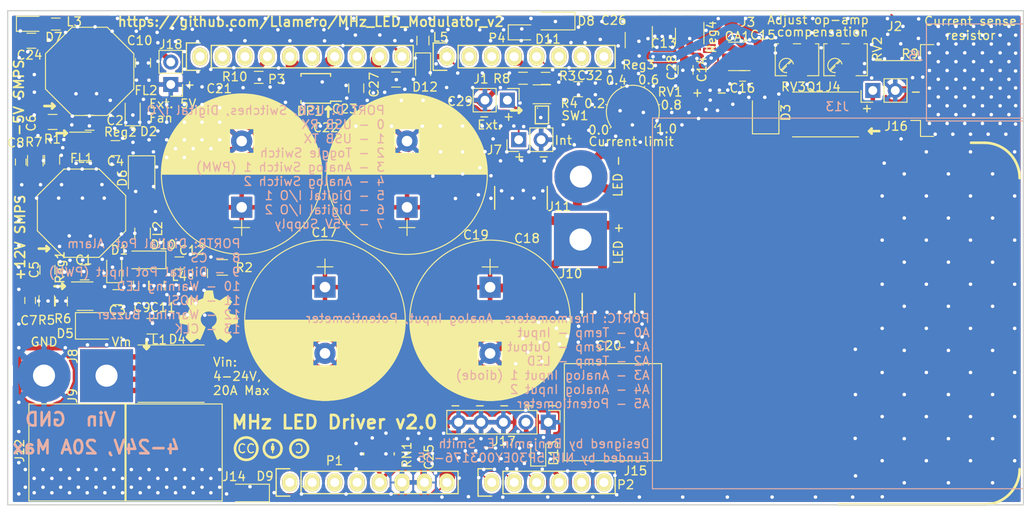
<source format=kicad_pcb>
(kicad_pcb (version 20170922) (host pcbnew "(2017-11-06 revision 9df4ae65e)-makepkg")
  (title_block (date "lun. 30 mars 2015"))
  (layers (0 F.Cu signal) (31 B.Cu signal) (34 B.Paste user) (35 F.Paste user) (36 B.SilkS user) (37 F.SilkS user) (38 B.Mask user) (39 F.Mask user) (44 Edge.Cuts user))
  (net 0 "")
  (net 1 /IOREF)
  (net 2 /Reset)
  (net 3 +5V)
  (net 4 GND)
  (net 5 /A0)
  (net 6 /A1)
  (net 7 /A2)
  (net 8 /A3)
  (net 9 /AREF)
  (net 10 "/A4(SDA)")
  (net 11 "/A5(SCL)")
  (net 12 "/9(**)")
  (net 13 /8)
  (net 14 /7)
  (net 15 "/6(**)")
  (net 16 "/5(**)")
  (net 17 /4)
  (net 18 "/3(**)")
  (net 19 /2)
  (net 20 "/1(Tx)")
  (net 21 "/0(Rx)")
  (net 22 "/13(SCK)")
  (net 23 "/10(**/SS)")
  (net 24 "Net-(P1-Pad1)")
  (net 25 +3V3)
  (net 26 "/12(MISO)")
  (net 27 "/11(**/MOSI)")
  (net 28 10V)
  (net 29 "Net-(C16-Pad1)")
  (net 30 -2V)
  (net 31 "Net-(C16-Pad2)")
  (net 32 "Net-(C6-Pad1)")
  (net 33 "Net-(C8-Pad1)")
  (net 34 Vin)
  (net 35 "Net-(C7-Pad1)")
  (net 36 "Net-(C5-Pad1)")
  (net 37 "Net-(RV2-Pad3)")
  (net 38 "Net-(J4-Pad1)")
  (net 39 "Net-(RV3-Pad3)")
  (net 40 "Net-(C5-Pad2)")
  (net 41 "Net-(C6-Pad2)")
  (net 42 "Net-(D4-Pad2)")
  (net 43 "Net-(D3-Pad1)")
  (net 44 "Net-(C1-Pad1)")
  (net 45 "Net-(C2-Pad1)")
  (net 46 "Net-(OA1-Pad5)")
  (net 47 "GND(NC)")
  (net 48 "Net-(Reg3-Pad4)")
  (net 49 "Net-(C28-Pad1)")
  (net 50 "/Vin(Arduino)")
  (net 51 /-5V-SMPS)
  (net 52 /12V-SMPS)
  (net 53 "Net-(D5-Pad2)")
  (net 54 "Net-(D6-Pad2)")
  (net 55 "Net-(C12-Pad2)")
  (net 56 "Net-(D10-Pad1)")
  (net 57 "Net-(D7-Pad2)")
  (net 58 /Input)
  (net 59 "Net-(DP1-Pad10)")
  (net 60 "Net-(DP1-Pad3)")
  (net 61 "Net-(R3-Pad2)")
  (net 62 "Net-(C29-Pad2)")
  (net 63 /-4V)
  (net 64 "Net-(D12-Pad1)")
  (net 65 "Net-(D13-Pad2)")
  (net 66 "/A5(SCL*)")
  (net 67 "/A4(SDA*)")
  (net 68 "Net-(C26-Pad1)")
  (net 69 "Net-(C13-Pad1)")
  (net 70 "Net-(D3-Pad2)")
  (net 71 "Net-(J1-Pad1)")
  (net 72 "Net-(C32-Pad1)")
  (net 73 "Net-(C4-Pad2)")
  (net 74 "Net-(C3-Pad2)")
  (net 75 "Net-(OA1-Pad3)")
  (module Ben_Custom:SolderWirePad_single_2-5mmDrill-square (layer F.Cu) (at 171.84 96.3 90)
    (fp_text reference J10 (at -3.87 -1.12) (layer F.SilkS))
    (fp_text value TEST_1P)
    (pad 1 thru_hole rect (at 0 0 90) (size 5.99948 5.99948) (drill 2.49936) (layers *.Cu *.Mask) (net 34 Vin) (thermal_gap 0.5))
  )
  (module Wire_Pads:SolderWirePad_single_2-5mmDrill (layer F.Cu) (at 171.89 89.17 90)
    (fp_text reference J11 (at -3.39 -2.45 180) (layer F.SilkS))
    (fp_text value TEST_1P)
    (pad 1 thru_hole circle (at 0 0 90) (size 5.99948 5.99948) (drill 2.49936) (layers *.Cu *.Mask) (net 43 "Net-(D3-Pad1)") (thermal_gap 0.5))
  )
  (module Ben_Custom:SolderWirePad_single_2-5mmDrill-square (layer F.Cu) (at 118.19 111.73 90)
    (fp_text reference J9 (at -2.28 -3.84 90) (layer F.SilkS))
    (fp_text value TEST_1P)
    (pad 1 thru_hole rect (at 0 0 90) (size 5.99948 5.99948) (drill 2.49936) (layers *.Cu *.Mask) (net 42 "Net-(D4-Pad2)"))
  )
  (module Wire_Pads:SolderWirePad_single_2-5mmDrill (layer F.Cu) (at 111.11 111.72 270)
    (fp_text reference J8 (at -2.2 -3.28 270) (layer F.SilkS))
    (fp_text value TEST_1P)
    (pad 1 thru_hole circle (at 0 0 270) (size 5.99948 5.99948) (drill 2.49936) (layers *.Cu *.Mask) (net 4 GND))
  )
  (module Socket_Strips:Socket_Strip_Straight_1x02_Pitch2.54mm (layer F.Cu) (at 125.46 78.73 180)
    (fp_text reference J18 (at 0 4.54 180) (layer F.SilkS))
    (fp_text value Conn_Coaxial)
    (pad 2 thru_hole oval (at 0 2.54 180) (size 1.7 1.7) (drill 1) (layers *.Cu *.Mask) (net 51 /-5V-SMPS))
    (pad 1 thru_hole rect (at 0 0 180) (size 1.7 1.7) (drill 1) (layers *.Cu *.Mask) (net 4 GND))
  )
  (module Socket_Strips:Socket_Strip_Straight_1x02_Pitch2.54mm (layer F.Cu) (at 164.85 84.99 90)
    (fp_text reference J7 (at -1.16 -2.75 180) (layer F.SilkS))
    (fp_text value Conn_Coaxial)
    (pad 2 thru_hole oval (at 0 2.54 90) (size 1.7 1.7) (drill 1) (layers *.Cu *.Mask) (net 4 GND))
    (pad 1 thru_hole rect (at 0 0 90) (size 1.7 1.7) (drill 1) (layers *.Cu *.Mask) (net 60 "Net-(DP1-Pad3)"))
  )
  (module Capacitors_SMD:C_0805 (layer F.Cu) (at 119.2 85.94 180)
    (fp_text reference C4 (at 0 -1.5 180) (layer F.SilkS))
    (fp_text value "1 uF")
    (pad 1 smd rect (at -1 0 180) (size 1 1.25) (layers F.Cu F.Paste F.Mask) (net 4 GND))
    (pad 2 smd rect (at 1 0 180) (size 1 1.25) (layers F.Cu F.Paste F.Mask) (net 73 "Net-(C4-Pad2)"))
  )
  (module Capacitors_SMD:C_0805 (layer F.Cu) (at 119.41 102.83 180)
    (fp_text reference C3 (at 0 -1.5 180) (layer F.SilkS))
    (fp_text value "1 uF")
    (pad 2 smd rect (at 1 0 180) (size 1 1.25) (layers F.Cu F.Paste F.Mask) (net 74 "Net-(C3-Pad2)"))
    (pad 1 smd rect (at -1 0 180) (size 1 1.25) (layers F.Cu F.Paste F.Mask) (net 4 GND))
  )
  (module Symbols:OSHW-Symbol_6.7x6mm_SilkScreen (layer F.Cu) (at 129.75 105.04)
    (fp_text reference RV4 hide)
    (fp_text value 10k hide)
  )
  (module Socket_Strips:Socket_Strip_Straight_1x05_Pitch2.54mm (layer F.Cu) (at 168.2 117 270)
    (fp_text reference J17 (at 2.15 5.03) (layer F.SilkS))
    (fp_text value Conn_01x05_Female)
    (pad 5 thru_hole oval (at 0 10.16 270) (size 1.7 1.7) (drill 1) (layers *.Cu *.Mask) (net 4 GND))
    (pad 4 thru_hole oval (at 0 7.62 270) (size 1.7 1.7) (drill 1) (layers *.Cu *.Mask) (net 4 GND))
    (pad 3 thru_hole oval (at 0 5.08 270) (size 1.7 1.7) (drill 1) (layers *.Cu *.Mask) (net 4 GND))
    (pad 2 thru_hole oval (at 0 2.54 270) (size 1.7 1.7) (drill 1) (layers *.Cu *.Mask) (net 65 "Net-(D13-Pad2)"))
    (pad 1 thru_hole rect (at 0 0 270) (size 1.7 1.7) (drill 1) (layers *.Cu *.Mask) (net 4 GND))
  )
  (module Capacitors_SMD:C_0805 (layer F.Cu) (at 123.87 101.51 90)
    (fp_text reference C11 (at -2.481984 0.692596 180) (layer F.SilkS))
    (fp_text value "4.7 uF")
    (pad 2 smd rect (at 1 0 90) (size 1 1.25) (layers F.Cu F.Paste F.Mask) (net 52 /12V-SMPS))
    (pad 1 smd rect (at -1 0 90) (size 1 1.25) (layers F.Cu F.Paste F.Mask) (net 4 GND))
  )
  (module Diodes_SMD:D_SOD-323F (layer F.Cu) (at 119.058 99.685 90)
    (fp_text reference D1 (at 2.19 0.59 180) (layer F.SilkS))
    (fp_text value D_Schottky)
    (pad 2 smd rect (at 1.1 0 90) (size 0.5 0.5) (layers F.Cu F.Paste F.Mask) (net 40 "Net-(C5-Pad2)"))
    (pad 1 smd rect (at -1.1 0 90) (size 0.5 0.5) (layers F.Cu F.Paste F.Mask) (net 52 /12V-SMPS))
  )
  (module Ben_Custom:CC_Attribution (layer F.Cu) (at 137 120)
    (fp_text reference TH2)
    (fp_text value 10k)
    (fp_text user i (at 0 0) (layer F.SilkS))
  )
  (module Ben_Custom:CC_Share_alike (layer F.Cu) (at 140 120)
    (fp_text reference TH3)
    (fp_text value 10k)
    (fp_text user Ɔ (at 0 0) (layer F.SilkS))
  )
  (module Ben_Custom:CC_silkscreen (layer F.Cu) (at 134 120)
    (fp_text reference TH1)
    (fp_text value 10k)
    (fp_text user CC (at 0 0) (layer F.SilkS))
  )
  (module Ben_Custom:0508_Capacitor (layer F.Cu) (at 156.56 121.08 90)
    (fp_text reference C25 (at 0.1397 -1.86182 90) (layer F.SilkS))
    (fp_text value "2.2 uF" hide)
    (pad 2 smd rect (at 0.5334 0 90) (size 0.5842 2.0066) (layers F.Cu F.Paste F.Mask) (net 4 GND))
    (pad 1 smd rect (at -0.5334 0 90) (size 0.5842 2.0066) (layers F.Cu F.Paste F.Mask) (net 50 "/Vin(Arduino)"))
  )
  (module Ben_Custom:Resistor_Array_x4_1206 (layer F.Cu) (at 149.03 120.59 270)
    (fp_text reference RN1 (at 0.12 -3.16 270) (layer F.SilkS))
    (fp_text value 4.7k)
    (pad 8 smd rect (at 0.8536 -1.503601 270) (size 0.8072 1.1072) (layers F.Cu F.Paste F.Mask) (net 3 +5V))
    (pad 7 smd rect (at 0.8536 -0.385 270) (size 0.8072 0.45) (layers F.Cu F.Paste F.Mask) (net 3 +5V))
    (pad 6 smd rect (at 0.8536 0.395 270) (size 0.8072 0.45) (layers F.Cu F.Paste F.Mask) (net 3 +5V))
    (pad 5 smd rect (at 0.8536 1.503601 270) (size 0.8072 1.1072) (layers F.Cu F.Paste F.Mask) (net 4 GND))
    (pad 4 smd rect (at -0.8536 1.503601 270) (size 0.8072 1.1072) (layers F.Cu F.Paste F.Mask) (net 4 GND))
    (pad 3 smd rect (at -0.8536 0.385 270) (size 0.8072 0.45) (layers F.Cu F.Paste F.Mask) (net 7 /A2))
    (pad 2 smd rect (at -0.8536 -0.395 270) (size 0.8072 0.45) (layers F.Cu F.Paste F.Mask) (net 6 /A1))
    (pad 1 smd rect (at -0.8536 -1.503601 270) (size 0.8072 1.1072) (layers F.Cu F.Paste F.Mask) (net 5 /A0))
  )
  (module Socket_Strips:Socket_Strip_Straight_1x02_Pitch2.54mm (layer F.Cu) (at 204.94 79.41 90)
    (fp_text reference J16 (at -4.05 2.64) (layer F.SilkS))
    (fp_text value Conn_Coaxial)
    (pad 2 thru_hole oval (at 0 2.54 90) (size 1.7 1.7) (drill 1) (layers *.Cu *.Mask) (net 4 GND))
    (pad 1 thru_hole rect (at 0 0 90) (size 1.7 1.7) (drill 1) (layers *.Cu *.Mask) (net 70 "Net-(D3-Pad2)"))
  )
  (module Ben_Custom:8-VFSOP (layer F.Cu) (at 167.478 82.175 270)
    (fp_text reference SW1 (at 0.095 -3.742) (layer F.SilkS))
    (fp_text value TS5A3357DCUR)
    (pad 4 smd rect (at 0.7493 1.55 270) (size 0.29972 0.8) (layers F.Cu F.Paste F.Mask) (net 4 GND))
    (pad 3 smd rect (at 0.24892 1.55 270) (size 0.29972 0.8) (layers F.Cu F.Paste F.Mask) (net 61 "Net-(R3-Pad2)"))
    (pad 2 smd rect (at -0.24892 1.55 270) (size 0.29972 0.8) (layers F.Cu F.Paste F.Mask) (net 60 "Net-(DP1-Pad3)"))
    (pad 1 smd rect (at -0.7493 1.55 270) (size 0.29972 0.8) (layers F.Cu F.Paste F.Mask) (net 71 "Net-(J1-Pad1)"))
    (pad 8 smd rect (at -0.7493 -1.55 270) (size 0.29972 0.8) (layers F.Cu F.Paste F.Mask) (net 72 "Net-(C32-Pad1)"))
    (pad 7 smd rect (at -0.24892 -1.55 270) (size 0.29972 0.8) (layers F.Cu F.Paste F.Mask) (net 58 /Input))
    (pad 6 smd rect (at 0.24892 -1.55 270) (size 0.29972 0.8) (layers F.Cu F.Paste F.Mask) (net 18 "/3(**)"))
    (pad 5 smd rect (at 0.7493 -1.55 270) (size 0.29972 0.8) (layers F.Cu F.Paste F.Mask) (net 17 /4))
  )
  (module Socket_Strips:Socket_Strip_Straight_1x02_Pitch2.54mm (layer F.Cu) (at 163.568 80.505 270)
    (fp_text reference J1 (at -2.395 2.988) (layer F.SilkS))
    (fp_text value Conn_Coaxial)
    (pad 1 thru_hole rect (at 0 0 270) (size 1.7 1.7) (drill 1) (layers *.Cu *.Mask) (net 71 "Net-(J1-Pad1)"))
    (pad 2 thru_hole oval (at 0 2.54 270) (size 1.7 1.7) (drill 1) (layers *.Cu *.Mask) (net 4 GND))
  )
  (module Diodes_SMD:D_SOD-323 (layer F.Cu) (at 167.06 120.47 90)
    (fp_text reference D13 (at 0 1.74 90) (layer F.SilkS))
    (fp_text value D_Schottky)
    (pad 1 smd rect (at -1.05 0 90) (size 0.6 0.45) (layers F.Cu F.Paste F.Mask) (net 8 /A3))
    (pad 2 smd rect (at 1.05 0 90) (size 0.6 0.45) (layers F.Cu F.Paste F.Mask) (net 65 "Net-(D13-Pad2)"))
  )
  (module Ben_Custom:DO-214AC (layer F.Cu) (at 192.808 80.825 90)
    (fp_text reference D3 (at -1.09 2.27 270) (layer F.SilkS))
    (fp_text value D_TVS)
    (pad 2 smd rect (at 2.19964 0 90) (size 2.10058 1.80086) (layers F.Cu F.Paste F.Mask) (net 70 "Net-(D3-Pad2)"))
    (pad 1 smd rect (at -2.19964 0 90) (size 2.10058 1.80086) (layers F.Cu F.Paste F.Mask) (net 43 "Net-(D3-Pad1)"))
  )
  (module Ben_Custom:0508_Capacitor (layer F.Cu) (at 175.568 73.065 270)
    (fp_text reference C26 (at -1.61 -0.04) (layer F.SilkS))
    (fp_text value "2.2 uF" hide)
    (pad 1 smd rect (at -0.5334 0 270) (size 0.5842 2.0066) (layers F.Cu F.Paste F.Mask) (net 68 "Net-(C26-Pad1)"))
    (pad 2 smd rect (at 0.5334 0 270) (size 0.5842 2.0066) (layers F.Cu F.Paste F.Mask) (net 4 GND))
  )
  (module Ben_Custom:0508_Capacitor (layer F.Cu) (at 181.278 71.925 270)
    (fp_text reference C13 (at 2.13 0.02) (layer F.SilkS))
    (fp_text value "2.2 uF" hide)
    (pad 2 smd rect (at 0.5334 0 270) (size 0.5842 2.0066) (layers F.Cu F.Paste F.Mask) (net 4 GND))
    (pad 1 smd rect (at -0.5334 0 270) (size 0.5842 2.0066) (layers F.Cu F.Paste F.Mask) (net 69 "Net-(C13-Pad1)"))
  )
  (module Ben_Custom:Wurth_Coupled_Inductor (layer F.Cu) (at 115.358 93.315 180)
    (fp_text reference FL1 (at 0 6.223 180) (layer F.SilkS))
    (fp_text value 4.7uH)
    (pad 1 smd rect (at 0 -3.8 180) (size 3.6 1.4) (layers F.Cu F.Paste F.Mask) (net 44 "Net-(C1-Pad1)"))
    (pad 3 smd rect (at 0 3.8 180) (size 3.6 1.4) (layers F.Cu F.Paste F.Mask) (net 4 GND))
    (pad 2 smd rect (at -3.8 0 180) (size 1.4 3.6) (layers F.Cu F.Paste F.Mask) (net 40 "Net-(C5-Pad2)"))
    (pad 4 smd rect (at 3.8 0 180) (size 1.4 3.6) (layers F.Cu F.Paste F.Mask) (net 36 "Net-(C5-Pad1)"))
  )
  (module Ben_Custom:Wurth_Coupled_Inductor (layer F.Cu) (at 116.278 77.245 180)
    (fp_text reference FL2 (at -6.372 -2.165 180) (layer F.SilkS))
    (fp_text value 2.7uH)
    (pad 1 smd rect (at 0 -3.8 180) (size 3.6 1.4) (layers F.Cu F.Paste F.Mask) (net 45 "Net-(C2-Pad1)"))
    (pad 3 smd rect (at 0 3.8 180) (size 3.6 1.4) (layers F.Cu F.Paste F.Mask) (net 51 /-5V-SMPS))
    (pad 2 smd rect (at -3.8 0 180) (size 1.4 3.6) (layers F.Cu F.Paste F.Mask) (net 41 "Net-(C6-Pad2)"))
    (pad 4 smd rect (at 3.8 0 180) (size 1.4 3.6) (layers F.Cu F.Paste F.Mask) (net 32 "Net-(C6-Pad1)"))
  )
  (module TO_SOT_Packages_SMD:TO-263-2 (layer F.Cu) (at 213.288 79.415)
    (fp_text reference R9 (at -4.128 -4.155) (layer F.SilkS))
    (fp_text value 5)
    (pad 2 smd rect (at 0.95 2.775) (size 4.55 5.25) (layers F.Cu F.Paste) (net 4 GND))
    (pad 2 smd rect (at 5.8 -2.775) (size 4.55 5.25) (layers F.Cu F.Paste) (net 4 GND))
    (pad 2 smd rect (at 0.95 -2.775) (size 4.55 5.25) (layers F.Cu F.Paste) (net 4 GND))
    (pad 2 smd rect (at 5.8 2.775) (size 4.55 5.25) (layers F.Cu F.Paste) (net 4 GND))
    (pad 2 smd rect (at 3.375 0) (size 9.4 10.8) (layers F.Cu F.Mask) (net 4 GND))
    (pad 3 smd rect (at -5.775 2.54) (size 4.6 1.1) (layers F.Cu F.Paste F.Mask) (net 70 "Net-(D3-Pad2)"))
    (pad 1 smd rect (at -5.775 -2.54) (size 4.6 1.1) (layers F.Cu F.Paste F.Mask) (net 4 GND))
  )
  (module Resistors_SMD:R_0603 (layer F.Cu) (at 135.418 77.925 180)
    (fp_text reference R10 (at 2.72 0.07 180) (layer F.SilkS))
    (fp_text value 10)
    (pad 2 smd rect (at 0.75 0 180) (size 0.5 0.9) (layers F.Cu F.Paste F.Mask) (net 47 "GND(NC)"))
    (pad 1 smd rect (at -0.75 0 180) (size 0.5 0.9) (layers F.Cu F.Paste F.Mask) (net 4 GND))
  )
  (module TO_SOT_Packages_SMD:SOT-23-6 (layer F.Cu) (at 115.558 85.745)
    (fp_text reference Reg2 (at 4.2 -1.62) (layer F.SilkS))
    (fp_text value LT8330)
    (pad 1 smd rect (at -1.1 -0.95) (size 1.06 0.65) (layers F.Cu F.Paste F.Mask) (net 32 "Net-(C6-Pad1)"))
    (pad 2 smd rect (at -1.1 0) (size 1.06 0.65) (layers F.Cu F.Paste F.Mask) (net 4 GND))
    (pad 3 smd rect (at -1.1 0.95) (size 1.06 0.65) (layers F.Cu F.Paste F.Mask) (net 33 "Net-(C8-Pad1)"))
    (pad 4 smd rect (at 1.1 0.95) (size 1.06 0.65) (layers F.Cu F.Paste F.Mask) (net 45 "Net-(C2-Pad1)"))
    (pad 6 smd rect (at 1.1 -0.95) (size 1.06 0.65) (layers F.Cu F.Paste F.Mask) (net 45 "Net-(C2-Pad1)"))
    (pad 5 smd rect (at 1.1 0) (size 1.06 0.65) (layers F.Cu F.Paste F.Mask) (net 73 "Net-(C4-Pad2)"))
  )
  (module TO_SOT_Packages_SMD:SOT-23-6 (layer F.Cu) (at 115.758 102.715)
    (fp_text reference Reg1 (at -2.84 -3.26 90) (layer F.SilkS))
    (fp_text value LT8330)
    (pad 5 smd rect (at 1.1 0) (size 1.06 0.65) (layers F.Cu F.Paste F.Mask) (net 74 "Net-(C3-Pad2)"))
    (pad 6 smd rect (at 1.1 -0.95) (size 1.06 0.65) (layers F.Cu F.Paste F.Mask) (net 44 "Net-(C1-Pad1)"))
    (pad 4 smd rect (at 1.1 0.95) (size 1.06 0.65) (layers F.Cu F.Paste F.Mask) (net 44 "Net-(C1-Pad1)"))
    (pad 3 smd rect (at -1.1 0.95) (size 1.06 0.65) (layers F.Cu F.Paste F.Mask) (net 35 "Net-(C7-Pad1)"))
    (pad 2 smd rect (at -1.1 0) (size 1.06 0.65) (layers F.Cu F.Paste F.Mask) (net 4 GND))
    (pad 1 smd rect (at -1.1 -0.95) (size 1.06 0.65) (layers F.Cu F.Paste F.Mask) (net 36 "Net-(C5-Pad1)"))
  )
  (module Ben_Custom:Heatsink-Wakefield_655-53AB_41x41mm (layer B.Cu) (at 200.99 103.54)
    (fp_text reference J13 (at -0.07 -22.3) (layer B.SilkS) (effects (justify mirror)))
    (fp_text value Heat_Sink)
    (pad 1 smd rect (at 0 0) (size 40.64 40.64) (layers B.Cu) (net 4 GND))
  )
  (module Housings_SSOP:MSOP-10_3x3mm_Pitch0.5mm (layer F.Cu) (at 141.878 79.175 180)
    (fp_text reference DP1 (at 0.688 -2.585 180) (layer F.SilkS))
    (fp_text value AD5162)
    (pad 10 smd rect (at 2.2 -1 180) (size 1.4 0.3) (layers F.Cu F.Paste F.Mask) (net 59 "Net-(DP1-Pad10)"))
    (pad 9 smd rect (at 2.2 -0.5 180) (size 1.4 0.3) (layers F.Cu F.Paste F.Mask) (net 59 "Net-(DP1-Pad10)"))
    (pad 8 smd rect (at 2.2 0 180) (size 1.4 0.3) (layers F.Cu F.Paste F.Mask) (net 13 /8))
    (pad 7 smd rect (at 2.2 0.5 180) (size 1.4 0.3) (layers F.Cu F.Paste F.Mask) (net 27 "/11(**/MOSI)"))
    (pad 6 smd rect (at 2.2 1 180) (size 1.4 0.3) (layers F.Cu F.Paste F.Mask) (net 22 "/13(SCK)"))
    (pad 5 smd rect (at -2.2 1 180) (size 1.4 0.3) (layers F.Cu F.Paste F.Mask) (net 14 /7))
    (pad 4 smd rect (at -2.2 0.5 180) (size 1.4 0.3) (layers F.Cu F.Paste F.Mask) (net 4 GND))
    (pad 3 smd rect (at -2.2 0 180) (size 1.4 0.3) (layers F.Cu F.Paste F.Mask) (net 60 "Net-(DP1-Pad3)"))
    (pad 2 smd rect (at -2.2 -0.5 180) (size 1.4 0.3) (layers F.Cu F.Paste F.Mask) (net 12 "/9(**)"))
    (pad 1 smd rect (at -2.2 -1 180) (size 1.4 0.3) (layers F.Cu F.Paste F.Mask) (net 4 GND))
  )
  (module Resistors_SMD:R_0603 (layer F.Cu) (at 165.338 78.025)
    (fp_text reference R8 (at -2.41 0.05 -180) (layer F.SilkS))
    (fp_text value 1.8k)
    (pad 2 smd rect (at 0.75 0) (size 0.5 0.9) (layers F.Cu F.Paste F.Mask) (net 61 "Net-(R3-Pad2)"))
    (pad 1 smd rect (at -0.75 0) (size 0.5 0.9) (layers F.Cu F.Paste F.Mask) (net 62 "Net-(C29-Pad2)"))
  )
  (module Ben_Custom:0508_Capacitor (layer F.Cu) (at 158.148 78.765 90)
    (fp_text reference C29 (at -1.88 0.06 180) (layer F.SilkS))
    (fp_text value "2.2 uF" hide)
    (pad 1 smd rect (at -0.5334 0 90) (size 0.5842 2.0066) (layers F.Cu F.Paste F.Mask) (net 4 GND))
    (pad 2 smd rect (at 0.5334 0 90) (size 0.5842 2.0066) (layers F.Cu F.Paste F.Mask) (net 62 "Net-(C29-Pad2)"))
  )
  (module Diodes_SMD:D_SOD-323F (layer F.Cu) (at 154.028 76.655 270)
    (fp_text reference D12 (at 2.36 -0.21) (layer F.SilkS))
    (fp_text value D)
    (pad 2 smd rect (at 1.1 0 270) (size 0.5 0.5) (layers F.Cu F.Paste F.Mask) (net 62 "Net-(C29-Pad2)"))
    (pad 1 smd rect (at -1.1 0 270) (size 0.5 0.5) (layers F.Cu F.Paste F.Mask) (net 64 "Net-(D12-Pad1)"))
  )
  (module Capacitors_SMD:C_0805 (layer F.Cu) (at 171.578 79.265)
    (fp_text reference C32 (at 1.33 -1.55 180) (layer F.SilkS))
    (fp_text value "10 nF")
    (pad 1 smd rect (at -1 0) (size 1 1.25) (layers F.Cu F.Paste F.Mask) (net 72 "Net-(C32-Pad1)"))
    (pad 2 smd rect (at 1 0) (size 1 1.25) (layers F.Cu F.Paste F.Mask) (net 4 GND))
  )
  (module Resistors_SMD:R_0603 (layer F.Cu) (at 167.888 78.035 180)
    (fp_text reference R3 (at -2.49 0.27 180) (layer F.SilkS))
    (fp_text value 100)
    (pad 2 smd rect (at 0.75 0 180) (size 0.5 0.9) (layers F.Cu F.Paste F.Mask) (net 61 "Net-(R3-Pad2)"))
    (pad 1 smd rect (at -0.75 0 180) (size 0.5 0.9) (layers F.Cu F.Paste F.Mask) (net 4 GND))
  )
  (module Resistors_SMD:R_1206 (layer F.Cu) (at 167.47 79.84)
    (fp_text reference R4 (at 3.1 1.03) (layer F.SilkS))
    (fp_text value 0)
    (pad 2 smd rect (at 1.45 0) (size 0.9 1.7) (layers F.Cu F.Paste F.Mask) (net 72 "Net-(C32-Pad1)"))
    (pad 1 smd rect (at -1.45 0) (size 0.9 1.7) (layers F.Cu F.Paste F.Mask) (net 14 /7))
  )
  (module Capacitors_SMD:C_0805 (layer F.Cu) (at 146.458 79.155 270)
    (fp_text reference C23 (at 2.345 1.308) (layer F.SilkS))
    (fp_text value "10 nF")
    (pad 2 smd rect (at 1 0 270) (size 1 1.25) (layers F.Cu F.Paste F.Mask) (net 4 GND))
    (pad 1 smd rect (at -1 0 270) (size 1 1.25) (layers F.Cu F.Paste F.Mask) (net 14 /7))
  )
  (module Capacitors_SMD:C_0805 (layer F.Cu) (at 116.268 83.065 180)
    (fp_text reference C2 (at -2.88 0.25 180) (layer F.SilkS))
    (fp_text value "4.7 uF")
    (pad 2 smd rect (at 1 0 180) (size 1 1.25) (layers F.Cu F.Paste F.Mask) (net 4 GND))
    (pad 1 smd rect (at -1 0 180) (size 1 1.25) (layers F.Cu F.Paste F.Mask) (net 45 "Net-(C2-Pad1)"))
  )
  (module Inductors_SMD:L_0603 (layer F.Cu) (at 154.008 73.755 270)
    (fp_text reference L5 (at -0.39 -1.99) (layer F.SilkS))
    (fp_text value Ferrite_Bead)
    (pad 1 smd rect (at -0.75 0 270) (size 0.5 0.9) (layers F.Cu F.Paste F.Mask) (net 63 /-4V))
    (pad 2 smd rect (at 0.75 0 270) (size 0.5 0.9) (layers F.Cu F.Paste F.Mask) (net 64 "Net-(D12-Pad1)"))
  )
  (module Ben_Custom:Heatsink-10x10mm-V2017B (layer B.Cu) (at 216.51 77.37)
    (fp_text reference J5 (at -6.71 -1.87) (layer B.SilkS) (effects (justify mirror)))
    (fp_text value Heat_Sink)
  )
  (module Capacitors_SMD:C_0805 (layer F.Cu) (at 150.958 78.175 180)
    (fp_text reference C27 (at 2.48 -0.58 270) (layer F.SilkS))
    (fp_text value "4.7 uF")
    (pad 2 smd rect (at 1 0 180) (size 1 1.25) (layers F.Cu F.Paste F.Mask) (net 14 /7))
    (pad 1 smd rect (at -1 0 180) (size 1 1.25) (layers F.Cu F.Paste F.Mask) (net 4 GND))
  )
  (module Ben_Custom:DO-214AC (layer F.Cu) (at 118.168 106.085)
    (fp_text reference D5 (at -4.668 0.865) (layer F.SilkS))
    (fp_text value D_Schottky)
    (pad 1 smd rect (at -2.19964 0) (size 2.10058 1.80086) (layers F.Cu F.Paste F.Mask) (net 44 "Net-(C1-Pad1)"))
    (pad 2 smd rect (at 2.19964 0) (size 2.10058 1.80086) (layers F.Cu F.Paste F.Mask) (net 53 "Net-(D5-Pad2)"))
  )
  (module Ben_Custom:DO-214AC (layer F.Cu) (at 122.158 90.315 270)
    (fp_text reference D6 (at -0.97 2.18 270) (layer F.SilkS))
    (fp_text value D_Schottky)
    (pad 2 smd rect (at 2.19964 0 270) (size 2.10058 1.80086) (layers F.Cu F.Paste F.Mask) (net 54 "Net-(D6-Pad2)"))
    (pad 1 smd rect (at -2.19964 0 270) (size 2.10058 1.80086) (layers F.Cu F.Paste F.Mask) (net 45 "Net-(C2-Pad1)"))
  )
  (module Ben_Custom:Heatsink-10x10mm-V2017B (layer F.Cu) (at 175.518 115.865)
    (fp_text reference J15 (at 2.55 6.65) (layer F.SilkS))
    (fp_text value Heat_Sink)
  )
  (module Ben_Custom:Heatsink-10x10mm-V2017B (layer F.Cu) (at 125.778 120.435)
    (fp_text reference J14 (at 6.842 2.725 180) (layer F.SilkS))
    (fp_text value Heat_Sink)
  )
  (module Ben_Custom:Heatsink-10x10mm-V2017B (layer F.Cu) (at 114.898 120.425)
    (fp_text reference J12 (at -6.54 -0.2 90) (layer F.SilkS))
    (fp_text value Heat_Sink)
  )
  (module Diodes_SMD:D_SOD-323F (layer F.Cu) (at 165.168 72.825)
    (fp_text reference D11 (at 2.992 0.765) (layer F.SilkS))
    (fp_text value D)
    (pad 2 smd rect (at 1.1 0) (size 0.5 0.5) (layers F.Cu F.Paste F.Mask) (net 68 "Net-(C26-Pad1)"))
    (pad 1 smd rect (at -1.1 0) (size 0.5 0.5) (layers F.Cu F.Paste F.Mask) (net 63 /-4V))
  )
  (module Diodes_SMD:D_SOD-123F (layer F.Cu) (at 134.428 125.025 180)
    (fp_text reference D9 (at -1.702 1.905 180) (layer F.SilkS))
    (fp_text value D_Schottky)
    (pad 2 smd rect (at 1.4 0 180) (size 1.1 1.1) (layers F.Cu F.Paste F.Mask) (net 55 "Net-(C12-Pad2)"))
    (pad 1 smd rect (at -1.4 0 180) (size 1.1 1.1) (layers F.Cu F.Paste F.Mask) (net 50 "/Vin(Arduino)"))
  )
  (module Capacitors_SMD:C_0603 (layer F.Cu) (at 109.538 103.205 90)
    (fp_text reference C7 (at -2.27 -0.14 180) (layer F.SilkS))
    (fp_text value "4.7 pF")
    (pad 1 smd rect (at -0.75 0 90) (size 0.8 0.75) (layers F.Cu F.Paste F.Mask) (net 35 "Net-(C7-Pad1)"))
    (pad 2 smd rect (at 0.75 0 90) (size 0.8 0.75) (layers F.Cu F.Paste F.Mask) (net 52 /12V-SMPS))
  )
  (module Inductors_SMD:L_0805 (layer F.Cu) (at 123.358 106.125)
    (fp_text reference L1 (at 0.782 1.535) (layer F.SilkS))
    (fp_text value Ferrite_Bead)
    (pad 2 smd rect (at 0.95 0) (size 0.7 1.3) (layers F.Cu F.Paste F.Mask) (net 34 Vin))
    (pad 1 smd rect (at -0.95 0) (size 0.7 1.3) (layers F.Cu F.Paste F.Mask) (net 53 "Net-(D5-Pad2)"))
  )
  (module Diodes_SMD:D_SOD-323F (layer F.Cu) (at 109.488 71.855)
    (fp_text reference D7 (at 2.732 1.525 180) (layer F.SilkS))
    (fp_text value D)
    (pad 1 smd rect (at -1.1 0) (size 0.5 0.5) (layers F.Cu F.Paste F.Mask) (net 51 /-5V-SMPS))
    (pad 2 smd rect (at 1.1 0) (size 0.5 0.5) (layers F.Cu F.Paste F.Mask) (net 57 "Net-(D7-Pad2)"))
  )
  (module TO_SOT_Packages_SMD:SOT-23-5 (layer F.Cu) (at 184.208 73.245 270)
    (fp_text reference Reg4 (at 0.11 -2.49 90) (layer F.SilkS))
    (fp_text value LP2985-10.0)
    (pad 5 smd rect (at 1.1 -0.95 270) (size 1.06 0.65) (layers F.Cu F.Paste F.Mask) (net 28 10V))
    (pad 4 smd rect (at 1.1 0.95 270) (size 1.06 0.65) (layers F.Cu F.Paste F.Mask) (net 49 "Net-(C28-Pad1)"))
    (pad 3 smd rect (at -1.1 0.95 270) (size 1.06 0.65) (layers F.Cu F.Paste F.Mask) (net 69 "Net-(C13-Pad1)"))
    (pad 2 smd rect (at -1.1 0 270) (size 1.06 0.65) (layers F.Cu F.Paste F.Mask) (net 4 GND))
    (pad 1 smd rect (at -1.1 -0.95 270) (size 1.06 0.65) (layers F.Cu F.Paste F.Mask) (net 69 "Net-(C13-Pad1)"))
  )
  (module Capacitors_SMD:C_0805 (layer F.Cu) (at 109.678 73.775)
    (fp_text reference C24 (at -0.21 1.62) (layer F.SilkS))
    (fp_text value "4.7 uF")
    (pad 2 smd rect (at 1 0) (size 1 1.25) (layers F.Cu F.Paste F.Mask) (net 63 /-4V))
    (pad 1 smd rect (at -1 0) (size 1 1.25) (layers F.Cu F.Paste F.Mask) (net 4 GND))
  )
  (module Capacitors_SMD:C_0805 (layer F.Cu) (at 128.768 100.125 90)
    (fp_text reference C12 (at 2.605 -0.918 180) (layer F.SilkS))
    (fp_text value "4.7 uF")
    (pad 2 smd rect (at 1 0 90) (size 1 1.25) (layers F.Cu F.Paste F.Mask) (net 55 "Net-(C12-Pad2)"))
    (pad 1 smd rect (at -1 0 90) (size 1 1.25) (layers F.Cu F.Paste F.Mask) (net 4 GND))
  )
  (module Diodes_SMD:D_SOD-123F (layer F.Cu) (at 169.018 71.545 180)
    (fp_text reference D8 (at -3.462 0.005 180) (layer F.SilkS))
    (fp_text value D_Schottky)
    (pad 1 smd rect (at -1.4 0 180) (size 1.1 1.1) (layers F.Cu F.Paste F.Mask) (net 69 "Net-(C13-Pad1)"))
    (pad 2 smd rect (at 1.4 0 180) (size 1.1 1.1) (layers F.Cu F.Paste F.Mask) (net 55 "Net-(C12-Pad2)"))
  )
  (module Diodes_SMD:D_SOD-123F (layer F.Cu) (at 122.708 98.605 180)
    (fp_text reference D10 (at -1.91 1.71 180) (layer F.SilkS))
    (fp_text value D_Schottky)
    (pad 2 smd rect (at 1.4 0 180) (size 1.1 1.1) (layers F.Cu F.Paste F.Mask) (net 52 /12V-SMPS))
    (pad 1 smd rect (at -1.4 0 180) (size 1.1 1.1) (layers F.Cu F.Paste F.Mask) (net 56 "Net-(D10-Pad1)"))
  )
  (module Capacitors_SMD:C_0805 (layer F.Cu) (at 183.738 77.075 270)
    (fp_text reference C28 (at -0.26 1.56 270) (layer F.SilkS))
    (fp_text value "10 nF")
    (pad 2 smd rect (at 1 0 270) (size 1 1.25) (layers F.Cu F.Paste F.Mask) (net 4 GND))
    (pad 1 smd rect (at -1 0 270) (size 1 1.25) (layers F.Cu F.Paste F.Mask) (net 49 "Net-(C28-Pad1)"))
  )
  (module Capacitors_THT:CP_Radial_D18.0mm_P7.50mm (layer F.Cu) (at 133.488 92.645 90)
    (fp_text reference C21 (at 13.45 -2.54 180) (layer F.SilkS))
    (fp_text value "2700 uF")
    (pad 2 thru_hole circle (at 7.5 0 90) (size 2.4 2.4) (drill 1.2) (layers *.Cu *.Mask) (net 4 GND))
    (pad 1 thru_hole rect (at 0 0 90) (size 2.4 2.4) (drill 1.2) (layers *.Cu *.Mask) (net 34 Vin))
  )
  (module Capacitors_SMD:C_0805 (layer F.Cu) (at 112.028 87.265 90)
    (fp_text reference R1 (at 2.35 0.04 180) (layer F.SilkS))
    (fp_text value 187k)
    (pad 1 smd rect (at -1 0 90) (size 1 1.25) (layers F.Cu F.Paste F.Mask) (net 33 "Net-(C8-Pad1)"))
    (pad 2 smd rect (at 1 0 90) (size 1 1.25) (layers F.Cu F.Paste F.Mask) (net 4 GND))
  )
  (module Inductors_SMD:L_0805 (layer F.Cu) (at 122.268 95.605 270)
    (fp_text reference L2 (at -0.53 -1.71 270) (layer F.SilkS))
    (fp_text value Ferrite_Bead)
    (pad 1 smd rect (at -0.95 0 270) (size 0.7 1.3) (layers F.Cu F.Paste F.Mask) (net 54 "Net-(D6-Pad2)"))
    (pad 2 smd rect (at 0.95 0 270) (size 0.7 1.3) (layers F.Cu F.Paste F.Mask) (net 34 Vin))
  )
  (module Resistors_SMD:R_0805 (layer F.Cu) (at 131.29 99.46)
    (fp_text reference R2 (at 2.49 0.02 -180) (layer F.SilkS))
    (fp_text value 4.7k)
    (pad 1 smd rect (at -0.95 0) (size 0.7 1.3) (layers F.Cu F.Paste F.Mask) (net 4 GND))
    (pad 2 smd rect (at 0.95 0) (size 0.7 1.3) (layers F.Cu F.Paste F.Mask) (net 34 Vin))
  )
  (module TO_SOT_Packages_SMD:TSOT-23-5 (layer F.Cu) (at 178.468 73.705 270)
    (fp_text reference Reg3 (at 2.8 0.04) (layer F.SilkS))
    (fp_text value ADP7182AUJZ-Fixed)
    (pad 5 smd rect (at 1.31 -0.95 270) (size 1.22 0.65) (layers F.Cu F.Paste F.Mask) (net 30 -2V))
    (pad 4 smd rect (at 1.31 0.95 270) (size 1.22 0.65) (layers F.Cu F.Paste F.Mask) (net 48 "Net-(Reg3-Pad4)"))
    (pad 3 smd rect (at -1.31 0.95 270) (size 1.22 0.65) (layers F.Cu F.Paste F.Mask) (net 68 "Net-(C26-Pad1)"))
    (pad 2 smd rect (at -1.31 0 270) (size 1.22 0.65) (layers F.Cu F.Paste F.Mask) (net 68 "Net-(C26-Pad1)"))
    (pad 1 smd rect (at -1.31 -0.95 270) (size 1.22 0.65) (layers F.Cu F.Paste F.Mask) (net 4 GND))
  )
  (module Ben_Custom:0508_Capacitor (layer F.Cu) (at 187.408 78.095 90)
    (fp_text reference C14 (at 1.07 -1.82 270) (layer F.SilkS))
    (fp_text value "2.2 uF" hide)
    (pad 1 smd rect (at -0.5334 0 90) (size 0.5842 2.0066) (layers F.Cu F.Paste F.Mask) (net 4 GND))
    (pad 2 smd rect (at 0.5334 0 90) (size 0.5842 2.0066) (layers F.Cu F.Paste F.Mask) (net 28 10V))
  )
  (module Ben_Custom:0508_Capacitor (layer F.Cu) (at 192.598 74.845 180)
    (fp_text reference C15 (at 0.1 1.72 180) (layer F.SilkS))
    (fp_text value "2.2 uF" hide)
    (pad 2 smd rect (at 0.5334 0 180) (size 0.5842 2.0066) (layers F.Cu F.Paste F.Mask) (net 30 -2V))
    (pad 1 smd rect (at -0.5334 0 180) (size 0.5842 2.0066) (layers F.Cu F.Paste F.Mask) (net 4 GND))
  )
  (module TO_SOT_Packages_SMD:SOT-23-6 (layer F.Cu) (at 189.498 75.545 180)
    (fp_text reference OA1 (at -0.11 2.27 180) (layer F.SilkS))
    (fp_text value LT6200-10)
    (pad 5 smd rect (at 1.1 0 180) (size 1.06 0.65) (layers F.Cu F.Paste F.Mask) (net 46 "Net-(OA1-Pad5)"))
    (pad 6 smd rect (at 1.1 -0.95 180) (size 1.06 0.65) (layers F.Cu F.Paste F.Mask) (net 28 10V))
    (pad 4 smd rect (at 1.1 0.95 180) (size 1.06 0.65) (layers F.Cu F.Paste F.Mask) (net 29 "Net-(C16-Pad1)"))
    (pad 3 smd rect (at -1.1 0.95 180) (size 1.06 0.65) (layers F.Cu F.Paste F.Mask) (net 75 "Net-(OA1-Pad3)"))
    (pad 2 smd rect (at -1.1 0 180) (size 1.06 0.65) (layers F.Cu F.Paste F.Mask) (net 30 -2V))
    (pad 1 smd rect (at -1.1 -0.95 180) (size 1.06 0.65) (layers F.Cu F.Paste F.Mask) (net 31 "Net-(C16-Pad2)"))
  )
  (module Ben_Custom:2_J-lead_stacked_cap (layer F.Cu) (at 175.018 103.695 90)
    (fp_text reference C20 (at -4.63 0.02 180) (layer F.SilkS))
    (fp_text value "22 uF" hide)
    (pad 1 smd rect (at -2.5778 0 90) (size 1.9556 5.700001) (layers F.Cu F.Paste F.Mask) (net 4 GND))
    (pad 2 smd rect (at 2.5778 0 90) (size 1.9556 5.700001) (layers F.Cu F.Paste F.Mask) (net 34 Vin))
  )
  (module Ben_Custom:2_J-lead_stacked_cap (layer F.Cu) (at 165.108 91.575 90)
    (fp_text reference C18 (at -4.595 0.682) (layer F.SilkS))
    (fp_text value "22 uF" hide)
    (pad 2 smd rect (at 2.5778 0 90) (size 1.9556 5.700001) (layers F.Cu F.Paste F.Mask) (net 4 GND))
    (pad 1 smd rect (at -2.5778 0 90) (size 1.9556 5.700001) (layers F.Cu F.Paste F.Mask) (net 34 Vin))
  )
  (module Inductors_SMD:L_0603 (layer F.Cu) (at 112.448 71.885 180)
    (fp_text reference L3 (at -2.072 0.265) (layer F.SilkS))
    (fp_text value Ferrite_Bead)
    (pad 2 smd rect (at 0.75 0 180) (size 0.5 0.9) (layers F.Cu F.Paste F.Mask) (net 57 "Net-(D7-Pad2)"))
    (pad 1 smd rect (at -0.75 0 180) (size 0.5 0.9) (layers F.Cu F.Paste F.Mask) (net 63 /-4V))
  )
  (module Ben_Custom:Bourns_3313J_Trimpot-compact (layer F.Cu) (at 177.768 81.815)
    (fp_text reference RV1 (at 4.222 -2.235 180) (layer F.SilkS))
    (fp_text value POT_TRIM)
    (fp_text user 0.0 (at -3.86 2.08) (layer F.SilkS))
    (fp_text user 0.2 (at -4.31 -0.93) (layer F.SilkS))
    (fp_text user 0.4 (at -1.87 -3.56) (layer F.SilkS))
    (fp_text user 0.6 (at 1.79 -3.61) (layer F.SilkS))
    (fp_text user 0.8 (at 4.35 -0.75) (layer F.SilkS))
    (fp_text user 1.0 (at 3.82 1.94) (layer F.SilkS))
    (pad 2 smd rect (at 0 -1.45) (size 1.6 1.6) (layers F.Cu F.Paste F.Mask) (net 75 "Net-(OA1-Pad3)"))
    (pad 1 smd rect (at 1.15 1.45) (size 1.1 1.6) (layers F.Cu F.Paste F.Mask) (net 4 GND))
    (pad 3 smd rect (at -1.15 1.45) (size 1.1 1.6) (layers F.Cu F.Paste F.Mask) (net 58 /Input))
  )
  (module Measurement_Points:Measurement_Point_Round-SMD-Pad_Small (layer F.Cu) (at 188.918 72.055)
    (fp_text reference J3 (at 1.85 -0.39) (layer F.SilkS))
    (fp_text value TEST_1P)
    (pad 1 smd circle (at 0 0) (size 1.5 1.5) (layers F.Cu F.Mask) (net 29 "Net-(C16-Pad1)"))
  )
  (module Ben_Custom:40x40mm-heatsink_only-eighth-pad (layer F.Cu) (at 201.058 105.835)
    (fp_text reference J6)
    (fp_text value Heat_Sink)
    (pad 1 smd roundrect (at 17.5 0) (size 5 40) (layers F.Cu) (roundrect_rratio 0.5) (net 4 GND))
  )
  (module Capacitors_SMD:C_0603 (layer F.Cu) (at 108.478 87.515 90)
    (fp_text reference C8 (at 2.17 -0.55 180) (layer F.SilkS))
    (fp_text value "4.7 pF")
    (pad 2 smd rect (at 0.75 0 90) (size 0.8 0.75) (layers F.Cu F.Paste F.Mask) (net 51 /-5V-SMPS))
    (pad 1 smd rect (at -0.75 0 90) (size 0.8 0.75) (layers F.Cu F.Paste F.Mask) (net 33 "Net-(C8-Pad1)"))
  )
  (module Capacitors_SMD:C_0805 (layer F.Cu) (at 112.078 82.975)
    (fp_text reference C6 (at -2.42 0.12 90) (layer F.SilkS))
    (fp_text value "1 uF")
    (pad 1 smd rect (at -1 0) (size 1 1.25) (layers F.Cu F.Paste F.Mask) (net 32 "Net-(C6-Pad1)"))
    (pad 2 smd rect (at 1 0) (size 1 1.25) (layers F.Cu F.Paste F.Mask) (net 41 "Net-(C6-Pad2)"))
  )
  (module Capacitors_SMD:C_0805 (layer F.Cu) (at 111.498 99.725 90)
    (fp_text reference C5 (at 0 -1.5 90) (layer F.SilkS))
    (fp_text value "1 uF")
    (pad 2 smd rect (at 1 0 90) (size 1 1.25) (layers F.Cu F.Paste F.Mask) (net 40 "Net-(C5-Pad2)"))
    (pad 1 smd rect (at -1 0 90) (size 1 1.25) (layers F.Cu F.Paste F.Mask) (net 36 "Net-(C5-Pad1)"))
  )
  (module Inductors_SMD:L_0603 (layer F.Cu) (at 126.428 98.955 180)
    (fp_text reference L4 (at 0.01 -1.51 180) (layer F.SilkS))
    (fp_text value Ferrite_Bead)
    (pad 1 smd rect (at -0.75 0 180) (size 0.5 0.9) (layers F.Cu F.Paste F.Mask) (net 55 "Net-(C12-Pad2)"))
    (pad 2 smd rect (at 0.75 0 180) (size 0.5 0.9) (layers F.Cu F.Paste F.Mask) (net 56 "Net-(D10-Pad1)"))
  )
  (module Capacitors_THT:CP_Radial_D18.0mm_P7.50mm (layer F.Cu) (at 152.208 92.645 90)
    (fp_text reference C22 (at 9.02 -9.18) (layer F.SilkS))
    (fp_text value "2700 uF")
    (pad 2 thru_hole circle (at 7.5 0 90) (size 2.4 2.4) (drill 1.2) (layers *.Cu *.Mask) (net 4 GND))
    (pad 1 thru_hole rect (at 0 0 90) (size 2.4 2.4) (drill 1.2) (layers *.Cu *.Mask) (net 34 Vin))
  )
  (module Capacitors_THT:CP_Radial_D18.0mm_P7.50mm (layer F.Cu) (at 142.918 101.695 270)
    (fp_text reference C17 (at -6.19 0.08) (layer F.SilkS))
    (fp_text value "2700 uF")
    (pad 1 thru_hole rect (at 0 0 270) (size 2.4 2.4) (drill 1.2) (layers *.Cu *.Mask) (net 34 Vin))
    (pad 2 thru_hole circle (at 7.5 0 270) (size 2.4 2.4) (drill 1.2) (layers *.Cu *.Mask) (net 4 GND))
  )
  (module Capacitors_THT:CP_Radial_D18.0mm_P7.50mm (layer F.Cu) (at 161.608 101.705 270)
    (fp_text reference C19 (at -5.93 1.6) (layer F.SilkS))
    (fp_text value "2700 uF")
    (pad 2 thru_hole circle (at 7.5 0 270) (size 2.4 2.4) (drill 1.2) (layers *.Cu *.Mask) (net 4 GND))
    (pad 1 thru_hole rect (at 0 0 270) (size 2.4 2.4) (drill 1.2) (layers *.Cu *.Mask) (net 34 Vin))
  )
  (module Ben_Custom:Potentiometer_Trimmer_Bourns_3224W (layer F.Cu) (at 196.35287 75.927049)
    (fp_text reference RV3 (at -0.39287 3.072951) (layer F.SilkS))
    (fp_text value POT_TRIM)
    (pad 1 smd rect (at 1.25 -1.45) (size 1.3 1.6) (layers F.Cu F.Paste F.Mask) (net 29 "Net-(C16-Pad1)"))
    (pad 2 smd rect (at 0 1.45) (size 2 1.6) (layers F.Cu F.Paste F.Mask) (net 70 "Net-(D3-Pad2)"))
    (pad 3 smd rect (at -1.25 -1.45) (size 1.3 1.6) (layers F.Cu F.Paste F.Mask) (net 39 "Net-(RV3-Pad3)"))
  )
  (module Ben_Custom:Potentiometer_Trimmer_Bourns_3224W (layer F.Cu) (at 201.85287 75.927049)
    (fp_text reference RV2 (at 3.59513 -1.232049 90) (layer F.SilkS))
    (fp_text value POT_TRIM)
    (pad 3 smd rect (at -1.25 -1.45) (size 1.3 1.6) (layers F.Cu F.Paste F.Mask) (net 37 "Net-(RV2-Pad3)"))
    (pad 2 smd rect (at 0 1.45) (size 2 1.6) (layers F.Cu F.Paste F.Mask) (net 38 "Net-(J4-Pad1)"))
    (pad 1 smd rect (at 1.25 -1.45) (size 1.3 1.6) (layers F.Cu F.Paste F.Mask) (net 31 "Net-(C16-Pad2)"))
  )
  (module Socket_Arduino_Uno:Socket_Strip_Arduino_1x08 (layer F.Cu) (at 156.718 75.575)
    (fp_text reference P4 (at 5.672 -2.105) (layer F.SilkS))
    (fp_text value Digital)
    (pad 1 thru_hole oval (at 0 0) (size 1.7272 2.032) (drill 1.016) (layers *.Cu *.Mask F.SilkS) (net 14 /7))
    (pad 2 thru_hole oval (at 2.54 0) (size 1.7272 2.032) (drill 1.016) (layers *.Cu *.Mask F.SilkS) (net 15 "/6(**)"))
    (pad 3 thru_hole oval (at 5.08 0) (size 1.7272 2.032) (drill 1.016) (layers *.Cu *.Mask F.SilkS) (net 16 "/5(**)"))
    (pad 4 thru_hole oval (at 7.62 0) (size 1.7272 2.032) (drill 1.016) (layers *.Cu *.Mask F.SilkS) (net 17 /4))
    (pad 5 thru_hole oval (at 10.16 0) (size 1.7272 2.032) (drill 1.016) (layers *.Cu *.Mask F.SilkS) (net 18 "/3(**)"))
    (pad 6 thru_hole oval (at 12.7 0) (size 1.7272 2.032) (drill 1.016) (layers *.Cu *.Mask F.SilkS) (net 19 /2))
    (pad 7 thru_hole oval (at 15.24 0) (size 1.7272 2.032) (drill 1.016) (layers *.Cu *.Mask F.SilkS) (net 20 "/1(Tx)"))
    (pad 8 thru_hole oval (at 17.78 0) (size 1.7272 2.032) (drill 1.016) (layers *.Cu *.Mask F.SilkS) (net 21 "/0(Rx)"))
  )
  (module Ben_Custom:Powerdi5060-8 (layer F.Cu) (at 124.25 111.5 270)
    (fp_text reference D4 (at -3.9 -1.94) (layer F.SilkS))
    (fp_text value D)
    (pad 1 smd rect (at 1.905 -4.01 270) (size 0.61 1.02) (layers F.Cu F.Paste F.Mask) (net 34 Vin))
    (pad 1 smd rect (at -0.635 -4.01 270) (size 0.61 1.02) (layers F.Cu F.Paste F.Mask) (net 34 Vin))
    (pad 1 smd rect (at 0.635 -4.01 270) (size 0.61 1.02) (layers F.Cu F.Paste F.Mask) (net 34 Vin))
    (pad 1 smd rect (at -1.905 -4.01 270) (size 0.61 1.02) (layers F.Cu F.Paste F.Mask) (net 34 Vin))
    (pad 1 smd rect (at 0 -1.905 270) (size 4.1 3.81) (layers F.Cu F.Paste F.Mask) (net 34 Vin))
    (pad 1 smd rect (at 0 -2.905 270) (size 5.61 0.6) (layers F.Cu F.Paste F.Mask) (net 34 Vin))
    (pad 1 smd rect (at 0 -0.48 270) (size 5.61 0.6) (layers F.Cu F.Paste F.Mask) (net 34 Vin))
    (pad 2 smd rect (at 1.905 1.455 270) (size 0.61 1.27) (layers F.Cu F.Paste F.Mask) (net 42 "Net-(D4-Pad2)"))
    (pad 2 smd rect (at -0.635 1.455 270) (size 0.61 1.27) (layers F.Cu F.Paste F.Mask) (net 42 "Net-(D4-Pad2)"))
    (pad 2 smd rect (at 0.635 1.455 270) (size 0.61 1.27) (layers F.Cu F.Paste F.Mask) (net 42 "Net-(D4-Pad2)"))
    (pad 2 smd rect (at -1.905 1.455 270) (size 0.61 1.27) (layers F.Cu F.Paste F.Mask) (net 42 "Net-(D4-Pad2)"))
  )
  (module Ben_Custom:IRFH5104_PQFN_5x6b (layer F.Cu) (at 199.65287 82.127049 180)
    (fp_text reference Q1 (at 1.26287 3.127049 180) (layer F.SilkS))
    (fp_text value Q_NMOS_GDS)
    (pad 2 smd rect (at 0.6475 0 180) (size 3.545 4.41) (layers F.Cu F.Mask) (net 43 "Net-(D3-Pad1)"))
    (pad 2 smd rect (at 3.095 0.635 180) (size 1.35 0.6) (layers F.Cu F.Mask) (net 43 "Net-(D3-Pad1)"))
    (pad 2 smd rect (at 3.095 1.905 180) (size 1.35 0.6) (layers F.Cu F.Mask) (net 43 "Net-(D3-Pad1)"))
    (pad 2 smd rect (at 3.095 -1.905 180) (size 1.35 0.6) (layers F.Cu F.Mask) (net 43 "Net-(D3-Pad1)"))
    (pad 2 smd rect (at 3.095 -0.635 180) (size 1.35 0.6) (layers F.Cu F.Mask) (net 43 "Net-(D3-Pad1)"))
    (pad 3 smd rect (at -3.02 -0.635 180) (size 1.5 0.6) (layers F.Cu F.Mask) (net 70 "Net-(D3-Pad2)"))
    (pad 3 smd rect (at -3.02 -1.905 180) (size 1.5 0.6) (layers F.Cu F.Mask) (net 70 "Net-(D3-Pad2)"))
    (pad 3 smd rect (at -3.02 0.635 180) (size 1.5 0.6) (layers F.Cu F.Mask) (net 70 "Net-(D3-Pad2)"))
    (pad 1 smd rect (at -3.02 1.905 180) (size 1.5 0.6) (layers F.Cu F.Mask) (net 38 "Net-(J4-Pad1)"))
  )
  (module Capacitors_SMD:C_0603 (layer F.Cu) (at 190.198 77.755)
    (fp_text reference C16 (at -0.03 1.39) (layer F.SilkS))
    (fp_text value "2200 pF")
    (pad 2 smd rect (at 0.75 0) (size 0.8 0.75) (layers F.Cu F.Paste F.Mask) (net 31 "Net-(C16-Pad2)"))
    (pad 1 smd rect (at -0.75 0) (size 0.8 0.75) (layers F.Cu F.Paste F.Mask) (net 29 "Net-(C16-Pad1)"))
  )
  (module Capacitors_SMD:C_0805 (layer F.Cu) (at 122.32 76.27 90)
    (fp_text reference C10 (at 2.52 -0.38 180) (layer F.SilkS))
    (fp_text value "4.7 uF")
    (pad 1 smd rect (at -1 0 90) (size 1 1.25) (layers F.Cu F.Paste F.Mask) (net 4 GND))
    (pad 2 smd rect (at 1 0 90) (size 1 1.25) (layers F.Cu F.Paste F.Mask) (net 51 /-5V-SMPS))
  )
  (module Capacitors_SMD:C_0805 (layer F.Cu) (at 122.1 101.51 90)
    (fp_text reference C9 (at -2.501984 0.102596 180) (layer F.SilkS))
    (fp_text value "4.7 uF")
    (pad 2 smd rect (at 1 0 90) (size 1 1.25) (layers F.Cu F.Paste F.Mask) (net 52 /12V-SMPS))
    (pad 1 smd rect (at -1 0 90) (size 1 1.25) (layers F.Cu F.Paste F.Mask) (net 4 GND))
  )
  (module Capacitors_SMD:C_0805 (layer F.Cu) (at 115.708 100.025 180)
    (fp_text reference C1 (at 0.1 1.41 180) (layer F.SilkS))
    (fp_text value "4.7 uF")
    (pad 2 smd rect (at 1 0 180) (size 1 1.25) (layers F.Cu F.Paste F.Mask) (net 4 GND))
    (pad 1 smd rect (at -1 0 180) (size 1 1.25) (layers F.Cu F.Paste F.Mask) (net 44 "Net-(C1-Pad1)"))
  )
  (module Diodes_SMD:D_SOD-323F (layer F.Cu) (at 121.148 81.905 90)
    (fp_text reference D2 (at -2.155 1.802 180) (layer F.SilkS))
    (fp_text value D_Schottky)
    (pad 1 smd rect (at -1.1 0 90) (size 0.5 0.5) (layers F.Cu F.Paste F.Mask) (net 4 GND))
    (pad 2 smd rect (at 1.1 0 90) (size 0.5 0.5) (layers F.Cu F.Paste F.Mask) (net 41 "Net-(C6-Pad2)"))
  )
  (module Measurement_Points:Measurement_Point_Round-SMD-Pad_Small (layer F.Cu) (at 205.398 72.295)
    (fp_text reference J2 (at 2.00513 -0.142049) (layer F.SilkS))
    (fp_text value TEST_1P)
    (pad 1 smd circle (at 0 0) (size 1.5 1.5) (layers F.Cu F.Mask) (net 31 "Net-(C16-Pad2)"))
  )
  (module Measurement_Points:Measurement_Point_Round-SMD-Pad_Small (layer F.Cu) (at 202.31 78.71)
    (fp_text reference J4 (at -1.87 0.29) (layer F.SilkS))
    (fp_text value TEST_1P)
    (pad 1 smd circle (at 0 0) (size 1.5 1.5) (layers F.Cu F.Mask) (net 38 "Net-(J4-Pad1)"))
  )
  (module Resistors_SMD:R_0603 (layer F.Cu) (at 113.078 103.315 90)
    (fp_text reference R6 (at -1.95 0.16 -180) (layer F.SilkS))
    (fp_text value 154k)
    (pad 2 smd rect (at 0.75 0 90) (size 0.5 0.9) (layers F.Cu F.Paste F.Mask) (net 4 GND))
    (pad 1 smd rect (at -0.75 0 90) (size 0.5 0.9) (layers F.Cu F.Paste F.Mask) (net 35 "Net-(C7-Pad1)"))
  )
  (module Resistors_SMD:R_0805 (layer F.Cu) (at 110.128 87.365 90)
    (fp_text reference R7 (at 2.1 -0.17 180) (layer F.SilkS))
    (fp_text value 1Meg)
    (pad 2 smd rect (at 0.95 0 90) (size 0.7 1.3) (layers F.Cu F.Paste F.Mask) (net 51 /-5V-SMPS))
    (pad 1 smd rect (at -0.95 0 90) (size 0.7 1.3) (layers F.Cu F.Paste F.Mask) (net 33 "Net-(C8-Pad1)"))
  )
  (module Resistors_SMD:R_0805 (layer F.Cu) (at 111.418 103.255 90)
    (fp_text reference R5 (at -2.18 -0.02 180) (layer F.SilkS))
    (fp_text value 1Meg)
    (pad 1 smd rect (at -0.95 0 90) (size 0.7 1.3) (layers F.Cu F.Paste F.Mask) (net 35 "Net-(C7-Pad1)"))
    (pad 2 smd rect (at 0.95 0 90) (size 0.7 1.3) (layers F.Cu F.Paste F.Mask) (net 52 /12V-SMPS))
  )
  (module Socket_Arduino_Uno:Socket_Strip_Arduino_1x08 (layer F.Cu) (at 138.938 123.825)
    (fp_text reference P1 (at 5.06 -2.46) (layer F.SilkS))
    (fp_text value Power)
    (pad 1 thru_hole oval (at 0 0) (size 1.7272 2.032) (drill 1.016) (layers *.Cu *.Mask F.SilkS) (net 24 "Net-(P1-Pad1)"))
    (pad 2 thru_hole oval (at 2.54 0) (size 1.7272 2.032) (drill 1.016) (layers *.Cu *.Mask F.SilkS) (net 1 /IOREF))
    (pad 3 thru_hole oval (at 5.08 0) (size 1.7272 2.032) (drill 1.016) (layers *.Cu *.Mask F.SilkS) (net 2 /Reset))
    (pad 4 thru_hole oval (at 7.62 0) (size 1.7272 2.032) (drill 1.016) (layers *.Cu *.Mask F.SilkS) (net 25 +3V3))
    (pad 5 thru_hole oval (at 10.16 0) (size 1.7272 2.032) (drill 1.016) (layers *.Cu *.Mask F.SilkS) (net 3 +5V))
    (pad 6 thru_hole oval (at 12.7 0) (size 1.7272 2.032) (drill 1.016) (layers *.Cu *.Mask F.SilkS) (net 4 GND))
    (pad 7 thru_hole oval (at 15.24 0) (size 1.7272 2.032) (drill 1.016) (layers *.Cu *.Mask F.SilkS) (net 4 GND))
    (pad 8 thru_hole oval (at 17.78 0) (size 1.7272 2.032) (drill 1.016) (layers *.Cu *.Mask F.SilkS) (net 50 "/Vin(Arduino)"))
  )
  (module Socket_Arduino_Uno:Socket_Strip_Arduino_1x06 (layer F.Cu) (at 161.798 123.825)
    (fp_text reference P2 (at 15.16 0.26) (layer F.SilkS))
    (fp_text value Analog)
    (pad 1 thru_hole oval (at 0 0) (size 1.7272 2.032) (drill 1.016) (layers *.Cu *.Mask F.SilkS) (net 5 /A0))
    (pad 2 thru_hole oval (at 2.54 0) (size 1.7272 2.032) (drill 1.016) (layers *.Cu *.Mask F.SilkS) (net 6 /A1))
    (pad 3 thru_hole oval (at 5.08 0) (size 1.7272 2.032) (drill 1.016) (layers *.Cu *.Mask F.SilkS) (net 7 /A2))
    (pad 4 thru_hole oval (at 7.62 0) (size 1.7272 2.032) (drill 1.016) (layers *.Cu *.Mask F.SilkS) (net 8 /A3))
    (pad 5 thru_hole oval (at 10.16 0) (size 1.7272 2.032) (drill 1.016) (layers *.Cu *.Mask F.SilkS) (net 10 "/A4(SDA)"))
    (pad 6 thru_hole oval (at 12.7 0) (size 1.7272 2.032) (drill 1.016) (layers *.Cu *.Mask F.SilkS) (net 11 "/A5(SCL)"))
  )
  (module Socket_Arduino_Uno:Socket_Strip_Arduino_1x10 (layer F.Cu) (at 128.778 75.575)
    (fp_text reference P3 (at 8.67 2.56) (layer F.SilkS))
    (fp_text value Digital)
    (pad 1 thru_hole oval (at 0 0) (size 1.7272 2.032) (drill 1.016) (layers *.Cu *.Mask F.SilkS) (net 66 "/A5(SCL*)"))
    (pad 2 thru_hole oval (at 2.54 0) (size 1.7272 2.032) (drill 1.016) (layers *.Cu *.Mask F.SilkS) (net 67 "/A4(SDA*)"))
    (pad 3 thru_hole oval (at 5.08 0) (size 1.7272 2.032) (drill 1.016) (layers *.Cu *.Mask F.SilkS) (net 9 /AREF))
    (pad 4 thru_hole oval (at 7.62 0) (size 1.7272 2.032) (drill 1.016) (layers *.Cu *.Mask F.SilkS) (net 47 "GND(NC)"))
    (pad 5 thru_hole oval (at 10.16 0) (size 1.7272 2.032) (drill 1.016) (layers *.Cu *.Mask F.SilkS) (net 22 "/13(SCK)"))
    (pad 6 thru_hole oval (at 12.7 0) (size 1.7272 2.032) (drill 1.016) (layers *.Cu *.Mask F.SilkS) (net 26 "/12(MISO)"))
    (pad 7 thru_hole oval (at 15.24 0) (size 1.7272 2.032) (drill 1.016) (layers *.Cu *.Mask F.SilkS) (net 27 "/11(**/MOSI)"))
    (pad 8 thru_hole oval (at 17.78 0) (size 1.7272 2.032) (drill 1.016) (layers *.Cu *.Mask F.SilkS) (net 23 "/10(**/SS)"))
    (pad 9 thru_hole oval (at 20.32 0) (size 1.7272 2.032) (drill 1.016) (layers *.Cu *.Mask F.SilkS) (net 12 "/9(**)"))
    (pad 10 thru_hole oval (at 22.86 0) (size 1.7272 2.032) (drill 1.016) (layers *.Cu *.Mask F.SilkS) (net 13 /8))
  )
  (gr_text "Vin:\n4-24V,\n20A Max" (at 130.15 111.8) (layer F.SilkS) (effects (font (size 1 1)) (justify left)))
  (gr_text Int. (at 170.14 85.06) (layer F.SilkS) (effects (font (size 1 1))))
  (gr_text "-  +" (at 162.33 82.33) (layer F.SilkS) (effects (font (size 1 1))))
  (gr_text "PORTB: Digital Pot, Alarm\n8 - CS\n9 - Digital Pot Input (PWM)\n10 - Warning LED\n11 - MOSI\n12 - Warning Buzzer\n13 - CLK\n\n" (at 133.45 102.4) (layer B.SilkS) (effects (font (size 1 1)) (justify left mirror)))
  (gr_text Vin (at 119.89 107.91) (layer F.SilkS) (effects (font (size 1 1))))
  (gr_text GND (at 111.12 107.91) (layer F.SilkS) (effects (font (size 1 1))))
  (gr_text + (at 127.59 78.72) (layer F.SilkS) (effects (font (size 1 1))))
  (gr_text "Ext. 5V\nFan" (at 122.91 81.72) (layer F.SilkS) (effects (font (size 1 1)) (justify left)))
  (gr_text "-  +" (at 186.46 79.77 180) (layer F.SilkS) (effects (font (size 1 1))))
  (gr_text "Designed by Benjamin E. Smith\nFunded by NIH 5P30EY003176-35 " (at 179.77 120.24) (layer B.SilkS) (effects (font (size 1 1)) (justify left mirror)))
  (gr_text "PORTC: Thermometers, Analog Input, Potentiometer\nA0 - Temp - Input\nA1 - Temp - Output\nA2 - Temp - LED\nA3 - Analog Input 1 (diode)\nA4 - Analog Input 2\nA5 - Potentiometer" (at 179.77 110.07) (layer B.SilkS) (effects (font (size 1 1)) (justify left mirror)))
  (gr_text "PORT D: USB, Switches, Digital I/O\n0 - USB RX\n1 - USB TX\n2 - Toggle Switch\n3 - Analog Switch 1 (PWM)\n4 - Analog Switch 2\n5 - Digital I/O 1\n6 - Digital I/O 2\n7 - +5V Supply\n" (at 149.79 88.1) (layer B.SilkS) (effects (font (size 1 1)) (justify left mirror)))
  (gr_text compensation (at 199.25 72.78) (layer F.SilkS) (effects (font (size 1 1))))
  (gr_text → (at 143.18 81.83 90) (layer F.SilkS) (effects (font (size 1.5 1.5) (thickness 0.3))))
  (gr_text → (at 164.57 81.56) (layer F.SilkS) (effects (font (size 1.5 1.5) (thickness 0.3))))
  (gr_text "LED -" (at 176.08 89.12 90) (layer F.SilkS) (effects (font (size 1 1))))
  (gr_text - (at 209.81 79.52) (layer F.SilkS) (effects (font (size 1 1))))
  (gr_text + (at 204.28 81.39) (layer F.SilkS) (effects (font (size 1 1))))
  (gr_text "-  -  -  +  -" (at 163.21 115.07) (layer F.SilkS) (effects (font (size 1 1))))
  (gr_text "-  +" (at 166.3 87.01 180) (layer F.SilkS) (effects (font (size 1 1))))
  (gr_text "Ext. \n" (at 161.93 83.31) (layer F.SilkS) (effects (font (size 1 1))))
  (gr_text "Current sense\nresistor" (at 215.998 72.365) (layer F.SilkS) (effects (font (size 1 1))))
  (gr_text https://github.com/Llamero/MHz_LED_Modulator_v2 (at 141.318 71.625) (layer F.SilkS) (effects (font (size 1.1 1.1) (thickness 0.2))))
  (gr_text "← " (at 205.668 83.905) (layer F.SilkS) (effects (font (size 1.5 1.5) (thickness 0.3))))
  (gr_text ↓ (at 122.72 108.03) (layer F.SilkS) (effects (font (size 1.5 1.5) (thickness 0.3))))
  (gr_text "MHz LED Driver v2.0" (at 144 117) (layer F.SilkS) (effects (font (size 1.5 1.5) (thickness 0.3))))
  (gr_text ↓ (at 112.998 84.245 90) (layer F.SilkS) (effects (font (size 1.5 1.5) (thickness 0.3))))
  (gr_text "-5V SMPS" (at 108.268 80.225 90) (layer F.SilkS) (effects (font (size 1.1 1.1) (thickness 0.2))))
  (gr_text "+12V SMPS" (at 108.408 96.075 90) (layer F.SilkS) (effects (font (size 1.1 1.1) (thickness 0.2))))
  (gr_line (start 111.998 70.365) (end 106.998 70.365) (layer Edge.Cuts) (width 0.15))
  (gr_line (start 111.998 126.365) (end 106.998 126.365) (layer Edge.Cuts) (width 0.15))
  (gr_text → (at 111.728 81.065) (layer F.SilkS) (effects (font (size 1.5 1.5) (thickness 0.3))))
  (gr_text "Vin  GND" (at 114.098 116.685) (layer B.SilkS) (effects (font (size 1.5 1.5) (thickness 0.3)) (justify mirror)))
  (gr_text "4-24V, 20A Max " (at 116.428 119.835) (layer B.SilkS) (effects (font (size 1.5 1.5) (thickness 0.3)) (justify mirror)))
  (gr_text "LED +" (at 176.12 96.75 90) (layer F.SilkS) (effects (font (size 1 1))))
  (gr_text "Current limit" (at 177.57 85.2) (layer F.SilkS) (effects (font (size 1 1))))
  (gr_text "Adjust op-amp\n" (at 198.74 71.4) (layer F.SilkS) (effects (font (size 1 1))))
  (gr_text → (at 111.098 97.225) (layer F.SilkS) (effects (font (size 1.5 1.5) (thickness 0.3))))
  (gr_text → (at 112.878 101.485) (layer F.SilkS) (effects (font (size 1.5 1.5) (thickness 0.3))))
  (gr_line (start 221.998 70.365) (end 221.998 126.365) (layer Edge.Cuts) (width 0.15))
  (gr_line (start 111.998 70.365) (end 221.998 70.365) (layer Edge.Cuts) (width 0.15))
  (gr_line (start 111.998 126.365) (end 221.998 126.365) (layer Edge.Cuts) (width 0.15))
  (gr_line (start 106.998 70.365) (end 106.998 126.365) (layer Edge.Cuts) (width 0.15))
  (gr_text 1 (at 140.938 124.285 90) (layer F.SilkS) (effects (font (size 1 1))))
  (via (at 189.86 79.67) (size 0.6) (drill 0.4) (layers F.Cu B.Cu) (net 4))
  (via (at 186.53 80.5) (size 0.6) (drill 0.4) (layers F.Cu B.Cu) (net 4))
  (via (at 186.05 81.55) (size 0.6) (drill 0.4) (layers F.Cu B.Cu) (net 4))
  (via (at 185.21 82.59) (size 0.6) (drill 0.4) (layers F.Cu B.Cu) (net 4))
  (via (at 187.36 81.67) (size 0.6) (drill 0.4) (layers F.Cu B.Cu) (net 4))
  (via (at 189.09 80.97) (size 0.6) (drill 0.4) (layers F.Cu B.Cu) (net 4))
  (segment (start 190.92 80.22) (end 183.34 83.31) (width 0.6) (layer F.Cu) (net 4))
  (via (at 190.898 80.185) (size 0.6) (drill 0.4) (layers F.Cu B.Cu) (net 4))
  (via (at 183.33 83.31) (size 0.6) (drill 0.4) (layers F.Cu B.Cu) (net 4))
  (segment (start 183.34 83.31) (end 183.33 83.31) (width 0.6) (layer F.Cu) (net 4))
  (segment (start 189.57 80.18) (end 189.57 80.16) (width 0.6) (layer F.Cu) (net 4))
  (segment (start 187.71 81.46) (end 188.63 80.54) (width 0.6) (layer F.Cu) (net 4))
  (segment (start 186.69 81.46) (end 187.38 81.46) (width 0.6) (layer F.Cu) (net 4))
  (segment (start 187.38 81.46) (end 187.69 81.46) (width 0.6) (layer F.Cu) (net 4))
  (segment (start 187.38 81.46) (end 187.71 81.46) (width 0.6) (layer F.Cu) (net 4))
  (segment (start 189.04 80.47) (end 189.3 80.279756) (width 0.6) (layer F.Cu) (net 4))
  (segment (start 189.198 80.165) (end 188.898001 80.464999) (width 0.6) (layer F.Cu) (net 4))
  (segment (start 188.898001 80.464999) (end 188.575001 80.464999) (width 0.6) (layer F.Cu) (net 4))
  (via (at 164.29998 83.435) (size 0.6) (drill 0.4) (layers F.Cu B.Cu) (net 4))
  (segment (start 165.40001 83.39999) (end 165.40001 83.44) (width 0.6) (layer F.Cu) (net 4))
  (segment (start 165.568 83.075) (end 165.72 83.075) (width 0.6) (layer F.Cu) (net 4))
  (segment (start 165.72 83.075) (end 166.748 83.075) (width 0.6) (layer F.Cu) (net 4))
  (segment (start 165.72 83.075) (end 165.72 83.08) (width 0.6) (layer F.Cu) (net 4))
  (segment (start 165.72 83.08) (end 165.40001 83.39999) (width 0.6) (layer F.Cu) (net 4))
  (segment (start 162.80999 83.435) (end 164.29998 83.435) (width 0.6) (layer F.Cu) (net 4))
  (segment (start 111.91 116.82) (end 113.87 118.78) (width 0.6) (layer B.Cu) (net 4))
  (segment (start 111.91 116.762272) (end 111.91 116.82) (width 0.6) (layer B.Cu) (net 4))
  (segment (start 111.11 111.72) (end 111.11 115.962272) (width 0.6) (layer B.Cu) (net 4))
  (segment (start 111.11 115.962272) (end 111.91 116.762272) (width 0.6) (layer B.Cu) (net 4))
  (segment (start 111.11 111.72) (end 111.11 107.477728) (width 0.6) (layer B.Cu) (net 4))
  (segment (start 111.11 107.477728) (end 111.1 107.467728) (width 0.6) (layer B.Cu) (net 4))
  (segment (start 113.954264 108.57) (end 114.35 108.57) (width 0.6) (layer F.Cu) (net 4))
  (segment (start 113.52 108.56) (end 113.944264 108.56) (width 0.6) (layer F.Cu) (net 4))
  (segment (start 113.944264 108.56) (end 113.954264 108.57) (width 0.6) (layer F.Cu) (net 4))
  (segment (start 114.6 108.56) (end 114.17 108.56) (width 0.6) (layer F.Cu) (net 4))
  (segment (start 114.92 108.24) (end 114.6 108.56) (width 0.6) (layer F.Cu) (net 4))
  (segment (start 116.94 108.24) (end 114.92 108.24) (width 0.6) (layer F.Cu) (net 4))
  (segment (start 108.258009 108.989264) (end 108.258009 114.75) (width 0.6) (layer F.Cu) (net 4))
  (segment (start 108.258009 108.565) (end 108.258009 108.989264) (width 0.6) (layer F.Cu) (net 4))
  (via (at 116.03 108.24) (size 0.6) (drill 0.4) (layers F.Cu B.Cu) (net 4))
  (via (at 118.2 108.23) (size 0.6) (drill 0.4) (layers F.Cu B.Cu) (net 4))
  (segment (start 118.21 108.24) (end 116.94 108.24) (width 0.6) (layer F.Cu) (net 4))
  (segment (start 118.781517 107.668483) (end 118.21 108.24) (width 0.6) (layer F.Cu) (net 4))
  (segment (start 118.781517 107.655) (end 118.781517 107.668483) (width 0.6) (layer F.Cu) (net 4))
  (via (at 127.49 78.88) (size 0.6) (drill 0.4) (layers F.Cu B.Cu) (net 4))
  (segment (start 162.80999 83.435) (end 163.935 83.435) (width 0.6) (layer F.Cu) (net 4))
  (segment (start 187.630002 81.48) (end 187.69 81.48) (width 0.6) (layer F.Cu) (net 4))
  (via (at 180.5 82.84) (size 0.6) (drill 0.4) (layers F.Cu B.Cu) (net 4))
  (via (at 178.42 77.49) (size 0.6) (drill 0.4) (layers F.Cu B.Cu) (net 4))
  (via (at 184.12 81.91) (size 0.6) (drill 0.4) (layers F.Cu B.Cu) (net 4))
  (segment (start 189.04 80.01) (end 189.04 80.47) (width 0.6) (layer F.Cu) (net 4))
  (segment (start 189.57 80.01) (end 189.04 80.01) (width 0.6) (layer F.Cu) (net 4))
  (segment (start 189.57 80.19) (end 189.57 80.01) (width 0.6) (layer F.Cu) (net 4))
  (segment (start 186.518 81.288) (end 186.69 81.46) (width 0.6) (layer F.Cu) (net 4))
  (segment (start 186.518 79.385) (end 186.518 81.288) (width 0.6) (layer F.Cu) (net 4))
  (segment (start 190.885 80.185) (end 190.92 80.22) (width 0.6) (layer F.Cu) (net 4))
  (segment (start 190.92 80.22) (end 190.88 80.18) (width 0.6) (layer F.Cu) (net 4))
  (segment (start 192.708 80.185) (end 190.885 80.185) (width 0.6) (layer F.Cu) (net 4))
  (segment (start 188.2 79.87) (end 188.21 79.87) (width 0.6) (layer F.Cu) (net 4))
  (segment (start 188.52 80.19) (end 188.2 79.87) (width 0.6) (layer F.Cu) (net 4))
  (segment (start 190.468736 80.19) (end 188.52 80.19) (width 0.6) (layer F.Cu) (net 4))
  (segment (start 190.898 80.185) (end 190.473736 80.185) (width 0.6) (layer F.Cu) (net 4))
  (segment (start 190.473736 80.185) (end 190.468736 80.19) (width 0.6) (layer F.Cu) (net 4))
  (via (at 161.95 84.9) (size 0.6) (drill 0.4) (layers F.Cu B.Cu) (net 4))
  (via (at 160.72 83.44) (size 0.6) (drill 0.4) (layers F.Cu B.Cu) (net 4))
  (segment (start 161.295072 83.435) (end 162.80999 83.435) (width 0.6) (layer F.Cu) (net 4))
  (segment (start 160.00499 83.43501) (end 160.005 83.435) (width 0.6) (layer F.Cu) (net 4))
  (segment (start 159.607388 83.43501) (end 160.00499 83.43501) (width 0.6) (layer F.Cu) (net 4))
  (segment (start 160.005 83.435) (end 161.295072 83.435) (width 0.6) (layer F.Cu) (net 4))
  (via (at 121.18 85.28) (size 0.6) (drill 0.4) (layers F.Cu B.Cu) (net 4))
  (via (at 118.79 87.75) (size 0.6) (drill 0.4) (layers F.Cu B.Cu) (net 4))
  (via (at 125.23 100.28) (size 0.6) (drill 0.4) (layers F.Cu B.Cu) (net 4))
  (via (at 125.02 102.55) (size 0.6) (drill 0.4) (layers F.Cu B.Cu) (net 4))
  (via (at 123.33 103.57) (size 0.6) (drill 0.4) (layers F.Cu B.Cu) (net 4))
  (via (at 124.69 101.54) (size 0.6) (drill 0.4) (layers F.Cu B.Cu) (net 4))
  (via (at 122.45 101.52) (size 0.6) (drill 0.4) (layers F.Cu B.Cu) (net 4))
  (via (at 121.3 101.55) (size 0.6) (drill 0.4) (layers F.Cu B.Cu) (net 4))
  (via (at 210.1 73.51) (size 0.6) (drill 0.4) (layers F.Cu B.Cu) (net 4))
  (via (at 208.1 74.12) (size 0.6) (drill 0.4) (layers F.Cu B.Cu) (net 4))
  (via (at 208.24 75.8) (size 0.6) (drill 0.4) (layers F.Cu B.Cu) (net 4))
  (via (at 146.36 73.13) (size 0.6) (drill 0.4) (layers F.Cu B.Cu) (net 4))
  (via (at 153.15 75.75) (size 0.6) (drill 0.4) (layers F.Cu B.Cu) (net 4))
  (segment (start 167.03 117) (end 166.95 117.08) (width 0.4) (layer F.Cu) (net 4))
  (segment (start 168.2 117) (end 167.03 117) (width 0.4) (layer F.Cu) (net 4))
  (segment (start 167.99 118.65) (end 168.11 118.53) (width 0.6) (layer F.Cu) (net 4))
  (segment (start 167.68 118.65) (end 167.99 118.65) (width 0.6) (layer F.Cu) (net 4))
  (segment (start 167.66 118.67) (end 167.68 118.65) (width 0.6) (layer F.Cu) (net 4))
  (segment (start 167.66 118.72) (end 167.66 118.67) (width 0.6) (layer F.Cu) (net 4))
  (segment (start 168.2 120.945037) (end 168.267481 121.012518) (width 0.6) (layer F.Cu) (net 4))
  (segment (start 168.2 117) (end 168.2 120.945037) (width 0.6) (layer F.Cu) (net 4))
  (segment (start 132.215 123.925) (end 131.25 122.96) (width 0.6) (layer F.Cu) (net 4))
  (segment (start 132.217998 123.925) (end 132.73 123.925) (width 0.6) (layer F.Cu) (net 4))
  (segment (start 132.73 123.925) (end 135.978 123.925) (width 0.6) (layer F.Cu) (net 4))
  (segment (start 132.73 123.925) (end 132.215 123.925) (width 0.6) (layer F.Cu) (net 4))
  (segment (start 131.11 123.24) (end 131.9 124.03) (width 0.6) (layer F.Cu) (net 4))
  (segment (start 131.11 123.23) (end 131.11 123.24) (width 0.6) (layer F.Cu) (net 4))
  (segment (start 130.89 123.45) (end 131.11 123.23) (width 0.6) (layer F.Cu) (net 4))
  (segment (start 130.89 123.69) (end 130.89 123.45) (width 0.6) (layer F.Cu) (net 4))
  (segment (start 131.125 123.925) (end 130.89 123.69) (width 0.6) (layer F.Cu) (net 4))
  (segment (start 132.217998 123.925) (end 131.125 123.925) (width 0.6) (layer F.Cu) (net 4))
  (segment (start 194.728736 78.82) (end 194.72 78.82) (width 0.6) (layer F.Cu) (net 4))
  (segment (start 195.258 78.715) (end 194.833736 78.715) (width 0.6) (layer F.Cu) (net 4))
  (segment (start 194.833736 78.715) (end 194.728736 78.82) (width 0.6) (layer F.Cu) (net 4))
  (segment (start 195.687264 78.72) (end 197.5 78.72) (width 0.6) (layer F.Cu) (net 4))
  (segment (start 195.258 78.715) (end 195.682264 78.715) (width 0.6) (layer F.Cu) (net 4))
  (segment (start 195.682264 78.715) (end 195.687264 78.72) (width 0.6) (layer F.Cu) (net 4))
  (segment (start 157.66 91.67) (end 157.24 91.25) (width 0.6) (layer F.Cu) (net 4))
  (segment (start 160.01 91.67) (end 157.66 91.67) (width 0.6) (layer F.Cu) (net 4))
  (segment (start 160.05 91.63) (end 160.01 91.67) (width 0.6) (layer F.Cu) (net 4))
  (segment (start 161.71 91.63) (end 160.05 91.63) (width 0.6) (layer F.Cu) (net 4))
  (via (at 117.9 100.1) (size 0.6) (drill 0.4) (layers F.Cu B.Cu) (net 4))
  (via (at 117.97 101.64) (size 0.6) (drill 0.4) (layers F.Cu B.Cu) (net 4))
  (segment (start 108.49 101.52) (end 110.4 101.52) (width 0.6) (layer F.Cu) (net 4))
  (segment (start 108.258009 101.751991) (end 108.49 101.52) (width 0.6) (layer F.Cu) (net 4))
  (segment (start 108.258009 101.946472) (end 108.258009 101.751991) (width 0.6) (layer F.Cu) (net 4))
  (segment (start 108.258009 101.946472) (end 108.258009 105.88) (width 0.6) (layer F.Cu) (net 4))
  (segment (start 114.577963 108.565) (end 114.14 108.565) (width 0.6) (layer F.Cu) (net 4))
  (via (at 120.99 104.61) (size 0.6) (drill 0.4) (layers F.Cu B.Cu) (net 4))
  (via (at 123.37 104.62) (size 0.6) (drill 0.4) (layers F.Cu B.Cu) (net 4))
  (via (at 125.28 104.82) (size 0.6) (drill 0.4) (layers F.Cu B.Cu) (net 4))
  (via (at 127 75) (size 0.6) (drill 0.4) (layers F.Cu B.Cu) (net 4))
  (via (at 120.01 84.82) (size 0.6) (drill 0.4) (layers F.Cu B.Cu) (net 4))
  (via (at 124 84) (size 0.6) (drill 0.4) (layers F.Cu B.Cu) (net 4))
  (via (at 123 85) (size 0.6) (drill 0.4) (layers F.Cu B.Cu) (net 4))
  (via (at 123 83) (size 0.6) (drill 0.4) (layers F.Cu B.Cu) (net 4))
  (via (at 128.53 77.29) (size 0.6) (drill 0.4) (layers F.Cu B.Cu) (net 4))
  (via (at 127 77) (size 0.6) (drill 0.4) (layers F.Cu B.Cu) (net 4))
  (segment (start 122.87 73.07) (end 122.84 73.04) (width 0.6) (layer F.Cu) (net 4))
  (segment (start 123.248736 73.07) (end 122.87 73.07) (width 0.6) (layer F.Cu) (net 4))
  (segment (start 123.918 72.825) (end 123.493736 72.825) (width 0.6) (layer F.Cu) (net 4))
  (segment (start 123.493736 72.825) (end 123.248736 73.07) (width 0.6) (layer F.Cu) (net 4))
  (segment (start 121.558 72.695) (end 124 74.01) (width 0.6) (layer F.Cu) (net 4))
  (via (at 121.558 72.695) (size 0.6) (drill 0.4) (layers F.Cu B.Cu) (net 4))
  (via (at 124 74) (size 0.6) (drill 0.4) (layers F.Cu B.Cu) (net 4))
  (segment (start 124 74.01) (end 124 74) (width 0.6) (layer F.Cu) (net 4))
  (via (at 131 83) (size 0.6) (drill 0.4) (layers F.Cu B.Cu) (net 4))
  (via (at 126 86) (size 0.6) (drill 0.4) (layers F.Cu B.Cu) (net 4))
  (via (at 128 86) (size 0.6) (drill 0.4) (layers F.Cu B.Cu) (net 4))
  (via (at 130 86) (size 0.6) (drill 0.4) (layers F.Cu B.Cu) (net 4))
  (via (at 131 85) (size 0.6) (drill 0.4) (layers F.Cu B.Cu) (net 4))
  (via (at 125 87) (size 0.6) (drill 0.4) (layers F.Cu B.Cu) (net 4))
  (via (at 127 87) (size 0.6) (drill 0.4) (layers F.Cu B.Cu) (net 4))
  (via (at 127 85) (size 0.6) (drill 0.4) (layers F.Cu B.Cu) (net 4))
  (via (at 129 85) (size 0.6) (drill 0.4) (layers F.Cu B.Cu) (net 4))
  (via (at 129 83) (size 0.6) (drill 0.4) (layers F.Cu B.Cu) (net 4))
  (via (at 129 81) (size 0.6) (drill 0.4) (layers F.Cu B.Cu) (net 4))
  (via (at 127 81) (size 0.6) (drill 0.4) (layers F.Cu B.Cu) (net 4))
  (via (at 127 83) (size 0.6) (drill 0.4) (layers F.Cu B.Cu) (net 4))
  (via (at 125 85) (size 0.6) (drill 0.4) (layers F.Cu B.Cu) (net 4))
  (via (at 123 82) (size 0.6) (drill 0.4) (layers F.Cu B.Cu) (net 4))
  (via (at 125 83) (size 0.6) (drill 0.4) (layers F.Cu B.Cu) (net 4))
  (via (at 125 81) (size 0.6) (drill 0.4) (layers F.Cu B.Cu) (net 4))
  (via (at 124.02 76.11) (size 0.6) (drill 0.4) (layers F.Cu B.Cu) (net 4))
  (via (at 129 79) (size 0.6) (drill 0.4) (layers F.Cu B.Cu) (net 4))
  (segment (start 139.5 74.1) (end 139.4 74.2) (width 0.15) (layer F.Cu) (net 4))
  (segment (start 139.5 74.09) (end 139.5 74.1) (width 0.15) (layer F.Cu) (net 4))
  (segment (start 139.54 74.13) (end 139.5 74.09) (width 0.15) (layer F.Cu) (net 4))
  (segment (start 139.54 74.18) (end 139.54 74.13) (width 0.15) (layer F.Cu) (net 4))
  (segment (start 139.41 74.31) (end 139.54 74.18) (width 0.15) (layer F.Cu) (net 4))
  (segment (start 139.41 74.37) (end 139.41 74.31) (width 0.15) (layer F.Cu) (net 4))
  (segment (start 139.247999 74.207999) (end 139.41 74.37) (width 0.15) (layer F.Cu) (net 4))
  (segment (start 138.948 73.775) (end 139.247999 74.074999) (width 0.15) (layer F.Cu) (net 4))
  (segment (start 139.247999 74.074999) (end 139.247999 74.207999) (width 0.15) (layer F.Cu) (net 4))
  (segment (start 111.547264 87.43) (end 112.25 87.43) (width 0.15) (layer F.Cu) (net 4))
  (segment (start 111.048692 87.355692) (end 111.472956 87.355692) (width 0.15) (layer F.Cu) (net 4))
  (segment (start 111.472956 87.355692) (end 111.547264 87.43) (width 0.15) (layer F.Cu) (net 4))
  (segment (start 123.4 86.68) (end 123.4 87.3) (width 0.15) (layer F.Cu) (net 4))
  (segment (start 123.69 86.39) (end 123.4 86.68) (width 0.15) (layer F.Cu) (net 4))
  (segment (start 123.69 86.68) (end 123.69 86.39) (width 0.15) (layer F.Cu) (net 4))
  (segment (start 123.69 87.482736) (end 123.69 86.68) (width 0.15) (layer F.Cu) (net 4))
  (segment (start 123.858 88.075) (end 123.858 87.650736) (width 0.15) (layer F.Cu) (net 4))
  (segment (start 123.858 87.650736) (end 123.69 87.482736) (width 0.15) (layer F.Cu) (net 4))
  (segment (start 165.138 73.765) (end 165.64 74.267) (width 0.2) (layer F.Cu) (net 4))
  (segment (start 114.757991 79.465009) (end 114.4515 79.7715) (width 0.2) (layer F.Cu) (net 4))
  (segment (start 118.34 79.63) (end 118.175009 79.465009) (width 0.2) (layer F.Cu) (net 4))
  (segment (start 118.34 79.64) (end 118.34 79.63) (width 0.2) (layer F.Cu) (net 4))
  (segment (start 118.175009 79.465009) (end 114.757991 79.465009) (width 0.2) (layer F.Cu) (net 4))
  (segment (start 118.258 79.775) (end 118.258 79.722) (width 0.2) (layer F.Cu) (net 4))
  (segment (start 118.258 79.722) (end 118.34 79.64) (width 0.2) (layer F.Cu) (net 4))
  (segment (start 113.83801 80.38499) (end 113.9565 80.2665) (width 0.2) (layer F.Cu) (net 4))
  (segment (start 113.83801 82.259274) (end 113.83801 80.38499) (width 0.2) (layer F.Cu) (net 4))
  (segment (start 114.318 82.315) (end 113.893736 82.315) (width 0.2) (layer F.Cu) (net 4))
  (segment (start 113.893736 82.315) (end 113.83801 82.259274) (width 0.2) (layer F.Cu) (net 4))
  (segment (start 110.540831 87.51) (end 108.2 87.51) (width 0.2) (layer F.Cu) (net 4))
  (segment (start 111.048692 87.355692) (end 110.695139 87.355692) (width 0.2) (layer F.Cu) (net 4))
  (segment (start 110.695139 87.355692) (end 110.540831 87.51) (width 0.2) (layer F.Cu) (net 4))
  (segment (start 115.268 83.065) (end 115.268 83.132) (width 0.6) (layer F.Cu) (net 4))
  (via (at 121.948 83.015) (size 0.6) (drill 0.4) (layers F.Cu B.Cu) (net 4))
  (via (at 121.168 82.195) (size 0.6) (drill 0.4) (layers F.Cu B.Cu) (net 4))
  (via (at 120.358 83.055) (size 0.6) (drill 0.4) (layers F.Cu B.Cu) (net 4))
  (via (at 121.158 83.815) (size 0.6) (drill 0.4) (layers F.Cu B.Cu) (net 4))
  (via (at 122.988 78.245) (size 0.6) (drill 0.4) (layers F.Cu B.Cu) (net 4))
  (via (at 122.368 80.415) (size 0.6) (drill 0.4) (layers F.Cu B.Cu) (net 4))
  (segment (start 132.5 86.1) (end 128.6 86.1) (width 0.6) (layer F.Cu) (net 4))
  (segment (start 133.455 85.145) (end 132.5 86.1) (width 0.6) (layer F.Cu) (net 4))
  (segment (start 133.488 85.145) (end 133.455 85.145) (width 0.6) (layer F.Cu) (net 4))
  (via (at 165.9 109.07) (size 0.6) (drill 0.4) (layers F.Cu B.Cu) (net 4))
  (segment (start 168.53 108.18) (end 166.75 106.4) (width 0.6) (layer F.Cu) (net 4))
  (segment (start 168.53 108.59) (end 168.53 108.18) (width 0.6) (layer F.Cu) (net 4))
  (segment (start 168.53 108.58) (end 168.53 108.59) (width 0.6) (layer F.Cu) (net 4))
  (segment (start 168.978 108.132) (end 168.53 108.58) (width 0.6) (layer F.Cu) (net 4))
  (segment (start 168.978 106.2328) (end 168.978 108.132) (width 0.6) (layer F.Cu) (net 4))
  (segment (start 167.478 110.115) (end 169.53 108.11) (width 0.6) (layer F.Cu) (net 4))
  (via (at 169.458 108.155) (size 0.6) (drill 0.4) (layers F.Cu B.Cu) (net 4))
  (via (at 167.478 110.115) (size 0.6) (drill 0.4) (layers F.Cu B.Cu) (net 4))
  (segment (start 169.53 108.11) (end 169.458 108.155) (width 0.6) (layer F.Cu) (net 4))
  (segment (start 165.31 107.523049) (end 165.328 107.515) (width 0.6) (layer F.Cu) (net 4))
  (via (at 165.328 107.515) (size 0.6) (drill 0.4) (layers F.Cu B.Cu) (net 4))
  (segment (start 169.198 104.545) (end 168.47 104.61) (width 0.6) (layer F.Cu) (net 4))
  (via (at 169.198 104.545) (size 0.6) (drill 0.4) (layers F.Cu B.Cu) (net 4))
  (segment (start 165.31 107.5) (end 165.31 107.523049) (width 0.6) (layer F.Cu) (net 4))
  (segment (start 167.9 104.86) (end 165.31 107.5) (width 0.6) (layer F.Cu) (net 4))
  (segment (start 168.47 104.61) (end 167.9 104.86) (width 0.6) (layer F.Cu) (net 4))
  (segment (start 165.44 109.7708) (end 164.82 108.21) (width 0.6) (layer F.Cu) (net 4))
  (segment (start 164.82 108.21) (end 163.46 108.72) (width 0.6) (layer F.Cu) (net 4))
  (segment (start 165.31 107.523049) (end 161.56 109.2) (width 0.6) (layer F.Cu) (net 4))
  (segment (start 161.56 109.2) (end 161.608 109.205) (width 0.6) (layer F.Cu) (net 4))
  (segment (start 163.44 109.18) (end 163.24 108.98) (width 0.6) (layer F.Cu) (net 4))
  (segment (start 163.54 109.18) (end 163.44 109.18) (width 0.6) (layer F.Cu) (net 4))
  (segment (start 163.54 109.97) (end 163.24 110.27) (width 0.6) (layer F.Cu) (net 4))
  (segment (start 163.54 109.18) (end 163.54 109.5) (width 0.6) (layer F.Cu) (net 4))
  (segment (start 163.54 109.5) (end 163.54 109.89) (width 0.6) (layer F.Cu) (net 4))
  (segment (start 163.54 109.5) (end 163.54 109.97) (width 0.6) (layer F.Cu) (net 4))
  (segment (start 164.03 109.6) (end 163.84 109.79) (width 0.6) (layer F.Cu) (net 4))
  (segment (start 164.03 109.27) (end 164.03 109.6) (width 0.6) (layer F.Cu) (net 4))
  (segment (start 164.24 109.48) (end 164.03 109.27) (width 0.6) (layer F.Cu) (net 4))
  (segment (start 164.24 110.01) (end 164.24 109.48) (width 0.6) (layer F.Cu) (net 4))
  (segment (start 164.08 110.17) (end 164.24 110.01) (width 0.6) (layer F.Cu) (net 4))
  (segment (start 163.82 110.17) (end 164.08 110.17) (width 0.6) (layer F.Cu) (net 4))
  (segment (start 163.54 109.89) (end 163.82 110.17) (width 0.6) (layer F.Cu) (net 4))
  (segment (start 163.77 108.95) (end 163.54 109.18) (width 0.6) (layer F.Cu) (net 4))
  (segment (start 164.19 108.95) (end 163.77 108.95) (width 0.6) (layer F.Cu) (net 4))
  (segment (start 164.31 108.83) (end 164.19 108.95) (width 0.6) (layer F.Cu) (net 4))
  (segment (start 164.31 109.15) (end 164.31 108.83) (width 0.6) (layer F.Cu) (net 4))
  (segment (start 164.71 109.55) (end 164.31 109.15) (width 0.6) (layer F.Cu) (net 4))
  (segment (start 162.807999 110.404999) (end 164.71 110.404999) (width 0.6) (layer F.Cu) (net 4))
  (segment (start 164.71 110.404999) (end 166.105001 110.404999) (width 0.6) (layer F.Cu) (net 4))
  (segment (start 164.71 110.404999) (end 164.71 109.55) (width 0.6) (layer F.Cu) (net 4))
  (segment (start 166.105001 110.404999) (end 166.74 109.77) (width 0.6) (layer F.Cu) (net 4))
  (segment (start 161.608 109.205) (end 162.807999 110.404999) (width 0.6) (layer F.Cu) (net 4))
  (via (at 156.35 118.25) (size 0.6) (drill 0.4) (layers F.Cu B.Cu) (net 4))
  (via (at 153.54 118.25) (size 0.6) (drill 0.4) (layers F.Cu B.Cu) (net 4))
  (segment (start 157.66 118.47) (end 152.27 118.47) (width 0.4) (layer F.Cu) (net 4))
  (segment (start 157.85 118.28) (end 157.66 118.47) (width 0.4) (layer F.Cu) (net 4))
  (segment (start 157.93 118.28) (end 157.85 118.28) (width 0.4) (layer F.Cu) (net 4))
  (segment (start 157.8 118.15) (end 157.93 118.28) (width 0.4) (layer F.Cu) (net 4))
  (segment (start 151.40996 118.15) (end 157.8 118.15) (width 0.4) (layer F.Cu) (net 4))
  (segment (start 151.31498 118.24498) (end 151.40996 118.15) (width 0.4) (layer F.Cu) (net 4))
  (segment (start 151.657456 118.24498) (end 151.31498 118.24498) (width 0.4) (layer F.Cu) (net 4))
  (segment (start 166.95 118.471458) (end 167.188542 118.71) (width 0.4) (layer F.Cu) (net 4))
  (segment (start 166.95 116.28) (end 166.95 118.471458) (width 0.4) (layer F.Cu) (net 4))
  (segment (start 166.81 116.14) (end 166.38 115.71) (width 0.4) (layer F.Cu) (net 4))
  (segment (start 166.81 116.14) (end 166.95 116.28) (width 0.4) (layer F.Cu) (net 4))
  (segment (start 167.66 118.72) (end 167.235736 118.72) (width 0.4) (layer F.Cu) (net 4))
  (via (at 175.94 125.22) (size 0.6) (drill 0.4) (layers F.Cu B.Cu) (net 4))
  (via (at 175.74 123.03) (size 0.6) (drill 0.4) (layers F.Cu B.Cu) (net 4))
  (via (at 173.24 122.53) (size 0.6) (drill 0.4) (layers F.Cu B.Cu) (net 4))
  (segment (start 173.53 122.38) (end 173.22 122.69) (width 0.4) (layer F.Cu) (net 4))
  (segment (start 172.6 122.38) (end 173.64 122.38) (width 0.4) (layer F.Cu) (net 4))
  (segment (start 173.64 122.38) (end 174.35 122.38) (width 0.4) (layer F.Cu) (net 4))
  (segment (start 173.64 122.38) (end 173.53 122.38) (width 0.4) (layer F.Cu) (net 4))
  (segment (start 175.83 123) (end 175.83 123.26) (width 0.4) (layer F.Cu) (net 4))
  (segment (start 175.73 122.9) (end 175.83 123) (width 0.4) (layer F.Cu) (net 4))
  (segment (start 175.21 122.38) (end 175.73 122.9) (width 0.4) (layer F.Cu) (net 4))
  (segment (start 174.35 122.38) (end 175.21 122.38) (width 0.4) (layer F.Cu) (net 4))
  (segment (start 175.83 125.56) (end 175.82 125.57) (width 0.4) (layer F.Cu) (net 4))
  (segment (start 175.83 123.06) (end 175.83 125.56) (width 0.4) (layer F.Cu) (net 4))
  (segment (start 175.14 122.37) (end 175.83 123.06) (width 0.4) (layer F.Cu) (net 4))
  (segment (start 173.87 122.37) (end 175.14 122.37) (width 0.4) (layer F.Cu) (net 4))
  (segment (start 173.76 122.48) (end 173.87 122.37) (width 0.4) (layer F.Cu) (net 4))
  (segment (start 173.23 123.01) (end 173.76 122.48) (width 0.4) (layer F.Cu) (net 4))
  (segment (start 170.69 122.82) (end 171.09 122.42) (width 0.4) (layer F.Cu) (net 4))
  (segment (start 170.69 122.83) (end 170.69 122.82) (width 0.4) (layer F.Cu) (net 4))
  (segment (start 172.6 122.38) (end 170.24 122.38) (width 0.4) (layer F.Cu) (net 4))
  (segment (start 173.23 123.01) (end 172.6 122.38) (width 0.4) (layer F.Cu) (net 4))
  (segment (start 173.23 125.042736) (end 173.23 123.01) (width 0.4) (layer F.Cu) (net 4))
  (segment (start 173.238 125.475) (end 173.238 125.050736) (width 0.4) (layer F.Cu) (net 4))
  (segment (start 173.238 125.050736) (end 173.23 125.042736) (width 0.4) (layer F.Cu) (net 4))
  (via (at 165.64 115.65) (size 0.6) (drill 0.4) (layers F.Cu B.Cu) (net 4))
  (segment (start 164.322081 117) (end 163.11 117) (width 0.4) (layer F.Cu) (net 4))
  (segment (start 164.38 116.29) (end 164.38 116.94) (width 0.4) (layer F.Cu) (net 4))
  (segment (start 164.38 116.94) (end 164.38 117.69) (width 0.4) (layer F.Cu) (net 4))
  (segment (start 164.38 116.94) (end 164.38 116.942081) (width 0.4) (layer F.Cu) (net 4))
  (segment (start 164.38 116.942081) (end 164.322081 117) (width 0.4) (layer F.Cu) (net 4))
  (segment (start 164.38 117.69) (end 164.85 118.16) (width 0.4) (layer F.Cu) (net 4))
  (segment (start 164.96 115.71) (end 164.38 116.29) (width 0.4) (layer F.Cu) (net 4))
  (segment (start 166.38 115.71) (end 164.96 115.71) (width 0.4) (layer F.Cu) (net 4))
  (segment (start 168.2 117) (end 167.67 117) (width 0.4) (layer F.Cu) (net 4))
  (via (at 167.66 118.72) (size 0.6) (drill 0.4) (layers F.Cu B.Cu) (net 4))
  (via (at 167.11 120.51) (size 0.6) (drill 0.4) (layers F.Cu B.Cu) (net 4))
  (via (at 164.95 119.95) (size 0.6) (drill 0.4) (layers F.Cu B.Cu) (net 4))
  (via (at 166.26 119.63) (size 0.6) (drill 0.4) (layers F.Cu B.Cu) (net 4))
  (via (at 164.78 118.05) (size 0.6) (drill 0.4) (layers F.Cu B.Cu) (net 4))
  (segment (start 166.28 121.01) (end 166.49 120.8) (width 0.6) (layer F.Cu) (net 4))
  (segment (start 166.28 121.47) (end 166.28 121.01) (width 0.6) (layer F.Cu) (net 4))
  (segment (start 166.22 121.53) (end 166.28 121.47) (width 0.6) (layer F.Cu) (net 4))
  (segment (start 166.22 121.38) (end 166.22 121.53) (width 0.6) (layer F.Cu) (net 4))
  (segment (start 166.28 122.075002) (end 166.28 121.44) (width 0.6) (layer F.Cu) (net 4))
  (segment (start 166.28 121.44) (end 166.22 121.38) (width 0.6) (layer F.Cu) (net 4))
  (segment (start 167.52 122.3) (end 166.47 122.3) (width 0.6) (layer F.Cu) (net 4))
  (segment (start 166.47 122.3) (end 166.102476 122.3) (width 0.6) (layer F.Cu) (net 4))
  (segment (start 166.47 122.3) (end 166.47 122.265002) (width 0.6) (layer F.Cu) (net 4))
  (segment (start 166.47 122.265002) (end 166.28 122.075002) (width 0.6) (layer F.Cu) (net 4))
  (segment (start 167.48 120.22) (end 167.75 119.95) (width 0.6) (layer F.Cu) (net 4))
  (segment (start 166.57 120.22) (end 167.48 120.22) (width 0.6) (layer F.Cu) (net 4))
  (segment (start 164.43 117.88) (end 163.8 118.51) (width 0.6) (layer F.Cu) (net 4))
  (segment (start 164.63 117.88) (end 164.43 117.88) (width 0.6) (layer F.Cu) (net 4))
  (segment (start 164.99 118.24) (end 164.63 117.88) (width 0.6) (layer F.Cu) (net 4))
  (segment (start 166.27 119.629962) (end 164.99 118.349962) (width 0.6) (layer F.Cu) (net 4))
  (segment (start 164.99 118.349962) (end 164.99 118.24) (width 0.6) (layer F.Cu) (net 4))
  (segment (start 166.57 120.22) (end 166.27 119.92) (width 0.6) (layer F.Cu) (net 4))
  (segment (start 166.27 119.92) (end 166.27 119.629962) (width 0.6) (layer F.Cu) (net 4))
  (segment (start 167.3 120.22) (end 166.57 120.22) (width 0.6) (layer F.Cu) (net 4))
  (segment (start 167.46 120.38) (end 167.3 120.22) (width 0.6) (layer F.Cu) (net 4))
  (segment (start 167.45 120.38) (end 167.46 120.38) (width 0.6) (layer F.Cu) (net 4))
  (segment (start 167.984962 120.73) (end 167.8 120.73) (width 0.6) (layer F.Cu) (net 4))
  (segment (start 167.8 120.73) (end 167.45 120.38) (width 0.6) (layer F.Cu) (net 4))
  (via (at 168.44 121.18) (size 0.6) (drill 0.4) (layers F.Cu B.Cu) (net 4))
  (via (at 170.39 122.53) (size 0.6) (drill 0.4) (layers F.Cu B.Cu) (net 4))
  (segment (start 167.81 117.59) (end 167.8 117.58) (width 0.6) (layer F.Cu) (net 4))
  (segment (start 167.81 118.89) (end 167.65 118.73) (width 0.6) (layer F.Cu) (net 4))
  (segment (start 167.73 120.69) (end 167.81 120.61) (width 0.6) (layer F.Cu) (net 4))
  (segment (start 167.81 120.61) (end 167.81 118.89) (width 0.6) (layer F.Cu) (net 4))
  (segment (start 167.984962 120.73) (end 167.77 120.73) (width 0.6) (layer F.Cu) (net 4))
  (segment (start 167.77 120.73) (end 167.73 120.69) (width 0.6) (layer F.Cu) (net 4))
  (segment (start 164.5 119.35) (end 164.5 118.84) (width 0.6) (layer F.Cu) (net 4))
  (segment (start 165.88 120.73) (end 164.5 119.35) (width 0.6) (layer F.Cu) (net 4))
  (segment (start 167.984962 120.73) (end 165.88 120.73) (width 0.6) (layer F.Cu) (net 4))
  (segment (start 170.132519 122.272519) (end 169.527481 122.272519) (width 0.6) (layer F.Cu) (net 4))
  (segment (start 169.527481 122.272519) (end 167.984962 120.73) (width 0.6) (layer F.Cu) (net 4))
  (segment (start 170.45 122.59) (end 170.132519 122.272519) (width 0.6) (layer F.Cu) (net 4))
  (segment (start 170.69 122.83) (end 170.45 122.59) (width 0.4) (layer F.Cu) (net 4))
  (segment (start 170.69 125.43) (end 170.69 122.83) (width 0.4) (layer F.Cu) (net 4))
  (segment (start 170.67 125.45) (end 170.69 125.43) (width 0.4) (layer F.Cu) (net 4))
  (segment (start 178.578 125.485) (end 170.67 125.485) (width 0.6) (layer F.Cu) (net 4))
  (segment (start 170.67 125.485) (end 166.15 125.485) (width 0.6) (layer F.Cu) (net 4))
  (segment (start 170.67 125.485) (end 170.67 125.45) (width 0.4) (layer F.Cu) (net 4))
  (via (at 153.53 121.21) (size 0.6) (drill 0.4) (layers F.Cu B.Cu) (net 4))
  (segment (start 157.3666 120.5466) (end 158.2 121.38) (width 0.4) (layer F.Cu) (net 4))
  (segment (start 156.56 120.5466) (end 157.3666 120.5466) (width 0.4) (layer F.Cu) (net 4))
  (segment (start 157.83 120.84) (end 155.38 120.84) (width 0.4) (layer F.Cu) (net 4))
  (segment (start 158.02 121.03) (end 157.83 120.84) (width 0.4) (layer F.Cu) (net 4))
  (segment (start 158.08 121.03) (end 158.02 121.03) (width 0.4) (layer F.Cu) (net 4))
  (segment (start 155.14 121.107998) (end 155.14 122.48) (width 0.4) (layer F.Cu) (net 4))
  (segment (start 156.56 120.5466) (end 155.701398 120.5466) (width 0.4) (layer F.Cu) (net 4))
  (segment (start 155.701398 120.5466) (end 155.14 121.107998) (width 0.4) (layer F.Cu) (net 4))
  (via (at 155.04 121.69) (size 0.6) (drill 0.4) (layers F.Cu B.Cu) (net 4))
  (segment (start 155.06 122.39) (end 155.45 122.78) (width 0.4) (layer F.Cu) (net 4))
  (segment (start 155.06 120.42501) (end 155.06 121.4) (width 0.4) (layer F.Cu) (net 4))
  (segment (start 155.06 121.4) (end 155.06 121.86) (width 0.4) (layer F.Cu) (net 4))
  (segment (start 155.06 121.4) (end 155.06 122.39) (width 0.4) (layer F.Cu) (net 4))
  (via (at 155.08 120.53) (size 0.6) (drill 0.4) (layers F.Cu B.Cu) (net 4))
  (segment (start 155.04 121.02) (end 155 121.02) (width 0.4) (layer F.Cu) (net 4))
  (segment (start 155.5134 120.5466) (end 155.04 121.02) (width 0.4) (layer F.Cu) (net 4))
  (segment (start 156.56 120.5466) (end 155.5134 120.5466) (width 0.4) (layer F.Cu) (net 4))
  (segment (start 157.67 120.63) (end 158.06 121.02) (width 0.4) (layer F.Cu) (net 4))
  (segment (start 154.39 120.63) (end 157.67 120.63) (width 0.4) (layer F.Cu) (net 4))
  (segment (start 154.38 120.62) (end 154.39 120.63) (width 0.4) (layer F.Cu) (net 4))
  (segment (start 154.38 120.42501) (end 154.38 120.62) (width 0.4) (layer F.Cu) (net 4))
  (segment (start 157.619432 120.42501) (end 154.38 120.42501) (width 0.4) (layer F.Cu) (net 4))
  (segment (start 158.08 120.885578) (end 157.619432 120.42501) (width 0.4) (layer F.Cu) (net 4))
  (segment (start 158.08 121.03) (end 158.08 120.885578) (width 0.4) (layer F.Cu) (net 4))
  (segment (start 155.06 121.86) (end 155 121.92) (width 0.4) (layer F.Cu) (net 4))
  (segment (start 152.22501 120.42501) (end 152.02 120.42501) (width 0.4) (layer F.Cu) (net 4))
  (segment (start 152.02 120.42501) (end 151.43 120.42501) (width 0.4) (layer F.Cu) (net 4))
  (segment (start 152.02 120.42501) (end 155.06 120.42501) (width 0.4) (layer F.Cu) (net 4))
  (segment (start 147.65 122.86) (end 147.26 122.47) (width 0.2) (layer F.Cu) (net 4))
  (segment (start 147.77 122.86) (end 147.65 122.86) (width 0.2) (layer F.Cu) (net 4))
  (segment (start 147.77 122.65) (end 147.77 122.86) (width 0.2) (layer F.Cu) (net 4))
  (segment (start 147.84 122.58) (end 147.77 122.65) (width 0.2) (layer F.Cu) (net 4))
  (segment (start 147.84 125.18) (end 147.84 123.37) (width 0.2) (layer F.Cu) (net 4))
  (segment (start 147.84 123.37) (end 147.84 123.197211) (width 0.2) (layer F.Cu) (net 4))
  (segment (start 147.84 123.37) (end 147.84 122.58) (width 0.2) (layer F.Cu) (net 4))
  (segment (start 146.08 122.45) (end 146.18 122.35) (width 0.2) (layer F.Cu) (net 4))
  (segment (start 145.88 122.49) (end 145.92 122.45) (width 0.2) (layer F.Cu) (net 4))
  (segment (start 145.92 122.45) (end 146.28 122.09) (width 0.2) (layer F.Cu) (net 4))
  (segment (start 145.92 122.45) (end 146.08 122.45) (width 0.2) (layer F.Cu) (net 4))
  (segment (start 145.88 122.49) (end 146.58 122.49) (width 0.2) (layer F.Cu) (net 4))
  (segment (start 145.29 123.08) (end 145.88 122.49) (width 0.2) (layer F.Cu) (net 4))
  (segment (start 145.29 123.69) (end 145.29 123.08) (width 0.2) (layer F.Cu) (net 4))
  (segment (start 145.29 125.204) (end 145.29 123.69) (width 0.2) (layer F.Cu) (net 4))
  (segment (start 145.308 125.222) (end 145.29 125.204) (width 0.2) (layer F.Cu) (net 4))
  (segment (start 145.308 125.135) (end 145.308 125.222) (width 0.2) (layer F.Cu) (net 4))
  (segment (start 146.98 122.3) (end 146.67 121.99) (width 0.2) (layer F.Cu) (net 4))
  (segment (start 147.04 122.3) (end 146.98 122.3) (width 0.2) (layer F.Cu) (net 4))
  (segment (start 146.740001 120.889999) (end 146.47 121.16) (width 0.2) (layer F.Cu) (net 4))
  (segment (start 147.04 120.59) (end 146.740001 120.889999) (width 0.2) (layer F.Cu) (net 4))
  (segment (start 146.740001 120.280001) (end 146.5 120.04) (width 0.2) (layer F.Cu) (net 4))
  (segment (start 147.04 120.59) (end 146.740001 120.290001) (width 0.2) (layer F.Cu) (net 4))
  (segment (start 146.740001 120.290001) (end 146.740001 120.280001) (width 0.2) (layer F.Cu) (net 4))
  (segment (start 146.51 120.67) (end 147.06 120.67) (width 0.2) (layer F.Cu) (net 4))
  (segment (start 146.44 120.74) (end 146.51 120.67) (width 0.2) (layer F.Cu) (net 4))
  (segment (start 146.44 120.61) (end 146.44 120.74) (width 0.2) (layer F.Cu) (net 4))
  (segment (start 146.97 120.47) (end 146.56 120.47) (width 0.2) (layer F.Cu) (net 4))
  (segment (start 147.11 120.61) (end 146.97 120.47) (width 0.2) (layer F.Cu) (net 4))
  (segment (start 146.44 119.055597) (end 146.44 120.61) (width 0.6) (layer F.Cu) (net 4))
  (segment (start 146.44 120.61) (end 146.44 122.29) (width 0.6) (layer F.Cu) (net 4))
  (segment (start 146.44 120.61) (end 147.11 120.61) (width 0.2) (layer F.Cu) (net 4))
  (via (at 146.44 122.29) (size 0.6) (drill 0.4) (layers F.Cu B.Cu) (net 4))
  (via (at 146.44 119.41) (size 0.6) (drill 0.4) (layers F.Cu B.Cu) (net 4))
  (via (at 148.27 118.78) (size 0.6) (drill 0.4) (layers F.Cu B.Cu) (net 4))
  (via (at 149.82 118.24) (size 0.6) (drill 0.4) (layers F.Cu B.Cu) (net 4))
  (via (at 152.3 118.87) (size 0.6) (drill 0.4) (layers F.Cu B.Cu) (net 4))
  (via (at 154.86 118.87) (size 0.6) (drill 0.4) (layers F.Cu B.Cu) (net 4))
  (via (at 157.78 118.87) (size 0.6) (drill 0.4) (layers F.Cu B.Cu) (net 4))
  (via (at 160.58 118.87) (size 0.6) (drill 0.4) (layers F.Cu B.Cu) (net 4))
  (via (at 163.26 119.45) (size 0.6) (drill 0.4) (layers F.Cu B.Cu) (net 4))
  (via (at 165.49 121.68) (size 0.6) (drill 0.4) (layers F.Cu B.Cu) (net 4))
  (via (at 167.52 122.32) (size 0.6) (drill 0.4) (layers F.Cu B.Cu) (net 4))
  (segment (start 147.076389 122.4336) (end 147.196395 122.553606) (width 0.2) (layer F.Cu) (net 4))
  (segment (start 147.04 122.3) (end 147.076389 122.336389) (width 0.2) (layer F.Cu) (net 4))
  (segment (start 146.49 122.3) (end 147.04 122.3) (width 0.2) (layer F.Cu) (net 4))
  (segment (start 147.076389 122.336389) (end 147.076389 122.4336) (width 0.2) (layer F.Cu) (net 4))
  (segment (start 146.45 122.34) (end 146.49 122.3) (width 0.2) (layer F.Cu) (net 4))
  (segment (start 146.45 122.41) (end 146.45 122.34) (width 0.2) (layer F.Cu) (net 4))
  (segment (start 146.53 122.49) (end 146.45 122.41) (width 0.2) (layer F.Cu) (net 4))
  (segment (start 147.132789 122.49) (end 146.53 122.49) (width 0.2) (layer F.Cu) (net 4))
  (segment (start 147.84 123.197211) (end 147.132789 122.49) (width 0.2) (layer F.Cu) (net 4))
  (segment (start 147.86 125.2) (end 147.84 125.18) (width 0.2) (layer F.Cu) (net 4))
  (segment (start 137.93799 125.23499) (end 147.86 125.23499) (width 0.4) (layer F.Cu) (net 4))
  (segment (start 147.86 125.23499) (end 148.9716 125.23499) (width 0.4) (layer F.Cu) (net 4))
  (segment (start 147.86 125.23499) (end 147.86 125.2) (width 0.2) (layer F.Cu) (net 4))
  (segment (start 148.19 118.6) (end 147.5 118.6) (width 0.6) (layer F.Cu) (net 4))
  (segment (start 148.545019 118.244981) (end 148.19 118.6) (width 0.6) (layer F.Cu) (net 4))
  (segment (start 148.98 118.244981) (end 148.545019 118.244981) (width 0.6) (layer F.Cu) (net 4))
  (segment (start 148.840343 118.244981) (end 148.98 118.244981) (width 0.6) (layer F.Cu) (net 4))
  (segment (start 147.250617 118.24498) (end 146.635597 118.86) (width 0.6) (layer F.Cu) (net 4))
  (segment (start 146.635597 118.86) (end 146.44 119.055597) (width 0.6) (layer F.Cu) (net 4))
  (segment (start 146.635597 118.86) (end 148.225324 118.86) (width 0.6) (layer F.Cu) (net 4))
  (segment (start 148.225324 118.86) (end 148.840343 118.244981) (width 0.6) (layer F.Cu) (net 4))
  (segment (start 146.44 122.29) (end 146.43 122.29) (width 0.6) (layer F.Cu) (net 4))
  (segment (start 151.657456 118.24498) (end 147.250617 118.24498) (width 0.6) (layer F.Cu) (net 4))
  (segment (start 152.287446 118.87497) (end 151.657456 118.24498) (width 0.6) (layer F.Cu) (net 4))
  (segment (start 162.677446 118.87497) (end 152.287446 118.87497) (width 0.6) (layer F.Cu) (net 4))
  (segment (start 163.766238 119.963762) (end 162.677446 118.87497) (width 0.6) (layer F.Cu) (net 4))
  (segment (start 165.641238 121.838762) (end 163.766238 119.963762) (width 0.6) (layer F.Cu) (net 4))
  (segment (start 166.102476 122.3) (end 165.641238 121.838762) (width 0.6) (layer F.Cu) (net 4))
  (segment (start 167.992 122.772) (end 167.52 122.3) (width 0.6) (layer F.Cu) (net 4))
  (segment (start 168.138 125.485) (end 168.138 122.772) (width 0.4) (layer F.Cu) (net 4))
  (via (at 162.86 121.14) (size 0.6) (drill 0.4) (layers F.Cu B.Cu) (net 4))
  (via (at 164.61 122.3) (size 0.6) (drill 0.4) (layers F.Cu B.Cu) (net 4))
  (via (at 163.53 122.27) (size 0.6) (drill 0.4) (layers F.Cu B.Cu) (net 4))
  (via (at 162.23 119.93) (size 0.6) (drill 0.4) (layers F.Cu B.Cu) (net 4))
  (via (at 161.19 119.93) (size 0.6) (drill 0.4) (layers F.Cu B.Cu) (net 4))
  (via (at 160.35 121.27) (size 0.6) (drill 0.4) (layers F.Cu B.Cu) (net 4))
  (via (at 162.1 122.34) (size 0.6) (drill 0.4) (layers F.Cu B.Cu) (net 4))
  (via (at 159.98 120.23) (size 0.6) (drill 0.4) (layers F.Cu B.Cu) (net 4))
  (via (at 158.8 120.25) (size 0.6) (drill 0.4) (layers F.Cu B.Cu) (net 4))
  (via (at 160.89 122.35) (size 0.6) (drill 0.4) (layers F.Cu B.Cu) (net 4))
  (via (at 159.16 125.44) (size 0.6) (drill 0.4) (layers F.Cu B.Cu) (net 4))
  (via (at 160.32 123.28) (size 0.6) (drill 0.4) (layers F.Cu B.Cu) (net 4))
  (via (at 158.11 123.33) (size 0.6) (drill 0.4) (layers F.Cu B.Cu) (net 4))
  (via (at 158.08 121.03) (size 0.6) (drill 0.4) (layers F.Cu B.Cu) (net 4))
  (segment (start 157.98 125) (end 158.01 125.03) (width 0.4) (layer F.Cu) (net 4))
  (segment (start 157.98 120.785578) (end 157.98 125) (width 0.4) (layer F.Cu) (net 4))
  (segment (start 157.947211 120.752789) (end 157.98 120.785578) (width 0.4) (layer F.Cu) (net 4))
  (segment (start 160.487211 123.292789) (end 157.947211 120.752789) (width 0.4) (layer F.Cu) (net 4))
  (segment (start 160.01 123.73) (end 160.05 123.73) (width 0.4) (layer F.Cu) (net 4))
  (segment (start 158.26 125.48) (end 160.01 123.73) (width 0.4) (layer F.Cu) (net 4))
  (segment (start 160.05 123.73) (end 160.487211 123.292789) (width 0.4) (layer F.Cu) (net 4))
  (segment (start 156.587264 125.48) (end 158.26 125.48) (width 0.4) (layer F.Cu) (net 4))
  (segment (start 156.158 125.485) (end 156.582264 125.485) (width 0.4) (layer F.Cu) (net 4))
  (segment (start 156.582264 125.485) (end 156.587264 125.48) (width 0.4) (layer F.Cu) (net 4))
  (segment (start 150.34 125.1) (end 150.34 123.82) (width 0.2) (layer F.Cu) (net 4))
  (segment (start 150.34 123.82) (end 150.34 123.077211) (width 0.2) (layer F.Cu) (net 4))
  (segment (start 150.34 123.82) (end 151.64 123.82) (width 0.2) (layer F.Cu) (net 4))
  (segment (start 150.983611 122.4336) (end 150.818606 122.598605) (width 0.2) (layer F.Cu) (net 4))
  (segment (start 151.05 122.31) (end 150.983611 122.376389) (width 0.2) (layer F.Cu) (net 4))
  (segment (start 152.12 122.31) (end 151.05 122.31) (width 0.2) (layer F.Cu) (net 4))
  (segment (start 150.983611 122.376389) (end 150.983611 122.4336) (width 0.2) (layer F.Cu) (net 4))
  (segment (start 152.16 122.35) (end 152.12 122.31) (width 0.2) (layer F.Cu) (net 4))
  (segment (start 152.16 122.49) (end 152.16 122.35) (width 0.2) (layer F.Cu) (net 4))
  (segment (start 150.927211 122.49) (end 152.16 122.49) (width 0.2) (layer F.Cu) (net 4))
  (segment (start 150.34 123.077211) (end 150.927211 122.49) (width 0.2) (layer F.Cu) (net 4))
  (segment (start 150.375 125.135) (end 150.34 125.1) (width 0.2) (layer F.Cu) (net 4))
  (segment (start 150.398 125.135) (end 150.375 125.135) (width 0.2) (layer F.Cu) (net 4))
  (segment (start 155 122.39) (end 151.75 122.39) (width 0.4) (layer F.Cu) (net 4))
  (segment (start 155.46 122.85) (end 155 122.39) (width 0.4) (layer F.Cu) (net 4))
  (segment (start 156.16 120.42501) (end 156.16 120.53) (width 0.4) (layer F.Cu) (net 4))
  (segment (start 152.663 120.57) (end 152.23 120.57) (width 0.4) (layer F.Cu) (net 4))
  (segment (start 152.23 120.57) (end 146.95 120.57) (width 0.4) (layer F.Cu) (net 4))
  (segment (start 152.23 120.57) (end 152.23 120.43) (width 0.4) (layer F.Cu) (net 4))
  (segment (start 152.23 120.43) (end 152.22501 120.42501) (width 0.4) (layer F.Cu) (net 4))
  (via (at 152.07 120.53) (size 0.6) (drill 0.4) (layers F.Cu B.Cu) (net 4))
  (via (at 149.82 120.59) (size 0.6) (drill 0.4) (layers F.Cu B.Cu) (net 4))
  (via (at 147.04 120.59) (size 0.6) (drill 0.4) (layers F.Cu B.Cu) (net 4))
  (segment (start 154.038 121.045) (end 153.138 121.045) (width 0.4) (layer F.Cu) (net 4))
  (segment (start 153.138 121.045) (end 152.663 120.57) (width 0.4) (layer F.Cu) (net 4))
  (segment (start 161.55 120.25) (end 163.61 122.31) (width 0.4) (layer F.Cu) (net 4))
  (segment (start 161.55 120.1) (end 161.55 120.25) (width 0.4) (layer F.Cu) (net 4))
  (segment (start 162.25 120.1) (end 161.55 120.1) (width 0.4) (layer F.Cu) (net 4))
  (segment (start 164.42 122.27) (end 162.25 120.1) (width 0.4) (layer F.Cu) (net 4))
  (segment (start 164.17 121.82) (end 164.62 122.27) (width 0.2) (layer F.Cu) (net 4))
  (segment (start 164.62 122.27) (end 165.42 123.07) (width 0.2) (layer F.Cu) (net 4))
  (segment (start 164.62 122.27) (end 164.42 122.27) (width 0.4) (layer F.Cu) (net 4))
  (segment (start 161.89 122.36) (end 161.91 122.38) (width 0.4) (layer F.Cu) (net 4))
  (segment (start 160.92 122.36) (end 161.89 122.36) (width 0.4) (layer F.Cu) (net 4))
  (segment (start 158.71 120.15) (end 160.92 122.36) (width 0.4) (layer F.Cu) (net 4))
  (segment (start 158.65 120.15) (end 158.71 120.15) (width 0.4) (layer F.Cu) (net 4))
  (segment (start 158.71 120.21) (end 158.65 120.15) (width 0.4) (layer F.Cu) (net 4))
  (segment (start 159.91 120.21) (end 158.71 120.21) (width 0.4) (layer F.Cu) (net 4))
  (segment (start 162.09 122.39) (end 159.91 120.21) (width 0.4) (layer F.Cu) (net 4))
  (segment (start 161.01 121.19) (end 162.21 122.39) (width 0.2) (layer F.Cu) (net 4))
  (segment (start 162.21 122.39) (end 163.04 123.22) (width 0.2) (layer F.Cu) (net 4))
  (segment (start 162.21 122.39) (end 162.09 122.39) (width 0.4) (layer F.Cu) (net 4))
  (segment (start 160.8 122.54) (end 162.42 122.54) (width 0.2) (layer F.Cu) (net 4))
  (segment (start 160.797554 122.542446) (end 160.8 122.54) (width 0.2) (layer F.Cu) (net 4))
  (segment (start 158.280108 120.025) (end 160.797554 122.542446) (width 0.2) (layer F.Cu) (net 4))
  (segment (start 160.065 120.025) (end 158.280108 120.025) (width 0.2) (layer F.Cu) (net 4))
  (segment (start 163.06 123.009632) (end 161.220368 121.17) (width 0.2) (layer F.Cu) (net 4))
  (segment (start 161.220368 121.17) (end 161.080368 121.03) (width 0.2) (layer F.Cu) (net 4))
  (segment (start 161.220368 121.17) (end 161.21 121.17) (width 0.2) (layer F.Cu) (net 4))
  (segment (start 161.21 121.17) (end 160.065 120.025) (width 0.2) (layer F.Cu) (net 4))
  (segment (start 161.38 119.98) (end 161.41 120.01) (width 0.2) (layer F.Cu) (net 4))
  (segment (start 161.42 119.98) (end 161.38 119.98) (width 0.2) (layer F.Cu) (net 4))
  (segment (start 161.51 119.89) (end 161.42 119.98) (width 0.2) (layer F.Cu) (net 4))
  (segment (start 162.26 119.89) (end 161.7 119.89) (width 0.2) (layer F.Cu) (net 4))
  (segment (start 161.7 119.89) (end 161.07 119.89) (width 0.2) (layer F.Cu) (net 4))
  (segment (start 161.7 119.89) (end 161.51 119.89) (width 0.2) (layer F.Cu) (net 4))
  (segment (start 163.5 122.36) (end 160.94 119.8) (width 0.2) (layer F.Cu) (net 4))
  (segment (start 164.56 122.36) (end 163.5 122.36) (width 0.2) (layer F.Cu) (net 4))
  (segment (start 163.52 122.36) (end 164.56 122.36) (width 0.2) (layer F.Cu) (net 4))
  (segment (start 162.37 121.21) (end 163.52 122.36) (width 0.2) (layer F.Cu) (net 4))
  (segment (start 161.07 119.89) (end 162.37 121.19) (width 0.2) (layer F.Cu) (net 4))
  (segment (start 162.37 121.19) (end 162.37 121.21) (width 0.2) (layer F.Cu) (net 4))
  (segment (start 164.87 122.5) (end 162.26 119.89) (width 0.2) (layer F.Cu) (net 4))
  (segment (start 164.91 122.5) (end 164.87 122.5) (width 0.2) (layer F.Cu) (net 4))
  (segment (start 163.5 122.5) (end 164.91 122.5) (width 0.2) (layer F.Cu) (net 4))
  (segment (start 163.484816 122.515184) (end 163.5 122.5) (width 0.2) (layer F.Cu) (net 4))
  (segment (start 160.694622 119.72499) (end 163.484816 122.515184) (width 0.2) (layer F.Cu) (net 4))
  (segment (start 161.9 119.72499) (end 160.694622 119.72499) (width 0.2) (layer F.Cu) (net 4))
  (segment (start 162.31499 119.72499) (end 161.9 119.72499) (width 0.2) (layer F.Cu) (net 4))
  (segment (start 165.62 123.019632) (end 164.350368 121.75) (width 0.2) (layer F.Cu) (net 4))
  (segment (start 164.350368 121.75) (end 164.215184 121.614816) (width 0.2) (layer F.Cu) (net 4))
  (segment (start 164.350368 121.75) (end 164.34 121.75) (width 0.2) (layer F.Cu) (net 4))
  (segment (start 164.34 121.75) (end 162.31499 119.72499) (width 0.2) (layer F.Cu) (net 4))
  (segment (start 165.92 125.12) (end 165.93 125.13) (width 0.2) (layer F.Cu) (net 4))
  (segment (start 165.77 125.12) (end 165.92 125.12) (width 0.2) (layer F.Cu) (net 4))
  (segment (start 165.72 125.17) (end 165.77 125.12) (width 0.2) (layer F.Cu) (net 4))
  (segment (start 165.72 124.82) (end 165.72 125.17) (width 0.2) (layer F.Cu) (net 4))
  (segment (start 165.68 124.78) (end 165.72 124.82) (width 0.2) (layer F.Cu) (net 4))
  (segment (start 166.15 125.25) (end 165.68 124.78) (width 0.2) (layer F.Cu) (net 4))
  (segment (start 166.15 125.485) (end 165.61 125.485) (width 0.6) (layer F.Cu) (net 4))
  (segment (start 166.15 125.485) (end 166.15 125.25) (width 0.2) (layer F.Cu) (net 4))
  (segment (start 165.61 124.48) (end 166.58 125.45) (width 0.2) (layer F.Cu) (net 4))
  (segment (start 165.48 124.61) (end 165.61 124.48) (width 0.2) (layer F.Cu) (net 4))
  (segment (start 165.48 124.86) (end 165.48 124.61) (width 0.2) (layer F.Cu) (net 4))
  (segment (start 165.47 125.27) (end 165.3 125.1) (width 0.2) (layer F.Cu) (net 4))
  (segment (start 165.48 125.27) (end 165.47 125.27) (width 0.2) (layer F.Cu) (net 4))
  (segment (start 165.48 124.86) (end 165.48 125.27) (width 0.2) (layer F.Cu) (net 4))
  (segment (start 165.56 124.78) (end 165.48 124.86) (width 0.2) (layer F.Cu) (net 4))
  (segment (start 165.08 125.26) (end 165.56 124.78) (width 0.2) (layer F.Cu) (net 4))
  (segment (start 164.83 125.26) (end 165.08 125.26) (width 0.2) (layer F.Cu) (net 4))
  (segment (start 164.75 125.34) (end 164.83 125.26) (width 0.2) (layer F.Cu) (net 4))
  (segment (start 165.62 125.36) (end 165.62 124.47) (width 0.2) (layer F.Cu) (net 4))
  (segment (start 165.62 124.47) (end 165.62 123.019632) (width 0.2) (layer F.Cu) (net 4))
  (segment (start 165.62 124.47) (end 164.75 125.34) (width 0.2) (layer F.Cu) (net 4))
  (segment (start 165.43 123.07) (end 165.61 123.25) (width 0.2) (layer F.Cu) (net 4))
  (segment (start 165.42 123.07) (end 165.53 123.18) (width 0.2) (layer F.Cu) (net 4))
  (segment (start 165.42 123.07) (end 165.43 123.07) (width 0.2) (layer F.Cu) (net 4))
  (segment (start 164.17 121.66) (end 164.17 121.82) (width 0.2) (layer F.Cu) (net 4))
  (segment (start 164.215184 121.614816) (end 164.17 121.66) (width 0.2) (layer F.Cu) (net 4))
  (segment (start 165.61 125.37) (end 165.62 125.36) (width 0.2) (layer F.Cu) (net 4))
  (segment (start 165.61 125.485) (end 160.488 125.485) (width 0.6) (layer F.Cu) (net 4))
  (segment (start 165.61 125.485) (end 165.61 125.37) (width 0.2) (layer F.Cu) (net 4))
  (segment (start 163.29 125.28) (end 163.14 125.13) (width 0.2) (layer F.Cu) (net 4))
  (segment (start 163.41 125.28) (end 163.29 125.28) (width 0.2) (layer F.Cu) (net 4))
  (segment (start 163.15 125.02) (end 163.41 125.28) (width 0.2) (layer F.Cu) (net 4))
  (segment (start 163.15 124.77) (end 163.15 125.02) (width 0.2) (layer F.Cu) (net 4))
  (segment (start 163.07 124.69) (end 163.15 124.77) (width 0.2) (layer F.Cu) (net 4))
  (segment (start 163.66 125.28) (end 163.07 124.69) (width 0.2) (layer F.Cu) (net 4))
  (segment (start 163.91 125.28) (end 163.66 125.28) (width 0.2) (layer F.Cu) (net 4))
  (segment (start 163.96 125.33) (end 163.91 125.28) (width 0.2) (layer F.Cu) (net 4))
  (segment (start 163.07 124.44) (end 163.96 125.33) (width 0.2) (layer F.Cu) (net 4))
  (segment (start 162.56 124.95) (end 163.07 124.44) (width 0.2) (layer F.Cu) (net 4))
  (segment (start 162.56 125.12) (end 162.56 124.95) (width 0.2) (layer F.Cu) (net 4))
  (segment (start 162.87 125.12) (end 162.56 125.12) (width 0.2) (layer F.Cu) (net 4))
  (segment (start 162.91 125.16) (end 162.87 125.12) (width 0.2) (layer F.Cu) (net 4))
  (segment (start 162.91 125.19) (end 162.91 125.16) (width 0.2) (layer F.Cu) (net 4))
  (segment (start 162.91 124.8) (end 162.91 125.19) (width 0.2) (layer F.Cu) (net 4))
  (segment (start 162.98 124.73) (end 162.91 124.8) (width 0.2) (layer F.Cu) (net 4))
  (segment (start 162.48 125.23) (end 162.98 124.73) (width 0.2) (layer F.Cu) (net 4))
  (segment (start 162.28 125.23) (end 162.48 125.23) (width 0.2) (layer F.Cu) (net 4))
  (segment (start 162.18 125.33) (end 162.28 125.23) (width 0.2) (layer F.Cu) (net 4))
  (segment (start 163.06 124.45) (end 162.18 125.33) (width 0.2) (layer F.Cu) (net 4))
  (segment (start 163.06 125.058736) (end 163.06 124.32) (width 0.2) (layer F.Cu) (net 4))
  (segment (start 163.06 124.32) (end 163.06 123.009632) (width 0.2) (layer F.Cu) (net 4))
  (segment (start 163.06 124.32) (end 163.06 124.45) (width 0.2) (layer F.Cu) (net 4))
  (segment (start 161.01 121.07) (end 161.01 121.19) (width 0.2) (layer F.Cu) (net 4))
  (segment (start 161.05 121.03) (end 161.01 121.07) (width 0.2) (layer F.Cu) (net 4))
  (segment (start 161.080368 121.03) (end 161.05 121.03) (width 0.2) (layer F.Cu) (net 4))
  (segment (start 163.048 125.495) (end 163.048 125.070736) (width 0.2) (layer F.Cu) (net 4))
  (segment (start 163.048 125.070736) (end 163.06 125.058736) (width 0.2) (layer F.Cu) (net 4))
  (segment (start 161.7 123.904524) (end 161.7 123.92) (width 0.15) (layer F.Cu) (net 5))
  (segment (start 151.500801 120) (end 157.795476 120) (width 0.15) (layer F.Cu) (net 5))
  (segment (start 157.795476 120) (end 161.7 123.904524) (width 0.15) (layer F.Cu) (net 5))
  (segment (start 150.533601 119.7364) (end 151.237201 119.7364) (width 0.15) (layer F.Cu) (net 5))
  (segment (start 151.237201 119.7364) (end 151.500801 120) (width 0.15) (layer F.Cu) (net 5))
  (segment (start 148.879199 123.6) (end 149.19 123.6) (width 0.4) (layer F.Cu) (net 3))
  (segment (start 149.160801 123.62) (end 149.01 123.62) (width 0.4) (layer F.Cu) (net 3))
  (segment (start 150.533601 121.4436) (end 150.533601 122.2472) (width 0.4) (layer F.Cu) (net 3))
  (segment (start 150.533601 122.2472) (end 149.160801 123.62) (width 0.4) (layer F.Cu) (net 3))
  (segment (start 149.11 123.47) (end 149.1 123.47) (width 0.4) (layer F.Cu) (net 3))
  (segment (start 149.11 122.57) (end 149.11 123.47) (width 0.4) (layer F.Cu) (net 3))
  (segment (start 149.41 122.27) (end 149.11 122.57) (width 0.4) (layer F.Cu) (net 3))
  (segment (start 149.41 121.6272) (end 149.41 122.27) (width 0.4) (layer F.Cu) (net 3))
  (segment (start 149.415 121.4436) (end 149.415 121.6222) (width 0.4) (layer F.Cu) (net 3))
  (segment (start 149.415 121.6222) (end 149.41 121.6272) (width 0.4) (layer F.Cu) (net 3))
  (segment (start 149.11 123.82) (end 149.11 123.48) (width 0.4) (layer F.Cu) (net 3))
  (segment (start 149.11 122.7222) (end 149.11 123.82) (width 0.4) (layer F.Cu) (net 3))
  (segment (start 148.635 121.4436) (end 148.635 122.2472) (width 0.4) (layer F.Cu) (net 3))
  (segment (start 148.635 122.2472) (end 149.11 122.7222) (width 0.4) (layer F.Cu) (net 3))
  (segment (start 150.5744 123.825) (end 150.358 123.825) (width 0.2) (layer B.Cu) (net 4))
  (segment (start 151.638 123.825) (end 150.5744 123.825) (width 0.2) (layer B.Cu) (net 4))
  (via (at 130 125) (size 0.6) (drill 0.4) (layers F.Cu B.Cu) (net 4))
  (via (at 128 125) (size 0.6) (drill 0.4) (layers F.Cu B.Cu) (net 4))
  (via (at 126 125) (size 0.6) (drill 0.4) (layers F.Cu B.Cu) (net 4))
  (via (at 124 125) (size 0.6) (drill 0.4) (layers F.Cu B.Cu) (net 4))
  (via (at 122 125) (size 0.6) (drill 0.4) (layers F.Cu B.Cu) (net 4))
  (via (at 120 125) (size 0.6) (drill 0.4) (layers F.Cu B.Cu) (net 4))
  (via (at 118 125) (size 0.6) (drill 0.4) (layers F.Cu B.Cu) (net 4))
  (via (at 116 125) (size 0.6) (drill 0.4) (layers F.Cu B.Cu) (net 4))
  (via (at 114 125) (size 0.6) (drill 0.4) (layers F.Cu B.Cu) (net 4))
  (via (at 110 125) (size 0.6) (drill 0.4) (layers F.Cu B.Cu) (net 4))
  (via (at 112 125) (size 0.6) (drill 0.4) (layers F.Cu B.Cu) (net 4))
  (via (at 168.86 86) (size 0.6) (drill 0.4) (layers F.Cu B.Cu) (net 4))
  (via (at 178.61 85.26) (size 0.6) (drill 0.4) (layers F.Cu B.Cu) (net 4))
  (segment (start 174.72 85.42) (end 174.738 85.295) (width 0.4) (layer F.Cu) (net 4))
  (via (at 174.76 85.57) (size 0.6) (drill 0.4) (layers F.Cu B.Cu) (net 4))
  (via (at 161.03 86.34) (size 0.6) (drill 0.4) (layers F.Cu B.Cu) (net 4))
  (via (at 202.96 108.74) (size 0.6) (drill 0.4) (layers F.Cu B.Cu) (net 4))
  (via (at 202.98 123.08) (size 0.6) (drill 0.4) (layers F.Cu B.Cu) (net 4))
  (via (at 202.94 118.83) (size 0.6) (drill 0.4) (layers F.Cu B.Cu) (net 4))
  (via (at 202.97 113.87) (size 0.6) (drill 0.4) (layers F.Cu B.Cu) (net 4))
  (segment (start 205.64 81.27) (end 205.54 81.27) (width 0.4) (layer B.Cu) (net 4))
  (segment (start 206.630001 80.279999) (end 205.64 81.27) (width 0.4) (layer B.Cu) (net 4))
  (segment (start 207.48 79.41) (end 206.630001 80.259999) (width 0.4) (layer B.Cu) (net 4))
  (segment (start 206.630001 80.259999) (end 206.630001 80.279999) (width 0.4) (layer B.Cu) (net 4))
  (segment (start 207.2 79.43) (end 207.47 79.43) (width 0.4) (layer B.Cu) (net 4))
  (segment (start 205.81 78.04) (end 207.2 79.43) (width 0.4) (layer B.Cu) (net 4))
  (segment (start 207.17 79.4) (end 207.54 79.4) (width 0.4) (layer F.Cu) (net 4))
  (segment (start 206.109999 78.339999) (end 207.17 79.4) (width 0.4) (layer F.Cu) (net 4))
  (segment (start 205.81 78.04) (end 206.109999 78.339999) (width 0.4) (layer F.Cu) (net 4))
  (segment (start 208.95 79.13) (end 207.68 79.13) (width 0.4) (layer F.Cu) (net 4))
  (segment (start 208.99 79.09) (end 208.95 79.13) (width 0.4) (layer F.Cu) (net 4))
  (segment (start 209.06 79.02) (end 208.99 79.09) (width 0.4) (layer F.Cu) (net 4))
  (segment (start 207.5 79.41) (end 207.89 79.02) (width 0.6) (layer F.Cu) (net 4))
  (segment (start 207.48 79.41) (end 207.5 79.41) (width 0.6) (layer F.Cu) (net 4))
  (via (at 204.81 77.99) (size 0.6) (drill 0.4) (layers F.Cu B.Cu) (net 4))
  (segment (start 173.72 73.98) (end 174.09 73.61) (width 0.6) (layer F.Cu) (net 4))
  (segment (start 168.62 73.98) (end 173.72 73.98) (width 0.6) (layer F.Cu) (net 4))
  (segment (start 168.405 73.765) (end 168.62 73.98) (width 0.6) (layer F.Cu) (net 4))
  (segment (start 150.828942 73.765) (end 168.405 73.765) (width 0.6) (layer F.Cu) (net 4))
  (via (at 161.668 73.765) (size 0.6) (drill 0.4) (layers F.Cu B.Cu) (net 4))
  (via (at 180.32 76.58) (size 0.6) (drill 0.4) (layers F.Cu B.Cu) (net 4))
  (via (at 182.43 76.63) (size 0.6) (drill 0.4) (layers F.Cu B.Cu) (net 4))
  (via (at 173.53 79.89) (size 0.6) (drill 0.4) (layers F.Cu B.Cu) (net 4))
  (via (at 171.62 78.68) (size 0.6) (drill 0.4) (layers F.Cu B.Cu) (net 4))
  (via (at 171.62 79.93) (size 0.6) (drill 0.4) (layers F.Cu B.Cu) (net 4))
  (via (at 170.55 76.83) (size 0.6) (drill 0.4) (layers F.Cu B.Cu) (net 4))
  (via (at 169.48 77.61) (size 0.6) (drill 0.4) (layers F.Cu B.Cu) (net 4))
  (via (at 169.388 78.465) (size 0.6) (drill 0.4) (layers F.Cu B.Cu) (net 4))
  (via (at 168.69 77.06) (size 0.6) (drill 0.4) (layers F.Cu B.Cu) (net 4))
  (segment (start 165.928 82.9243) (end 165.7857 82.9243) (width 0.3) (layer F.Cu) (net 4))
  (segment (start 165.622264 83.435) (end 165.91 83.147264) (width 0.6) (layer F.Cu) (net 4))
  (via (at 180.99 84.31) (size 0.6) (drill 0.4) (layers F.Cu B.Cu) (net 4))
  (via (at 183.43 77.12) (size 0.6) (drill 0.4) (layers F.Cu B.Cu) (net 4))
  (via (at 182.18 81.9) (size 0.6) (drill 0.4) (layers F.Cu B.Cu) (net 4))
  (via (at 178.96 81.9) (size 0.6) (drill 0.4) (layers F.Cu B.Cu) (net 4))
  (via (at 177.72 83.31) (size 0.6) (drill 0.4) (layers F.Cu B.Cu) (net 4))
  (segment (start 177.7 84.37) (end 177.71 84.38) (width 0.6) (layer F.Cu) (net 4))
  (segment (start 177.6 81.81501) (end 176.808008 81.81501) (width 0.6) (layer F.Cu) (net 4))
  (segment (start 177.6 81.81501) (end 177.7 81.91501) (width 0.6) (layer F.Cu) (net 4))
  (segment (start 177.7 81.91501) (end 177.7 84.37) (width 0.6) (layer F.Cu) (net 4))
  (via (at 175.828 84.595) (size 0.6) (drill 0.4) (layers F.Cu B.Cu) (net 4))
  (via (at 172.788 83.925) (size 0.6) (drill 0.4) (layers F.Cu B.Cu) (net 4))
  (via (at 165.41 83.5) (size 0.6) (drill 0.4) (layers F.Cu B.Cu) (net 4))
  (via (at 169.898 83.295) (size 0.6) (drill 0.4) (layers F.Cu B.Cu) (net 4))
  (via (at 168.268 83.505) (size 0.6) (drill 0.4) (layers F.Cu B.Cu) (net 4))
  (via (at 167.348 82.475) (size 0.6) (drill 0.4) (layers F.Cu B.Cu) (net 4))
  (via (at 173.178 81.015) (size 0.6) (drill 0.4) (layers F.Cu B.Cu) (net 4))
  (via (at 170.018 80.495) (size 0.6) (drill 0.4) (layers F.Cu B.Cu) (net 4))
  (via (at 176.328 81.705) (size 0.6) (drill 0.4) (layers F.Cu B.Cu) (net 4))
  (via (at 182.658 77.745) (size 0.6) (drill 0.4) (layers F.Cu B.Cu) (net 4))
  (segment (start 173.81 94.68) (end 175.1 94.68) (width 1) (layer F.Cu) (net 34))
  (segment (start 171.94 96.3) (end 173.94 94.3) (width 1) (layer F.Cu) (net 34))
  (segment (start 171.84 96.3) (end 171.94 96.3) (width 1) (layer F.Cu) (net 34))
  (segment (start 172.34 96.3) (end 173.74 94.9) (width 1) (layer F.Cu) (net 34))
  (segment (start 171.84 96.3) (end 172.34 96.3) (width 1) (layer F.Cu) (net 34))
  (segment (start 161.6 101.58) (end 161.58 101.58) (width 1) (layer F.Cu) (net 34))
  (segment (start 161.81 101.79) (end 161.6 101.58) (width 1) (layer F.Cu) (net 34))
  (segment (start 166.3 101.79) (end 161.81 101.79) (width 1) (layer F.Cu) (net 34))
  (segment (start 171.79 96.3) (end 166.3 101.79) (width 1) (layer F.Cu) (net 34))
  (segment (start 171.84 96.3) (end 171.79 96.3) (width 1) (layer F.Cu) (net 34))
  (segment (start 174.34 98.81) (end 171.97 96.44) (width 1) (layer F.Cu) (net 34))
  (segment (start 174.34 100.39) (end 174.34 98.81) (width 1) (layer F.Cu) (net 34))
  (segment (start 175.018 101.068) (end 174.34 100.39) (width 1) (layer F.Cu) (net 34))
  (segment (start 175.018 101.1172) (end 175.018 101.068) (width 1) (layer F.Cu) (net 34))
  (segment (start 169.62 94.15) (end 171.83 96.36) (width 1) (layer F.Cu) (net 34))
  (segment (start 168.9608 94.15) (end 169.62 94.15) (width 1) (layer F.Cu) (net 34))
  (segment (start 165.108 94.1528) (end 168.958 94.1528) (width 1) (layer F.Cu) (net 34))
  (segment (start 168.958 94.1528) (end 168.9608 94.15) (width 1) (layer F.Cu) (net 34))
  (segment (start 161.61 101.79) (end 161.61 101.76) (width 0.5) (layer F.Cu) (net 34))
  (segment (start 166.36 101.79) (end 161.61 101.79) (width 0.5) (layer F.Cu) (net 34))
  (segment (start 171.84 96.31) (end 166.36 101.79) (width 0.5) (layer F.Cu) (net 34))
  (segment (start 171.84 96.3) (end 171.84 96.31) (width 0.5) (layer F.Cu) (net 34))
  (segment (start 118.37 112.7) (end 118.37 112.14) (width 0.6) (layer F.Cu) (net 42))
  (segment (start 119.075 113.405) (end 118.37 112.7) (width 0.6) (layer F.Cu) (net 42))
  (segment (start 122.795 113.405) (end 119.075 113.405) (width 0.6) (layer F.Cu) (net 42))
  (segment (start 118.585 112.135) (end 118.19 111.74) (width 0.6) (layer F.Cu) (net 42))
  (segment (start 122.795 112.135) (end 118.585 112.135) (width 0.6) (layer F.Cu) (net 42))
  (segment (start 119.065 110.865) (end 118.2 111.73) (width 0.6) (layer F.Cu) (net 42))
  (segment (start 122.795 110.865) (end 119.065 110.865) (width 0.6) (layer F.Cu) (net 42))
  (segment (start 118.18 110.3) (end 118.18 111.76) (width 0.6) (layer F.Cu) (net 42))
  (segment (start 118.885 109.595) (end 118.18 110.3) (width 0.6) (layer F.Cu) (net 42))
  (segment (start 122.795 109.595) (end 118.885 109.595) (width 0.6) (layer F.Cu) (net 42))
  (segment (start 171.89 89.17) (end 176.31 91.29) (width 1) (layer F.Cu) (net 43))
  (segment (start 171.89 89.17) (end 170.68 90.82) (width 1) (layer F.Cu) (net 43))
  (segment (start 171.49 91.29) (end 171.49 92.54) (width 1) (layer F.Cu) (net 43))
  (segment (start 172.58 92.68) (end 172.66 92.68) (width 0.2) (layer F.Cu) (net 43))
  (segment (start 171.89 89.17) (end 174.08 86.64) (width 1) (layer F.Cu) (net 43))
  (segment (start 174.08 86.64) (end 177.29 86.63) (width 1) (layer F.Cu) (net 43))
  (segment (start 171.8 89.57) (end 171.84 89.53) (width 0.5) (layer F.Cu) (net 43))
  (segment (start 171.89 90.21) (end 171.34 90.76) (width 0.5) (layer F.Cu) (net 43))
  (segment (start 171.89 89.17) (end 171.89 90.21) (width 0.5) (layer F.Cu) (net 43))
  (segment (start 179.95 86.62) (end 180.61 87.28) (width 1) (layer F.Cu) (net 43))
  (segment (start 177.91 92.54) (end 178.52 91.93) (width 1) (layer F.Cu) (net 43))
  (segment (start 171.94 91.14) (end 172 91.2) (width 1) (layer F.Cu) (net 43))
  (segment (start 171.94 89.49) (end 171.94 91.14) (width 1) (layer F.Cu) (net 43))
  (segment (start 176.182272 89.49) (end 176.192272 89.5) (width 0.5) (layer F.Cu) (net 43))
  (segment (start 184.18 85.21) (end 182.8 84.53) (width 0.6) (layer F.Cu) (net 43))
  (segment (start 123.545 75.27) (end 122.32 75.27) (width 0.6) (layer F.Cu) (net 51))
  (segment (start 124.78 75.46) (end 124.59 75.27) (width 0.6) (layer F.Cu) (net 51))
  (segment (start 124.59 75.27) (end 123.545 75.27) (width 0.6) (layer F.Cu) (net 51))
  (segment (start 125.46 76.14) (end 124.78 75.46) (width 0.6) (layer F.Cu) (net 51))
  (segment (start 125.46 76.16) (end 125.46 76.14) (width 0.6) (layer F.Cu) (net 51))
  (segment (start 113.5 106.97) (end 113.49 106.97) (width 0.5) (layer F.Cu) (net 52))
  (segment (start 114.06 107.53) (end 113.5 106.97) (width 0.5) (layer F.Cu) (net 52))
  (segment (start 117.59 107.53) (end 114.06 107.53) (width 0.5) (layer F.Cu) (net 52))
  (segment (start 117.77 107.35) (end 117.59 107.53) (width 0.5) (layer F.Cu) (net 52))
  (segment (start 117.77 107.31) (end 117.77 107.35) (width 0.5) (layer F.Cu) (net 52))
  (segment (start 117.758 107.298) (end 117.77 107.31) (width 0.5) (layer F.Cu) (net 52))
  (segment (start 117.758 105.627806) (end 117.758 107.298) (width 0.5) (layer F.Cu) (net 52))
  (segment (start 119.389999 103.730001) (end 119.38 103.74) (width 0.5) (layer F.Cu) (net 52))
  (segment (start 119.389999 102.100001) (end 119.389999 103.730001) (width 0.5) (layer F.Cu) (net 52))
  (segment (start 119.389999 101.089999) (end 119.389999 102.100001) (width 0.6) (layer F.Cu) (net 52))
  (segment (start 119.389999 103.559999) (end 119.389999 104.070001) (width 0.6) (layer F.Cu) (net 52))
  (segment (start 117.62 107.52) (end 117.81 107.33) (width 0.15) (layer F.Cu) (net 52))
  (segment (start 118.34 105.12) (end 118.28 105.12) (width 0.6) (layer F.Cu) (net 52))
  (segment (start 119.389999 104.070001) (end 118.34 105.12) (width 0.6) (layer F.Cu) (net 52))
  (segment (start 119.085 100.785) (end 119.389999 101.089999) (width 0.6) (layer F.Cu) (net 52))
  (segment (start 119.058 100.785) (end 119.085 100.785) (width 0.6) (layer F.Cu) (net 52))
  (segment (start 164.85 82.33) (end 164.65 82.13) (width 0.2) (layer F.Cu) (net 60))
  (segment (start 164.85 83.94) (end 164.85 82.33) (width 0.2) (layer F.Cu) (net 60))
  (segment (start 164.85 84.99) (end 164.85 83.94) (width 0.2) (layer F.Cu) (net 60))
  (segment (start 186.488 78.625) (end 186.47801 78.63499) (width 0.6) (layer F.Cu) (net 4))
  (segment (start 186.518 78.625) (end 186.488 78.625) (width 0.6) (layer F.Cu) (net 4))
  (segment (start 186.878 78.985) (end 186.518 78.625) (width 0.6) (layer F.Cu) (net 4))
  (segment (start 186.878 79.275) (end 186.878 78.985) (width 0.6) (layer F.Cu) (net 4))
  (segment (start 184.55799 77.152157) (end 184.55799 77.105) (width 0.6) (layer F.Cu) (net 4))
  (segment (start 184.32799 77.382157) (end 184.55799 77.152157) (width 0.6) (layer F.Cu) (net 4))
  (segment (start 184.32799 78.72501) (end 184.32799 77.382157) (width 0.6) (layer F.Cu) (net 4))
  (segment (start 182.137387 78.90499) (end 184.14801 78.90499) (width 0.6) (layer F.Cu) (net 4))
  (segment (start 184.14801 78.90499) (end 184.32799 78.72501) (width 0.6) (layer F.Cu) (net 4))
  (segment (start 176.31799 79.34501) (end 176.75801 78.90499) (width 0.6) (layer F.Cu) (net 4))
  (segment (start 176.75801 78.90499) (end 182.137387 78.90499) (width 0.6) (layer F.Cu) (net 4))
  (segment (start 176.808008 81.81501) (end 176.31799 81.324992) (width 0.6) (layer F.Cu) (net 4))
  (segment (start 176.31799 81.324992) (end 176.31799 79.34501) (width 0.6) (layer F.Cu) (net 4))
  (segment (start 176.248 84.689919) (end 176.698 84.735) (width 0.6) (layer F.Cu) (net 4))
  (segment (start 170.548 80.445) (end 170.018 80.495) (width 0.6) (layer F.Cu) (net 4))
  (segment (start 170.958 80.525) (end 170.548 80.445) (width 0.6) (layer F.Cu) (net 4))
  (segment (start 174.028 81.195) (end 170.958 80.525) (width 0.6) (layer F.Cu) (net 4))
  (segment (start 177.058 81.865) (end 174.028 81.195) (width 0.6) (layer F.Cu) (net 4))
  (segment (start 177.568 82.075) (end 177.058 81.865) (width 0.6) (layer F.Cu) (net 4))
  (segment (start 177.448 81.915) (end 177.568 82.075) (width 0.6) (layer F.Cu) (net 4))
  (segment (start 177.758 82.315) (end 177.448 81.915) (width 0.6) (layer F.Cu) (net 4))
  (segment (start 178.008 82.745) (end 177.758 82.315) (width 0.6) (layer F.Cu) (net 4))
  (segment (start 178.078 83.185) (end 178.008 82.745) (width 0.6) (layer F.Cu) (net 4))
  (segment (start 178.058 83.525) (end 178.078 83.185) (width 0.6) (layer F.Cu) (net 4))
  (segment (start 177.928 83.985) (end 178.058 83.525) (width 0.6) (layer F.Cu) (net 4))
  (segment (start 177.528 84.435) (end 177.928 83.985) (width 0.6) (layer F.Cu) (net 4))
  (segment (start 177.138 84.645) (end 177.528 84.435) (width 0.6) (layer F.Cu) (net 4))
  (segment (start 176.698 84.735) (end 177.138 84.645) (width 0.6) (layer F.Cu) (net 4))
  (segment (start 176.248 84.689919) (end 176.278 84.695) (width 0.6) (layer F.Cu) (net 4))
  (segment (start 169.478 83.605) (end 169.478 83.685) (width 0.6) (layer F.Cu) (net 4))
  (segment (start 169.718 83.485) (end 169.478 83.605) (width 0.6) (layer F.Cu) (net 4))
  (segment (start 169.918 83.285) (end 169.718 83.485) (width 0.6) (layer F.Cu) (net 4))
  (segment (start 176.278 84.695) (end 169.918 83.285) (width 0.6) (layer F.Cu) (net 4))
  (via (at 180.088 78.905) (size 0.6) (drill 0.4) (layers F.Cu B.Cu) (net 4))
  (segment (start 169.638839 83.524161) (end 169.478 83.685) (width 0.6) (layer F.Cu) (net 4))
  (segment (start 169.478 83.685) (end 169.668 83.495) (width 0.6) (layer F.Cu) (net 4))
  (segment (start 168.267999 83.524161) (end 169.638839 83.524161) (width 0.6) (layer F.Cu) (net 4))
  (segment (start 162.168 79.415) (end 160.968 80.615) (width 0.6) (layer F.Cu) (net 4))
  (segment (start 162.168 79.270736) (end 162.168 79.415) (width 0.6) (layer F.Cu) (net 4))
  (segment (start 162.778 79.085) (end 162.353736 79.085) (width 0.6) (layer F.Cu) (net 4))
  (segment (start 162.353736 79.085) (end 162.168 79.270736) (width 0.6) (layer F.Cu) (net 4))
  (segment (start 168.177999 83.291753) (end 168.177999 83.434161) (width 0.6) (layer F.Cu) (net 4))
  (segment (start 167.341246 82.455) (end 168.177999 83.291753) (width 0.6) (layer F.Cu) (net 4))
  (segment (start 168.177999 83.434161) (end 168.267999 83.524161) (width 0.6) (layer F.Cu) (net 4))
  (segment (start 166.748 83.044484) (end 167.337484 82.455) (width 0.6) (layer F.Cu) (net 4))
  (segment (start 166.748 83.075) (end 166.748 83.044484) (width 0.6) (layer F.Cu) (net 4))
  (segment (start 167.337484 82.455) (end 167.341246 82.455) (width 0.6) (layer F.Cu) (net 4))
  (segment (start 155.968 83.445) (end 160.178 83.445) (width 0.6) (layer F.Cu) (net 4))
  (segment (start 160.178 83.445) (end 160.188 83.435) (width 0.6) (layer F.Cu) (net 4))
  (via (at 164.998 80.82569) (size 0.6) (drill 0.4) (layers F.Cu B.Cu) (net 4))
  (via (at 157.108 80.535) (size 0.6) (drill 0.4) (layers F.Cu B.Cu) (net 4))
  (via (at 158.118 80.065) (size 0.6) (drill 0.4) (layers F.Cu B.Cu) (net 4))
  (via (at 159.208 80.535) (size 0.6) (drill 0.4) (layers F.Cu B.Cu) (net 4))
  (via (at 156.688 79.075) (size 0.6) (drill 0.4) (layers F.Cu B.Cu) (net 4))
  (via (at 159.638 79.085) (size 0.6) (drill 0.4) (layers F.Cu B.Cu) (net 4))
  (via (at 163.798 77.435) (size 0.6) (drill 0.4) (layers F.Cu B.Cu) (net 4))
  (segment (start 168.68301 77.97001) (end 168.68301 77.055) (width 0.6) (layer F.Cu) (net 4))
  (segment (start 168.958 78.035) (end 168.748 78.035) (width 0.6) (layer F.Cu) (net 4))
  (segment (start 168.748 78.035) (end 168.68301 77.97001) (width 0.6) (layer F.Cu) (net 4))
  (segment (start 168.958 77.165) (end 168.978 77.145) (width 0.6) (layer F.Cu) (net 4))
  (segment (start 168.958 78.035) (end 168.958 77.165) (width 0.6) (layer F.Cu) (net 4))
  (segment (start 170.038 77.155) (end 169.068 77.155) (width 0.6) (layer F.Cu) (net 4))
  (segment (start 170.408 77.525) (end 170.038 77.155) (width 0.6) (layer F.Cu) (net 4))
  (segment (start 172.458 77.525) (end 170.408 77.525) (width 0.6) (layer F.Cu) (net 4))
  (segment (start 172.498 77.485) (end 172.458 77.525) (width 0.6) (layer F.Cu) (net 4))
  (segment (start 172.498 77.365) (end 172.498 77.485) (width 0.6) (layer F.Cu) (net 4))
  (segment (start 153.277992 78.314992) (end 153.428 78.465) (width 0.6) (layer F.Cu) (net 4))
  (segment (start 153.318 77.35501) (end 153.277992 77.395018) (width 0.6) (layer F.Cu) (net 4))
  (segment (start 153.277992 77.395018) (end 153.277992 78.314992) (width 0.6) (layer F.Cu) (net 4))
  (segment (start 152.978 77.69501) (end 153.318 77.35501) (width 0.6) (layer F.Cu) (net 4))
  (segment (start 152.978 77.995) (end 152.978 77.69501) (width 0.6) (layer F.Cu) (net 4))
  (segment (start 153.538 78.555) (end 152.978 77.995) (width 0.6) (layer F.Cu) (net 4))
  (segment (start 156.368 78.555) (end 153.538 78.555) (width 0.6) (layer F.Cu) (net 4))
  (segment (start 156.628 78.815) (end 156.368 78.555) (width 0.6) (layer F.Cu) (net 4))
  (segment (start 156.628 78.53501) (end 156.628 78.815) (width 0.6) (layer F.Cu) (net 4))
  (segment (start 156.478 78.53501) (end 156.628 78.53501) (width 0.6) (layer F.Cu) (net 4))
  (segment (start 156.478 78.685) (end 156.478 78.53501) (width 0.6) (layer F.Cu) (net 4))
  (segment (start 156.878 79.085) (end 156.478 78.685) (width 0.6) (layer F.Cu) (net 4))
  (segment (start 157.108 79.085) (end 156.878 79.085) (width 0.6) (layer F.Cu) (net 4))
  (segment (start 159.388 79.085) (end 157.108 79.085) (width 0.6) (layer F.Cu) (net 4))
  (segment (start 162.778 79.085) (end 164.258 79.085) (width 0.6) (layer F.Cu) (net 4))
  (segment (start 164.258 79.085) (end 164.758 79.085) (width 0.6) (layer F.Cu) (net 4))
  (segment (start 164.258 79.085) (end 159.388 79.085) (width 0.6) (layer F.Cu) (net 4))
  (segment (start 164.998 79.325) (end 164.998 80.82569) (width 0.6) (layer F.Cu) (net 4))
  (segment (start 164.758 79.085) (end 164.998 79.325) (width 0.6) (layer F.Cu) (net 4))
  (segment (start 149.187953 79.66501) (end 148.808 79.66501) (width 0.6) (layer F.Cu) (net 4))
  (segment (start 149.678 79.285) (end 150.108 79.285) (width 0.6) (layer F.Cu) (net 4))
  (segment (start 150.108 79.285) (end 152.728 79.285) (width 0.6) (layer F.Cu) (net 4))
  (segment (start 150.108 79.285) (end 149.567963 79.285) (width 0.6) (layer F.Cu) (net 4))
  (segment (start 149.567963 79.285) (end 149.187953 79.66501) (width 0.6) (layer F.Cu) (net 4))
  (segment (start 152.728 79.285) (end 152.878 79.135) (width 0.6) (layer F.Cu) (net 4))
  (segment (start 153.12799 77.35501) (end 153.308 77.35501) (width 0.6) (layer F.Cu) (net 4))
  (segment (start 152.978 79.035) (end 152.978 77.505) (width 0.6) (layer F.Cu) (net 4))
  (segment (start 152.758047 79.254953) (end 152.978 79.035) (width 0.6) (layer F.Cu) (net 4))
  (segment (start 152.978 77.505) (end 153.12799 77.35501) (width 0.6) (layer F.Cu) (net 4))
  (segment (start 149.678 79.615) (end 149.678 79.285) (width 0.6) (layer F.Cu) (net 4))
  (segment (start 157.8035 80.535) (end 156.758 80.535) (width 0.6) (layer F.Cu) (net 4))
  (segment (start 158.148 79.2984) (end 158.148 80.1905) (width 0.6) (layer F.Cu) (net 4))
  (segment (start 158.148 80.1905) (end 157.8035 80.535) (width 0.6) (layer F.Cu) (net 4))
  (segment (start 162.535157 77.435) (end 163.798 77.435) (width 0.6) (layer F.Cu) (net 4))
  (segment (start 161.438 77.435) (end 162.535157 77.435) (width 0.6) (layer F.Cu) (net 4))
  (segment (start 162.168 79.425) (end 162.508 79.085) (width 0.6) (layer F.Cu) (net 4))
  (segment (start 160.198613 80.53499) (end 160.718614 81.054991) (width 0.6) (layer F.Cu) (net 4))
  (segment (start 146.09801 80.53499) (end 145.478 80.53499) (width 0.6) (layer F.Cu) (net 4))
  (segment (start 145.478 80.53499) (end 143.58801 80.53499) (width 0.6) (layer F.Cu) (net 4))
  (segment (start 145.478 80.53499) (end 160.198613 80.53499) (width 0.6) (layer F.Cu) (net 4))
  (segment (start 146.458 80.155) (end 146.458 80.175) (width 0.6) (layer F.Cu) (net 4))
  (segment (start 146.458 80.175) (end 146.09801 80.53499) (width 0.6) (layer F.Cu) (net 4))
  (segment (start 170.028 76.945) (end 170.688 76.285) (width 0.2) (layer F.Cu) (net 4))
  (segment (start 168.798 76.945) (end 170.028 76.945) (width 0.2) (layer F.Cu) (net 4))
  (segment (start 168.148 76.295) (end 168.798 76.945) (width 0.2) (layer F.Cu) (net 4))
  (segment (start 168.148 74.499264) (end 168.148 76.295) (width 0.2) (layer F.Cu) (net 4))
  (segment (start 191.398 78.655) (end 191.398 79.885) (width 0.6) (layer F.Cu) (net 4))
  (segment (start 191.398 79.255) (end 188.608 79.255) (width 0.6) (layer F.Cu) (net 4))
  (segment (start 189.192264 78.655) (end 191.398 78.655) (width 0.6) (layer F.Cu) (net 4))
  (via (at 192.708 80.185) (size 0.6) (drill 0.4) (layers F.Cu B.Cu) (net 4))
  (segment (start 190.238 79.775) (end 190.588651 80.125651) (width 0.6) (layer F.Cu) (net 4))
  (segment (start 190.588651 80.125651) (end 191.548651 80.125651) (width 0.6) (layer F.Cu) (net 4))
  (segment (start 191.288 79.775) (end 190.238 79.775) (width 0.6) (layer F.Cu) (net 4))
  (segment (start 191.598 80.085) (end 191.288 79.775) (width 0.6) (layer F.Cu) (net 4))
  (segment (start 191.398 79.885) (end 191.598 80.085) (width 0.6) (layer F.Cu) (net 4))
  (segment (start 188.768 78.655) (end 189.192264 78.655) (width 0.6) (layer F.Cu) (net 4))
  (segment (start 149.253736 79.615) (end 149.688 79.615) (width 0.6) (layer F.Cu) (net 4))
  (segment (start 148.388 79.66501) (end 149.203726 79.66501) (width 0.6) (layer F.Cu) (net 4))
  (segment (start 149.203726 79.66501) (end 149.253736 79.615) (width 0.6) (layer F.Cu) (net 4))
  (segment (start 148.388 79.685) (end 148.388 79.66501) (width 0.6) (layer F.Cu) (net 4))
  (via (at 150.828942 73.765) (size 0.6) (drill 0.4) (layers F.Cu B.Cu) (net 4))
  (via (at 144.95 74.33) (size 0.6) (drill 0.4) (layers F.Cu B.Cu) (net 4))
  (segment (start 189.528 71.045) (end 187.578 71.045) (width 0.2) (layer F.Cu) (net 4))
  (segment (start 189.528 71.045) (end 189.538 71.045) (width 0.2) (layer F.Cu) (net 4))
  (segment (start 190.428 71.045) (end 189.528 71.045) (width 0.2) (layer F.Cu) (net 4))
  (segment (start 190.538 71.155) (end 190.428 71.045) (width 0.2) (layer F.Cu) (net 4))
  (segment (start 190.538 71.245) (end 190.538 71.155) (width 0.2) (layer F.Cu) (net 4))
  (via (at 171.14 85.57) (size 0.6) (drill 0.4) (layers F.Cu B.Cu) (net 4))
  (segment (start 159.607378 83.435) (end 159.617386 83.445008) (width 0.6) (layer F.Cu) (net 4))
  (segment (start 158.498 83.435) (end 159.607378 83.435) (width 0.6) (layer F.Cu) (net 4))
  (segment (start 184.55799 77.125) (end 184.55799 77.115) (width 0.6) (layer F.Cu) (net 4))
  (segment (start 182.808 77.125) (end 184.55799 77.125) (width 0.6) (layer F.Cu) (net 4))
  (segment (start 182.568 76.885) (end 182.808 77.125) (width 0.6) (layer F.Cu) (net 4))
  (segment (start 182.568 76.46501) (end 182.568 76.885) (width 0.6) (layer F.Cu) (net 4))
  (segment (start 179.327336 76.46501) (end 182.568 76.46501) (width 0.6) (layer F.Cu) (net 4))
  (segment (start 179.172264 76.359264) (end 179.27801 76.46501) (width 0.6) (layer F.Cu) (net 4))
  (segment (start 179.27801 76.46501) (end 179.327336 76.46501) (width 0.6) (layer F.Cu) (net 4))
  (segment (start 178.928 76.359264) (end 179.172264 76.359264) (width 0.6) (layer F.Cu) (net 4))
  (segment (start 178.488 75.495) (end 178.488 75.919264) (width 0.6) (layer F.Cu) (net 4))
  (segment (start 178.488 75.919264) (end 178.928 76.359264) (width 0.6) (layer F.Cu) (net 4))
  (segment (start 184.408 74.735) (end 184.408 75.055) (width 0.2) (layer F.Cu) (net 4))
  (segment (start 184.208 74.535) (end 184.408 74.735) (width 0.2) (layer F.Cu) (net 4))
  (segment (start 184.208 73.275) (end 184.208 74.435) (width 0.6) (layer F.Cu) (net 4))
  (segment (start 184.208 74.435) (end 184.208 74.815) (width 0.6) (layer F.Cu) (net 4))
  (segment (start 184.208 74.435) (end 184.208 74.535) (width 0.2) (layer F.Cu) (net 4))
  (segment (start 184.008 75.075) (end 184.008 74.835) (width 0.2) (layer F.Cu) (net 4))
  (segment (start 184.438 75.125) (end 184.058 75.125) (width 0.2) (layer F.Cu) (net 4))
  (segment (start 184.058 75.125) (end 184.008 75.075) (width 0.2) (layer F.Cu) (net 4))
  (segment (start 184.628 75.315) (end 184.438 75.125) (width 0.2) (layer F.Cu) (net 4))
  (segment (start 185.518 75.315) (end 184.758 75.315) (width 0.2) (layer F.Cu) (net 4))
  (segment (start 184.758 75.315) (end 184.668 75.315) (width 0.2) (layer F.Cu) (net 4))
  (segment (start 184.758 75.315) (end 184.628 75.315) (width 0.2) (layer F.Cu) (net 4))
  (segment (start 185.518 75.545) (end 185.518 75.315) (width 0.2) (layer F.Cu) (net 4))
  (segment (start 185.558 75.585) (end 185.518 75.545) (width 0.2) (layer F.Cu) (net 4))
  (segment (start 185.428 75.585) (end 185.558 75.585) (width 0.2) (layer F.Cu) (net 4))
  (segment (start 185.508 75.345) (end 185.508 75.335) (width 0.2) (layer F.Cu) (net 4))
  (segment (start 185.508 75.425) (end 185.508 75.345) (width 0.2) (layer F.Cu) (net 4))
  (segment (start 185.447999 75.485001) (end 185.508 75.425) (width 0.2) (layer F.Cu) (net 4))
  (segment (start 185.028 75.785) (end 185.327999 75.485001) (width 0.2) (layer F.Cu) (net 4))
  (segment (start 185.327999 75.485001) (end 185.447999 75.485001) (width 0.2) (layer F.Cu) (net 4))
  (segment (start 184.75799 76.564336) (end 184.75799 77.235) (width 0.2) (layer F.Cu) (net 4))
  (segment (start 185.168 76.125) (end 185.168 76.154326) (width 0.2) (layer F.Cu) (net 4))
  (segment (start 185.146242 76.103242) (end 185.168 76.125) (width 0.2) (layer F.Cu) (net 4))
  (segment (start 185.168 76.154326) (end 184.75799 76.564336) (width 0.2) (layer F.Cu) (net 4))
  (segment (start 184.936242 76.103242) (end 185.146242 76.103242) (width 0.2) (layer F.Cu) (net 4))
  (segment (start 185.454484 75.585) (end 184.936242 76.103242) (width 0.6) (layer F.Cu) (net 4))
  (segment (start 185.454484 75.585) (end 185.507326 75.532158) (width 0.6) (layer F.Cu) (net 4))
  (segment (start 185.454484 75.585) (end 185.486242 75.553242) (width 0.6) (layer F.Cu) (net 4))
  (segment (start 185.228 75.785) (end 185.428 75.585) (width 0.6) (layer F.Cu) (net 4))
  (segment (start 185.428 75.585) (end 185.454484 75.585) (width 0.6) (layer F.Cu) (net 4))
  (segment (start 185.028 75.785) (end 185.228 75.785) (width 0.6) (layer F.Cu) (net 4))
  (via (at 178.818 107.335) (size 0.6) (drill 0.4) (layers F.Cu B.Cu) (net 4))
  (via (at 178.818 105.875) (size 0.6) (drill 0.4) (layers F.Cu B.Cu) (net 4))
  (via (at 178.818 104.535) (size 0.6) (drill 0.4) (layers F.Cu B.Cu) (net 4))
  (segment (start 178.188 104.765) (end 178.118 104.835) (width 0.6) (layer F.Cu) (net 4))
  (segment (start 178.478 104.765) (end 178.188 104.765) (width 0.6) (layer F.Cu) (net 4))
  (segment (start 178.248 104.995) (end 178.248 107.655) (width 0.6) (layer F.Cu) (net 4))
  (segment (start 178.478 104.765) (end 178.248 104.995) (width 0.6) (layer F.Cu) (net 4))
  (segment (start 178.818 104.535) (end 178.818 104.765) (width 0.6) (layer F.Cu) (net 4))
  (segment (start 178.818 104.765) (end 178.818 107.935) (width 0.6) (layer F.Cu) (net 4))
  (segment (start 178.818 104.765) (end 178.478 104.765) (width 0.6) (layer F.Cu) (net 4))
  (segment (start 178.768 107.935) (end 177.458 107.935) (width 0.6) (layer F.Cu) (net 4))
  (segment (start 178.202264 104.535) (end 178.818 104.535) (width 0.6) (layer F.Cu) (net 4))
  (segment (start 177.778 104.535) (end 178.202264 104.535) (width 0.6) (layer F.Cu) (net 4))
  (via (at 155.498 76.395) (size 0.6) (drill 0.4) (layers F.Cu B.Cu) (net 4))
  (segment (start 155.688 77.145) (end 155.548 77.005) (width 0.6) (layer F.Cu) (net 4))
  (segment (start 156.128 77.145) (end 155.688 77.145) (width 0.6) (layer F.Cu) (net 4))
  (segment (start 157.800169 77.435) (end 157.988 77.435) (width 0.6) (layer F.Cu) (net 4))
  (segment (start 157.228 77.135) (end 157.500169 77.135) (width 0.6) (layer F.Cu) (net 4))
  (segment (start 157.218 77.145) (end 157.228 77.135) (width 0.6) (layer F.Cu) (net 4))
  (segment (start 157.500169 77.135) (end 157.800169 77.435) (width 0.6) (layer F.Cu) (net 4))
  (segment (start 156.128 77.145) (end 157.218 77.145) (width 0.6) (layer F.Cu) (net 4))
  (segment (start 155.498 76.515) (end 156.128 77.145) (width 0.6) (layer F.Cu) (net 4))
  (segment (start 155.498 76.395) (end 155.498 76.515) (width 0.6) (layer F.Cu) (net 4))
  (segment (start 155.154463 76.738537) (end 155.498 76.395) (width 0.6) (layer F.Cu) (net 4))
  (segment (start 155.151537 76.738537) (end 155.154463 76.738537) (width 0.6) (layer F.Cu) (net 4))
  (segment (start 155.156537 76.733537) (end 155.141537 76.748537) (width 0.6) (layer F.Cu) (net 4))
  (segment (start 155.151537 76.738537) (end 155.156537 76.733537) (width 0.6) (layer F.Cu) (net 4))
  (segment (start 154.828 77.062074) (end 155.151537 76.738537) (width 0.6) (layer F.Cu) (net 4))
  (segment (start 154.838 77.235) (end 154.828 77.225) (width 0.6) (layer F.Cu) (net 4))
  (segment (start 154.828 77.225) (end 154.828 77.062074) (width 0.6) (layer F.Cu) (net 4))
  (segment (start 154.838 77.395) (end 154.838 77.235) (width 0.6) (layer F.Cu) (net 4))
  (segment (start 155.378 77.43499) (end 154.838 77.43499) (width 0.6) (layer F.Cu) (net 4))
  (segment (start 154.97799 77.43499) (end 155.378 77.43499) (width 0.6) (layer F.Cu) (net 4))
  (segment (start 154.838 77.395) (end 154.938 77.395) (width 0.6) (layer F.Cu) (net 4))
  (segment (start 154.938 77.395) (end 154.97799 77.43499) (width 0.6) (layer F.Cu) (net 4))
  (segment (start 159.470179 77.43499) (end 161.438 77.43499) (width 0.6) (layer F.Cu) (net 4))
  (segment (start 155.208 77.395) (end 155.24799 77.43499) (width 0.6) (layer F.Cu) (net 4))
  (segment (start 154.838 77.395) (end 155.208 77.395) (width 0.6) (layer F.Cu) (net 4))
  (segment (start 155.24799 77.43499) (end 159.470179 77.43499) (width 0.6) (layer F.Cu) (net 4))
  (segment (start 151.958 78.175) (end 152.658 78.175) (width 0.2) (layer F.Cu) (net 4))
  (segment (start 152.658 78.175) (end 152.818 78.335) (width 0.2) (layer F.Cu) (net 4))
  (segment (start 152.948 77.705) (end 152.948 78.165) (width 0.2) (layer F.Cu) (net 4))
  (segment (start 153.49799 77.15501) (end 152.948 77.705) (width 0.2) (layer F.Cu) (net 4))
  (segment (start 154.452221 77.15501) (end 153.49799 77.15501) (width 0.2) (layer F.Cu) (net 4))
  (segment (start 159.35511 77.235) (end 156.028 77.235) (width 0.2) (layer F.Cu) (net 4))
  (segment (start 156.028 77.235) (end 155.868 77.235) (width 0.2) (layer F.Cu) (net 4))
  (segment (start 156.028 77.235) (end 155.47512 77.235) (width 0.2) (layer F.Cu) (net 4))
  (segment (start 155.47512 77.235) (end 155.39513 77.15501) (width 0.2) (layer F.Cu) (net 4))
  (segment (start 155.39513 77.15501) (end 154.452221 77.15501) (width 0.2) (layer F.Cu) (net 4))
  (via (at 154.838 77.395) (size 0.6) (drill 0.4) (layers F.Cu B.Cu) (net 4))
  (via (at 157.948 77.435) (size 0.6) (drill 0.4) (layers F.Cu B.Cu) (net 4))
  (via (at 160.738 77.435) (size 0.6) (drill 0.4) (layers F.Cu B.Cu) (net 4))
  (segment (start 162.30512 77.235) (end 159.35511 77.235) (width 0.2) (layer F.Cu) (net 4))
  (segment (start 162.568 77.255) (end 162.548 77.235) (width 0.2) (layer F.Cu) (net 4))
  (segment (start 162.638 77.255) (end 162.568 77.255) (width 0.2) (layer F.Cu) (net 4))
  (segment (start 162.548 77.235) (end 162.30512 77.235) (width 0.2) (layer F.Cu) (net 4))
  (segment (start 162.828 77.445) (end 162.638 77.255) (width 0.2) (layer F.Cu) (net 4))
  (segment (start 166.838 72.435) (end 166.958 72.435) (width 0.2) (layer F.Cu) (net 4))
  (segment (start 164.423031 72.155011) (end 166.558011 72.155011) (width 0.2) (layer F.Cu) (net 4))
  (segment (start 166.558011 72.155011) (end 166.838 72.435) (width 0.2) (layer F.Cu) (net 4))
  (segment (start 162.817989 72.355011) (end 163.017989 72.155011) (width 0.2) (layer F.Cu) (net 4))
  (segment (start 162.787989 72.355011) (end 162.817989 72.355011) (width 0.2) (layer F.Cu) (net 4))
  (segment (start 163.017989 72.155011) (end 164.423031 72.155011) (width 0.2) (layer F.Cu) (net 4))
  (segment (start 176.648 71.795) (end 176.828 71.615) (width 0.2) (layer F.Cu) (net 4))
  (segment (start 174.668 71.795) (end 176.648 71.795) (width 0.2) (layer F.Cu) (net 4))
  (segment (start 173.998 71.795) (end 174.668 71.795) (width 0.2) (layer F.Cu) (net 4))
  (segment (start 173.698 71.495) (end 173.998 71.795) (width 0.2) (layer F.Cu) (net 4))
  (segment (start 174.518 71.445) (end 173.698 71.445) (width 0.2) (layer F.Cu) (net 4))
  (segment (start 173.698 71.445) (end 172.358 71.445) (width 0.2) (layer F.Cu) (net 4))
  (segment (start 173.698 71.445) (end 173.698 71.495) (width 0.2) (layer F.Cu) (net 4))
  (via (at 176.638 71.595) (size 0.6) (drill 0.4) (layers F.Cu B.Cu) (net 4))
  (segment (start 182.598 72.995) (end 182.398 72.795) (width 0.2) (layer F.Cu) (net 4))
  (segment (start 182.758 72.995) (end 182.598 72.995) (width 0.2) (layer F.Cu) (net 4))
  (segment (start 182.848 73.085) (end 182.758 72.995) (width 0.2) (layer F.Cu) (net 4))
  (segment (start 182.028 72.265) (end 182.848 73.085) (width 0.2) (layer F.Cu) (net 4))
  (segment (start 181.958 72.265) (end 182.028 72.265) (width 0.2) (layer F.Cu) (net 4))
  (segment (start 181.7646 72.4584) (end 181.958 72.265) (width 0.2) (layer F.Cu) (net 4))
  (segment (start 181.278 72.4584) (end 181.7646 72.4584) (width 0.2) (layer F.Cu) (net 4))
  (via (at 182.248 74.515) (size 0.6) (drill 0.4) (layers F.Cu B.Cu) (net 4))
  (via (at 180.488 74.515) (size 0.6) (drill 0.4) (layers F.Cu B.Cu) (net 4))
  (via (at 180.258 73.265) (size 0.6) (drill 0.4) (layers F.Cu B.Cu) (net 4))
  (via (at 174.268 71.595) (size 0.6) (drill 0.4) (layers F.Cu B.Cu) (net 4))
  (segment (start 173.768 72.055) (end 173.778 72.065) (width 0.6) (layer F.Cu) (net 4))
  (segment (start 171.988 72.055) (end 173.768 72.055) (width 0.6) (layer F.Cu) (net 4))
  (segment (start 172.358 71.685) (end 171.988 72.055) (width 0.6) (layer F.Cu) (net 4))
  (segment (start 172.438 71.685) (end 172.358 71.685) (width 0.6) (layer F.Cu) (net 4))
  (segment (start 174.028 71.685) (end 172.438 71.685) (width 0.6) (layer F.Cu) (net 4))
  (segment (start 174.028 71.875) (end 174.028 71.685) (width 0.6) (layer F.Cu) (net 4))
  (segment (start 174.028 71.875) (end 174.028 72.185) (width 0.2) (layer F.Cu) (net 4))
  (segment (start 174.458 71.445) (end 174.028 71.875) (width 0.2) (layer F.Cu) (net 4))
  (segment (start 179.658 71.445) (end 174.518 71.445) (width 0.2) (layer F.Cu) (net 4))
  (segment (start 174.518 71.445) (end 174.458 71.445) (width 0.2) (layer F.Cu) (net 4))
  (segment (start 179.228 71.625) (end 179.748 71.625) (width 0.2) (layer F.Cu) (net 4))
  (segment (start 179.008 71.405) (end 179.228 71.625) (width 0.2) (layer F.Cu) (net 4))
  (segment (start 178.848 71.405) (end 179.008 71.405) (width 0.2) (layer F.Cu) (net 4))
  (segment (start 178.878 71.405) (end 178.848 71.405) (width 0.2) (layer F.Cu) (net 4))
  (segment (start 179.418 71.945) (end 178.878 71.405) (width 0.2) (layer F.Cu) (net 4))
  (segment (start 179.418 72.395) (end 179.418 71.945) (width 0.2) (layer F.Cu) (net 4))
  (segment (start 176.80801 71.63499) (end 177.008 71.435) (width 0.2) (layer F.Cu) (net 4))
  (segment (start 174.513022 71.63499) (end 176.80801 71.63499) (width 0.2) (layer F.Cu) (net 4))
  (segment (start 174.208 72.295) (end 174.208 71.940012) (width 0.2) (layer F.Cu) (net 4))
  (segment (start 174.208 71.940012) (end 174.513022 71.63499) (width 0.2) (layer F.Cu) (net 4))
  (segment (start 174.158 72.345) (end 174.208 72.295) (width 0.2) (layer F.Cu) (net 4))
  (segment (start 174.098 72.345) (end 174.158 72.345) (width 0.2) (layer F.Cu) (net 4))
  (segment (start 174.028 72.275) (end 174.098 72.345) (width 0.2) (layer F.Cu) (net 4))
  (segment (start 171.668 72.275) (end 174.028 72.275) (width 0.2) (layer F.Cu) (net 4))
  (segment (start 171.598 72.205) (end 171.668 72.275) (width 0.2) (layer F.Cu) (net 4))
  (segment (start 172.358 71.445) (end 171.598 72.205) (width 0.2) (layer F.Cu) (net 4))
  (segment (start 179.738 71.525) (end 179.658 71.445) (width 0.2) (layer F.Cu) (net 4))
  (segment (start 179.808 71.525) (end 179.738 71.525) (width 0.2) (layer F.Cu) (net 4))
  (segment (start 179.808 72.065) (end 179.808 71.525) (width 0.2) (layer F.Cu) (net 4))
  (segment (start 179.748 72.125) (end 179.808 72.065) (width 0.2) (layer F.Cu) (net 4))
  (segment (start 180.203736 72.535) (end 179.748 72.535) (width 0.6) (layer F.Cu) (net 4))
  (segment (start 179.748 72.535) (end 179.498 72.535) (width 0.6) (layer F.Cu) (net 4))
  (segment (start 179.748 72.535) (end 179.748 72.125) (width 0.2) (layer F.Cu) (net 4))
  (segment (start 179.968 71.39501) (end 179.968 72.225) (width 0.2) (layer F.Cu) (net 4))
  (segment (start 176.063022 71.39501) (end 179.968 71.39501) (width 0.2) (layer F.Cu) (net 4))
  (segment (start 171.308 72.244998) (end 172.157988 71.39501) (width 0.2) (layer F.Cu) (net 4))
  (segment (start 171.308 72.385) (end 171.308 72.244998) (width 0.2) (layer F.Cu) (net 4))
  (segment (start 172.157988 71.39501) (end 176.063022 71.39501) (width 0.2) (layer F.Cu) (net 4))
  (segment (start 171.308 72.245002) (end 171.308 72.385) (width 0.2) (layer F.Cu) (net 4))
  (segment (start 171.307998 72.245) (end 171.308 72.245002) (width 0.2) (layer F.Cu) (net 4))
  (segment (start 174.208 72.245) (end 171.307998 72.245) (width 0.2) (layer F.Cu) (net 4))
  (segment (start 174.208 72.435) (end 174.208 72.245) (width 0.2) (layer F.Cu) (net 4))
  (segment (start 169.448 72.265) (end 168.748 72.265) (width 0.2) (layer F.Cu) (net 4))
  (segment (start 169.598 72.415) (end 169.448 72.265) (width 0.2) (layer F.Cu) (net 4))
  (segment (start 169.238 72.055) (end 169.598 72.415) (width 0.2) (layer F.Cu) (net 4))
  (segment (start 169.238 71.835) (end 169.238 72.055) (width 0.2) (layer F.Cu) (net 4))
  (segment (start 169.008 71.605) (end 169.238 71.835) (width 0.2) (layer F.Cu) (net 4))
  (segment (start 169.008 71.595) (end 169.008 71.605) (width 0.2) (layer F.Cu) (net 4))
  (via (at 171.608 72.235) (size 0.6) (drill 0.4) (layers F.Cu B.Cu) (net 4))
  (segment (start 172.168 72.365) (end 173.078 71.455) (width 0.2) (layer F.Cu) (net 4))
  (segment (start 169.868 72.435) (end 172.168 72.435) (width 0.2) (layer F.Cu) (net 4))
  (segment (start 172.168 72.435) (end 174.208 72.435) (width 0.2) (layer F.Cu) (net 4))
  (segment (start 172.168 72.435) (end 172.168 72.365) (width 0.2) (layer F.Cu) (net 4))
  (segment (start 168.55801 72.43499) (end 169.86799 72.43499) (width 0.2) (layer F.Cu) (net 4))
  (segment (start 169.86799 72.43499) (end 169.868 72.435) (width 0.2) (layer F.Cu) (net 4))
  (segment (start 174.718 73.375) (end 174.748 73.405) (width 0.2) (layer F.Cu) (net 4))
  (segment (start 166.908 73.375) (end 174.718 73.375) (width 0.2) (layer F.Cu) (net 4))
  (segment (start 166.708 73.575) (end 166.908 73.375) (width 0.2) (layer F.Cu) (net 4))
  (segment (start 165.818 73.575) (end 166.708 73.575) (width 0.2) (layer F.Cu) (net 4))
  (segment (start 165.648 73.405) (end 165.818 73.575) (width 0.2) (layer F.Cu) (net 4))
  (segment (start 165.178 73.405) (end 165.648 73.405) (width 0.2) (layer F.Cu) (net 4))
  (segment (start 166.728 73.405) (end 165.178 73.405) (width 0.2) (layer F.Cu) (net 4))
  (segment (start 166.748 73.385) (end 166.728 73.405) (width 0.2) (layer F.Cu) (net 4))
  (segment (start 166.918 73.215) (end 166.748 73.385) (width 0.2) (layer F.Cu) (net 4))
  (segment (start 167.628 73.215) (end 166.918 73.215) (width 0.2) (layer F.Cu) (net 4))
  (segment (start 174.218 73.215) (end 167.628 73.215) (width 0.2) (layer F.Cu) (net 4))
  (segment (start 175.828 73.215) (end 176.138 73.215) (width 0.2) (layer F.Cu) (net 4))
  (segment (start 176.138 73.215) (end 176.758 73.215) (width 0.2) (layer F.Cu) (net 4))
  (segment (start 176.138 73.215) (end 174.218 73.215) (width 0.2) (layer F.Cu) (net 4))
  (segment (start 176.908 73.365) (end 176.998 73.365) (width 0.2) (layer F.Cu) (net 4))
  (segment (start 176.998 73.365) (end 179.048 73.365) (width 0.2) (layer F.Cu) (net 4))
  (segment (start 176.998 73.365) (end 176.488 73.365) (width 0.2) (layer F.Cu) (net 4))
  (segment (start 179.048 73.365) (end 179.158 73.255) (width 0.2) (layer F.Cu) (net 4))
  (segment (start 176.758 73.215) (end 176.908 73.365) (width 0.2) (layer F.Cu) (net 4))
  (segment (start 175.568 73.5984) (end 175.568 73.475) (width 0.2) (layer F.Cu) (net 4))
  (segment (start 175.568 73.475) (end 175.828 73.215) (width 0.2) (layer F.Cu) (net 4))
  (segment (start 192.958 73.425) (end 192.568 72.805) (width 0.6) (layer B.Cu) (net 4))
  (via (at 192.958 73.425) (size 0.6) (drill 0.4) (layers F.Cu B.Cu) (net 4))
  (segment (start 182.268 74.625) (end 178.228 74.615) (width 0.6) (layer B.Cu) (net 4))
  (segment (start 187.868 71.775) (end 182.268 74.625) (width 0.6) (layer B.Cu) (net 4))
  (segment (start 188.098 71.655) (end 187.868 71.775) (width 0.6) (layer B.Cu) (net 4))
  (segment (start 188.478 71.485) (end 188.098 71.655) (width 0.6) (layer B.Cu) (net 4))
  (segment (start 188.868 71.365) (end 188.478 71.485) (width 0.6) (layer B.Cu) (net 4))
  (segment (start 189.208 71.365) (end 188.868 71.365) (width 0.6) (layer B.Cu) (net 4))
  (segment (start 189.738 71.495) (end 189.208 71.365) (width 0.6) (layer B.Cu) (net 4))
  (segment (start 191.578 72.285) (end 189.738 71.495) (width 0.6) (layer B.Cu) (net 4))
  (segment (start 192.568 72.805) (end 191.578 72.285) (width 0.6) (layer B.Cu) (net 4))
  (via (at 174.078 73.625) (size 0.6) (drill 0.4) (layers F.Cu B.Cu) (net 4))
  (via (at 116.358 87.665) (size 0.6) (drill 0.4) (layers F.Cu B.Cu) (net 4))
  (via (at 114.748 87.665) (size 0.6) (drill 0.4) (layers F.Cu B.Cu) (net 4))
  (segment (start 154.218 125.135) (end 154.888 125.135) (width 0.2) (layer F.Cu) (net 4))
  (segment (start 154.758 125.135) (end 154.218 125.135) (width 0.2) (layer F.Cu) (net 4))
  (segment (start 154.788 125.165) (end 154.758 125.135) (width 0.2) (layer F.Cu) (net 4))
  (segment (start 154.71801 125.23499) (end 154.788 125.165) (width 0.2) (layer F.Cu) (net 4))
  (segment (start 148.9716 125.23499) (end 153.988 125.23499) (width 0.4) (layer F.Cu) (net 4))
  (segment (start 153.988 125.23499) (end 154.238 125.23499) (width 0.4) (layer F.Cu) (net 4))
  (segment (start 153.988 125.23499) (end 154.71801 125.23499) (width 0.2) (layer F.Cu) (net 4))
  (segment (start 154.168 125.051) (end 154.168 125.235) (width 0.2) (layer F.Cu) (net 4))
  (segment (start 154.178 123.825) (end 154.178 125.041) (width 0.2) (layer F.Cu) (net 4))
  (segment (start 154.178 125.041) (end 154.168 125.051) (width 0.2) (layer F.Cu) (net 4))
  (segment (start 154.69801 125.33499) (end 154.118 125.33499) (width 0.2) (layer F.Cu) (net 4))
  (segment (start 155.458 123.825) (end 155.458 124.575) (width 0.2) (layer F.Cu) (net 4))
  (segment (start 155.458 124.575) (end 154.69801 125.33499) (width 0.2) (layer F.Cu) (net 4))
  (segment (start 137.83799 125.13499) (end 137.93799 125.23499) (width 0.4) (layer F.Cu) (net 4))
  (segment (start 137.83799 125.13499) (end 137.838 125.13499) (width 0.6) (layer F.Cu) (net 4))
  (segment (start 136.568 123.925) (end 136.628 123.925) (width 0.6) (layer F.Cu) (net 4))
  (segment (start 136.628 123.925) (end 137.83799 125.13499) (width 0.6) (layer F.Cu) (net 4))
  (segment (start 135.978 123.925) (end 136.568 123.925) (width 0.6) (layer F.Cu) (net 4))
  (segment (start 131.778 125.125) (end 131.778 124.364998) (width 0.6) (layer F.Cu) (net 4))
  (segment (start 131.778 124.364998) (end 132.217998 123.925) (width 0.6) (layer F.Cu) (net 4))
  (via (at 212.348 72.145) (size 0.6) (drill 0.4) (layers F.Cu B.Cu) (net 4))
  (segment (start 160.20999 119.69999) (end 164.34 123.83) (width 0.15) (layer F.Cu) (net 6))
  (segment (start 151.859393 119.69999) (end 160.20999 119.69999) (width 0.15) (layer F.Cu) (net 6))
  (segment (start 149.5378 119.07) (end 151.229403 119.07) (width 0.15) (layer F.Cu) (net 6))
  (segment (start 151.229403 119.07) (end 151.859393 119.69999) (width 0.15) (layer F.Cu) (net 6))
  (segment (start 149.425 119.7364) (end 149.425 119.1828) (width 0.15) (layer F.Cu) (net 6))
  (segment (start 149.425 119.1828) (end 149.5378 119.07) (width 0.15) (layer F.Cu) (net 6))
  (segment (start 162.45998 119.39998) (end 166.91 123.85) (width 0.15) (layer F.Cu) (net 7))
  (segment (start 152.06998 119.39998) (end 162.45998 119.39998) (width 0.15) (layer F.Cu) (net 7))
  (segment (start 148.645 119.1828) (end 149.05781 118.76999) (width 0.15) (layer F.Cu) (net 7))
  (segment (start 148.645 119.7364) (end 148.645 119.1828) (width 0.15) (layer F.Cu) (net 7))
  (segment (start 149.05781 118.76999) (end 151.43999 118.76999) (width 0.15) (layer F.Cu) (net 7))
  (segment (start 151.43999 118.76999) (end 152.06998 119.39998) (width 0.15) (layer F.Cu) (net 7))
  (segment (start 167.775 121.51) (end 167.05 121.51) (width 0.5) (layer F.Cu) (net 8))
  (segment (start 169.418 123.825) (end 169.418 123.153) (width 0.5) (layer F.Cu) (net 8))
  (segment (start 169.418 123.153) (end 167.775 121.51) (width 0.5) (layer F.Cu) (net 8))
  (segment (start 167.613001 77.093001) (end 167.58 77.06) (width 0.2) (layer F.Cu) (net 17))
  (segment (start 167.613001 77.350001) (end 167.613001 77.093001) (width 0.2) (layer F.Cu) (net 17))
  (segment (start 165.902252 77.09) (end 167.41 77.09) (width 0.6) (layer F.Cu) (net 17))
  (segment (start 164.338 75.575) (end 164.387252 75.575) (width 0.6) (layer F.Cu) (net 17))
  (segment (start 164.387252 75.575) (end 165.902252 77.09) (width 0.6) (layer F.Cu) (net 17))
  (segment (start 164.338 75.678) (end 164.91 76.25) (width 0.6) (layer F.Cu) (net 17))
  (segment (start 164.338 75.575) (end 164.338 75.678) (width 0.6) (layer F.Cu) (net 17))
  (segment (start 164.32 75.71) (end 164.35 75.71) (width 0.15) (layer F.Cu) (net 17))
  (segment (start 164.32 76.48) (end 164.32 75.71) (width 0.15) (layer F.Cu) (net 17))
  (segment (start 164.36 76.52) (end 164.32 76.48) (width 0.15) (layer F.Cu) (net 17))
  (segment (start 165.014054 76.52) (end 164.36 76.52) (width 0.15) (layer F.Cu) (net 17))
  (segment (start 167.573 77.31) (end 165.804054 77.31) (width 0.15) (layer F.Cu) (net 17))
  (segment (start 165.804054 77.31) (end 165.014054 76.52) (width 0.15) (layer F.Cu) (net 17))
  (segment (start 167.613001 77.350001) (end 167.573 77.31) (width 0.15) (layer F.Cu) (net 17))
  (segment (start 167.613001 77.350001) (end 167.613001 77.343001) (width 0.15) (layer F.Cu) (net 17))
  (segment (start 164.338 75.575) (end 164.595 75.575) (width 0.4) (layer F.Cu) (net 17))
  (segment (start 195.82 72.934177) (end 195.82 72.92) (width 0.6) (layer F.Cu) (net 29))
  (segment (start 196.25 73.28) (end 196.25 73.92) (width 0.6) (layer F.Cu) (net 29))
  (segment (start 196.25 73.92) (end 196.25 75.02) (width 0.6) (layer F.Cu) (net 29))
  (segment (start 196.25 73.92) (end 196.25 73.364177) (width 0.6) (layer F.Cu) (net 29))
  (segment (start 196.25 73.364177) (end 195.82 72.934177) (width 0.6) (layer F.Cu) (net 29))
  (segment (start 188.24 73.91) (end 188.91 74.58) (width 0.6) (layer F.Cu) (net 29))
  (segment (start 188.24 73.18) (end 188.24 73.91) (width 0.6) (layer F.Cu) (net 29))
  (segment (start 188.218 72.885) (end 188.218 73.158) (width 0.6) (layer F.Cu) (net 29))
  (segment (start 188.218 73.158) (end 188.24 73.18) (width 0.6) (layer F.Cu) (net 29))
  (segment (start 194.173002 72.55) (end 193.75 72.55) (width 0.6) (layer F.Cu) (net 29))
  (segment (start 196.22 73.03) (end 194.653002 73.03) (width 0.6) (layer F.Cu) (net 29))
  (segment (start 196.25 73.06) (end 196.22 73.03) (width 0.6) (layer F.Cu) (net 29))
  (segment (start 194.653002 73.03) (end 194.173002 72.55) (width 0.6) (layer F.Cu) (net 29))
  (segment (start 196.79 74.57) (end 196.79 73.99) (width 0.6) (layer F.Cu) (net 29))
  (segment (start 196.71 74.65) (end 196.79 74.57) (width 0.6) (layer F.Cu) (net 29))
  (segment (start 197.41 74.65) (end 196.71 74.65) (width 0.6) (layer F.Cu) (net 29))
  (segment (start 197.78 75.02) (end 197.41 74.65) (width 0.6) (layer F.Cu) (net 29))
  (segment (start 196.25 75.02) (end 197.78 75.02) (width 0.6) (layer F.Cu) (net 29))
  (segment (start 196.25 73.06) (end 196.25 73.28) (width 0.6) (layer F.Cu) (net 29))
  (segment (start 196.35 73.16) (end 196.25 73.06) (width 0.6) (layer F.Cu) (net 29))
  (segment (start 196.35 73.23) (end 196.35 73.16) (width 0.6) (layer F.Cu) (net 29))
  (segment (start 196.51 73.39) (end 196.35 73.23) (width 0.6) (layer F.Cu) (net 29))
  (segment (start 197.60287 74.267047) (end 196.725823 73.39) (width 1) (layer F.Cu) (net 29))
  (segment (start 196.725823 73.39) (end 195.760823 72.425) (width 1) (layer F.Cu) (net 29))
  (segment (start 196.725823 73.39) (end 196.51 73.39) (width 0.6) (layer F.Cu) (net 29))
  (segment (start 191.705 76.965) (end 191.06 77.61) (width 0.6) (layer F.Cu) (net 31))
  (segment (start 191.295821 76.965) (end 191.86 76.965) (width 0.8) (layer F.Cu) (net 31))
  (segment (start 191.86 76.965) (end 193.238 76.965) (width 0.8) (layer F.Cu) (net 31))
  (segment (start 191.86 76.965) (end 191.705 76.965) (width 0.6) (layer F.Cu) (net 31))
  (segment (start 193.912326 77.07) (end 193.58 77.07) (width 0.6) (layer F.Cu) (net 31))
  (segment (start 194.355286 76.62704) (end 193.912326 77.07) (width 0.6) (layer F.Cu) (net 31))
  (segment (start 203.45 75.2) (end 203.45 74.91) (width 0.6) (layer F.Cu) (net 31))
  (segment (start 202.61 76.04) (end 203.45 75.2) (width 0.6) (layer F.Cu) (net 31))
  (segment (start 201.35 76.04) (end 202.61 76.04) (width 0.6) (layer F.Cu) (net 31))
  (segment (start 195.328 75.935) (end 201.33 75.935) (width 0.8) (layer F.Cu) (net 31))
  (segment (start 201.33 75.935) (end 201.758 75.935) (width 0.8) (layer F.Cu) (net 31))
  (segment (start 201.33 75.935) (end 201.33 76.02) (width 0.6) (layer F.Cu) (net 31))
  (segment (start 201.33 76.02) (end 201.35 76.04) (width 0.6) (layer F.Cu) (net 31))
  (segment (start 193.78 76.38) (end 191.51 76.38) (width 0.6) (layer F.Cu) (net 31))
  (segment (start 193.89 76.27) (end 193.78 76.38) (width 0.6) (layer F.Cu) (net 31))
  (segment (start 193.868011 76.27) (end 193.89 76.27) (width 0.6) (layer F.Cu) (net 31))
  (segment (start 190.94 76.51) (end 190.93 76.52) (width 0.6) (layer F.Cu) (net 31))
  (segment (start 194.618 75.935) (end 194.283 76.27) (width 0.6) (layer F.Cu) (net 31))
  (segment (start 194.283 76.27) (end 193.853 76.7) (width 0.6) (layer F.Cu) (net 31))
  (segment (start 194.283 76.27) (end 193.868011 76.27) (width 0.6) (layer F.Cu) (net 31))
  (segment (start 193.868011 76.27) (end 193.738011 76.4) (width 0.6) (layer F.Cu) (net 31))
  (segment (start 194.75 76.61) (end 194.79 76.57) (width 0.6) (layer F.Cu) (net 31))
  (segment (start 194.75 76.62704) (end 194.75 76.61) (width 0.6) (layer F.Cu) (net 31))
  (segment (start 194.75 76.42) (end 195.09 76.08) (width 0.6) (layer F.Cu) (net 31))
  (segment (start 194.75 76.62704) (end 194.75 76.42) (width 0.6) (layer F.Cu) (net 31))
  (segment (start 194.355286 76.62704) (end 194.75 76.62704) (width 0.6) (layer F.Cu) (net 31))
  (segment (start 193.853 76.7) (end 193.488 77.065) (width 0.6) (layer F.Cu) (net 31))
  (segment (start 193.853 76.7) (end 194.282326 76.7) (width 0.6) (layer F.Cu) (net 31))
  (segment (start 194.282326 76.7) (end 194.355286 76.62704) (width 0.6) (layer F.Cu) (net 31))
  (segment (start 197.89 76.36) (end 197.7 76.17) (width 0.6) (layer F.Cu) (net 31))
  (segment (start 197.89 76.67499) (end 197.89 76.36) (width 0.6) (layer F.Cu) (net 31))
  (segment (start 199.491487 76.67499) (end 197.89 76.67499) (width 0.6) (layer F.Cu) (net 31))
  (segment (start 200.00501 76.67499) (end 199.491487 76.67499) (width 0.6) (layer F.Cu) (net 31))
  (segment (start 200.58 76.1) (end 200.00501 76.67499) (width 0.6) (layer F.Cu) (net 31))
  (segment (start 200.3 76.38) (end 200.58 76.1) (width 0.6) (layer F.Cu) (net 31))
  (segment (start 200.3 76.67499) (end 200.3 76.38) (width 0.6) (layer F.Cu) (net 31))
  (segment (start 200.10499 76.67499) (end 200.3 76.67499) (width 0.6) (layer F.Cu) (net 31))
  (segment (start 199.878 76.455) (end 199.885 76.455) (width 0.6) (layer F.Cu) (net 31))
  (segment (start 199.885 76.455) (end 200.10499 76.67499) (width 0.6) (layer F.Cu) (net 31))
  (segment (start 169.59 117.14) (end 169.59 119.05) (width 0.5) (layer F.Cu) (net 34))
  (segment (start 169.59 115.91) (end 169.59 117.14) (width 0.5) (layer F.Cu) (net 34))
  (segment (start 169.32 115.64) (end 169.59 115.91) (width 0.5) (layer F.Cu) (net 34))
  (segment (start 167.76 115.64) (end 169.32 115.64) (width 0.5) (layer F.Cu) (net 34))
  (segment (start 167.089999 114.969999) (end 167.76 115.64) (width 0.5) (layer F.Cu) (net 34))
  (segment (start 167.089999 114.949999) (end 167.089999 114.969999) (width 0.5) (layer F.Cu) (net 34))
  (segment (start 167.747191 111.232809) (end 167.99 110.99) (width 0.5) (layer F.Cu) (net 34))
  (segment (start 160.74 112.22) (end 161.727191 111.232809) (width 0.5) (layer F.Cu) (net 34))
  (segment (start 161.727191 111.232809) (end 167.747191 111.232809) (width 0.5) (layer F.Cu) (net 34))
  (segment (start 157.073 109.443) (end 159.85 112.22) (width 0.5) (layer F.Cu) (net 34))
  (segment (start 159.85 112.22) (end 162.579999 114.949999) (width 0.5) (layer F.Cu) (net 34))
  (segment (start 159.85 112.22) (end 160.74 112.22) (width 0.5) (layer F.Cu) (net 34))
  (segment (start 167.089999 114.949999) (end 167.26 115.12) (width 0.5) (layer F.Cu) (net 34))
  (segment (start 162.579999 114.949999) (end 167.089999 114.949999) (width 0.5) (layer F.Cu) (net 34))
  (segment (start 157.073 107.94) (end 157.073 109.443) (width 0.5) (layer F.Cu) (net 34))
  (segment (start 161.608 101.705) (end 161.608 103.405) (width 0.5) (layer F.Cu) (net 34))
  (segment (start 161.608 103.405) (end 157.073 107.94) (width 0.5) (layer F.Cu) (net 34))
  (segment (start 120.048 79.525) (end 120.048 78.825) (width 0.6) (layer F.Cu) (net 41))
  (segment (start 120.048 77.225) (end 120.048 79.525) (width 0.5) (layer F.Cu) (net 41))
  (segment (start 120.048 78.825) (end 120.038 78.835) (width 0.6) (layer F.Cu) (net 41))
  (segment (start 120.658 77.685) (end 120.028 77.055) (width 0.6) (layer F.Cu) (net 41))
  (segment (start 199.00537 81.30463) (end 199.82 80.49) (width 0.4) (layer F.Cu) (net 43))
  (segment (start 199.00537 82.127049) (end 199.00537 81.30463) (width 0.4) (layer F.Cu) (net 43))
  (segment (start 120.72 87.68) (end 121.16 87.68) (width 0.6) (layer F.Cu) (net 45))
  (segment (start 120.67 87.63) (end 120.72 87.68) (width 0.6) (layer F.Cu) (net 45))
  (segment (start 121.2 88.16) (end 120.67 87.63) (width 0.6) (layer F.Cu) (net 45))
  (segment (start 121.2 88.87) (end 121.2 88.16) (width 0.6) (layer F.Cu) (net 45))
  (segment (start 119.7 87.37) (end 121.2 88.87) (width 0.6) (layer F.Cu) (net 45))
  (segment (start 119.694998 87.37) (end 119.7 87.37) (width 0.6) (layer F.Cu) (net 45))
  (segment (start 119.694998 87.37) (end 119.72 87.37) (width 0.4) (layer F.Cu) (net 45))
  (segment (start 119.16501 86.97499) (end 119.17 86.97) (width 0.4) (layer F.Cu) (net 45))
  (segment (start 117.50499 86.97499) (end 118.56 86.97499) (width 0.4) (layer F.Cu) (net 45))
  (segment (start 118.56 86.97499) (end 118.87501 86.97499) (width 0.4) (layer F.Cu) (net 45))
  (segment (start 118.56 86.97499) (end 119.16501 86.97499) (width 0.4) (layer F.Cu) (net 45))
  (segment (start 118.92 86.93) (end 118.91 86.93) (width 0.4) (layer F.Cu) (net 45))
  (segment (start 119.11 86.74) (end 118.92 86.93) (width 0.4) (layer F.Cu) (net 45))
  (segment (start 118.87501 86.97499) (end 119.11 86.74) (width 0.4) (layer F.Cu) (net 45))
  (segment (start 117.225 86.695) (end 117.50499 86.97499) (width 0.4) (layer F.Cu) (net 45))
  (segment (start 116.658 86.695) (end 117.225 86.695) (width 0.4) (layer F.Cu) (net 45))
  (segment (start 118.9 84.78) (end 119.15 85.03) (width 0.6) (layer F.Cu) (net 45))
  (segment (start 118.67 84.78) (end 118.9 84.78) (width 0.6) (layer F.Cu) (net 45))
  (segment (start 118.7 84.81) (end 118.67 84.78) (width 0.6) (layer F.Cu) (net 45))
  (segment (start 118.92 84.81) (end 118.7 84.81) (width 0.6) (layer F.Cu) (net 45))
  (segment (start 117.44 84.81) (end 118.92 84.81) (width 0.6) (layer F.Cu) (net 45))
  (segment (start 116.658 84.795) (end 117.425 84.795) (width 0.6) (layer F.Cu) (net 45))
  (segment (start 117.425 84.795) (end 117.44 84.81) (width 0.6) (layer F.Cu) (net 45))
  (segment (start 121.42 87.37) (end 122.18 88.13) (width 0.6) (layer F.Cu) (net 45))
  (segment (start 119.694998 87.37) (end 121.42 87.37) (width 0.6) (layer F.Cu) (net 45))
  (segment (start 119.19 84.99) (end 119.19 86.865002) (width 0.6) (layer F.Cu) (net 45))
  (segment (start 119.19 86.865002) (end 119.694998 87.37) (width 0.6) (layer F.Cu) (net 45))
  (segment (start 117.268 83.068) (end 119.19 84.99) (width 0.6) (layer F.Cu) (net 45))
  (segment (start 117.268 83.065) (end 117.268 83.068) (width 0.6) (layer F.Cu) (net 45))
  (segment (start 156.52 122.37) (end 156.52 122.94) (width 0.5) (layer F.Cu) (net 50))
  (segment (start 156.24 122.09) (end 156.52 122.37) (width 0.5) (layer F.Cu) (net 50))
  (segment (start 156.2 122.09) (end 156.24 122.09) (width 0.5) (layer F.Cu) (net 50))
  (segment (start 156.71 122.09) (end 156.2 122.09) (width 0.5) (layer F.Cu) (net 50))
  (segment (start 156.92 121.88) (end 156.71 122.09) (width 0.5) (layer F.Cu) (net 50))
  (segment (start 156.92 123.07) (end 156.92 121.88) (width 0.5) (layer F.Cu) (net 50))
  (segment (start 156.138001 123.851999) (end 156.92 123.07) (width 0.5) (layer F.Cu) (net 50))
  (segment (start 155.83 121.62) (end 155.83 122.110998) (width 0.5) (layer F.Cu) (net 50))
  (segment (start 155.88 121.57) (end 155.83 121.62) (width 0.5) (layer F.Cu) (net 50))
  (segment (start 155.83 122.110998) (end 156.138001 122.418999) (width 0.5) (layer F.Cu) (net 50))
  (segment (start 156.138001 122.418999) (end 156.138001 123.851999) (width 0.5) (layer F.Cu) (net 50))
  (segment (start 157.32 121.57) (end 155.88 121.57) (width 0.5) (layer F.Cu) (net 50))
  (segment (start 157.37999 121.62999) (end 157.32 121.57) (width 0.5) (layer F.Cu) (net 50))
  (segment (start 157.37999 123.30001) (end 157.37999 121.62999) (width 0.5) (layer F.Cu) (net 50))
  (segment (start 156.718 123.825) (end 156.855 123.825) (width 0.5) (layer F.Cu) (net 50))
  (segment (start 156.855 123.825) (end 157.37999 123.30001) (width 0.5) (layer F.Cu) (net 50))
  (segment (start 121.878 75.445) (end 121.908 75.475) (width 0.6) (layer F.Cu) (net 51))
  (segment (start 120.248 73.815) (end 121.878 75.445) (width 0.6) (layer F.Cu) (net 51))
  (segment (start 121.788 74.755) (end 122.258 74.755) (width 0.6) (layer F.Cu) (net 51))
  (segment (start 121.788 74.845) (end 121.758 74.875) (width 0.5) (layer F.Cu) (net 51))
  (segment (start 121.788 74.755) (end 121.788 74.845) (width 0.5) (layer F.Cu) (net 51))
  (segment (start 120.838 73.805) (end 121.788 74.755) (width 0.6) (layer F.Cu) (net 51))
  (segment (start 121.758 74.875) (end 111.508 74.875) (width 0.5) (layer F.Cu) (net 51))
  (segment (start 112.76 107.52) (end 117.62 107.52) (width 0.15) (layer F.Cu) (net 52))
  (segment (start 111.92 106.68) (end 112.76 107.52) (width 0.15) (layer F.Cu) (net 52))
  (segment (start 108.91 106.68) (end 111.92 106.68) (width 0.15) (layer F.Cu) (net 52))
  (segment (start 119.09 100.83) (end 119.02 100.76) (width 0.15) (layer F.Cu) (net 52))
  (segment (start 119.08 100.75) (end 119.03 100.75) (width 0.15) (layer F.Cu) (net 52))
  (segment (start 119.108 100.778) (end 119.08 100.75) (width 0.15) (layer F.Cu) (net 52))
  (segment (start 110.463 102.46) (end 109.51 102.46) (width 0.15) (layer F.Cu) (net 52))
  (segment (start 111.418 102.305) (end 110.618 102.305) (width 0.15) (layer F.Cu) (net 52))
  (segment (start 110.618 102.305) (end 110.463 102.46) (width 0.15) (layer F.Cu) (net 52))
  (segment (start 108.783019 105.233019) (end 108.783019 104.51) (width 0.15) (layer F.Cu) (net 52))
  (segment (start 108.91 106.68) (end 108.91 105.58) (width 0.15) (layer F.Cu) (net 52))
  (segment (start 108.91 105.58) (end 108.91 104.69) (width 0.15) (layer F.Cu) (net 52))
  (segment (start 108.91 105.58) (end 108.91 105.36) (width 0.15) (layer F.Cu) (net 52))
  (segment (start 108.91 105.36) (end 108.783019 105.233019) (width 0.15) (layer F.Cu) (net 52))
  (segment (start 108.783019 103.196981) (end 108.95 103.03) (width 0.15) (layer F.Cu) (net 52))
  (segment (start 108.783019 104.563019) (end 108.783019 103.196981) (width 0.15) (layer F.Cu) (net 52))
  (segment (start 108.91 104.69) (end 108.783019 104.563019) (width 0.15) (layer F.Cu) (net 52))
  (segment (start 108.91 102.558) (end 108.91 106.68) (width 0.15) (layer F.Cu) (net 52))
  (segment (start 109.538 102.455) (end 109.013 102.455) (width 0.15) (layer F.Cu) (net 52))
  (segment (start 109.013 102.455) (end 108.91 102.558) (width 0.15) (layer F.Cu) (net 52))
  (segment (start 163.36 82.38) (end 163.37 82.37) (width 0.2) (layer F.Cu) (net 60))
  (segment (start 160.44937 81.704999) (end 160.257186 81.512815) (width 0.4) (layer F.Cu) (net 60))
  (segment (start 162.56 81.79) (end 163.38 81.79) (width 0.4) (layer F.Cu) (net 60))
  (segment (start 163.38 81.79) (end 164.16588 81.79) (width 0.4) (layer F.Cu) (net 60))
  (segment (start 163.38 81.79) (end 160.534371 81.79) (width 0.4) (layer F.Cu) (net 60))
  (segment (start 160.534371 81.79) (end 160.44937 81.704999) (width 0.4) (layer F.Cu) (net 60))
  (segment (start 164.30159 81.92571) (end 164.46 81.92571) (width 0.4) (layer F.Cu) (net 60))
  (segment (start 164.16588 81.79) (end 164.30159 81.92571) (width 0.4) (layer F.Cu) (net 60))
  (segment (start 159.46799 82.38499) (end 161.73 82.38499) (width 1.2) (layer F.Cu) (net 60))
  (segment (start 161.73 82.38499) (end 163.37799 82.38499) (width 1.2) (layer F.Cu) (net 60))
  (segment (start 161.73 82.38499) (end 161.73 81.99) (width 0.4) (layer F.Cu) (net 60))
  (segment (start 165.69 118.06) (end 165.69 116.95) (width 0.5) (layer F.Cu) (net 65))
  (segment (start 167.05 119.42) (end 165.69 118.06) (width 0.5) (layer F.Cu) (net 65))
  (segment (start 167.06 119.42) (end 167.05 119.42) (width 0.5) (layer F.Cu) (net 65))
  (segment (start 199.2 78.03) (end 199.12 78.03) (width 0.6) (layer F.Cu) (net 70))
  (segment (start 200.16 78.99) (end 199.2 78.03) (width 0.6) (layer F.Cu) (net 70))
  (segment (start 199.47 78.99) (end 200.16 78.99) (width 0.6) (layer F.Cu) (net 70))
  (segment (start 198.36 77.88) (end 199.47 78.99) (width 0.6) (layer F.Cu) (net 70))
  (segment (start 197.01 77.88) (end 198.16 77.88) (width 0.6) (layer F.Cu) (net 70))
  (segment (start 198.16 77.88) (end 199.53 77.88) (width 0.6) (layer F.Cu) (net 70))
  (segment (start 198.16 77.88) (end 198.36 77.88) (width 0.6) (layer F.Cu) (net 70))
  (segment (start 197.763002 77.88) (end 197.33 77.88) (width 0.6) (layer F.Cu) (net 70))
  (segment (start 201.105823 79.35) (end 199.233002 79.35) (width 0.6) (layer F.Cu) (net 70))
  (segment (start 199.233002 79.35) (end 197.763002 77.88) (width 0.6) (layer F.Cu) (net 70))
  (segment (start 201.358 79.602177) (end 201.105823 79.35) (width 0.6) (layer F.Cu) (net 70))
  (segment (start 201.358 79.602177) (end 201.227871 79.472048) (width 0.6) (layer F.Cu) (net 70))
  (segment (start 201.227871 79.472048) (end 201.182048 79.472048) (width 0.6) (layer F.Cu) (net 70))
  (segment (start 192.88 77.89) (end 194.07 77.89) (width 0.6) (layer F.Cu) (net 70))
  (segment (start 192.808 77.962) (end 192.88 77.89) (width 0.6) (layer F.Cu) (net 70))
  (segment (start 192.808 78.62536) (end 192.808 77.962) (width 0.6) (layer F.Cu) (net 70))
  (segment (start 194.53 77.8) (end 193.31 79.02) (width 0.6) (layer F.Cu) (net 70))
  (segment (start 196.02 77.8) (end 194.53 77.8) (width 0.6) (layer F.Cu) (net 70))
  (segment (start 196.35287 77.46713) (end 196.02 77.8) (width 0.6) (layer F.Cu) (net 70))
  (segment (start 196.35287 77.377049) (end 196.35287 77.46713) (width 0.6) (layer F.Cu) (net 70))
  (segment (start 200.33 78.22) (end 199.94 77.83) (width 0.6) (layer F.Cu) (net 70))
  (segment (start 200.33 78.46) (end 200.33 78.22) (width 0.6) (layer F.Cu) (net 70))
  (segment (start 200.33 77.45) (end 200.33 78.46) (width 0.6) (layer F.Cu) (net 70))
  (segment (start 200.34 77.44) (end 200.33 77.45) (width 0.6) (layer F.Cu) (net 70))
  (segment (start 200.325 77.425) (end 200.34 77.44) (width 0.6) (layer F.Cu) (net 70))
  (segment (start 199.180823 77.425) (end 200.325 77.425) (width 0.6) (layer F.Cu) (net 70))
  (segment (start 199.53 77.88) (end 199.54 77.88) (width 0.6) (layer F.Cu) (net 70))
  (segment (start 196.507049 77.377049) (end 197.01 77.88) (width 0.6) (layer F.Cu) (net 70))
  (segment (start 196.35287 77.377049) (end 196.507049 77.377049) (width 0.6) (layer F.Cu) (net 70))
  (segment (start 196.35287 77.377049) (end 196.537049 77.377049) (width 0.6) (layer F.Cu) (net 70))
  (segment (start 204.52 88.66) (end 204.52 107.48) (width 0.4) (layer F.Cu) (net 70))
  (segment (start 203.468 86.295) (end 203.468 87.298) (width 0.4) (layer F.Cu) (net 70))
  (segment (start 204.17 107.83) (end 203.48 107.83) (width 0.4) (layer F.Cu) (net 70))
  (segment (start 204.52 107.48) (end 204.17 107.83) (width 0.4) (layer F.Cu) (net 70))
  (segment (start 203.468 87.608) (end 204.52 88.66) (width 0.4) (layer F.Cu) (net 70))
  (segment (start 203.468 88.275) (end 203.468 87.17) (width 1.8) (layer F.Cu) (net 70))
  (segment (start 203.468 87.17) (end 203.468 85.875) (width 1.8) (layer F.Cu) (net 70))
  (segment (start 203.468 87.17) (end 203.468 87.608) (width 0.4) (layer F.Cu) (net 70))
  (segment (start 203.468 107.118) (end 203.47 107.12) (width 1.8) (layer F.Cu) (net 70))
  (segment (start 203.468 88.275) (end 203.468 107.118) (width 1.8) (layer F.Cu) (net 70))
  (segment (start 204.94 81.36) (end 205.18 81.6) (width 0.4) (layer F.Cu) (net 70))
  (segment (start 204.94 80.66) (end 204.94 81.36) (width 0.4) (layer F.Cu) (net 70))
  (segment (start 204.94 79.41) (end 204.94 80.66) (width 0.4) (layer F.Cu) (net 70))
  (segment (start 206.47 80.66) (end 206.44 80.63) (width 0.4) (layer F.Cu) (net 70))
  (segment (start 206.95 80.66) (end 207.19 80.66) (width 0.4) (layer F.Cu) (net 70))
  (segment (start 207.19 80.66) (end 208.006002 80.66) (width 0.4) (layer F.Cu) (net 70))
  (segment (start 207.19 80.66) (end 206.47 80.66) (width 0.4) (layer F.Cu) (net 70))
  (segment (start 209.2 80.14) (end 209.2 81.89) (width 0.4) (layer F.Cu) (net 70))
  (segment (start 209.55 79.79) (end 209.2 80.14) (width 0.4) (layer F.Cu) (net 70))
  (segment (start 208.876002 79.79) (end 209.55 79.79) (width 0.4) (layer F.Cu) (net 70))
  (segment (start 208.006002 80.66) (end 208.876002 79.79) (width 0.4) (layer F.Cu) (net 70))
  (segment (start 205.297999 79.174999) (end 205.488 79.365) (width 0.6) (layer F.Cu) (net 70))
  (via (at 161.71 91.63) (size 0.6) (drill 0.4) (layers F.Cu B.Cu) (net 4))
  (via (at 166.58 91.6) (size 0.6) (drill 0.4) (layers F.Cu B.Cu) (net 4))
  (via (at 164.12 91.62) (size 0.6) (drill 0.4) (layers F.Cu B.Cu) (net 4))
  (via (at 176.25 104.54) (size 0.6) (drill 0.4) (layers F.Cu B.Cu) (net 4))
  (via (at 173.49 104.54) (size 0.6) (drill 0.4) (layers F.Cu B.Cu) (net 4))
  (via (at 164.51 110.37) (size 0.6) (drill 0.4) (layers F.Cu B.Cu) (net 4))
  (via (at 167.278 107.925) (size 0.6) (drill 0.4) (layers F.Cu B.Cu) (net 4))
  (via (at 170.368 107.255) (size 0.6) (drill 0.4) (layers F.Cu B.Cu) (net 4))
  (via (at 170.418 105.345) (size 0.6) (drill 0.4) (layers F.Cu B.Cu) (net 4))
  (via (at 169.118 106.355) (size 0.6) (drill 0.4) (layers F.Cu B.Cu) (net 4))
  (via (at 221.11 73.14) (size 0.6) (drill 0.4) (layers F.Cu B.Cu) (net 4))
  (via (at 221.1 83.22) (size 0.6) (drill 0.4) (layers F.Cu B.Cu) (net 4))
  (via (at 221.11 81.13) (size 0.6) (drill 0.4) (layers F.Cu B.Cu) (net 4))
  (via (at 221.11 79.12) (size 0.6) (drill 0.4) (layers F.Cu B.Cu) (net 4))
  (via (at 221.1 77.2) (size 0.6) (drill 0.4) (layers F.Cu B.Cu) (net 4))
  (via (at 221.11 75.18) (size 0.6) (drill 0.4) (layers F.Cu B.Cu) (net 4))
  (segment (start 205.297999 78.944999) (end 205.528 79.175) (width 0.2) (layer F.Cu) (net 70))
  (segment (start 205.297999 78.664999) (end 205.297999 78.944999) (width 0.2) (layer F.Cu) (net 70))
  (segment (start 204.998 78.865) (end 205.498 79.365) (width 0.2) (layer F.Cu) (net 70))
  (via (at 210.59 77.89) (size 0.6) (drill 0.4) (layers F.Cu B.Cu) (net 4))
  (via (at 209.44 77.96) (size 0.6) (drill 0.4) (layers F.Cu B.Cu) (net 4))
  (via (at 210.238 75.715) (size 0.6) (drill 0.4) (layers F.Cu B.Cu) (net 4))
  (via (at 206.268 75.825) (size 0.6) (drill 0.4) (layers F.Cu B.Cu) (net 4))
  (via (at 204.998 75.865) (size 0.6) (drill 0.4) (layers F.Cu B.Cu) (net 4))
  (via (at 203.998 76.365) (size 0.6) (drill 0.4) (layers F.Cu B.Cu) (net 4))
  (via (at 203.998 77.365) (size 0.6) (drill 0.4) (layers F.Cu B.Cu) (net 4))
  (via (at 211.348 75.145) (size 0.6) (drill 0.4) (layers F.Cu B.Cu) (net 4))
  (via (at 211.348 77.145) (size 0.6) (drill 0.4) (layers F.Cu B.Cu) (net 4))
  (via (at 211.348 79.145) (size 0.6) (drill 0.4) (layers F.Cu B.Cu) (net 4))
  (via (at 211.348 81.145) (size 0.6) (drill 0.4) (layers F.Cu B.Cu) (net 4))
  (via (at 211.348 83.145) (size 0.6) (drill 0.4) (layers F.Cu B.Cu) (net 4))
  (via (at 219.348 73.145) (size 0.6) (drill 0.4) (layers F.Cu B.Cu) (net 4))
  (via (at 217.348 73.145) (size 0.6) (drill 0.4) (layers F.Cu B.Cu) (net 4))
  (via (at 215.348 73.145) (size 0.6) (drill 0.4) (layers F.Cu B.Cu) (net 4))
  (via (at 213.348 73.145) (size 0.6) (drill 0.4) (layers F.Cu B.Cu) (net 4))
  (via (at 219.348 83.145) (size 0.6) (drill 0.4) (layers F.Cu B.Cu) (net 4))
  (via (at 217.348 83.145) (size 0.6) (drill 0.4) (layers F.Cu B.Cu) (net 4))
  (via (at 215.348 83.145) (size 0.6) (drill 0.4) (layers F.Cu B.Cu) (net 4))
  (via (at 213.348 83.145) (size 0.6) (drill 0.4) (layers F.Cu B.Cu) (net 4))
  (via (at 213.348 81.145) (size 0.6) (drill 0.4) (layers F.Cu B.Cu) (net 4))
  (via (at 215.348 81.145) (size 0.6) (drill 0.4) (layers F.Cu B.Cu) (net 4))
  (via (at 217.348 81.145) (size 0.6) (drill 0.4) (layers F.Cu B.Cu) (net 4))
  (via (at 219.348 81.145) (size 0.6) (drill 0.4) (layers F.Cu B.Cu) (net 4))
  (via (at 219.348 79.145) (size 0.6) (drill 0.4) (layers F.Cu B.Cu) (net 4))
  (via (at 217.348 79.145) (size 0.6) (drill 0.4) (layers F.Cu B.Cu) (net 4))
  (via (at 215.348 79.145) (size 0.6) (drill 0.4) (layers F.Cu B.Cu) (net 4))
  (via (at 213.348 79.145) (size 0.6) (drill 0.4) (layers F.Cu B.Cu) (net 4))
  (via (at 213.348 77.145) (size 0.6) (drill 0.4) (layers F.Cu B.Cu) (net 4))
  (via (at 215.348 77.145) (size 0.6) (drill 0.4) (layers F.Cu B.Cu) (net 4))
  (via (at 217.348 77.145) (size 0.6) (drill 0.4) (layers F.Cu B.Cu) (net 4))
  (via (at 219.348 77.145) (size 0.6) (drill 0.4) (layers F.Cu B.Cu) (net 4))
  (via (at 219.348 75.145) (size 0.6) (drill 0.4) (layers F.Cu B.Cu) (net 4))
  (via (at 217.348 75.145) (size 0.6) (drill 0.4) (layers F.Cu B.Cu) (net 4))
  (via (at 215.348 75.145) (size 0.6) (drill 0.4) (layers F.Cu B.Cu) (net 4))
  (via (at 213.348 75.145) (size 0.6) (drill 0.4) (layers F.Cu B.Cu) (net 4))
  (via (at 212.348 74.145) (size 0.6) (drill 0.4) (layers F.Cu B.Cu) (net 4))
  (via (at 214.348 74.145) (size 0.6) (drill 0.4) (layers F.Cu B.Cu) (net 4))
  (via (at 216.348 74.145) (size 0.6) (drill 0.4) (layers F.Cu B.Cu) (net 4))
  (via (at 218.348 74.145) (size 0.6) (drill 0.4) (layers F.Cu B.Cu) (net 4))
  (via (at 220.348 74.145) (size 0.6) (drill 0.4) (layers F.Cu B.Cu) (net 4))
  (via (at 220.348 76.145) (size 0.6) (drill 0.4) (layers F.Cu B.Cu) (net 4))
  (via (at 218.348 76.145) (size 0.6) (drill 0.4) (layers F.Cu B.Cu) (net 4))
  (via (at 216.348 76.145) (size 0.6) (drill 0.4) (layers F.Cu B.Cu) (net 4))
  (via (at 214.348 76.145) (size 0.6) (drill 0.4) (layers F.Cu B.Cu) (net 4))
  (via (at 212.348002 76.145) (size 0.6) (drill 0.4) (layers F.Cu B.Cu) (net 4))
  (via (at 212.348 78.145) (size 0.6) (drill 0.4) (layers F.Cu B.Cu) (net 4))
  (via (at 214.348 78.145) (size 0.6) (drill 0.4) (layers F.Cu B.Cu) (net 4))
  (via (at 216.348 78.145) (size 0.6) (drill 0.4) (layers F.Cu B.Cu) (net 4))
  (via (at 218.348 78.145) (size 0.6) (drill 0.4) (layers F.Cu B.Cu) (net 4))
  (via (at 220.348 78.145) (size 0.6) (drill 0.4) (layers F.Cu B.Cu) (net 4))
  (via (at 220.348 80.145) (size 0.6) (drill 0.4) (layers F.Cu B.Cu) (net 4))
  (via (at 218.348 80.145) (size 0.6) (drill 0.4) (layers F.Cu B.Cu) (net 4))
  (via (at 216.348 80.145) (size 0.6) (drill 0.4) (layers F.Cu B.Cu) (net 4))
  (via (at 214.348 80.145) (size 0.6) (drill 0.4) (layers F.Cu B.Cu) (net 4))
  (via (at 212.348 80.145) (size 0.6) (drill 0.4) (layers F.Cu B.Cu) (net 4))
  (via (at 212.348 82.145) (size 0.6) (drill 0.4) (layers F.Cu B.Cu) (net 4))
  (via (at 214.348 82.145) (size 0.6) (drill 0.4) (layers F.Cu B.Cu) (net 4))
  (via (at 216.348 82.145) (size 0.6) (drill 0.4) (layers F.Cu B.Cu) (net 4))
  (via (at 218.348 82.145) (size 0.6) (drill 0.4) (layers F.Cu B.Cu) (net 4))
  (via (at 220.348 82.145) (size 0.6) (drill 0.4) (layers F.Cu B.Cu) (net 4))
  (via (at 219.998 84.365) (size 0.6) (drill 0.4) (layers F.Cu B.Cu) (net 4))
  (via (at 217.998 84.365) (size 0.6) (drill 0.4) (layers F.Cu B.Cu) (net 4))
  (via (at 215.998 84.365) (size 0.6) (drill 0.4) (layers F.Cu B.Cu) (net 4))
  (via (at 213.998 84.365) (size 0.6) (drill 0.4) (layers F.Cu B.Cu) (net 4))
  (via (at 211.998 84.365) (size 0.6) (drill 0.4) (layers F.Cu B.Cu) (net 4))
  (via (at 130.998 122.365) (size 0.6) (drill 0.4) (layers F.Cu B.Cu) (net 4))
  (via (at 130.998 124.365) (size 0.6) (drill 0.4) (layers F.Cu B.Cu) (net 4))
  (via (at 128.998 122.365) (size 0.6) (drill 0.4) (layers F.Cu B.Cu) (net 4))
  (via (at 126.998 124.365) (size 0.6) (drill 0.4) (layers F.Cu B.Cu) (net 4))
  (via (at 126.998 122.365) (size 0.6) (drill 0.4) (layers F.Cu B.Cu) (net 4))
  (via (at 125.998 123.365) (size 0.6) (drill 0.4) (layers F.Cu B.Cu) (net 4))
  (via (at 124.998 124.365) (size 0.6) (drill 0.4) (layers F.Cu B.Cu) (net 4))
  (via (at 123.998 123.365) (size 0.6) (drill 0.4) (layers F.Cu B.Cu) (net 4))
  (via (at 122.998 122.365) (size 0.6) (drill 0.4) (layers F.Cu B.Cu) (net 4))
  (via (at 122.998 124.365) (size 0.6) (drill 0.4) (layers F.Cu B.Cu) (net 4))
  (via (at 121.998 123.365) (size 0.6) (drill 0.4) (layers F.Cu B.Cu) (net 4))
  (via (at 120.998 122.365) (size 0.6) (drill 0.4) (layers F.Cu B.Cu) (net 4))
  (via (at 120.998 124.365) (size 0.6) (drill 0.4) (layers F.Cu B.Cu) (net 4))
  (via (at 119.998 123.365) (size 0.6) (drill 0.4) (layers F.Cu B.Cu) (net 4))
  (via (at 118.998 122.365) (size 0.6) (drill 0.4) (layers F.Cu B.Cu) (net 4))
  (via (at 117.998 123.365) (size 0.6) (drill 0.4) (layers F.Cu B.Cu) (net 4))
  (via (at 116.998 122.365) (size 0.6) (drill 0.4) (layers F.Cu B.Cu) (net 4))
  (via (at 116.998 124.365) (size 0.6) (drill 0.4) (layers F.Cu B.Cu) (net 4))
  (via (at 115.998 123.365) (size 0.6) (drill 0.4) (layers F.Cu B.Cu) (net 4))
  (via (at 114.998 122.365) (size 0.6) (drill 0.4) (layers F.Cu B.Cu) (net 4))
  (via (at 113.998 123.365) (size 0.6) (drill 0.4) (layers F.Cu B.Cu) (net 4))
  (via (at 114.998 124.365) (size 0.6) (drill 0.4) (layers F.Cu B.Cu) (net 4))
  (via (at 112.998 122.365) (size 0.6) (drill 0.4) (layers F.Cu B.Cu) (net 4))
  (via (at 111.998 123.365) (size 0.6) (drill 0.4) (layers F.Cu B.Cu) (net 4))
  (via (at 112.998 124.365) (size 0.6) (drill 0.4) (layers F.Cu B.Cu) (net 4))
  (via (at 110.998 122.365) (size 0.6) (drill 0.4) (layers F.Cu B.Cu) (net 4))
  (via (at 108.998 122.365) (size 0.6) (drill 0.4) (layers F.Cu B.Cu) (net 4))
  (via (at 110.998 124.365) (size 0.6) (drill 0.4) (layers F.Cu B.Cu) (net 4))
  (via (at 109.998 123.365) (size 0.6) (drill 0.4) (layers F.Cu B.Cu) (net 4))
  (via (at 108.998 124.365) (size 0.6) (drill 0.4) (layers F.Cu B.Cu) (net 4))
  (via (at 127.998 123.365) (size 0.6) (drill 0.4) (layers F.Cu B.Cu) (net 4))
  (via (at 129.998 123.365) (size 0.6) (drill 0.4) (layers F.Cu B.Cu) (net 4))
  (via (at 128.998 124.365) (size 0.6) (drill 0.4) (layers F.Cu B.Cu) (net 4))
  (via (at 124.998 122.365) (size 0.6) (drill 0.4) (layers F.Cu B.Cu) (net 4))
  (via (at 118.998 124.365) (size 0.6) (drill 0.4) (layers F.Cu B.Cu) (net 4))
  (segment (start 111.528 123.585) (end 111.598 123.655) (width 0.2) (layer F.Cu) (net 4))
  (segment (start 108.258009 114.745) (end 108.258009 123.585) (width 0.6) (layer F.Cu) (net 4))
  (segment (start 108.258009 123.585) (end 108.258009 123.897178) (width 0.6) (layer F.Cu) (net 4))
  (segment (start 108.258009 123.585) (end 111.528 123.585) (width 0.2) (layer F.Cu) (net 4))
  (via (at 206.008 125.455) (size 0.6) (drill 0.4) (layers F.Cu B.Cu) (net 4))
  (segment (start 155.468 122.735) (end 155.458 122.725) (width 0.2) (layer F.Cu) (net 4))
  (segment (start 155.468 123.825) (end 155.468 122.735) (width 0.2) (layer F.Cu) (net 4))
  (segment (start 155.458 123.825) (end 155.468 123.825) (width 0.2) (layer F.Cu) (net 4))
  (segment (start 155.2416 123.825) (end 155.458 123.825) (width 0.2) (layer F.Cu) (net 4))
  (segment (start 154.178 123.825) (end 155.2416 123.825) (width 0.2) (layer F.Cu) (net 4))
  (segment (start 155.2416 123.825) (end 155.468 123.825) (width 0.2) (layer B.Cu) (net 4))
  (segment (start 154.178 123.825) (end 155.2416 123.825) (width 0.2) (layer B.Cu) (net 4))
  (segment (start 151.638 123.825) (end 151.638 122.335) (width 0.2) (layer F.Cu) (net 4))
  (segment (start 151.638 125.041) (end 151.638 125.335) (width 0.2) (layer F.Cu) (net 4))
  (segment (start 151.638 123.825) (end 151.638 125.041) (width 0.2) (layer F.Cu) (net 4))
  (via (at 155.438 122.755) (size 0.6) (drill 0.4) (layers F.Cu B.Cu) (net 4))
  (via (at 151.93 121.85) (size 0.6) (drill 0.4) (layers F.Cu B.Cu) (net 4))
  (segment (start 152.908 125.275) (end 152.908 125.33499) (width 0.2) (layer F.Cu) (net 4))
  (segment (start 152.908 122.095) (end 152.908 125.275) (width 0.2) (layer F.Cu) (net 4))
  (segment (start 152.898 122.085) (end 152.908 122.095) (width 0.2) (layer F.Cu) (net 4))
  (segment (start 152.898 121.485) (end 152.898 122.085) (width 0.2) (layer F.Cu) (net 4))
  (segment (start 154.038 121.045) (end 153.338 121.045) (width 0.2) (layer F.Cu) (net 4))
  (segment (start 153.338 121.045) (end 152.898 121.485) (width 0.2) (layer F.Cu) (net 4))
  (segment (start 153.198 122.335) (end 153.218 122.315) (width 0.6) (layer F.Cu) (net 4))
  (segment (start 154.038 121.045) (end 152.938 121.045) (width 0.6) (layer F.Cu) (net 4))
  (segment (start 152.938 121.045) (end 151.648 122.335) (width 0.6) (layer F.Cu) (net 4))
  (segment (start 151.638 123.825) (end 151.638 123.6726) (width 0.6) (layer F.Cu) (net 4))
  (via (at 202.658 125.485) (size 0.6) (drill 0.4) (layers F.Cu B.Cu) (net 4))
  (via (at 198.448 125.485) (size 0.6) (drill 0.4) (layers F.Cu B.Cu) (net 4))
  (via (at 193.538 125.485) (size 0.6) (drill 0.4) (layers F.Cu B.Cu) (net 4))
  (via (at 188.468 125.485) (size 0.6) (drill 0.4) (layers F.Cu B.Cu) (net 4))
  (via (at 183.418 125.485) (size 0.6) (drill 0.4) (layers F.Cu B.Cu) (net 4))
  (via (at 178.508 125.485) (size 0.6) (drill 0.4) (layers F.Cu B.Cu) (net 4))
  (via (at 173.238 125.475) (size 0.6) (drill 0.4) (layers F.Cu B.Cu) (net 4))
  (via (at 168.138 125.485) (size 0.6) (drill 0.4) (layers F.Cu B.Cu) (net 4))
  (via (at 163.048 125.495) (size 0.6) (drill 0.4) (layers F.Cu B.Cu) (net 4))
  (via (at 156.158 125.485) (size 0.6) (drill 0.4) (layers F.Cu B.Cu) (net 4))
  (segment (start 159.308 124.305) (end 159.308 122.255) (width 0.6) (layer F.Cu) (net 4))
  (segment (start 160.488 125.485) (end 159.308 124.305) (width 0.6) (layer F.Cu) (net 4))
  (segment (start 203.738 125.485) (end 178.578 125.485) (width 0.6) (layer F.Cu) (net 4))
  (segment (start 218.058 124.365) (end 217.878 124.185) (width 0.6) (layer F.Cu) (net 4))
  (segment (start 218.058 122.505) (end 218.058 124.365) (width 0.6) (layer F.Cu) (net 4))
  (segment (start 215.987289 120.434289) (end 218.058 122.505) (width 0.6) (layer F.Cu) (net 4))
  (segment (start 218.558 105.835) (end 215.987289 108.405711) (width 0.6) (layer F.Cu) (net 4))
  (segment (start 215.987289 108.405711) (end 215.987289 120.434289) (width 0.6) (layer F.Cu) (net 4))
  (via (at 206.228 87.645) (size 0.6) (drill 0.4) (layers F.Cu B.Cu) (net 4))
  (via (at 208.138 84.895) (size 0.6) (drill 0.4) (layers F.Cu B.Cu) (net 4))
  (segment (start 140.218 74.245) (end 140.218 76.805) (width 0.2) (layer B.Cu) (net 4))
  (segment (start 188.548 79.735) (end 189.958 79.735) (width 0.6) (layer F.Cu) (net 4))
  (segment (start 189.958 79.735) (end 189.198 79.735) (width 0.6) (layer F.Cu) (net 4))
  (via (at 162.778 79.085) (size 0.6) (drill 0.4) (layers F.Cu B.Cu) (net 4))
  (segment (start 108.058009 112.934991) (end 108.058009 113.165) (width 0.2) (layer F.Cu) (net 4))
  (segment (start 108.058009 113.165) (end 108.058009 114.965009) (width 0.2) (layer F.Cu) (net 4))
  (segment (start 108.058009 113.165) (end 108.058009 113.245) (width 0.2) (layer F.Cu) (net 4))
  (segment (start 108.058009 108.565) (end 108.058009 112.965) (width 0.2) (layer F.Cu) (net 4))
  (segment (start 108.258009 108.565) (end 108.058009 108.565) (width 0.2) (layer F.Cu) (net 4))
  (segment (start 107.898 108.625) (end 107.898 114.335) (width 0.6) (layer B.Cu) (net 4))
  (segment (start 108.058009 114.965009) (end 108.248 115.155) (width 0.2) (layer F.Cu) (net 4))
  (segment (start 108.098 108.565) (end 108.088 108.555) (width 0.2) (layer F.Cu) (net 4))
  (segment (start 108.258009 108.565) (end 108.098 108.565) (width 0.2) (layer F.Cu) (net 4))
  (segment (start 114.128 80.175) (end 114.328 79.975) (width 0.2) (layer F.Cu) (net 4))
  (segment (start 114.128 80.605) (end 114.128 80.175) (width 0.2) (layer F.Cu) (net 4))
  (segment (start 114.028 80.705) (end 114.128 80.605) (width 0.2) (layer F.Cu) (net 4))
  (segment (start 114.028 80.445) (end 114.028 80.705) (width 0.2) (layer F.Cu) (net 4))
  (segment (start 113.918 80.335) (end 114.028 80.445) (width 0.2) (layer F.Cu) (net 4))
  (segment (start 113.918 80.325) (end 113.918 80.335) (width 0.2) (layer F.Cu) (net 4))
  (segment (start 114.458 79.785) (end 113.918 80.325) (width 0.2) (layer F.Cu) (net 4))
  (segment (start 114.728 79.785) (end 114.458 79.785) (width 0.2) (layer F.Cu) (net 4))
  (segment (start 115.61799 101.13499) (end 115.678 101.195) (width 0.6) (layer F.Cu) (net 4))
  (segment (start 115.568 100.065) (end 115.61799 100.11499) (width 0.6) (layer F.Cu) (net 4))
  (segment (start 115.558 100.065) (end 115.568 100.065) (width 0.6) (layer F.Cu) (net 4))
  (segment (start 115.61799 100.11499) (end 115.61799 101.13499) (width 0.6) (layer F.Cu) (net 4))
  (segment (start 115.398 100.465) (end 115.398 99.335) (width 0.5) (layer F.Cu) (net 4))
  (segment (start 115.398 99.335) (end 115.398 98.895) (width 0.5) (layer F.Cu) (net 4))
  (segment (start 115.398 99.335) (end 115.398 99.905) (width 0.6) (layer F.Cu) (net 4))
  (segment (start 115.398 99.905) (end 115.558 100.065) (width 0.6) (layer F.Cu) (net 4))
  (segment (start 115.61799 98.654989) (end 115.61799 100.41499) (width 0.6) (layer F.Cu) (net 4))
  (segment (start 115.608001 98.645) (end 115.61799 98.654989) (width 0.6) (layer F.Cu) (net 4))
  (segment (start 114.808 98.595) (end 115.158 98.595) (width 0.2) (layer F.Cu) (net 4))
  (segment (start 115.158 98.595) (end 115.468 98.595) (width 0.2) (layer F.Cu) (net 4))
  (segment (start 115.158 98.595) (end 115.158 98.605) (width 0.6) (layer F.Cu) (net 4))
  (segment (start 115.158 98.605) (end 115.198 98.645) (width 0.6) (layer F.Cu) (net 4))
  (segment (start 115.198 98.645) (end 115.608001 98.645) (width 0.6) (layer F.Cu) (net 4))
  (segment (start 113.218 99.545) (end 114.138 100.465) (width 0.6) (layer F.Cu) (net 4))
  (segment (start 113.018 99.895) (end 113.018 99.545) (width 0.5) (layer F.Cu) (net 4))
  (segment (start 113.018 99.545) (end 113.018 99.378517) (width 0.5) (layer F.Cu) (net 4))
  (segment (start 113.018 99.545) (end 113.218 99.545) (width 0.6) (layer F.Cu) (net 4))
  (segment (start 113.801517 98.595) (end 114.808 98.595) (width 0.5) (layer F.Cu) (net 4))
  (segment (start 114.808 98.595) (end 115.558 98.595) (width 0.5) (layer F.Cu) (net 4))
  (segment (start 114.048 72.195) (end 113.658 72.585) (width 0.2) (layer F.Cu) (net 4))
  (segment (start 114.493736 72.195) (end 114.048 72.195) (width 0.2) (layer F.Cu) (net 4))
  (segment (start 114.918 72.195) (end 114.493736 72.195) (width 0.2) (layer F.Cu) (net 4))
  (via (at 153.938 83.445) (size 0.6) (drill 0.4) (layers F.Cu B.Cu) (net 4))
  (segment (start 137.248 78.965) (end 137.968 79.685) (width 0.6) (layer F.Cu) (net 4))
  (segment (start 136.658 78.965) (end 137.248 78.965) (width 0.6) (layer F.Cu) (net 4))
  (segment (start 138.148001 80.455001) (end 136.658 78.965) (width 0.6) (layer F.Cu) (net 4))
  (segment (start 138.448 80.755) (end 138.148001 80.455001) (width 0.6) (layer F.Cu) (net 4))
  (segment (start 137.958 79.105) (end 137.998 79.065) (width 0.6) (layer F.Cu) (net 4))
  (segment (start 134.498 79.105) (end 136.108 79.105) (width 0.6) (layer F.Cu) (net 4))
  (segment (start 136.108 79.105) (end 136.598 79.105) (width 0.6) (layer F.Cu) (net 4))
  (segment (start 136.108 79.105) (end 137.958 79.105) (width 0.6) (layer F.Cu) (net 4))
  (via (at 136.708 79.015) (size 0.6) (drill 0.4) (layers F.Cu B.Cu) (net 4))
  (segment (start 136.488 78.725) (end 136.638 78.575) (width 0.6) (layer F.Cu) (net 4))
  (segment (start 135.488 78.725) (end 136.488 78.725) (width 0.6) (layer F.Cu) (net 4))
  (segment (start 135.488 78.589264) (end 135.488 78.725) (width 0.6) (layer F.Cu) (net 4))
  (segment (start 135.488 78.165) (end 135.488 78.589264) (width 0.6) (layer F.Cu) (net 4))
  (segment (start 135.478 78.155) (end 136.128 77.505) (width 0.6) (layer F.Cu) (net 4))
  (segment (start 135.478 78.175) (end 135.478 78.155) (width 0.6) (layer F.Cu) (net 4))
  (segment (start 137.148 78.175) (end 135.478 78.175) (width 0.6) (layer F.Cu) (net 4))
  (segment (start 137.228 78.095) (end 137.148 78.175) (width 0.6) (layer F.Cu) (net 4))
  (segment (start 137.838 78.705) (end 137.228 78.095) (width 0.6) (layer F.Cu) (net 4))
  (segment (start 138.098 78.705) (end 137.838 78.705) (width 0.6) (layer F.Cu) (net 4))
  (segment (start 136.978 78.705) (end 138.098 78.705) (width 0.6) (layer F.Cu) (net 4))
  (segment (start 136.958 78.685) (end 136.978 78.705) (width 0.6) (layer F.Cu) (net 4))
  (segment (start 136.958 78.115) (end 136.958 78.685) (width 0.6) (layer F.Cu) (net 4))
  (segment (start 136.918 78.075) (end 136.958 78.115) (width 0.6) (layer F.Cu) (net 4))
  (segment (start 136.918 78.785) (end 136.918 78.075) (width 0.6) (layer F.Cu) (net 4))
  (segment (start 136.598 79.105) (end 136.918 78.785) (width 0.6) (layer F.Cu) (net 4))
  (segment (start 134.34017 77.145) (end 132.878 77.145) (width 0.2) (layer F.Cu) (net 4))
  (segment (start 135.138 76.34717) (end 134.34017 77.145) (width 0.2) (layer F.Cu) (net 4))
  (segment (start 135.148 73.775) (end 135.138 73.785) (width 0.2) (layer F.Cu) (net 4))
  (segment (start 135.138 73.785) (end 135.138 76.34717) (width 0.2) (layer F.Cu) (net 4))
  (segment (start 135.178 73.775) (end 135.148 73.775) (width 0.2) (layer F.Cu) (net 4))
  (segment (start 135.138 73.675) (end 135.138 77.445) (width 0.2) (layer B.Cu) (net 4))
  (segment (start 145.632952 73.775) (end 135.178 73.775) (width 0.6) (layer F.Cu) (net 4))
  (segment (start 135.178 73.775) (end 132.468 73.775) (width 0.6) (layer F.Cu) (net 4))
  (segment (start 115.648 87.405) (end 115.648 84.225) (width 0.2) (layer F.Cu) (net 4))
  (segment (start 115.808 87.565) (end 115.648 87.405) (width 0.2) (layer F.Cu) (net 4))
  (segment (start 115.808 83.895) (end 115.808 87.565) (width 0.2) (layer F.Cu) (net 4))
  (segment (start 115.748 83.835) (end 115.808 83.895) (width 0.2) (layer F.Cu) (net 4))
  (segment (start 115.748 84.055) (end 115.748 83.835) (width 0.2) (layer F.Cu) (net 4))
  (segment (start 115.47799 86.86499) (end 115.508 86.895) (width 0.2) (layer F.Cu) (net 4))
  (segment (start 115.268 84.425) (end 115.47799 84.63499) (width 0.2) (layer F.Cu) (net 4))
  (segment (start 115.47799 84.63499) (end 115.47799 86.86499) (width 0.2) (layer F.Cu) (net 4))
  (segment (start 115.268 83.065) (end 115.268 84.425) (width 0.2) (layer F.Cu) (net 4))
  (segment (start 115.66799 102.100022) (end 115.785506 101.982506) (width 0.2) (layer F.Cu) (net 4))
  (segment (start 115.378 102.715) (end 115.66799 102.42501) (width 0.2) (layer F.Cu) (net 4))
  (segment (start 115.66799 102.42501) (end 115.66799 102.100022) (width 0.2) (layer F.Cu) (net 4))
  (segment (start 115.248 102.715) (end 115.378 102.715) (width 0.2) (layer F.Cu) (net 4))
  (segment (start 115.46799 102.59501) (end 115.46799 102.485) (width 0.6) (layer F.Cu) (net 4))
  (segment (start 115.248 102.715) (end 115.348 102.715) (width 0.6) (layer F.Cu) (net 4))
  (segment (start 115.348 102.715) (end 115.46799 102.59501) (width 0.6) (layer F.Cu) (net 4))
  (segment (start 115.678 101.795) (end 115.684084 101.801084) (width 0.6) (layer F.Cu) (net 4))
  (segment (start 115.678 101.175) (end 115.678 101.795) (width 0.6) (layer F.Cu) (net 4))
  (segment (start 115.548 100.915) (end 115.548 101.69859) (width 0.2) (layer F.Cu) (net 4))
  (segment (start 115.678 101.175) (end 115.208 100.705) (width 0.6) (layer F.Cu) (net 4))
  (segment (start 114.658 102.715) (end 115.248 102.715) (width 0.6) (layer F.Cu) (net 4))
  (segment (start 114.878 100.855) (end 114.148 100.855) (width 0.2) (layer F.Cu) (net 4))
  (segment (start 114.898 100.835) (end 114.878 100.855) (width 0.2) (layer F.Cu) (net 4))
  (segment (start 114.898 100.795) (end 114.898 100.835) (width 0.2) (layer F.Cu) (net 4))
  (segment (start 114.798 100.695) (end 114.898 100.795) (width 0.2) (layer F.Cu) (net 4))
  (segment (start 113.938 100.695) (end 114.798 100.695) (width 0.2) (layer F.Cu) (net 4))
  (segment (start 114.148 100.905) (end 113.938 100.695) (width 0.2) (layer F.Cu) (net 4))
  (segment (start 114.148 101.005) (end 114.148 100.905) (width 0.2) (layer F.Cu) (net 4))
  (segment (start 115.128 101.005) (end 114.148 101.005) (width 0.2) (layer F.Cu) (net 4))
  (segment (start 115.228 101.105) (end 115.128 101.005) (width 0.2) (layer F.Cu) (net 4))
  (segment (start 114.168 101.105) (end 115.228 101.105) (width 0.2) (layer F.Cu) (net 4))
  (segment (start 112.998 99.935) (end 114.168 101.105) (width 0.2) (layer F.Cu) (net 4))
  (segment (start 112.998 98.155) (end 112.998 99.935) (width 0.2) (layer F.Cu) (net 4))
  (segment (start 113.798 100.415) (end 113.688 100.305) (width 0.2) (layer F.Cu) (net 4))
  (segment (start 113.798 100.425) (end 113.798 100.415) (width 0.2) (layer F.Cu) (net 4))
  (segment (start 113.798 100.315) (end 113.798 100.425) (width 0.2) (layer F.Cu) (net 4))
  (segment (start 113.768 100.285) (end 113.798 100.315) (width 0.2) (layer F.Cu) (net 4))
  (segment (start 113.828 100.285) (end 113.768 100.285) (width 0.2) (layer F.Cu) (net 4))
  (segment (start 113.938 100.395) (end 113.828 100.285) (width 0.2) (layer F.Cu) (net 4))
  (segment (start 113.938 100.515) (end 113.938 100.395) (width 0.2) (layer F.Cu) (net 4))
  (segment (start 113.888 100.565) (end 113.938 100.515) (width 0.2) (layer F.Cu) (net 4))
  (segment (start 113.778 100.565) (end 113.888 100.565) (width 0.2) (layer F.Cu) (net 4))
  (segment (start 113.428 100.215) (end 113.778 100.565) (width 0.2) (layer F.Cu) (net 4))
  (segment (start 113.288 100.215) (end 113.428 100.215) (width 0.2) (layer F.Cu) (net 4))
  (segment (start 113.688 100.615) (end 113.288 100.215) (width 0.2) (layer F.Cu) (net 4))
  (segment (start 114.078 100.615) (end 113.688 100.615) (width 0.2) (layer F.Cu) (net 4))
  (segment (start 114.468 100.225) (end 114.078 100.615) (width 0.2) (layer F.Cu) (net 4))
  (segment (start 114.468 100.055) (end 114.468 100.225) (width 0.2) (layer F.Cu) (net 4))
  (segment (start 115.478 101.76859) (end 115.478 102.185) (width 0.2) (layer F.Cu) (net 4))
  (segment (start 115.548 101.69859) (end 115.478 101.76859) (width 0.2) (layer F.Cu) (net 4))
  (segment (start 115.398 100.765) (end 115.548 100.915) (width 0.2) (layer F.Cu) (net 4))
  (segment (start 115.398 100.825) (end 115.398 100.465) (width 0.5) (layer F.Cu) (net 4))
  (segment (start 115.398 100.465) (end 115.398 100.765) (width 0.2) (layer F.Cu) (net 4))
  (segment (start 114.938 100.515) (end 115.358 100.935) (width 0.6) (layer F.Cu) (net 4))
  (segment (start 114.488 100.055) (end 114.938 100.505) (width 0.5) (layer F.Cu) (net 4))
  (segment (start 114.938 100.505) (end 115.328 100.895) (width 0.5) (layer F.Cu) (net 4))
  (segment (start 114.938 100.505) (end 114.938 100.515) (width 0.6) (layer F.Cu) (net 4))
  (via (at 198.028 72.875) (size 0.6) (drill 0.4) (layers F.Cu B.Cu) (net 4))
  (via (at 200.318 72.855) (size 0.6) (drill 0.4) (layers F.Cu B.Cu) (net 4))
  (via (at 203.118 72.865) (size 0.6) (drill 0.4) (layers F.Cu B.Cu) (net 4))
  (segment (start 194.597999 79.515001) (end 195.408 78.705) (width 0.6) (layer F.Cu) (net 4))
  (segment (start 194.298 79.815) (end 194.597999 79.515001) (width 0.6) (layer F.Cu) (net 4))
  (segment (start 191.268 78.725) (end 190.918 78.725) (width 0.6) (layer F.Cu) (net 4))
  (via (at 197.488 78.715) (size 0.6) (drill 0.4) (layers F.Cu B.Cu) (net 4))
  (via (at 195.258 78.715) (size 0.6) (drill 0.4) (layers F.Cu B.Cu) (net 4))
  (via (at 194.298 79.815) (size 0.6) (drill 0.4) (layers F.Cu B.Cu) (net 4))
  (via (at 190.928 78.735) (size 0.6) (drill 0.4) (layers F.Cu B.Cu) (net 4))
  (segment (start 194.298 79.195) (end 194.778 78.715) (width 0.6) (layer F.Cu) (net 4))
  (segment (start 194.298 79.905) (end 194.298 79.195) (width 0.6) (layer F.Cu) (net 4))
  (segment (start 194.018 80.185) (end 194.298 79.905) (width 0.6) (layer F.Cu) (net 4))
  (segment (start 192.668 80.185) (end 194.018 80.185) (width 0.6) (layer F.Cu) (net 4))
  (segment (start 165.478 78.745) (end 165.948 79.215) (width 0.4) (layer F.Cu) (net 14))
  (segment (start 165.338 78.745) (end 165.478 78.745) (width 0.4) (layer F.Cu) (net 14))
  (segment (start 164.878 76.985) (end 164.298 76.985) (width 0.4) (layer F.Cu) (net 14))
  (segment (start 165.338 77.445) (end 164.878 76.985) (width 0.4) (layer F.Cu) (net 14))
  (segment (start 165.338 78.745) (end 165.338 77.445) (width 0.4) (layer F.Cu) (net 14))
  (segment (start 166.078 79.885) (end 166.078 79.485) (width 0.4) (layer F.Cu) (net 14))
  (segment (start 166.078 79.485) (end 165.338 78.745) (width 0.4) (layer F.Cu) (net 14))
  (segment (start 165.728 79.315) (end 165.938 79.525) (width 0.2) (layer F.Cu) (net 14))
  (segment (start 165.728 78.855) (end 165.728 79.315) (width 0.2) (layer F.Cu) (net 14))
  (segment (start 165.358 78.485) (end 165.728 78.855) (width 0.2) (layer F.Cu) (net 14))
  (segment (start 165.358 77.565) (end 165.358 78.485) (width 0.2) (layer F.Cu) (net 14))
  (segment (start 164.67799 76.88499) (end 165.358 77.565) (width 0.2) (layer F.Cu) (net 14))
  (segment (start 162.762978 76.88499) (end 164.67799 76.88499) (width 0.2) (layer F.Cu) (net 14))
  (segment (start 164.788 75.585) (end 164.348 75.585) (width 0.15) (layer F.Cu) (net 17))
  (segment (start 164.758 75.595) (end 164.318 75.595) (width 0.15) (layer F.Cu) (net 17))
  (segment (start 168.553722 82.925) (end 169.028 82.925) (width 0.15) (layer F.Cu) (net 17))
  (segment (start 167.613001 79.070001) (end 167.613001 81.984279) (width 0.15) (layer F.Cu) (net 17))
  (segment (start 167.613001 81.984279) (end 168.553722 82.925) (width 0.15) (layer F.Cu) (net 17))
  (segment (start 167.613001 77.350001) (end 167.613001 79.070001) (width 0.15) (layer F.Cu) (net 17))
  (segment (start 164.338 75.575) (end 164.338 75.7274) (width 0.17) (layer F.Cu) (net 17))
  (segment (start 168.478 82.425) (end 169.018 82.425) (width 0.15) (layer F.Cu) (net 18))
  (segment (start 168.158 82.105) (end 168.478 82.425) (width 0.15) (layer F.Cu) (net 18))
  (segment (start 168.158 78.925) (end 168.158 82.105) (width 0.15) (layer F.Cu) (net 18))
  (segment (start 168.158 76.764633) (end 168.158 78.925) (width 0.15) (layer F.Cu) (net 18))
  (segment (start 166.878 75.575) (end 166.968367 75.575) (width 0.15) (layer F.Cu) (net 18))
  (segment (start 166.968367 75.575) (end 168.158 76.764633) (width 0.15) (layer F.Cu) (net 18))
  (segment (start 166.878 75.575) (end 166.954225 75.575) (width 0.17) (layer F.Cu) (net 18))
  (segment (start 193.758 77.065) (end 194.708 76.115) (width 0.6) (layer F.Cu) (net 31))
  (segment (start 193.248 77.065) (end 193.758 77.065) (width 0.6) (layer F.Cu) (net 31))
  (segment (start 193.488 77.065) (end 193.248 77.065) (width 0.6) (layer F.Cu) (net 31))
  (segment (start 194.835194 75.935) (end 195.328 75.935) (width 0.8) (layer F.Cu) (net 31))
  (segment (start 195.328 75.935) (end 194.618 75.935) (width 0.6) (layer F.Cu) (net 31))
  (segment (start 185.508 76.885) (end 185.508 77.025) (width 1) (layer F.Cu) (net 75))
  (segment (start 185.278 77.775664) (end 185.508 77.545664) (width 1) (layer F.Cu) (net 75))
  (segment (start 185.278 79.135) (end 185.278 77.775664) (width 1) (layer F.Cu) (net 75))
  (segment (start 185.508 77.545664) (end 185.508 76.885) (width 1) (layer F.Cu) (net 75))
  (segment (start 184.058 80.355) (end 185.278 79.135) (width 1) (layer F.Cu) (net 75))
  (segment (start 180.578 80.355) (end 182.738 80.355) (width 2) (layer F.Cu) (net 75))
  (segment (start 182.738 80.355) (end 185.028 80.355) (width 2) (layer F.Cu) (net 75))
  (segment (start 182.738 80.355) (end 184.058 80.355) (width 1) (layer F.Cu) (net 75))
  (segment (start 177.768 80.365) (end 180.568 80.365) (width 2) (layer F.Cu) (net 75))
  (segment (start 180.568 80.365) (end 180.578 80.355) (width 2) (layer F.Cu) (net 75))
  (segment (start 185.508 80.665) (end 185.508 79.735) (width 1) (layer F.Cu) (net 75))
  (segment (start 185.508 79.735) (end 185.508 76.875) (width 1) (layer F.Cu) (net 75))
  (segment (start 170.56 81.92608) (end 171.71 82.18) (width 2) (layer F.Cu) (net 58))
  (segment (start 171.71 82.18) (end 176.17 83.17) (width 2) (layer F.Cu) (net 58))
  (segment (start 171.09908 81.92608) (end 171.168 81.995) (width 0.3) (layer F.Cu) (net 58))
  (segment (start 169.028 81.92608) (end 170.56 81.92608) (width 0.3) (layer F.Cu) (net 58))
  (segment (start 170.56 81.92608) (end 171.09908 81.92608) (width 0.3) (layer F.Cu) (net 58))
  (segment (start 164.3223 81.87571) (end 165.308 81.87571) (width 0.3) (layer F.Cu) (net 60))
  (segment (start 160.018 82.035) (end 160.397999 81.655001) (width 0.3) (layer F.Cu) (net 60))
  (segment (start 160.018 82.195) (end 160.018 82.035) (width 0.3) (layer F.Cu) (net 60))
  (segment (start 159.82801 82.38499) (end 160.018 82.195) (width 0.3) (layer F.Cu) (net 60))
  (segment (start 159.46799 82.38499) (end 159.82801 82.38499) (width 0.3) (layer F.Cu) (net 60))
  (segment (start 165.40692 81.92608) (end 165.228 82.105) (width 0.3) (layer F.Cu) (net 60))
  (segment (start 165.928 81.92608) (end 165.40692 81.92608) (width 0.3) (layer F.Cu) (net 60))
  (segment (start 165.337058 81.925) (end 165.598 81.925) (width 0.3) (layer F.Cu) (net 60))
  (segment (start 165.227999 82.135001) (end 165.227999 82.034059) (width 0.3) (layer F.Cu) (net 60))
  (segment (start 165.227999 82.034059) (end 165.337058 81.925) (width 0.3) (layer F.Cu) (net 60))
  (segment (start 165.198 82.215) (end 165.227999 82.185001) (width 0.3) (layer F.Cu) (net 60))
  (segment (start 165.227999 82.185001) (end 165.227999 82.135001) (width 0.3) (layer F.Cu) (net 60))
  (segment (start 165.198 82.385) (end 165.198 82.215) (width 0.3) (layer F.Cu) (net 60))
  (segment (start 164.748 82.385) (end 165.198 82.385) (width 0.3) (layer F.Cu) (net 60))
  (segment (start 164.008 81.925) (end 163.788 82.145) (width 0.3) (layer F.Cu) (net 60))
  (segment (start 165.22692 81.925) (end 164.008 81.925) (width 0.3) (layer F.Cu) (net 60))
  (segment (start 165.928 81.92608) (end 165.228 81.92608) (width 0.3) (layer F.Cu) (net 60))
  (segment (start 165.228 81.92608) (end 165.22692 81.925) (width 0.3) (layer F.Cu) (net 60))
  (segment (start 163.378 82.385) (end 164.748 82.385) (width 1.2) (layer F.Cu) (net 60))
  (segment (start 163.37799 82.38499) (end 163.378 82.385) (width 1.2) (layer F.Cu) (net 60))
  (segment (start 149.527387 81.985) (end 157.938 81.985) (width 2) (layer F.Cu) (net 60))
  (segment (start 157.938 81.985) (end 159.598 81.985) (width 2) (layer F.Cu) (net 60))
  (segment (start 157.938 81.985) (end 159.068 81.985) (width 1.2) (layer F.Cu) (net 60))
  (segment (start 159.068 81.985) (end 159.46799 82.38499) (width 1.2) (layer F.Cu) (net 60))
  (segment (start 142.848 81.985) (end 149.527387 81.985) (width 2) (layer F.Cu) (net 60))
  (segment (start 166.518942 82.425) (end 165.918 82.425) (width 0.3) (layer F.Cu) (net 61))
  (segment (start 166.828001 78.274999) (end 166.828001 82.115941) (width 0.3) (layer F.Cu) (net 61))
  (segment (start 167.068 78.035) (end 166.828001 78.274999) (width 0.3) (layer F.Cu) (net 61))
  (segment (start 166.828001 82.115941) (end 166.518942 82.425) (width 0.3) (layer F.Cu) (net 61))
  (segment (start 167.138 78.035) (end 167.068 78.035) (width 0.3) (layer F.Cu) (net 61))
  (segment (start 157.7446 78.2316) (end 157.508 77.995) (width 0.2) (layer F.Cu) (net 62))
  (segment (start 158.148 78.2316) (end 157.7446 78.2316) (width 0.2) (layer F.Cu) (net 62))
  (segment (start 164.18799 78.18501) (end 164.498 77.875) (width 0.6) (layer F.Cu) (net 62))
  (segment (start 164.558 78.225) (end 159.948 78.225) (width 0.6) (layer F.Cu) (net 62))
  (segment (start 159.948 78.225) (end 158.168 78.225) (width 0.6) (layer F.Cu) (net 62))
  (segment (start 159.948 78.225) (end 159.958 78.225) (width 0.6) (layer F.Cu) (net 62))
  (segment (start 159.958 78.225) (end 159.99799 78.18501) (width 0.6) (layer F.Cu) (net 62))
  (segment (start 159.99799 78.18501) (end 164.18799 78.18501) (width 0.6) (layer F.Cu) (net 62))
  (segment (start 164.588 78.195) (end 164.558 78.225) (width 0.6) (layer F.Cu) (net 62))
  (segment (start 164.588 78.025) (end 164.588 78.195) (width 0.6) (layer F.Cu) (net 62))
  (segment (start 192.328 78.735) (end 192.418 78.825) (width 0.6) (layer F.Cu) (net 70))
  (segment (start 188.518 79.365) (end 188.518 78.940736) (width 0.6) (layer F.Cu) (net 4))
  (segment (start 188.518 78.940736) (end 188.723736 78.735) (width 0.6) (layer F.Cu) (net 4))
  (segment (start 115.048 83.865) (end 115.048 83.855) (width 0.2) (layer F.Cu) (net 4))
  (segment (start 115.067999 83.845001) (end 115.048 83.865) (width 0.2) (layer F.Cu) (net 4))
  (segment (start 115.368 84.145) (end 115.067999 83.845001) (width 0.2) (layer F.Cu) (net 4))
  (segment (start 115.288 84.245) (end 114.868 83.825) (width 0.2) (layer F.Cu) (net 4))
  (segment (start 115.288 85.270002) (end 115.288 84.475) (width 0.2) (layer F.Cu) (net 4))
  (segment (start 115.288 84.475) (end 115.288 83.705) (width 0.2) (layer F.Cu) (net 4))
  (segment (start 115.288 84.475) (end 115.288 84.245) (width 0.2) (layer F.Cu) (net 4))
  (segment (start 115.508 84.225) (end 115.398 84.225) (width 0.2) (layer F.Cu) (net 4))
  (segment (start 116.148 83.585) (end 115.508 84.225) (width 0.2) (layer F.Cu) (net 4))
  (segment (start 116.148 83.665) (end 116.148 83.585) (width 0.2) (layer F.Cu) (net 4))
  (segment (start 115.758 84.055) (end 116.148 83.665) (width 0.2) (layer F.Cu) (net 4))
  (segment (start 115.288001 84.514999) (end 115.748 84.055) (width 0.2) (layer F.Cu) (net 4))
  (segment (start 115.748 84.055) (end 115.758 84.055) (width 0.2) (layer F.Cu) (net 4))
  (segment (start 115.288001 84.868589) (end 115.288001 84.514999) (width 0.2) (layer F.Cu) (net 4))
  (segment (start 116.248 83.785) (end 115.288001 84.744999) (width 0.2) (layer F.Cu) (net 4))
  (segment (start 115.288001 84.744999) (end 115.288001 84.868589) (width 0.2) (layer F.Cu) (net 4))
  (segment (start 116.248 83.425) (end 116.248 83.785) (width 0.2) (layer F.Cu) (net 4))
  (segment (start 115.448 87.055) (end 115.388 87.055) (width 0.2) (layer F.Cu) (net 4))
  (segment (start 115.568 87.175) (end 115.448 87.055) (width 0.2) (layer F.Cu) (net 4))
  (segment (start 115.568 87.285) (end 115.568 87.175) (width 0.2) (layer F.Cu) (net 4))
  (segment (start 115.658 87.375) (end 115.568 87.285) (width 0.2) (layer F.Cu) (net 4))
  (segment (start 115.508 87.375) (end 115.658 87.375) (width 0.2) (layer F.Cu) (net 4))
  (segment (start 115.35159 87.21859) (end 115.508 87.375) (width 0.2) (layer F.Cu) (net 4))
  (segment (start 115.35159 86.795) (end 115.35159 87.21859) (width 0.2) (layer F.Cu) (net 4))
  (segment (start 117.398 87.655) (end 116.238 87.655) (width 0.6) (layer F.Cu) (net 4))
  (segment (start 116.238 87.655) (end 114.439384 87.655) (width 0.6) (layer F.Cu) (net 4))
  (segment (start 116.238 87.655) (end 116.21159 87.655) (width 0.2) (layer F.Cu) (net 4))
  (segment (start 116.21159 87.655) (end 115.35159 86.795) (width 0.2) (layer F.Cu) (net 4))
  (segment (start 115.148 85.815) (end 115.158 85.825) (width 0.2) (layer F.Cu) (net 4))
  (segment (start 115.148 85.565) (end 115.148 85.815) (width 0.2) (layer F.Cu) (net 4))
  (segment (start 115.168 85.545) (end 115.148 85.565) (width 0.2) (layer F.Cu) (net 4))
  (segment (start 115.088 85.545) (end 115.168 85.545) (width 0.2) (layer F.Cu) (net 4))
  (segment (start 115.038 85.595) (end 115.088 85.545) (width 0.2) (layer F.Cu) (net 4))
  (segment (start 115.038 85.535) (end 115.038 85.595) (width 0.2) (layer F.Cu) (net 4))
  (segment (start 115.008 85.565) (end 115.038 85.535) (width 0.2) (layer F.Cu) (net 4))
  (segment (start 115.008 85.795) (end 115.008 85.565) (width 0.2) (layer F.Cu) (net 4))
  (segment (start 115.288 86.075) (end 115.008 85.795) (width 0.2) (layer F.Cu) (net 4))
  (segment (start 115.288 86.405) (end 115.288 86.075) (width 0.2) (layer F.Cu) (net 4))
  (segment (start 115.288 85.270002) (end 115.288 86.405) (width 0.2) (layer F.Cu) (net 4))
  (segment (start 115.278 86.245) (end 115.278 87.655) (width 0.2) (layer F.Cu) (net 4))
  (segment (start 114.778 85.745) (end 115.278 86.245) (width 0.2) (layer F.Cu) (net 4))
  (segment (start 114.458 85.745) (end 114.778 85.745) (width 0.2) (layer F.Cu) (net 4))
  (segment (start 115.038 85.415) (end 115.143002 85.415) (width 0.2) (layer F.Cu) (net 4))
  (segment (start 115.143002 85.415) (end 115.288 85.270002) (width 0.2) (layer F.Cu) (net 4))
  (segment (start 114.708 85.745) (end 115.038 85.415) (width 0.2) (layer F.Cu) (net 4))
  (segment (start 114.458 85.745) (end 114.708 85.745) (width 0.2) (layer F.Cu) (net 4))
  (segment (start 115.823736 82.295) (end 114.348 82.295) (width 0.4) (layer F.Cu) (net 4))
  (segment (start 116.248 82.295) (end 115.823736 82.295) (width 0.4) (layer F.Cu) (net 4))
  (segment (start 114.018001 80.404999) (end 114.038 80.385) (width 0.4) (layer F.Cu) (net 4))
  (segment (start 114.318 82.315) (end 114.018001 82.015001) (width 0.4) (layer F.Cu) (net 4))
  (segment (start 114.018001 82.015001) (end 114.018001 80.404999) (width 0.4) (layer F.Cu) (net 4))
  (via (at 118.65 82.23) (size 0.6) (drill 0.4) (layers F.Cu B.Cu) (net 4))
  (via (at 118.608 80.525) (size 0.6) (drill 0.4) (layers F.Cu B.Cu) (net 4))
  (via (at 117.058 79.775) (size 0.6) (drill 0.4) (layers F.Cu B.Cu) (net 4))
  (via (at 114.728 79.785) (size 0.6) (drill 0.4) (layers F.Cu B.Cu) (net 4))
  (segment (start 114.788 79.725) (end 114.618 79.725) (width 0.2) (layer F.Cu) (net 4))
  (segment (start 114.798 79.735) (end 114.788 79.725) (width 0.2) (layer F.Cu) (net 4))
  (segment (start 114.798 79.865) (end 114.798 79.735) (width 0.2) (layer F.Cu) (net 4))
  (segment (start 114.358 79.865) (end 114.798 79.865) (width 0.2) (layer F.Cu) (net 4))
  (segment (start 114.248 79.975) (end 114.358 79.865) (width 0.2) (layer F.Cu) (net 4))
  (segment (start 114.638 79.585) (end 114.248 79.975) (width 0.2) (layer F.Cu) (net 4))
  (segment (start 115.068 79.585) (end 114.638 79.585) (width 0.2) (layer F.Cu) (net 4))
  (segment (start 115.268 79.785) (end 115.068 79.585) (width 0.2) (layer F.Cu) (net 4))
  (segment (start 115.998 79.785) (end 115.558 79.785) (width 0.6) (layer F.Cu) (net 4))
  (segment (start 115.558 79.785) (end 115.088 79.785) (width 0.6) (layer F.Cu) (net 4))
  (segment (start 115.558 79.785) (end 115.268 79.785) (width 0.2) (layer F.Cu) (net 4))
  (segment (start 114.358 82.335) (end 114.328 82.305) (width 0.2) (layer F.Cu) (net 4))
  (segment (start 114.378 82.335) (end 114.358 82.335) (width 0.2) (layer F.Cu) (net 4))
  (segment (start 114.348 82.335) (end 114.378 82.335) (width 0.2) (layer F.Cu) (net 4))
  (segment (start 114.098 82.085) (end 114.348 82.335) (width 0.2) (layer F.Cu) (net 4))
  (segment (start 114.098 80.125) (end 114.098 82.085) (width 0.2) (layer F.Cu) (net 4))
  (segment (start 114.238 79.985) (end 114.098 80.125) (width 0.2) (layer F.Cu) (net 4))
  (segment (start 114.938 79.985) (end 114.238 79.985) (width 0.2) (layer F.Cu) (net 4))
  (segment (start 115.088 79.835) (end 114.938 79.985) (width 0.2) (layer F.Cu) (net 4))
  (segment (start 115.088 79.785) (end 115.088 79.835) (width 0.2) (layer F.Cu) (net 4))
  (segment (start 118.258 79.775) (end 116.008 79.775) (width 0.6) (layer F.Cu) (net 4))
  (segment (start 116.008 79.775) (end 115.998 79.785) (width 0.6) (layer F.Cu) (net 4))
  (segment (start 118.608 80.125) (end 118.258 79.775) (width 0.6) (layer F.Cu) (net 4))
  (segment (start 118.608 81.729264) (end 118.608 80.125) (width 0.6) (layer F.Cu) (net 4))
  (segment (start 120.358 83.055) (end 119.933736 83.055) (width 0.6) (layer F.Cu) (net 4))
  (segment (start 119.933736 83.055) (end 118.608 81.729264) (width 0.6) (layer F.Cu) (net 4))
  (segment (start 115.058 100.845) (end 115.068 100.835) (width 0.2) (layer F.Cu) (net 4))
  (segment (start 115.478 101.265) (end 115.058 100.845) (width 0.2) (layer F.Cu) (net 4))
  (segment (start 115.478 102.195) (end 115.478 101.265) (width 0.2) (layer F.Cu) (net 4))
  (segment (start 114.958 102.715) (end 115.478 102.195) (width 0.2) (layer F.Cu) (net 4))
  (segment (start 114.658 102.715) (end 114.958 102.715) (width 0.2) (layer F.Cu) (net 4))
  (via (at 112.938 98.815) (size 0.6) (drill 0.4) (layers F.Cu B.Cu) (net 4))
  (via (at 112.868 97.085) (size 0.6) (drill 0.4) (layers F.Cu B.Cu) (net 4))
  (via (at 113.968 95.885) (size 0.6) (drill 0.4) (layers F.Cu B.Cu) (net 4))
  (via (at 116.358 95.905) (size 0.6) (drill 0.4) (layers F.Cu B.Cu) (net 4))
  (via (at 117.688 96.895) (size 0.6) (drill 0.4) (layers F.Cu B.Cu) (net 4))
  (via (at 117.708 98.535) (size 0.6) (drill 0.4) (layers F.Cu B.Cu) (net 4))
  (via (at 118.868 99.435) (size 0.6) (drill 0.4) (layers F.Cu B.Cu) (net 4))
  (via (at 119.892663 98.439663) (size 0.6) (drill 0.4) (layers F.Cu B.Cu) (net 4))
  (via (at 120.298 97.605) (size 0.6) (drill 0.4) (layers F.Cu B.Cu) (net 4))
  (via (at 119.878 95.675) (size 0.6) (drill 0.4) (layers F.Cu B.Cu) (net 4))
  (segment (start 112.898 96.775) (end 112.898 96.835) (width 0.2) (layer F.Cu) (net 4))
  (segment (start 113.078 96.595) (end 112.898 96.775) (width 0.2) (layer F.Cu) (net 4))
  (segment (start 113.098 96.595) (end 113.078 96.595) (width 0.2) (layer F.Cu) (net 4))
  (segment (start 113.098 96.815) (end 113.098 96.595) (width 0.2) (layer F.Cu) (net 4))
  (segment (start 112.548 97.365) (end 113.098 96.815) (width 0.2) (layer F.Cu) (net 4))
  (segment (start 112.548 96.975) (end 112.548 97.365) (width 0.2) (layer F.Cu) (net 4))
  (segment (start 112.543 96.97) (end 112.548 96.975) (width 0.2) (layer F.Cu) (net 4))
  (segment (start 113.188 96.325) (end 112.543 96.97) (width 0.2) (layer F.Cu) (net 4))
  (segment (start 113.848 95.955) (end 113.838 95.965) (width 0.2) (layer F.Cu) (net 4))
  (segment (start 113.848 95.815) (end 113.848 95.955) (width 0.2) (layer F.Cu) (net 4))
  (segment (start 113.708 95.955) (end 113.848 95.815) (width 0.2) (layer F.Cu) (net 4))
  (segment (start 113.558 95.955) (end 113.708 95.955) (width 0.2) (layer F.Cu) (net 4))
  (segment (start 113.378 96.135) (end 113.558 95.955) (width 0.2) (layer F.Cu) (net 4))
  (segment (start 113.838 95.675) (end 113.378 96.135) (width 0.2) (layer F.Cu) (net 4))
  (segment (start 114.118 95.675) (end 113.838 95.675) (width 0.2) (layer F.Cu) (net 4))
  (segment (start 114.348 95.905) (end 114.118 95.675) (width 0.2) (layer F.Cu) (net 4))
  (segment (start 117.428002 95.905) (end 114.548 95.905) (width 0.6) (layer F.Cu) (net 4))
  (segment (start 114.548 95.905) (end 114.188 95.905) (width 0.6) (layer F.Cu) (net 4))
  (segment (start 114.548 95.905) (end 114.348 95.905) (width 0.2) (layer F.Cu) (net 4))
  (segment (start 113.188 96.325) (end 113.188 97.225) (width 0.2) (layer F.Cu) (net 4))
  (segment (start 113.408 96.105) (end 113.188 96.325) (width 0.2) (layer F.Cu) (net 4))
  (segment (start 114.188 96.105) (end 113.408 96.105) (width 0.2) (layer F.Cu) (net 4))
  (segment (start 114.188 95.905) (end 114.188 96.105) (width 0.2) (layer F.Cu) (net 4))
  (segment (start 113.018 98.715) (end 113.048 98.685) (width 0.6) (layer F.Cu) (net 4))
  (segment (start 113.018 99.378517) (end 113.018 98.715) (width 0.6) (layer F.Cu) (net 4))
  (segment (start 113.058 100.015) (end 113.438 100.015) (width 0.6) (layer F.Cu) (net 4))
  (segment (start 112.748 97.298514) (end 112.748 99.705) (width 0.6) (layer F.Cu) (net 4))
  (segment (start 112.748 99.705) (end 113.058 100.015) (width 0.6) (layer F.Cu) (net 4))
  (segment (start 112.981514 97.065) (end 112.748 97.298514) (width 0.6) (layer F.Cu) (net 4))
  (segment (start 112.998 97.075) (end 112.988 97.065) (width 0.6) (layer F.Cu) (net 4))
  (segment (start 112.988 97.065) (end 112.981514 97.065) (width 0.6) (layer F.Cu) (net 4))
  (segment (start 113.998 99.155) (end 112.998 98.155) (width 0.6) (layer F.Cu) (net 4))
  (segment (start 112.998 98.155) (end 112.998 97.075) (width 0.6) (layer F.Cu) (net 4))
  (segment (start 113.998 99.365) (end 113.998 99.155) (width 0.6) (layer F.Cu) (net 4))
  (segment (start 114.188 95.905) (end 114.164757 95.881757) (width 0.6) (layer F.Cu) (net 4))
  (segment (start 117.828 99.435) (end 117.69801 99.30501) (width 0.6) (layer F.Cu) (net 4))
  (segment (start 118.868 99.435) (end 117.828 99.435) (width 0.6) (layer F.Cu) (net 4))
  (segment (start 117.69801 99.30501) (end 117.69801 96.175008) (width 0.6) (layer F.Cu) (net 4))
  (segment (start 117.69801 96.175008) (end 117.428002 95.905) (width 0.6) (layer F.Cu) (net 4))
  (segment (start 119.18017 99.435) (end 118.868 99.435) (width 0.2) (layer F.Cu) (net 4))
  (segment (start 119.898 98.71717) (end 119.18017 99.435) (width 0.2) (layer F.Cu) (net 4))
  (segment (start 119.898 98.434326) (end 119.898 98.71717) (width 0.2) (layer F.Cu) (net 4))
  (segment (start 119.898 98.434326) (end 119.892663 98.439663) (width 0.6) (layer F.Cu) (net 4))
  (segment (start 119.898 95.955) (end 119.898 98.434326) (width 0.6) (layer F.Cu) (net 4))
  (segment (start 120.198 95.655) (end 119.898 95.955) (width 0.3) (layer F.Cu) (net 4))
  (segment (start 120.198 91.344998) (end 120.198 95.655) (width 0.3) (layer F.Cu) (net 4))
  (segment (start 119.978 91.135) (end 119.988002 91.135) (width 0.3) (layer F.Cu) (net 4))
  (segment (start 119.988002 91.135) (end 120.198 91.344998) (width 0.3) (layer F.Cu) (net 4))
  (segment (start 118.158 91.135) (end 119.978 91.135) (width 0.3) (layer F.Cu) (net 4))
  (segment (start 117.928 91.365) (end 118.158 91.135) (width 0.3) (layer F.Cu) (net 4))
  (segment (start 117.928 91.60501) (end 117.928 91.365) (width 0.3) (layer F.Cu) (net 4))
  (segment (start 112.768 91.525) (end 112.768 91.615) (width 0.3) (layer F.Cu) (net 4))
  (segment (start 112.378 91.135) (end 112.768 91.525) (width 0.3) (layer F.Cu) (net 4))
  (segment (start 110.548 91.135) (end 112.378 91.135) (width 0.3) (layer F.Cu) (net 4))
  (segment (start 110.268 91.415) (end 110.548 91.135) (width 0.3) (layer F.Cu) (net 4))
  (segment (start 110.268 91.60501) (end 110.268 91.415) (width 0.3) (layer F.Cu) (net 4))
  (segment (start 112.298 101.615) (end 112.238 101.615) (width 0.3) (layer F.Cu) (net 4))
  (segment (start 112.518 101.835) (end 112.298 101.615) (width 0.3) (layer F.Cu) (net 4))
  (segment (start 112.518 101.995) (end 112.518 101.835) (width 0.3) (layer F.Cu) (net 4))
  (segment (start 112.522226 101.999226) (end 112.518 101.995) (width 0.3) (layer F.Cu) (net 4))
  (segment (start 112.848 101.999226) (end 112.522226 101.999226) (width 0.3) (layer F.Cu) (net 4))
  (segment (start 112.538 101.585) (end 108.428 101.585) (width 0.3) (layer F.Cu) (net 4))
  (segment (start 108.428 101.615) (end 108.298 101.745) (width 0.3) (layer F.Cu) (net 4))
  (segment (start 108.428 101.585) (end 108.428 101.615) (width 0.3) (layer F.Cu) (net 4))
  (segment (start 112.59801 101.64501) (end 112.538 101.585) (width 0.3) (layer F.Cu) (net 4))
  (segment (start 112.678 101.64501) (end 112.59801 101.64501) (width 0.3) (layer F.Cu) (net 4))
  (segment (start 112.70799 101.64501) (end 112.65798 101.595) (width 0.2) (layer F.Cu) (net 4))
  (segment (start 112.678 101.64501) (end 112.70799 101.64501) (width 0.2) (layer F.Cu) (net 4))
  (via (at 132.598 76.835) (size 0.6) (drill 0.4) (layers F.Cu B.Cu) (net 4))
  (segment (start 132.118 77.195) (end 131.308 77.195) (width 0.2) (layer F.Cu) (net 4))
  (segment (start 132.578 76.735) (end 132.118 77.195) (width 0.2) (layer F.Cu) (net 4))
  (segment (start 132.578 75.405) (end 132.578 76.735) (width 0.2) (layer F.Cu) (net 4))
  (segment (start 129.758 73.735) (end 129.688 73.735) (width 0.2) (layer F.Cu) (net 4))
  (segment (start 130.058 74.035) (end 129.758 73.735) (width 0.2) (layer F.Cu) (net 4))
  (segment (start 130.058 76.885) (end 130.058 74.035) (width 0.2) (layer F.Cu) (net 4))
  (segment (start 130.348 77.175) (end 130.058 76.885) (width 0.2) (layer F.Cu) (net 4))
  (segment (start 131.328 77.175) (end 130.348 77.175) (width 0.2) (layer F.Cu) (net 4))
  (segment (start 131.448 77.295) (end 131.328 77.175) (width 0.2) (layer F.Cu) (net 4))
  (segment (start 132.578 73.775) (end 132.578 75.405) (width 0.2) (layer F.Cu) (net 4))
  (segment (start 132.468 73.775) (end 129.218 73.775) (width 0.6) (layer F.Cu) (net 4))
  (segment (start 132.468 73.775) (end 132.578 73.775) (width 0.2) (layer F.Cu) (net 4))
  (segment (start 132.578 73.775) (end 132.598 73.795) (width 0.2) (layer F.Cu) (net 4))
  (segment (start 132.578 76.735) (end 132.578 73.645) (width 0.2) (layer B.Cu) (net 4))
  (segment (start 173.238 74.005) (end 173.238 77.075) (width 0.2) (layer F.Cu) (net 4))
  (segment (start 172.718 73.485) (end 173.238 74.005) (width 0.2) (layer F.Cu) (net 4))
  (segment (start 171.388 73.485) (end 172.718 73.485) (width 0.2) (layer F.Cu) (net 4))
  (segment (start 170.818 74.055) (end 171.388 73.485) (width 0.2) (layer F.Cu) (net 4))
  (segment (start 170.688 74.055) (end 170.818 74.055) (width 0.2) (layer F.Cu) (net 4))
  (segment (start 170.688 76.875) (end 170.688 74.055) (width 0.2) (layer F.Cu) (net 4))
  (segment (start 168.418 73.805) (end 168.418 74.229264) (width 0.2) (layer F.Cu) (net 4))
  (segment (start 168.418 74.229264) (end 168.148 74.499264) (width 0.2) (layer F.Cu) (net 4))
  (segment (start 147.838 77.145) (end 147.838 74.015) (width 0.2) (layer B.Cu) (net 4))
  (via (at 151.568 80.535) (size 0.6) (drill 0.4) (layers F.Cu B.Cu) (net 4))
  (segment (start 159.607388 83.43501) (end 150.128 83.43501) (width 0.6) (layer F.Cu) (net 4))
  (segment (start 160.938 83.535) (end 159.707378 83.535) (width 0.6) (layer F.Cu) (net 4))
  (segment (start 159.707378 83.535) (end 159.607388 83.43501) (width 0.6) (layer F.Cu) (net 4))
  (via (at 133.648 79.095) (size 0.6) (drill 0.4) (layers F.Cu B.Cu) (net 4))
  (via (at 135.488 78.165) (size 0.6) (drill 0.4) (layers F.Cu B.Cu) (net 4))
  (via (at 137.668 76.855) (size 0.6) (drill 0.4) (layers F.Cu B.Cu) (net 4))
  (via (at 138.188 78.535) (size 0.6) (drill 0.4) (layers F.Cu B.Cu) (net 4))
  (via (at 138.448 80.755) (size 0.6) (drill 0.4) (layers F.Cu B.Cu) (net 4))
  (via (at 140.468 80.905) (size 0.6) (drill 0.4) (layers F.Cu B.Cu) (net 4))
  (via (at 142.388 83.435) (size 0.6) (drill 0.4) (layers F.Cu B.Cu) (net 4))
  (via (at 146.418 83.445) (size 0.6) (drill 0.4) (layers F.Cu B.Cu) (net 4))
  (via (at 150.458 83.455) (size 0.6) (drill 0.4) (layers F.Cu B.Cu) (net 4))
  (segment (start 139.748 80.935622) (end 139.748 80.925) (width 0.6) (layer F.Cu) (net 4))
  (segment (start 142.247387 83.43501) (end 141.007377 82.195) (width 0.6) (layer F.Cu) (net 4))
  (segment (start 141.007377 82.195) (end 140.508 81.695623) (width 0.6) (layer F.Cu) (net 4))
  (segment (start 141.007377 82.195) (end 141.007377 82.194999) (width 0.6) (layer F.Cu) (net 4))
  (segment (start 141.007377 82.194999) (end 139.748 80.935622) (width 0.6) (layer F.Cu) (net 4))
  (segment (start 137.658 77.095) (end 137.688 77.125) (width 0.2) (layer F.Cu) (net 4))
  (segment (start 137.658 76.615) (end 137.658 76.485) (width 0.2) (layer F.Cu) (net 4))
  (segment (start 137.658 76.485) (end 137.658 73.725) (width 0.2) (layer F.Cu) (net 4))
  (segment (start 137.658 76.485) (end 137.658 77.095) (width 0.2) (layer F.Cu) (net 4))
  (segment (start 137.548 76.725) (end 137.658 76.615) (width 0.2) (layer F.Cu) (net 4))
  (segment (start 137.548 77.155) (end 137.548 76.725) (width 0.2) (layer F.Cu) (net 4))
  (segment (start 137.098 77.975) (end 137.108 77.965) (width 0.6) (layer F.Cu) (net 4))
  (segment (start 136.818 77.975) (end 137.098 77.975) (width 0.6) (layer F.Cu) (net 4))
  (segment (start 136.568 77.725) (end 136.818 77.975) (width 0.6) (layer F.Cu) (net 4))
  (segment (start 136.258 77.725) (end 136.568 77.725) (width 0.6) (layer F.Cu) (net 4))
  (segment (start 136.428 77.555) (end 136.258 77.725) (width 0.6) (layer F.Cu) (net 4))
  (segment (start 137.348 77.555) (end 136.428 77.555) (width 0.6) (layer F.Cu) (net 4))
  (segment (start 137.718 77.925) (end 137.348 77.555) (width 0.6) (layer F.Cu) (net 4))
  (segment (start 137.718 78.063542) (end 137.718 77.925) (width 0.6) (layer F.Cu) (net 4))
  (segment (start 138.02799 78.373532) (end 137.718 78.063542) (width 0.6) (layer F.Cu) (net 4))
  (segment (start 138.02799 78.36499) (end 138.02799 78.373532) (width 0.6) (layer F.Cu) (net 4))
  (segment (start 137.548 77.155) (end 138.02799 77.63499) (width 0.6) (layer F.Cu) (net 4))
  (segment (start 138.02799 77.63499) (end 138.02799 78.36499) (width 0.6) (layer F.Cu) (net 4))
  (segment (start 136.448 77.155) (end 137.548 77.155) (width 0.6) (layer F.Cu) (net 4))
  (segment (start 135.978 77.625) (end 136.448 77.155) (width 0.6) (layer F.Cu) (net 4))
  (segment (start 134.498 79.105) (end 130.938 79.105) (width 0.6) (layer F.Cu) (net 4))
  (segment (start 138.298 78.643542) (end 137.878 78.223542) (width 0.6) (layer F.Cu) (net 4))
  (segment (start 138.298 80.605) (end 138.298 78.643542) (width 0.6) (layer F.Cu) (net 4))
  (segment (start 138.578 80.885) (end 138.298 80.605) (width 0.6) (layer F.Cu) (net 4))
  (segment (start 140.168 80.885) (end 138.578 80.885) (width 0.6) (layer F.Cu) (net 4))
  (segment (start 140.508 81.225) (end 140.168 80.885) (width 0.6) (layer F.Cu) (net 4))
  (segment (start 140.508 81.695623) (end 140.508 81.225) (width 0.6) (layer F.Cu) (net 4))
  (segment (start 150.47801 83.43501) (end 142.247387 83.43501) (width 0.6) (layer F.Cu) (net 4))
  (segment (start 150.988001 83.945001) (end 150.47801 83.43501) (width 0.6) (layer F.Cu) (net 4))
  (segment (start 152.208 85.145) (end 151.008001 83.945001) (width 0.6) (layer F.Cu) (net 4))
  (segment (start 151.008001 83.945001) (end 150.988001 83.945001) (width 0.6) (layer F.Cu) (net 4))
  (segment (start 108.208 105.935) (end 108.218 105.935) (width 0.2) (layer F.Cu) (net 4))
  (segment (start 108.058009 106.084991) (end 108.208 105.935) (width 0.2) (layer F.Cu) (net 4))
  (segment (start 108.058009 106.085) (end 108.058009 106.084991) (width 0.2) (layer F.Cu) (net 4))
  (segment (start 108.058009 101.974991) (end 108.058009 106.085) (width 0.2) (layer F.Cu) (net 4))
  (segment (start 108.258009 101.946472) (end 108.086528 101.946472) (width 0.2) (layer F.Cu) (net 4))
  (segment (start 108.086528 101.946472) (end 108.058009 101.974991) (width 0.2) (layer F.Cu) (net 4))
  (segment (start 113.838 108.745) (end 113.828 108.735) (width 0.2) (layer F.Cu) (net 4))
  (via (at 113.52 108.56) (size 0.6) (drill 0.4) (layers F.Cu B.Cu) (net 4))
  (via (at 120.098 107.655) (size 0.6) (drill 0.4) (layers F.Cu B.Cu) (net 4))
  (via (at 122.798 107.655) (size 0.6) (drill 0.4) (layers F.Cu B.Cu) (net 4))
  (via (at 123.398 105.805) (size 0.6) (drill 0.4) (layers F.Cu B.Cu) (net 4))
  (segment (start 123.028 107.655) (end 118.781517 107.655) (width 0.6) (layer F.Cu) (net 4))
  (segment (start 123.028 107.655) (end 123.028 107.665) (width 0.6) (layer F.Cu) (net 4))
  (segment (start 123.408 107.275) (end 123.028 107.655) (width 0.6) (layer F.Cu) (net 4))
  (segment (start 123.408 104.535) (end 123.408 107.275) (width 0.6) (layer F.Cu) (net 4))
  (segment (start 123.878001 104.064999) (end 123.408 104.535) (width 0.6) (layer F.Cu) (net 4))
  (segment (start 124.178 103.595) (end 123.878001 103.894999) (width 0.6) (layer F.Cu) (net 4))
  (segment (start 123.878001 103.894999) (end 123.878001 104.064999) (width 0.6) (layer F.Cu) (net 4))
  (segment (start 108.258009 108.565) (end 114.188 108.565) (width 0.6) (layer F.Cu) (net 4))
  (via (at 121.388 95.595) (size 0.6) (drill 0.4) (layers F.Cu B.Cu) (net 4))
  (segment (start 123.288 95.595) (end 121.388 95.595) (width 0.6) (layer F.Cu) (net 4))
  (segment (start 123.738 95.145) (end 123.288 95.595) (width 0.6) (layer F.Cu) (net 4))
  (via (at 137.168 124.985) (size 0.6) (drill 0.4) (layers F.Cu B.Cu) (net 4))
  (via (at 134.428 124.305) (size 0.6) (drill 0.4) (layers F.Cu B.Cu) (net 4))
  (via (at 140.258 125.135) (size 0.6) (drill 0.4) (layers F.Cu B.Cu) (net 4))
  (via (at 145.308 125.135) (size 0.6) (drill 0.4) (layers F.Cu B.Cu) (net 4))
  (via (at 150.398 125.135) (size 0.6) (drill 0.4) (layers F.Cu B.Cu) (net 4))
  (segment (start 149.013022 125.33499) (end 154.12801 125.33499) (width 0.2) (layer F.Cu) (net 4))
  (segment (start 136.848 124.385) (end 137.79799 125.33499) (width 0.2) (layer F.Cu) (net 4))
  (segment (start 137.79799 125.33499) (end 149.013022 125.33499) (width 0.2) (layer F.Cu) (net 4))
  (segment (start 136.568 124.105) (end 136.848 124.385) (width 0.2) (layer F.Cu) (net 4))
  (segment (start 132.373736 124.105) (end 136.568 124.105) (width 0.2) (layer F.Cu) (net 4))
  (segment (start 131.778 125.125) (end 131.778 124.700736) (width 0.2) (layer F.Cu) (net 4))
  (segment (start 131.778 124.700736) (end 132.373736 124.105) (width 0.2) (layer F.Cu) (net 4))
  (via (at 131.778 125.125) (size 0.6) (drill 0.4) (layers F.Cu B.Cu) (net 4))
  (via (at 108.258009 125.12499) (size 0.6) (drill 0.4) (layers F.Cu B.Cu) (net 4))
  (via (at 108.258 121.585) (size 0.6) (drill 0.4) (layers F.Cu B.Cu) (net 4))
  (via (at 108.258 118.065) (size 0.6) (drill 0.4) (layers F.Cu B.Cu) (net 4))
  (via (at 108.258009 114.745) (size 0.6) (drill 0.4) (layers F.Cu B.Cu) (net 4))
  (segment (start 108.258009 125.12499) (end 131.778 125.12499) (width 0.6) (layer F.Cu) (net 4))
  (segment (start 108.258009 123.897178) (end 108.258009 125.12499) (width 0.6) (layer F.Cu) (net 4))
  (segment (start 108.258009 114.820745) (end 108.258009 114.745) (width 0.6) (layer F.Cu) (net 4))
  (via (at 108.258009 105.878526) (size 0.6) (drill 0.4) (layers F.Cu B.Cu) (net 4))
  (segment (start 108.258009 108.565) (end 108.258009 105.878526) (width 0.6) (layer F.Cu) (net 4))
  (segment (start 108.258009 106.869255) (end 108.258009 108.565) (width 0.6) (layer F.Cu) (net 4))
  (via (at 108.258009 108.565) (size 0.6) (drill 0.4) (layers F.Cu B.Cu) (net 4))
  (via (at 108.258 99.425) (size 0.6) (drill 0.4) (layers F.Cu B.Cu) (net 4))
  (via (at 108.258 96.995) (size 0.6) (drill 0.4) (layers F.Cu B.Cu) (net 4))
  (via (at 108.258 94.155) (size 0.6) (drill 0.4) (layers F.Cu B.Cu) (net 4))
  (via (at 108.308 91.635) (size 0.6) (drill 0.4) (layers F.Cu B.Cu) (net 4))
  (via (at 110.268 91.60501) (size 0.6) (drill 0.4) (layers F.Cu B.Cu) (net 4))
  (segment (start 108.258009 91.60501) (end 110.268 91.60501) (width 0.6) (layer F.Cu) (net 4))
  (segment (start 108.258009 91.60501) (end 108.258009 101.946472) (width 0.6) (layer F.Cu) (net 4))
  (segment (start 108.258009 91.725009) (end 108.258009 91.60501) (width 0.6) (layer F.Cu) (net 4))
  (via (at 108.258009 101.946472) (size 0.6) (drill 0.4) (layers F.Cu B.Cu) (net 4))
  (segment (start 108.588 90.085) (end 108.588 89.485) (width 0.6) (layer F.Cu) (net 4))
  (segment (start 108.648 90.085) (end 108.588 90.085) (width 0.6) (layer F.Cu) (net 4))
  (segment (start 120.508674 90.085) (end 108.648 90.085) (width 0.6) (layer F.Cu) (net 4))
  (segment (start 121.288 90.665) (end 121.288 90.315) (width 0.6) (layer F.Cu) (net 4))
  (segment (start 121.288 90.315) (end 121.288 89.995) (width 0.6) (layer F.Cu) (net 4))
  (segment (start 121.288 90.315) (end 120.738674 90.315) (width 0.6) (layer F.Cu) (net 4))
  (segment (start 120.738674 90.315) (end 120.508674 90.085) (width 0.6) (layer F.Cu) (net 4))
  (via (at 115.458 91.605) (size 0.6) (drill 0.4) (layers F.Cu B.Cu) (net 4))
  (via (at 117.928 91.60501) (size 0.6) (drill 0.4) (layers F.Cu B.Cu) (net 4))
  (segment (start 112.768 91.60501) (end 117.928 91.60501) (width 0.6) (layer F.Cu) (net 4))
  (segment (start 117.81801 91.60501) (end 112.768 91.60501) (width 0.6) (layer F.Cu) (net 4))
  (via (at 112.768 91.60501) (size 0.6) (drill 0.4) (layers F.Cu B.Cu) (net 4))
  (segment (start 173.208 122.135) (end 173.208 125.515) (width 0.2) (layer B.Cu) (net 4))
  (segment (start 172.388 121.315) (end 173.208 122.135) (width 0.2) (layer B.Cu) (net 4))
  (segment (start 171.488 121.315) (end 172.388 121.315) (width 0.2) (layer B.Cu) (net 4))
  (segment (start 170.688 122.115) (end 171.488 121.315) (width 0.2) (layer B.Cu) (net 4))
  (segment (start 170.688 125.585) (end 170.688 122.115) (width 0.2) (layer B.Cu) (net 4))
  (segment (start 170.638 125.635) (end 170.688 125.585) (width 0.2) (layer B.Cu) (net 4))
  (segment (start 168.298 125.635) (end 170.638 125.635) (width 0.2) (layer B.Cu) (net 4))
  (segment (start 168.138 125.475) (end 168.298 125.635) (width 0.2) (layer B.Cu) (net 4))
  (segment (start 168.138 122.595) (end 168.138 125.475) (width 0.2) (layer B.Cu) (net 4))
  (segment (start 166.598 121.055) (end 168.138 122.595) (width 0.2) (layer B.Cu) (net 4))
  (segment (start 166.068 121.055) (end 166.598 121.055) (width 0.2) (layer B.Cu) (net 4))
  (segment (start 165.618 121.505) (end 166.068 121.055) (width 0.2) (layer B.Cu) (net 4))
  (segment (start 165.618 125.255) (end 165.618 121.505) (width 0.2) (layer B.Cu) (net 4))
  (segment (start 165.268 125.605) (end 165.618 125.255) (width 0.2) (layer B.Cu) (net 4))
  (segment (start 163.298 125.605) (end 165.268 125.605) (width 0.2) (layer B.Cu) (net 4))
  (segment (start 163.058 125.365) (end 163.298 125.605) (width 0.2) (layer B.Cu) (net 4))
  (segment (start 163.058 121.985) (end 163.058 125.365) (width 0.2) (layer B.Cu) (net 4))
  (segment (start 162.768 121.695) (end 163.058 121.985) (width 0.2) (layer B.Cu) (net 4))
  (segment (start 160.342264 121.695) (end 162.768 121.695) (width 0.2) (layer B.Cu) (net 4))
  (segment (start 159.318 122.295) (end 159.742264 122.295) (width 0.2) (layer B.Cu) (net 4))
  (segment (start 159.742264 122.295) (end 160.342264 121.695) (width 0.2) (layer B.Cu) (net 4))
  (segment (start 137.148 125.085) (end 137.148 125.095) (width 0.2) (layer B.Cu) (net 4))
  (segment (start 137.178 125.085) (end 137.148 125.085) (width 0.2) (layer B.Cu) (net 4))
  (segment (start 137.708 125.615) (end 137.178 125.085) (width 0.2) (layer B.Cu) (net 4))
  (segment (start 139.808 125.615) (end 137.708 125.615) (width 0.2) (layer B.Cu) (net 4))
  (segment (start 140.198 125.225) (end 139.808 125.615) (width 0.2) (layer B.Cu) (net 4))
  (segment (start 140.198 122.185) (end 140.198 125.225) (width 0.2) (layer B.Cu) (net 4))
  (segment (start 140.848 121.535) (end 140.198 122.185) (width 0.2) (layer B.Cu) (net 4))
  (segment (start 141.958 121.535) (end 140.848 121.535) (width 0.2) (layer B.Cu) (net 4))
  (segment (start 142.758 122.335) (end 141.958 121.535) (width 0.2) (layer B.Cu) (net 4))
  (segment (start 142.758 125.305) (end 142.758 122.335) (width 0.2) (layer B.Cu) (net 4))
  (segment (start 143.118 125.665) (end 142.758 125.305) (width 0.2) (layer B.Cu) (net 4))
  (segment (start 144.708 125.665) (end 143.118 125.665) (width 0.2) (layer B.Cu) (net 4))
  (segment (start 145.298 125.075) (end 144.708 125.665) (width 0.2) (layer B.Cu) (net 4))
  (segment (start 145.298 122.115) (end 145.298 125.075) (width 0.2) (layer B.Cu) (net 4))
  (segment (start 145.688 121.725) (end 145.298 122.115) (width 0.2) (layer B.Cu) (net 4))
  (segment (start 147.078 121.725) (end 145.688 121.725) (width 0.2) (layer B.Cu) (net 4))
  (segment (start 147.838 122.485) (end 147.078 121.725) (width 0.2) (layer B.Cu) (net 4))
  (segment (start 147.838 125.405) (end 147.838 122.485) (width 0.2) (layer B.Cu) (net 4))
  (segment (start 148.098 125.665) (end 147.838 125.405) (width 0.2) (layer B.Cu) (net 4))
  (segment (start 149.808 125.665) (end 148.098 125.665) (width 0.2) (layer B.Cu) (net 4))
  (segment (start 150.338 125.135) (end 149.808 125.665) (width 0.2) (layer B.Cu) (net 4))
  (segment (start 150.348 125.135) (end 150.338 125.135) (width 0.2) (layer B.Cu) (net 4))
  (segment (start 150.348 122.305) (end 150.348 125.135) (width 0.2) (layer B.Cu) (net 4))
  (segment (start 151.178 121.475) (end 150.348 122.305) (width 0.2) (layer B.Cu) (net 4))
  (segment (start 152.308 121.475) (end 151.178 121.475) (width 0.2) (layer B.Cu) (net 4))
  (segment (start 152.908 122.075) (end 152.308 121.475) (width 0.2) (layer B.Cu) (net 4))
  (segment (start 152.908 125.595) (end 152.908 122.075) (width 0.2) (layer B.Cu) (net 4))
  (segment (start 152.978 125.665) (end 152.908 125.595) (width 0.2) (layer B.Cu) (net 4))
  (segment (start 155.368 125.665) (end 152.978 125.665) (width 0.2) (layer B.Cu) (net 4))
  (segment (start 155.468 125.565) (end 155.368 125.665) (width 0.2) (layer B.Cu) (net 4))
  (segment (start 155.468 121.925) (end 155.468 125.565) (width 0.2) (layer B.Cu) (net 4))
  (segment (start 156.218 121.175) (end 155.468 121.925) (width 0.2) (layer B.Cu) (net 4))
  (segment (start 158.498 121.175) (end 156.218 121.175) (width 0.2) (layer B.Cu) (net 4))
  (segment (start 173.848 78.675) (end 174.128 78.955) (width 0.2) (layer B.Cu) (net 4))
  (segment (start 173.228 73.585) (end 173.228 78.645) (width 0.2) (layer B.Cu) (net 4))
  (segment (start 172.278 72.675) (end 173.238 73.635) (width 0.2) (layer B.Cu) (net 4))
  (segment (start 171.928 72.675) (end 172.278 72.675) (width 0.2) (layer B.Cu) (net 4))
  (segment (start 170.788 73.815) (end 171.928 72.675) (width 0.2) (layer B.Cu) (net 4))
  (segment (start 170.688 73.815) (end 170.788 73.815) (width 0.2) (layer B.Cu) (net 4))
  (segment (start 170.688 77.835) (end 170.688 73.815) (width 0.2) (layer B.Cu) (net 4))
  (segment (start 170.288 78.305) (end 170.698 77.895) (width 0.2) (layer B.Cu) (net 4))
  (segment (start 168.958 78.305) (end 170.308 78.305) (width 0.2) (layer B.Cu) (net 4))
  (segment (start 168.178 77.515) (end 168.958 78.295) (width 0.2) (layer B.Cu) (net 4))
  (segment (start 168.148 73.685) (end 168.148 77.465) (width 0.2) (layer B.Cu) (net 4))
  (segment (start 167.478 73.015) (end 168.148 73.685) (width 0.2) (layer B.Cu) (net 4))
  (segment (start 166.168 73.015) (end 167.478 73.015) (width 0.2) (layer B.Cu) (net 4))
  (segment (start 165.618 73.565) (end 166.168 73.015) (width 0.2) (layer B.Cu) (net 4))
  (segment (start 165.618 77.445) (end 165.618 73.565) (width 0.2) (layer B.Cu) (net 4))
  (segment (start 165.198 77.865) (end 165.618 77.445) (width 0.2) (layer B.Cu) (net 4))
  (segment (start 164.178 77.865) (end 165.198 77.865) (width 0.2) (layer B.Cu) (net 4))
  (segment (start 163.098 76.785) (end 164.178 77.865) (width 0.2) (layer B.Cu) (net 4))
  (segment (start 163.098 73.615) (end 163.098 76.785) (width 0.2) (layer B.Cu) (net 4))
  (segment (start 162.228 72.745) (end 163.098 73.615) (width 0.2) (layer B.Cu) (net 4))
  (segment (start 161.508 72.745) (end 162.228 72.745) (width 0.2) (layer B.Cu) (net 4))
  (segment (start 160.558 73.695) (end 161.508 72.745) (width 0.2) (layer B.Cu) (net 4))
  (segment (start 160.558 77.675) (end 160.558 73.695) (width 0.2) (layer B.Cu) (net 4))
  (segment (start 160.148 78.085) (end 160.558 77.675) (width 0.2) (layer B.Cu) (net 4))
  (segment (start 158.728 78.085) (end 160.148 78.085) (width 0.2) (layer B.Cu) (net 4))
  (segment (start 157.988 77.345) (end 158.728 78.085) (width 0.2) (layer B.Cu) (net 4))
  (segment (start 157.988 74.640736) (end 157.988 77.345) (width 0.2) (layer B.Cu) (net 4))
  (segment (start 156.688 73.765) (end 157.112264 73.765) (width 0.2) (layer B.Cu) (net 4))
  (segment (start 157.112264 73.765) (end 157.988 74.640736) (width 0.2) (layer B.Cu) (net 4))
  (segment (start 150.368 77.645) (end 150.978 78.255) (width 0.2) (layer B.Cu) (net 4))
  (segment (start 150.368 74.385) (end 150.368 77.645) (width 0.2) (layer B.Cu) (net 4))
  (segment (start 149.708 73.725) (end 150.368 74.385) (width 0.2) (layer B.Cu) (net 4))
  (segment (start 148.128 73.725) (end 149.708 73.725) (width 0.2) (layer B.Cu) (net 4))
  (segment (start 147.838 74.015) (end 148.128 73.725) (width 0.2) (layer B.Cu) (net 4))
  (segment (start 147.558 77.425) (end 147.838 77.145) (width 0.2) (layer B.Cu) (net 4))
  (segment (start 145.828 77.425) (end 147.558 77.425) (width 0.2) (layer B.Cu) (net 4))
  (segment (start 145.318 76.915) (end 145.828 77.425) (width 0.2) (layer B.Cu) (net 4))
  (segment (start 145.318 74.055) (end 145.318 76.915) (width 0.2) (layer B.Cu) (net 4))
  (segment (start 144.638 73.375) (end 145.318 74.055) (width 0.2) (layer B.Cu) (net 4))
  (segment (start 143.398 73.375) (end 144.638 73.375) (width 0.2) (layer B.Cu) (net 4))
  (segment (start 142.838 73.935) (end 143.398 73.375) (width 0.2) (layer B.Cu) (net 4))
  (segment (start 142.768 73.935) (end 142.838 73.935) (width 0.2) (layer B.Cu) (net 4))
  (segment (start 142.768 76.975) (end 142.768 73.935) (width 0.2) (layer B.Cu) (net 4))
  (segment (start 142.258 77.485) (end 142.768 76.975) (width 0.2) (layer B.Cu) (net 4))
  (segment (start 140.898 77.485) (end 142.258 77.485) (width 0.2) (layer B.Cu) (net 4))
  (segment (start 140.218 76.805) (end 140.898 77.485) (width 0.2) (layer B.Cu) (net 4))
  (segment (start 139.688 73.715) (end 140.218 74.245) (width 0.2) (layer B.Cu) (net 4))
  (segment (start 138.878 73.715) (end 139.688 73.715) (width 0.2) (layer B.Cu) (net 4))
  (segment (start 138.778 73.815) (end 138.878 73.715) (width 0.2) (layer B.Cu) (net 4))
  (segment (start 137.658 73.815) (end 138.778 73.815) (width 0.2) (layer B.Cu) (net 4))
  (segment (start 137.658 74.695) (end 137.658 73.815) (width 0.2) (layer B.Cu) (net 4))
  (segment (start 137.658 77.425) (end 137.658 74.695) (width 0.2) (layer B.Cu) (net 4))
  (segment (start 137.638 77.445) (end 137.658 77.425) (width 0.2) (layer B.Cu) (net 4))
  (segment (start 135.138 77.445) (end 137.638 77.445) (width 0.2) (layer B.Cu) (net 4))
  (segment (start 135.168 73.645) (end 135.138 73.675) (width 0.2) (layer B.Cu) (net 4))
  (segment (start 132.578 73.645) (end 135.168 73.645) (width 0.2) (layer B.Cu) (net 4))
  (segment (start 131.858 77.455) (end 132.578 76.735) (width 0.2) (layer B.Cu) (net 4))
  (segment (start 130.338 77.455) (end 131.858 77.455) (width 0.2) (layer B.Cu) (net 4))
  (segment (start 130.048 77.165) (end 130.338 77.455) (width 0.2) (layer B.Cu) (net 4))
  (segment (start 130.058 77.155) (end 130.048 77.165) (width 0.2) (layer B.Cu) (net 4))
  (segment (start 130.058 74.025) (end 130.058 77.155) (width 0.2) (layer B.Cu) (net 4))
  (segment (start 129.898 73.865) (end 130.058 74.025) (width 0.2) (layer B.Cu) (net 4))
  (segment (start 128.922264 73.865) (end 129.898 73.865) (width 0.2) (layer B.Cu) (net 4))
  (segment (start 128.498 73.865) (end 128.922264 73.865) (width 0.2) (layer B.Cu) (net 4))
  (via (at 165.198 72.435) (size 0.6) (drill 0.4) (layers F.Cu B.Cu) (net 4))
  (segment (start 168.988 72.005) (end 168.988 71.585) (width 0.2) (layer F.Cu) (net 4))
  (segment (start 168.55801 72.43499) (end 168.988 72.005) (width 0.2) (layer F.Cu) (net 4))
  (segment (start 166.84799 72.43499) (end 168.55801 72.43499) (width 0.2) (layer F.Cu) (net 4))
  (segment (start 166.648001 72.235001) (end 166.84799 72.43499) (width 0.2) (layer F.Cu) (net 4))
  (segment (start 163.138 72.535) (end 163.437999 72.235001) (width 0.2) (layer F.Cu) (net 4))
  (segment (start 163.437999 72.235001) (end 166.648001 72.235001) (width 0.2) (layer F.Cu) (net 4))
  (via (at 169.008 71.595) (size 0.6) (drill 0.4) (layers F.Cu B.Cu) (net 4))
  (via (at 125.645841 72.355011) (size 0.6) (drill 0.4) (layers F.Cu B.Cu) (net 4))
  (via (at 127.898 72.475) (size 0.6) (drill 0.4) (layers F.Cu B.Cu) (net 4))
  (via (at 132.278 72.545) (size 0.6) (drill 0.4) (layers F.Cu B.Cu) (net 4))
  (via (at 137.588 72.535) (size 0.6) (drill 0.4) (layers F.Cu B.Cu) (net 4))
  (via (at 142.798 72.525) (size 0.6) (drill 0.4) (layers F.Cu B.Cu) (net 4))
  (segment (start 150.561734 72.224974) (end 150.82988 72.49312) (width 0.2) (layer F.Cu) (net 4))
  (segment (start 150.561732 72.224972) (end 150.561734 72.224974) (width 0.2) (layer F.Cu) (net 4))
  (segment (start 145.518 72.605) (end 145.533012 72.605) (width 0.2) (layer F.Cu) (net 4))
  (segment (start 145.500159 72.587159) (end 145.518 72.605) (width 0.2) (layer F.Cu) (net 4))
  (segment (start 145.533012 72.605) (end 145.91304 72.224972) (width 0.2) (layer F.Cu) (net 4))
  (segment (start 145.91304 72.224972) (end 150.561732 72.224972) (width 0.2) (layer F.Cu) (net 4))
  (segment (start 145.500159 72.355011) (end 145.500159 72.587159) (width 0.2) (layer F.Cu) (net 4))
  (segment (start 150.298011 72.155011) (end 151.358 72.155011) (width 0.2) (layer F.Cu) (net 4))
  (segment (start 145.078 72.155011) (end 150.298011 72.155011) (width 0.2) (layer F.Cu) (net 4))
  (segment (start 150.491771 72.155011) (end 145.078 72.155011) (width 0.2) (layer F.Cu) (net 4))
  (segment (start 150.988 72.368398) (end 150.705158 72.368398) (width 0.2) (layer F.Cu) (net 4))
  (segment (start 150.705158 72.368398) (end 150.491771 72.155011) (width 0.2) (layer F.Cu) (net 4))
  (segment (start 155.068011 72.255011) (end 152.648 72.255011) (width 0.4) (layer F.Cu) (net 4))
  (segment (start 155.008 72.525) (end 155.678 72.525) (width 0.6) (layer F.Cu) (net 4))
  (segment (start 155.678 72.525) (end 162.618 72.525) (width 0.6) (layer F.Cu) (net 4))
  (segment (start 155.678 72.525) (end 155.338 72.525) (width 0.4) (layer F.Cu) (net 4))
  (segment (start 155.338 72.525) (end 155.068011 72.255011) (width 0.4) (layer F.Cu) (net 4))
  (segment (start 145.500159 72.355011) (end 143.708 72.355011) (width 0.6) (layer F.Cu) (net 4))
  (segment (start 145.18019 72.67498) (end 145.500159 72.355011) (width 0.6) (layer F.Cu) (net 4))
  (segment (start 126.00798 72.67498) (end 145.18019 72.67498) (width 0.6) (layer F.Cu) (net 4))
  (segment (start 125.645841 72.355011) (end 125.688011 72.355011) (width 0.6) (layer F.Cu) (net 4))
  (segment (start 125.688011 72.355011) (end 126.00798 72.67498) (width 0.6) (layer F.Cu) (net 4))
  (segment (start 144.163747 72.355011) (end 125.645841 72.355011) (width 0.6) (layer F.Cu) (net 4))
  (segment (start 144.778 72.545) (end 144.353736 72.545) (width 0.6) (layer F.Cu) (net 4))
  (segment (start 144.353736 72.545) (end 144.163747 72.355011) (width 0.6) (layer F.Cu) (net 4))
  (segment (start 150.997989 72.355011) (end 152.578 72.355011) (width 0.6) (layer F.Cu) (net 4))
  (segment (start 150.988 72.368398) (end 150.988 72.365) (width 0.6) (layer F.Cu) (net 4))
  (segment (start 150.988 72.365) (end 150.997989 72.355011) (width 0.6) (layer F.Cu) (net 4))
  (segment (start 151.284592 72.66499) (end 150.988 72.368398) (width 0.6) (layer F.Cu) (net 4))
  (segment (start 152.86801 72.66499) (end 151.284592 72.66499) (width 0.6) (layer F.Cu) (net 4))
  (segment (start 153.098 72.435) (end 152.86801 72.66499) (width 0.6) (layer F.Cu) (net 4))
  (segment (start 153.098 72.355011) (end 153.098 72.435) (width 0.6) (layer F.Cu) (net 4))
  (segment (start 152.592253 72.355011) (end 153.098 72.355011) (width 0.6) (layer F.Cu) (net 4))
  (segment (start 152.018 72.505) (end 152.442264 72.505) (width 0.6) (layer F.Cu) (net 4))
  (segment (start 152.442264 72.505) (end 152.592253 72.355011) (width 0.6) (layer F.Cu) (net 4))
  (via (at 145.408 72.395) (size 0.6) (drill 0.4) (layers F.Cu B.Cu) (net 4))
  (via (at 152.018 72.505) (size 0.6) (drill 0.4) (layers F.Cu B.Cu) (net 4))
  (via (at 155.048 72.655) (size 0.6) (drill 0.4) (layers F.Cu B.Cu) (net 4))
  (via (at 156.838 72.505) (size 0.6) (drill 0.4) (layers F.Cu B.Cu) (net 4))
  (via (at 160.438 72.535) (size 0.6) (drill 0.4) (layers F.Cu B.Cu) (net 4))
  (segment (start 163.158 72.385) (end 163.158 72.355011) (width 0.6) (layer F.Cu) (net 4))
  (segment (start 163.168 72.66498) (end 163.168 72.395) (width 0.6) (layer F.Cu) (net 4))
  (segment (start 163.168 72.395) (end 163.158 72.385) (width 0.6) (layer F.Cu) (net 4))
  (segment (start 155.008 72.66498) (end 163.168 72.66498) (width 0.6) (layer F.Cu) (net 4))
  (segment (start 155.008 72.585) (end 155.008 72.66498) (width 0.6) (layer F.Cu) (net 4))
  (segment (start 154.998 72.355011) (end 154.998 72.575) (width 0.6) (layer F.Cu) (net 4))
  (segment (start 154.998 72.575) (end 155.008 72.585) (width 0.6) (layer F.Cu) (net 4))
  (segment (start 163.158 72.355011) (end 154.998 72.355011) (width 0.6) (layer F.Cu) (net 4))
  (segment (start 162.787989 72.355011) (end 163.158 72.355011) (width 0.6) (layer F.Cu) (net 4))
  (segment (start 162.618 72.525) (end 162.787989 72.355011) (width 0.6) (layer F.Cu) (net 4))
  (segment (start 155.008 72.525) (end 154.998 72.515) (width 0.6) (layer F.Cu) (net 4))
  (segment (start 162.908 72.525) (end 155.008 72.525) (width 0.6) (layer F.Cu) (net 4))
  (via (at 163.138 72.535) (size 0.6) (drill 0.4) (layers F.Cu B.Cu) (net 4))
  (segment (start 125.055831 71.245) (end 166.238 71.245) (width 0.6) (layer F.Cu) (net 4))
  (via (at 162.998 71.255) (size 0.6) (drill 0.4) (layers F.Cu B.Cu) (net 4))
  (via (at 159.068 71.235) (size 0.6) (drill 0.4) (layers F.Cu B.Cu) (net 4))
  (via (at 154.768 71.255) (size 0.6) (drill 0.4) (layers F.Cu B.Cu) (net 4))
  (via (at 151.228 71.255) (size 0.6) (drill 0.4) (layers F.Cu B.Cu) (net 4))
  (via (at 146.168 71.235) (size 0.6) (drill 0.4) (layers F.Cu B.Cu) (net 4))
  (via (at 141.498 71.255) (size 0.6) (drill 0.4) (layers F.Cu B.Cu) (net 4))
  (via (at 136.158 71.255) (size 0.6) (drill 0.4) (layers F.Cu B.Cu) (net 4))
  (via (at 130.818 71.255) (size 0.6) (drill 0.4) (layers F.Cu B.Cu) (net 4))
  (via (at 126.728 71.255) (size 0.6) (drill 0.4) (layers F.Cu B.Cu) (net 4))
  (via (at 122.728 71.245) (size 0.6) (drill 0.4) (layers F.Cu B.Cu) (net 4))
  (via (at 119.428619 71.245) (size 0.6) (drill 0.4) (layers F.Cu B.Cu) (net 4))
  (segment (start 125.055831 71.245) (end 119.428619 71.245) (width 0.6) (layer F.Cu) (net 4))
  (via (at 166.238 71.245) (size 0.6) (drill 0.4) (layers F.Cu B.Cu) (net 4))
  (via (at 124.298 96.655) (size 0.6) (drill 0.4) (layers F.Cu B.Cu) (net 4))
  (via (at 126.308 96.675) (size 0.6) (drill 0.4) (layers F.Cu B.Cu) (net 4))
  (via (at 127.678 97.985) (size 0.6) (drill 0.4) (layers F.Cu B.Cu) (net 4))
  (via (at 130.008 98.275) (size 0.6) (drill 0.4) (layers F.Cu B.Cu) (net 4))
  (segment (start 126.308 96.655) (end 124.298 96.655) (width 0.6) (layer F.Cu) (net 4))
  (segment (start 126.90801 97.25501) (end 126.308 96.655) (width 0.6) (layer F.Cu) (net 4))
  (segment (start 126.91801 97.25501) (end 126.90801 97.25501) (width 0.6) (layer F.Cu) (net 4))
  (segment (start 126.91801 97.25501) (end 126.908 97.25501) (width 0.6) (layer F.Cu) (net 4))
  (segment (start 129.738 97.995) (end 127.658 97.995) (width 0.6) (layer F.Cu) (net 4))
  (segment (start 127.658 97.995) (end 126.91801 97.25501) (width 0.6) (layer F.Cu) (net 4))
  (segment (start 130.028 98.285) (end 129.738 97.995) (width 0.6) (layer F.Cu) (net 4))
  (segment (start 130.028 99.789264) (end 130.028 98.285) (width 0.6) (layer F.Cu) (net 4))
  (segment (start 129.228 100.165) (end 129.652264 100.165) (width 0.6) (layer F.Cu) (net 4))
  (segment (start 129.652264 100.165) (end 130.028 99.789264) (width 0.6) (layer F.Cu) (net 4))
  (via (at 123.858 88.075) (size 0.6) (drill 0.4) (layers F.Cu B.Cu) (net 4))
  (via (at 123.508 90.295) (size 0.6) (drill 0.4) (layers F.Cu B.Cu) (net 4))
  (via (at 123.728 93.135) (size 0.6) (drill 0.4) (layers F.Cu B.Cu) (net 4))
  (via (at 123.738 95.145) (size 0.6) (drill 0.4) (layers F.Cu B.Cu) (net 4))
  (segment (start 121.558 90.355) (end 121.558 90.335) (width 0.6) (layer F.Cu) (net 4))
  (segment (start 123.458 90.355) (end 121.558 90.355) (width 0.6) (layer F.Cu) (net 4))
  (segment (start 123.518 90.415) (end 123.458 90.355) (width 0.6) (layer F.Cu) (net 4))
  (segment (start 123.518 89.875) (end 123.518 90.415) (width 0.6) (layer F.Cu) (net 4))
  (segment (start 121.408 89.875) (end 123.518 89.875) (width 0.6) (layer F.Cu) (net 4))
  (segment (start 121.288 89.995) (end 121.408 89.875) (width 0.6) (layer F.Cu) (net 4))
  (segment (start 121.498 90.875) (end 121.288 90.665) (width 0.6) (layer F.Cu) (net 4))
  (segment (start 123.279082 90.875) (end 121.498 90.875) (width 0.6) (layer F.Cu) (net 4))
  (segment (start 123.728 95.145) (end 123.728 91.323918) (width 0.6) (layer F.Cu) (net 4))
  (segment (start 123.728 91.323918) (end 123.279082 90.875) (width 0.6) (layer F.Cu) (net 4))
  (segment (start 123.728 88.210736) (end 123.728 95.145) (width 0.6) (layer F.Cu) (net 4))
  (segment (start 125.998 86.365) (end 125.573736 86.365) (width 0.6) (layer F.Cu) (net 4))
  (segment (start 125.573736 86.365) (end 123.728 88.210736) (width 0.6) (layer F.Cu) (net 4))
  (via (at 110.008 82.185) (size 0.6) (drill 0.4) (layers F.Cu B.Cu) (net 4))
  (via (at 110.018 79.605) (size 0.6) (drill 0.4) (layers F.Cu B.Cu) (net 4))
  (via (at 110.013342 77.610342) (size 0.6) (drill 0.4) (layers F.Cu B.Cu) (net 4))
  (segment (start 110.013342 84.110342) (end 110.013342 77.610342) (width 0.6) (layer F.Cu) (net 4))
  (segment (start 110.428 84.525) (end 110.013342 84.110342) (width 0.6) (layer F.Cu) (net 4))
  (segment (start 168.958 78.035) (end 169.388 78.465) (width 0.6) (layer F.Cu) (net 4))
  (segment (start 216.727999 78.444999) (end 216.738 78.455) (width 0.6) (layer F.Cu) (net 4))
  (segment (start 216.348 78.145) (end 216.647999 78.444999) (width 0.6) (layer F.Cu) (net 4))
  (segment (start 216.647999 78.444999) (end 216.727999 78.444999) (width 0.6) (layer F.Cu) (net 4))
  (segment (start 217.103 78.12) (end 216.728 78.495) (width 0.6) (layer F.Cu) (net 4))
  (segment (start 217.103 76.405) (end 217.103 78.12) (width 0.6) (layer F.Cu) (net 4))
  (segment (start 217.103 78.08) (end 216.738 78.445) (width 0.6) (layer F.Cu) (net 4))
  (segment (start 217.103 76.405) (end 217.103 78.08) (width 0.6) (layer F.Cu) (net 4))
  (segment (start 216.728 78.465) (end 216.728 78.455) (width 0.6) (layer F.Cu) (net 4))
  (segment (start 216.738 78.475) (end 216.728 78.465) (width 0.6) (layer F.Cu) (net 4))
  (segment (start 217.103 78.11) (end 216.738 78.475) (width 0.6) (layer F.Cu) (net 4))
  (segment (start 217.103 76.405) (end 217.103 78.11) (width 0.6) (layer F.Cu) (net 4))
  (segment (start 216.728 78.905) (end 216.718 78.915) (width 0.6) (layer F.Cu) (net 4))
  (segment (start 216.728 78.525) (end 216.728 78.905) (width 0.6) (layer F.Cu) (net 4))
  (segment (start 216.348 78.145) (end 216.728 78.525) (width 0.6) (layer F.Cu) (net 4))
  (segment (start 159.328 122.285) (end 159.318 122.295) (width 0.6) (layer F.Cu) (net 4))
  (via (at 119.628 88.975) (size 0.6) (drill 0.4) (layers F.Cu B.Cu) (net 4))
  (via (at 121.488 90.855) (size 0.6) (drill 0.4) (layers F.Cu B.Cu) (net 4))
  (segment (start 120.358 89.725) (end 121.488 90.855) (width 0.6) (layer F.Cu) (net 4))
  (segment (start 117.878 89.725) (end 120.358 89.725) (width 0.6) (layer F.Cu) (net 4))
  (via (at 129.988 77.015) (size 0.6) (drill 0.4) (layers F.Cu B.Cu) (net 4))
  (via (at 113.548 72.835) (size 0.6) (drill 0.4) (layers F.Cu B.Cu) (net 4))
  (via (at 114.918 72.195) (size 0.6) (drill 0.4) (layers F.Cu B.Cu) (net 4))
  (via (at 111.668 73.685) (size 0.6) (drill 0.4) (layers F.Cu B.Cu) (net 4))
  (segment (start 111.518 73.485) (end 111.508 73.495) (width 0.2) (layer F.Cu) (net 4))
  (segment (start 112.575831 73.485) (end 111.518 73.485) (width 0.2) (layer F.Cu) (net 4))
  (segment (start 112.65801 73.44499) (end 112.615841 73.44499) (width 0.2) (layer F.Cu) (net 4))
  (segment (start 112.615841 73.44499) (end 112.575831 73.485) (width 0.2) (layer F.Cu) (net 4))
  (segment (start 114.913671 72.195) (end 114.630829 72.195) (width 0.2) (layer F.Cu) (net 4))
  (segment (start 113.737972 72.49503) (end 113.597992 72.63501) (width 0.2) (layer F.Cu) (net 4))
  (segment (start 113.597992 72.63501) (end 113.46799 72.63501) (width 0.2) (layer F.Cu) (net 4))
  (segment (start 113.46799 72.63501) (end 112.65801 73.44499) (width 0.2) (layer F.Cu) (net 4))
  (segment (start 115.758 72.195) (end 114.913671 72.195) (width 0.6) (layer F.Cu) (net 4))
  (segment (start 118.32797 72.195) (end 115.758 72.195) (width 0.6) (layer F.Cu) (net 4))
  (via (at 116.888 72.195) (size 0.6) (drill 0.4) (layers F.Cu B.Cu) (net 4))
  (segment (start 118.828 72.69503) (end 118.32797 72.195) (width 0.6) (layer F.Cu) (net 4))
  (via (at 123.918 72.825) (size 0.6) (drill 0.4) (layers F.Cu B.Cu) (net 4))
  (via (at 118.828 72.69503) (size 0.6) (drill 0.4) (layers F.Cu B.Cu) (net 4))
  (via (at 156.688 73.765) (size 0.6) (drill 0.4) (layers F.Cu B.Cu) (net 4))
  (via (at 152.728 73.775) (size 0.6) (drill 0.4) (layers F.Cu B.Cu) (net 4))
  (via (at 149.128 73.125) (size 0.6) (drill 0.4) (layers F.Cu B.Cu) (net 4))
  (via (at 142.868 73.785) (size 0.6) (drill 0.4) (layers F.Cu B.Cu) (net 4))
  (via (at 138.948 73.775) (size 0.6) (drill 0.4) (layers F.Cu B.Cu) (net 4))
  (via (at 133.858 73.775) (size 0.6) (drill 0.4) (layers F.Cu B.Cu) (net 4))
  (segment (start 124.430199 72.69503) (end 118.828 72.69503) (width 0.6) (layer F.Cu) (net 4))
  (segment (start 129.218 73.775) (end 125.510169 73.775) (width 0.6) (layer F.Cu) (net 4))
  (segment (start 125.510169 73.775) (end 124.430199 72.69503) (width 0.6) (layer F.Cu) (net 4))
  (segment (start 145.638 73.780048) (end 145.632952 73.775) (width 0.6) (layer F.Cu) (net 4))
  (segment (start 150.828942 73.765) (end 150.188932 73.12499) (width 0.6) (layer F.Cu) (net 4))
  (segment (start 150.188932 73.12499) (end 146.289468 73.12499) (width 0.6) (layer F.Cu) (net 4))
  (segment (start 146.289468 73.12499) (end 145.638 73.776458) (width 0.6) (layer F.Cu) (net 4))
  (segment (start 145.638 73.776458) (end 145.638 73.780048) (width 0.6) (layer F.Cu) (net 4))
  (via (at 172.498 77.365) (size 0.6) (drill 0.4) (layers F.Cu B.Cu) (net 4))
  (via (at 173.53 78.57) (size 0.6) (drill 0.4) (layers F.Cu B.Cu) (net 4))
  (via (at 165.998 86.365) (size 0.6) (drill 0.4) (layers F.Cu B.Cu) (net 4))
  (via (at 160.468 88.165) (size 0.6) (drill 0.4) (layers F.Cu B.Cu) (net 4))
  (via (at 160.288 91.225) (size 0.6) (drill 0.4) (layers F.Cu B.Cu) (net 4))
  (via (at 157.69 91.65) (size 0.6) (drill 0.4) (layers F.Cu B.Cu) (net 4))
  (via (at 155.13 89.11) (size 0.6) (drill 0.4) (layers F.Cu B.Cu) (net 4))
  (via (at 158.498 88.865) (size 0.6) (drill 0.4) (layers F.Cu B.Cu) (net 4))
  (via (at 155.998 86.365) (size 0.6) (drill 0.4) (layers F.Cu B.Cu) (net 4))
  (via (at 158.498 86.365) (size 0.6) (drill 0.4) (layers F.Cu B.Cu) (net 4))
  (via (at 163.498 86.365) (size 0.6) (drill 0.4) (layers F.Cu B.Cu) (net 4))
  (via (at 158.498 83.435) (size 0.6) (drill 0.4) (layers F.Cu B.Cu) (net 4))
  (via (at 155.968 83.445) (size 0.6) (drill 0.4) (layers F.Cu B.Cu) (net 4))
  (via (at 154.028 80.525) (size 0.6) (drill 0.4) (layers F.Cu B.Cu) (net 4))
  (segment (start 144.628 80.215) (end 144.628 80.205) (width 0.3) (layer F.Cu) (net 4))
  (segment (start 144.828 80.415) (end 144.628 80.215) (width 0.3) (layer F.Cu) (net 4))
  (segment (start 144.908 80.415) (end 144.828 80.415) (width 0.3) (layer F.Cu) (net 4))
  (segment (start 145.018 80.305) (end 144.908 80.415) (width 0.3) (layer F.Cu) (net 4))
  (segment (start 145.568 80.305) (end 145.018 80.305) (width 0.3) (layer F.Cu) (net 4))
  (segment (start 145.968 79.905) (end 145.568 80.305) (width 0.3) (layer F.Cu) (net 4))
  (segment (start 146.008 79.905) (end 145.968 79.905) (width 0.3) (layer F.Cu) (net 4))
  (segment (start 146.178 80.075) (end 146.008 79.905) (width 0.3) (layer F.Cu) (net 4))
  (segment (start 146.618 80.075) (end 146.178 80.075) (width 0.3) (layer F.Cu) (net 4))
  (via (at 148.388 79.685) (size 0.6) (drill 0.4) (layers F.Cu B.Cu) (net 4))
  (via (at 145.378 80.275) (size 0.6) (drill 0.4) (layers F.Cu B.Cu) (net 4))
  (segment (start 186.358 78.995) (end 186.358 79.655) (width 0.3) (layer F.Cu) (net 4))
  (segment (start 186.7246 78.6284) (end 186.358 78.995) (width 0.3) (layer F.Cu) (net 4))
  (segment (start 187.408 78.6284) (end 186.7246 78.6284) (width 0.3) (layer F.Cu) (net 4))
  (segment (start 188.308 79.135) (end 187.328 79.135) (width 0.3) (layer F.Cu) (net 4))
  (segment (start 188.438 79.005) (end 188.308 79.135) (width 0.3) (layer F.Cu) (net 4))
  (segment (start 188.438 79.205) (end 188.438 79.005) (width 0.3) (layer F.Cu) (net 4))
  (segment (start 188.368 79.275) (end 188.438 79.205) (width 0.3) (layer F.Cu) (net 4))
  (segment (start 187.198 79.275) (end 188.368 79.275) (width 0.3) (layer F.Cu) (net 4))
  (segment (start 187.188 79.265) (end 187.198 79.275) (width 0.3) (layer F.Cu) (net 4))
  (segment (start 187.188 78.975) (end 187.188 79.265) (width 0.3) (layer F.Cu) (net 4))
  (segment (start 187.408 78.755) (end 187.188 78.975) (width 0.3) (layer F.Cu) (net 4))
  (segment (start 187.408 78.6284) (end 187.408 78.755) (width 0.3) (layer F.Cu) (net 4))
  (segment (start 146.908 79.695) (end 146.628 79.975) (width 0.3) (layer F.Cu) (net 4))
  (segment (start 148.148 79.695) (end 146.908 79.695) (width 0.3) (layer F.Cu) (net 4))
  (segment (start 148.328 79.515) (end 148.148 79.695) (width 0.3) (layer F.Cu) (net 4))
  (segment (start 148.32799 79.51501) (end 148.328 79.515) (width 0.3) (layer F.Cu) (net 4))
  (segment (start 145.504402 80.125008) (end 146.1144 79.51501) (width 0.3) (layer F.Cu) (net 4))
  (segment (start 146.1144 79.51501) (end 148.32799 79.51501) (width 0.3) (layer F.Cu) (net 4))
  (segment (start 145.078 80.175) (end 145.12799 80.12501) (width 0.3) (layer F.Cu) (net 4))
  (segment (start 144.078 80.175) (end 145.078 80.175) (width 0.3) (layer F.Cu) (net 4))
  (segment (start 145.12799 80.12501) (end 145.504402 80.125008) (width 0.3) (layer F.Cu) (net 4))
  (via (at 149.678 79.615) (size 0.6) (drill 0.4) (layers F.Cu B.Cu) (net 4))
  (via (at 147.698 80.535) (size 0.6) (drill 0.4) (layers F.Cu B.Cu) (net 4))
  (via (at 152.928 78.145) (size 0.6) (drill 0.4) (layers F.Cu B.Cu) (net 4))
  (via (at 151.958 79.275) (size 0.6) (drill 0.4) (layers F.Cu B.Cu) (net 4))
  (via (at 150.998 78.185) (size 0.6) (drill 0.4) (layers F.Cu B.Cu) (net 4))
  (segment (start 145.308 78.845) (end 145.288 78.865) (width 0.3) (layer F.Cu) (net 4))
  (segment (start 145.308 78.835) (end 145.308 78.845) (width 0.3) (layer F.Cu) (net 4))
  (segment (start 145.138 79.055) (end 145.138 78.765) (width 0.3) (layer F.Cu) (net 4))
  (segment (start 145.30159 79.055) (end 145.138 79.055) (width 0.3) (layer F.Cu) (net 4))
  (segment (start 145.304795 79.051795) (end 145.30159 79.055) (width 0.3) (layer F.Cu) (net 4))
  (segment (start 144.078 78.675) (end 145.078 78.675) (width 0.3) (layer F.Cu) (net 4))
  (via (at 145.308 78.835) (size 0.6) (drill 0.4) (layers F.Cu B.Cu) (net 4))
  (via (at 142.608 78.445) (size 0.6) (drill 0.4) (layers F.Cu B.Cu) (net 4))
  (segment (start 142.958001 78.625001) (end 142.928 78.595) (width 0.2) (layer F.Cu) (net 4))
  (segment (start 143.498 78.675) (end 143.448001 78.625001) (width 0.2) (layer F.Cu) (net 4))
  (segment (start 144.078 78.675) (end 143.498 78.675) (width 0.2) (layer F.Cu) (net 4))
  (segment (start 143.448001 78.625001) (end 142.958001 78.625001) (width 0.2) (layer F.Cu) (net 4))
  (segment (start 143.39801 78.72499) (end 142.948 78.72499) (width 0.2) (layer F.Cu) (net 4))
  (segment (start 144.078 78.675) (end 143.448 78.675) (width 0.2) (layer F.Cu) (net 4))
  (segment (start 143.448 78.675) (end 143.39801 78.72499) (width 0.2) (layer F.Cu) (net 4))
  (segment (start 142.848 78.425) (end 142.498 78.425) (width 0.2) (layer F.Cu) (net 4))
  (segment (start 142.888 78.385) (end 142.848 78.425) (width 0.2) (layer F.Cu) (net 4))
  (segment (start 142.888 78.565) (end 142.888 78.385) (width 0.2) (layer F.Cu) (net 4))
  (segment (start 142.258 78.565) (end 142.888 78.565) (width 0.2) (layer F.Cu) (net 4))
  (segment (start 142.208 78.615) (end 142.258 78.565) (width 0.2) (layer F.Cu) (net 4))
  (segment (start 142.548 78.275) (end 142.208 78.615) (width 0.2) (layer F.Cu) (net 4))
  (segment (start 142.548 78.265) (end 142.548 78.275) (width 0.2) (layer F.Cu) (net 4))
  (segment (start 142.818 78.265) (end 142.548 78.265) (width 0.2) (layer F.Cu) (net 4))
  (segment (start 142.848 78.235) (end 142.818 78.265) (width 0.2) (layer F.Cu) (net 4))
  (segment (start 143.048 78.435) (end 142.848 78.235) (width 0.2) (layer F.Cu) (net 4))
  (segment (start 143.048 78.72499) (end 143.048 78.435) (width 0.2) (layer F.Cu) (net 4))
  (segment (start 141.92799 78.72499) (end 143.048 78.72499) (width 0.2) (layer F.Cu) (net 4))
  (segment (start 141.908 78.71782) (end 141.92082 78.71782) (width 0.2) (layer F.Cu) (net 4))
  (segment (start 141.92082 78.71782) (end 141.92799 78.72499) (width 0.2) (layer F.Cu) (net 4))
  (segment (start 142.49081 78.13501) (end 141.908 78.71782) (width 0.2) (layer F.Cu) (net 4))
  (segment (start 143.02801 78.13501) (end 142.49081 78.13501) (width 0.2) (layer F.Cu) (net 4))
  (segment (start 143.038 78.595) (end 143.038 78.145) (width 0.2) (layer F.Cu) (net 4))
  (segment (start 143.038 78.145) (end 143.02801 78.13501) (width 0.2) (layer F.Cu) (net 4))
  (segment (start 143.118 78.675) (end 143.038 78.595) (width 0.2) (layer F.Cu) (net 4))
  (segment (start 144.078 78.675) (end 143.118 78.675) (width 0.2) (layer F.Cu) (net 4))
  (via (at 128.498 73.865) (size 0.6) (drill 0.4) (layers F.Cu B.Cu) (net 4))
  (via (at 125.998 73.865) (size 0.6) (drill 0.4) (layers F.Cu B.Cu) (net 4))
  (via (at 130.938 79.095) (size 0.6) (drill 0.4) (layers F.Cu B.Cu) (net 4))
  (via (at 187.438 71.265) (size 0.6) (drill 0.4) (layers F.Cu B.Cu) (net 4))
  (via (at 199.098 74.575) (size 0.6) (drill 0.4) (layers F.Cu B.Cu) (net 4))
  (via (at 165.138 73.765) (size 0.6) (drill 0.4) (layers F.Cu B.Cu) (net 4))
  (via (at 168.418 73.805) (size 0.6) (drill 0.4) (layers F.Cu B.Cu) (net 4))
  (segment (start 108.478 72.715) (end 108.478 73.135) (width 0.6) (layer F.Cu) (net 4))
  (segment (start 108.418 72.655) (end 108.478 72.715) (width 0.6) (layer F.Cu) (net 4))
  (segment (start 108.428 72.665) (end 108.418 72.655) (width 0.6) (layer F.Cu) (net 4))
  (segment (start 108.678 72.915) (end 108.428 72.665) (width 0.6) (layer F.Cu) (net 4))
  (segment (start 108.678 73.775) (end 108.678 72.915) (width 0.6) (layer F.Cu) (net 4))
  (via (at 123.55 101.54) (size 0.6) (drill 0.4) (layers F.Cu B.Cu) (net 4))
  (via (at 186.058 72.595) (size 0.6) (drill 0.4) (layers F.Cu B.Cu) (net 4))
  (segment (start 186.7446 78.8184) (end 186.518 79.045) (width 0.6) (layer F.Cu) (net 4))
  (segment (start 187.328 78.8184) (end 186.7446 78.8184) (width 0.6) (layer F.Cu) (net 4))
  (segment (start 188.103736 78.895) (end 187.678 78.895) (width 0.6) (layer F.Cu) (net 4))
  (segment (start 188.768 78.655) (end 188.343736 78.655) (width 0.6) (layer F.Cu) (net 4))
  (segment (start 188.343736 78.655) (end 188.103736 78.895) (width 0.6) (layer F.Cu) (net 4))
  (segment (start 188.768 79.079264) (end 188.768 78.655) (width 0.6) (layer F.Cu) (net 4))
  (segment (start 188.538 79.615) (end 188.768 79.385) (width 0.6) (layer F.Cu) (net 4))
  (segment (start 188.768 79.385) (end 188.768 79.079264) (width 0.6) (layer F.Cu) (net 4))
  (segment (start 186.518 79.635) (end 186.538 79.615) (width 0.6) (layer F.Cu) (net 4))
  (segment (start 186.538 79.615) (end 188.538 79.615) (width 0.6) (layer F.Cu) (net 4))
  (segment (start 186.878 79.145) (end 186.878 79.275) (width 0.6) (layer F.Cu) (net 4))
  (segment (start 186.878 79.275) (end 186.518 79.635) (width 0.6) (layer F.Cu) (net 4))
  (segment (start 187.328 78.8184) (end 187.2046 78.8184) (width 0.6) (layer F.Cu) (net 4))
  (segment (start 187.2046 78.8184) (end 186.878 79.145) (width 0.6) (layer F.Cu) (net 4))
  (via (at 188.768 78.655) (size 0.6) (drill 0.4) (layers F.Cu B.Cu) (net 4))
  (via (at 188.518 79.365) (size 0.6) (drill 0.4) (layers F.Cu B.Cu) (net 4))
  (via (at 187.568 79.375) (size 0.6) (drill 0.4) (layers F.Cu B.Cu) (net 4))
  (via (at 186.518 79.385) (size 0.6) (drill 0.4) (layers F.Cu B.Cu) (net 4))
  (segment (start 184.468 77.135) (end 184.428 77.095) (width 0.2) (layer F.Cu) (net 4))
  (segment (start 184.568 77.035) (end 184.468 77.135) (width 0.2) (layer F.Cu) (net 4))
  (segment (start 184.568 76.995) (end 184.568 77.035) (width 0.2) (layer F.Cu) (net 4))
  (segment (start 184.568 77.125) (end 184.568 76.995) (width 0.2) (layer F.Cu) (net 4))
  (segment (start 184.378 77.315) (end 184.568 77.125) (width 0.2) (layer F.Cu) (net 4))
  (segment (start 183.798 77.315) (end 184.378 77.315) (width 0.2) (layer F.Cu) (net 4))
  (segment (start 183.738 78.075) (end 183.738 77.375) (width 0.2) (layer F.Cu) (net 4))
  (segment (start 183.738 77.375) (end 183.798 77.315) (width 0.2) (layer F.Cu) (net 4))
  (segment (start 184.638 76.765) (end 184.178 77.225) (width 0.2) (layer F.Cu) (net 4))
  (segment (start 184.698 77.24) (end 184.698 76.765) (width 0.2) (layer F.Cu) (net 4))
  (segment (start 184.698 76.765) (end 184.698 75.369998) (width 0.2) (layer F.Cu) (net 4))
  (segment (start 184.698 76.765) (end 184.638 76.765) (width 0.2) (layer F.Cu) (net 4))
  (segment (start 184.968 75.585) (end 185.088 75.585) (width 0.2) (layer F.Cu) (net 4))
  (segment (start 184.958 75.595) (end 184.968 75.585) (width 0.2) (layer F.Cu) (net 4))
  (segment (start 184.958 75.715) (end 184.958 75.595) (width 0.2) (layer F.Cu) (net 4))
  (segment (start 184.898 75.775) (end 184.958 75.715) (width 0.2) (layer F.Cu) (net 4))
  (segment (start 184.898 75.965) (end 184.898 75.775) (width 0.2) (layer F.Cu) (net 4))
  (segment (start 185.398 75.465) (end 184.898 75.965) (width 0.2) (layer F.Cu) (net 4))
  (segment (start 184.838 75.465) (end 185.398 75.465) (width 0.2) (layer F.Cu) (net 4))
  (segment (start 184.838 76.265) (end 184.838 75.465) (width 0.2) (layer F.Cu) (net 4))
  (segment (start 184.698 76.405) (end 184.838 76.265) (width 0.2) (layer F.Cu) (net 4))
  (segment (start 185.568 75.535) (end 184.698 76.405) (width 0.2) (layer F.Cu) (net 4))
  (segment (start 185.568 75.380699) (end 185.568 75.535) (width 0.2) (layer F.Cu) (net 4))
  (segment (start 184.698 75.369998) (end 185.557299 75.369998) (width 0.2) (layer F.Cu) (net 4))
  (segment (start 185.557299 75.369998) (end 185.568 75.380699) (width 0.2) (layer F.Cu) (net 4))
  (via (at 185.028 75.785) (size 0.6) (drill 0.4) (layers F.Cu B.Cu) (net 4))
  (segment (start 184.273002 74.830002) (end 184.148 74.705) (width 0.2) (layer F.Cu) (net 4))
  (segment (start 184.273002 74.945) (end 184.273002 74.830002) (width 0.2) (layer F.Cu) (net 4))
  (segment (start 184.698 75.369998) (end 184.273002 74.945) (width 0.2) (layer F.Cu) (net 4))
  (segment (start 183.738 78.075) (end 183.863 78.075) (width 0.2) (layer F.Cu) (net 4))
  (segment (start 183.863 78.075) (end 184.698 77.24) (width 0.2) (layer F.Cu) (net 4))
  (via (at 210.13 71.3) (size 0.6) (drill 0.4) (layers F.Cu B.Cu) (net 4))
  (via (at 204.798 74.205) (size 0.6) (drill 0.4) (layers F.Cu B.Cu) (net 4))
  (via (at 206.628 73.045) (size 0.6) (drill 0.4) (layers F.Cu B.Cu) (net 4))
  (via (at 181.098 73.285) (size 0.6) (drill 0.4) (layers F.Cu B.Cu) (net 4))
  (segment (start 177.178 107.785) (end 177.178 107.825) (width 0.5) (layer F.Cu) (net 4))
  (segment (start 177.418 107.545) (end 177.178 107.785) (width 0.5) (layer F.Cu) (net 4))
  (segment (start 177.418 107.375) (end 177.418 107.545) (width 0.5) (layer F.Cu) (net 4))
  (segment (start 176.3158 106.2728) (end 177.418 107.375) (width 0.5) (layer F.Cu) (net 4))
  (segment (start 175.018 106.2728) (end 176.3158 106.2728) (width 0.5) (layer F.Cu) (net 4))
  (segment (start 177.398 104.835) (end 177.238 104.835) (width 0.5) (layer F.Cu) (net 4))
  (segment (start 177.528 104.965) (end 177.398 104.835) (width 0.5) (layer F.Cu) (net 4))
  (segment (start 177.528 104.485) (end 177.528 104.965) (width 0.5) (layer F.Cu) (net 4))
  (segment (start 177.738 104.485) (end 177.528 104.485) (width 0.5) (layer F.Cu) (net 4))
  (segment (start 177.738 107.895) (end 177.738 104.485) (width 0.5) (layer F.Cu) (net 4))
  (segment (start 177.708 107.925) (end 177.738 107.895) (width 0.5) (layer F.Cu) (net 4))
  (segment (start 177.678 107.925) (end 177.708 107.925) (width 0.5) (layer F.Cu) (net 4))
  (segment (start 177.648 104.485) (end 175.748 104.485) (width 0.5) (layer F.Cu) (net 4))
  (segment (start 175.838 107.975) (end 177.738 107.975) (width 0.5) (layer F.Cu) (net 4))
  (segment (start 175.828 107.965) (end 175.838 107.975) (width 0.5) (layer F.Cu) (net 4))
  (segment (start 175.828 106.2328) (end 175.828 107.965) (width 0.5) (layer F.Cu) (net 4))
  (via (at 177.678 107.925) (size 0.6) (drill 0.4) (layers F.Cu B.Cu) (net 4))
  (via (at 177.56 104.53) (size 0.6) (drill 0.4) (layers F.Cu B.Cu) (net 4))
  (via (at 171.628 106.125) (size 0.6) (drill 0.4) (layers F.Cu B.Cu) (net 4))
  (segment (start 166.888 88.005) (end 167.368 88.005) (width 0.5) (layer F.Cu) (net 4))
  (segment (start 166.548 87.665) (end 166.888 88.005) (width 0.5) (layer F.Cu) (net 4))
  (segment (start 166.578 87.665) (end 166.548 87.665) (width 0.5) (layer F.Cu) (net 4))
  (segment (start 166.668 87.755) (end 166.578 87.665) (width 0.5) (layer F.Cu) (net 4))
  (segment (start 167.418 87.755) (end 166.668 87.755) (width 0.5) (layer F.Cu) (net 4))
  (segment (start 166.1758 88.9972) (end 167.418 87.755) (width 0.5) (layer F.Cu) (net 4))
  (segment (start 165.108 88.9972) (end 166.1758 88.9972) (width 0.5) (layer F.Cu) (net 4))
  (segment (start 167.788 87.345) (end 167.788 88.315) (width 0.5) (layer F.Cu) (net 4))
  (segment (start 165.178 87.345) (end 167.788 87.345) (width 0.5) (layer F.Cu) (net 4))
  (segment (start 165.158 87.365) (end 165.178 87.345) (width 0.5) (layer F.Cu) (net 4))
  (segment (start 165.158 87.385) (end 165.158 87.365) (width 0.5) (layer F.Cu) (net 4))
  (segment (start 167.518 90.345) (end 167.518 90.325) (width 0.5) (layer F.Cu) (net 4))
  (segment (start 167.358 90.505) (end 167.518 90.345) (width 0.5) (layer F.Cu) (net 4))
  (segment (start 166.608 90.505) (end 167.358 90.505) (width 0.5) (layer F.Cu) (net 4))
  (segment (start 167.078 90.035) (end 166.608 90.505) (width 0.5) (layer F.Cu) (net 4))
  (segment (start 167.408 90.035) (end 167.078 90.035) (width 0.5) (layer F.Cu) (net 4))
  (segment (start 167.778 89.665) (end 167.408 90.035) (width 0.5) (layer F.Cu) (net 4))
  (segment (start 167.778 90.835) (end 167.778 89.665) (width 0.5) (layer F.Cu) (net 4))
  (segment (start 165.178 90.835) (end 167.778 90.835) (width 0.5) (layer F.Cu) (net 4))
  (segment (start 165.148 90.805) (end 165.178 90.835) (width 0.5) (layer F.Cu) (net 4))
  (segment (start 165.148 90.785) (end 165.148 90.805) (width 0.5) (layer F.Cu) (net 4))
  (via (at 167.578 90.785) (size 0.6) (drill 0.4) (layers F.Cu B.Cu) (net 4))
  (via (at 167.738 87.385) (size 0.6) (drill 0.4) (layers F.Cu B.Cu) (net 4))
  (via (at 161.708 89.075) (size 0.6) (drill 0.4) (layers F.Cu B.Cu) (net 4))
  (via (at 114.258 83.305) (size 0.6) (drill 0.4) (layers F.Cu B.Cu) (net 4))
  (via (at 114.318 82.315) (size 0.6) (drill 0.4) (layers F.Cu B.Cu) (net 4))
  (via (at 116.248 83.425) (size 0.6) (drill 0.4) (layers F.Cu B.Cu) (net 4))
  (via (at 116.248 82.295) (size 0.6) (drill 0.4) (layers F.Cu B.Cu) (net 4))
  (via (at 128.29 103.53) (size 0.6) (drill 0.4) (layers F.Cu B.Cu) (net 4))
  (via (at 126.38 103.58) (size 0.6) (drill 0.4) (layers F.Cu B.Cu) (net 4))
  (via (at 127.698 101.855) (size 0.6) (drill 0.4) (layers F.Cu B.Cu) (net 4))
  (via (at 127.708 100.295) (size 0.6) (drill 0.4) (layers F.Cu B.Cu) (net 4))
  (via (at 126.34 102.47) (size 0.6) (drill 0.4) (layers F.Cu B.Cu) (net 4))
  (via (at 120.14 101.74) (size 0.6) (drill 0.4) (layers F.Cu B.Cu) (net 4))
  (via (at 121.47 103.59) (size 0.6) (drill 0.4) (layers F.Cu B.Cu) (net 4))
  (via (at 124.79 103.61) (size 0.6) (drill 0.4) (layers F.Cu B.Cu) (net 4))
  (segment (start 115.048 99.725) (end 115.048 100.225) (width 0.5) (layer F.Cu) (net 4))
  (segment (start 115.398 99.375) (end 115.048 99.725) (width 0.5) (layer F.Cu) (net 4))
  (segment (start 115.398 98.895) (end 115.398 99.375) (width 0.5) (layer F.Cu) (net 4))
  (segment (start 115.328 100.895) (end 115.398 100.825) (width 0.5) (layer F.Cu) (net 4))
  (segment (start 114.468 100.055) (end 114.488 100.055) (width 0.5) (layer F.Cu) (net 4))
  (via (at 115.608 99.925) (size 0.6) (drill 0.4) (layers F.Cu B.Cu) (net 4))
  (via (at 121.2 86.49) (size 0.6) (drill 0.4) (layers F.Cu B.Cu) (net 4))
  (via (at 110.718 90.085) (size 0.6) (drill 0.4) (layers F.Cu B.Cu) (net 4))
  (via (at 115.428 88.315) (size 0.6) (drill 0.4) (layers F.Cu B.Cu) (net 4))
  (via (at 108.298 77.905) (size 0.6) (drill 0.4) (layers F.Cu B.Cu) (net 4))
  (via (at 108.298 75.695) (size 0.6) (drill 0.4) (layers F.Cu B.Cu) (net 4))
  (via (at 121.578 78.235) (size 0.6) (drill 0.4) (layers F.Cu B.Cu) (net 4))
  (via (at 122.928 76.295) (size 0.6) (drill 0.4) (layers F.Cu B.Cu) (net 4))
  (via (at 121.688 76.305) (size 0.6) (drill 0.4) (layers F.Cu B.Cu) (net 4))
  (segment (start 112.608 86.995) (end 112.428 86.995) (width 0.5) (layer F.Cu) (net 4))
  (segment (start 113.858 85.745) (end 112.608 86.995) (width 0.5) (layer F.Cu) (net 4))
  (segment (start 113.858 85.745) (end 113.448 85.335) (width 0.5) (layer F.Cu) (net 4))
  (segment (start 114.458 85.745) (end 113.858 85.745) (width 0.5) (layer F.Cu) (net 4))
  (segment (start 112.128 103.315) (end 112.108 103.315) (width 0.5) (layer F.Cu) (net 4))
  (segment (start 113.078 102.565) (end 112.878 102.565) (width 0.5) (layer F.Cu) (net 4))
  (segment (start 112.878 102.565) (end 112.128 103.315) (width 0.5) (layer F.Cu) (net 4))
  (segment (start 113.248 102.045674) (end 112.987663 101.785337) (width 0.5) (layer F.Cu) (net 4))
  (segment (start 113.89871 102.715) (end 113.248 102.06429) (width 0.5) (layer F.Cu) (net 4))
  (segment (start 114.658 102.715) (end 113.89871 102.715) (width 0.5) (layer F.Cu) (net 4))
  (segment (start 113.248 102.06429) (end 113.248 102.045674) (width 0.5) (layer F.Cu) (net 4))
  (segment (start 112.848 101.999226) (end 112.820887 101.972113) (width 1) (layer F.Cu) (net 4))
  (segment (start 112.918 102.565) (end 112.848 102.495) (width 1) (layer F.Cu) (net 4))
  (segment (start 112.848 102.495) (end 112.848 101.999226) (width 1) (layer F.Cu) (net 4))
  (segment (start 113.078 102.565) (end 112.918 102.565) (width 1) (layer F.Cu) (net 4))
  (segment (start 112.868 102.655) (end 112.868 102.975) (width 1) (layer F.Cu) (net 4))
  (segment (start 113.078 102.565) (end 112.958 102.565) (width 1) (layer F.Cu) (net 4))
  (segment (start 112.958 102.565) (end 112.868 102.655) (width 1) (layer F.Cu) (net 4))
  (via (at 111.568 103.265) (size 0.6) (drill 0.4) (layers F.Cu B.Cu) (net 4))
  (segment (start 112.028 86.025) (end 110.838 84.835) (width 1) (layer F.Cu) (net 4))
  (segment (start 112.028 86.265) (end 112.028 86.025) (width 1) (layer F.Cu) (net 4))
  (segment (start 112.628 86.265) (end 112.838 86.475) (width 0.2) (layer F.Cu) (net 4))
  (segment (start 112.028 86.265) (end 112.628 86.265) (width 0.2) (layer F.Cu) (net 4))
  (segment (start 112.898 86.785) (end 111.758 86.785) (width 0.2) (layer F.Cu) (net 4))
  (segment (start 113.648 86.035) (end 112.898 86.785) (width 0.2) (layer F.Cu) (net 4))
  (segment (start 113.368 86.315) (end 113.648 86.035) (width 0.2) (layer F.Cu) (net 4))
  (segment (start 113.008 86.315) (end 113.368 86.315) (width 0.2) (layer F.Cu) (net 4))
  (segment (start 112.908 86.215) (end 113.008 86.315) (width 0.2) (layer F.Cu) (net 4))
  (segment (start 112.908 86.375) (end 112.908 86.215) (width 0.2) (layer F.Cu) (net 4))
  (segment (start 113.198 86.085) (end 112.908 86.375) (width 0.2) (layer F.Cu) (net 4))
  (segment (start 112.758 86.085) (end 113.198 86.085) (width 0.2) (layer F.Cu) (net 4))
  (segment (start 112.748 86.095) (end 112.758 86.085) (width 0.2) (layer F.Cu) (net 4))
  (segment (start 112.748 86.725) (end 112.748 86.095) (width 0.2) (layer F.Cu) (net 4))
  (segment (start 114.458 85.745) (end 113.728 85.745) (width 0.2) (layer F.Cu) (net 4))
  (segment (start 113.728 85.745) (end 112.748 86.725) (width 0.2) (layer F.Cu) (net 4))
  (via (at 113.068 86.755) (size 0.6) (drill 0.4) (layers F.Cu B.Cu) (net 4))
  (via (at 113.228 85.895) (size 0.6) (drill 0.4) (layers F.Cu B.Cu) (net 4))
  (via (at 123.498 86.365) (size 0.6) (drill 0.4) (layers F.Cu B.Cu) (net 4))
  (via (at 119.12 83.7) (size 0.6) (drill 0.4) (layers F.Cu B.Cu) (net 4))
  (via (at 175.188 77.255) (size 0.6) (drill 0.4) (layers F.Cu B.Cu) (net 4))
  (via (at 175.378 78.555) (size 0.6) (drill 0.4) (layers F.Cu B.Cu) (net 4))
  (segment (start 208.768 77.775) (end 210.378 76.165) (width 0.2) (layer F.Cu) (net 4))
  (segment (start 208.448 77.775) (end 208.768 77.775) (width 0.2) (layer F.Cu) (net 4))
  (segment (start 206.508 77.775) (end 208.448 77.775) (width 0.2) (layer F.Cu) (net 4))
  (segment (start 205.778 77.615) (end 206.158 77.995) (width 0.2) (layer F.Cu) (net 4))
  (segment (start 205.778 77.585) (end 205.778 77.615) (width 0.2) (layer F.Cu) (net 4))
  (segment (start 205.988511 77.374489) (end 205.778 77.585) (width 0.2) (layer F.Cu) (net 4))
  (segment (start 206.988 76.345) (end 205.988511 77.344489) (width 0.2) (layer F.Cu) (net 4))
  (segment (start 205.988511 77.344489) (end 205.988511 77.374489) (width 0.2) (layer F.Cu) (net 4))
  (segment (start 201.948 71.315) (end 201.948 71.325) (width 0.2) (layer F.Cu) (net 4))
  (segment (start 202.218 71.045) (end 201.948 71.315) (width 0.2) (layer F.Cu) (net 4))
  (segment (start 206.678 71.045) (end 202.218 71.045) (width 0.2) (layer F.Cu) (net 4))
  (segment (start 208.348 72.145) (end 207.028 70.825) (width 0.2) (layer F.Cu) (net 4))
  (via (at 112.678 101.64501) (size 0.6) (drill 0.4) (layers F.Cu B.Cu) (net 4))
  (segment (start 112.71801 101.64501) (end 112.678 101.64501) (width 0.6) (layer F.Cu) (net 4))
  (segment (start 113.078 102.565) (end 113.078 102.005) (width 0.6) (layer F.Cu) (net 4))
  (segment (start 113.078 102.005) (end 112.71801 101.64501) (width 0.6) (layer F.Cu) (net 4))
  (segment (start 132.278001 83.945001) (end 131.798 83.465) (width 0.6) (layer F.Cu) (net 4))
  (segment (start 133.488 85.145) (end 132.288001 83.945001) (width 0.6) (layer F.Cu) (net 4))
  (segment (start 132.288001 83.945001) (end 132.278001 83.945001) (width 0.6) (layer F.Cu) (net 4))
  (via (at 177.108 78.905) (size 0.6) (drill 0.4) (layers F.Cu B.Cu) (net 4))
  (via (at 184.208 73.525) (size 0.6) (drill 0.4) (layers F.Cu B.Cu) (net 4))
  (segment (start 192.002264 71.065) (end 185.668 71.065) (width 0.2) (layer B.Cu) (net 4))
  (segment (start 193.938 73.425) (end 193.938 73.000736) (width 0.2) (layer B.Cu) (net 4))
  (segment (start 193.938 73.000736) (end 192.002264 71.065) (width 0.2) (layer B.Cu) (net 4))
  (segment (start 193.908 75.165) (end 193.483736 75.165) (width 0.2) (layer B.Cu) (net 4))
  (segment (start 193.483736 75.165) (end 193.073736 74.755) (width 0.2) (layer B.Cu) (net 4))
  (segment (start 184.198 74.775) (end 184.138 74.775) (width 0.2) (layer F.Cu) (net 4))
  (via (at 182.618 78.895) (size 0.6) (drill 0.4) (layers F.Cu B.Cu) (net 4))
  (via (at 176.678 76.255) (size 0.6) (drill 0.4) (layers F.Cu B.Cu) (net 4))
  (via (at 170.768 73.985) (size 0.6) (drill 0.4) (layers F.Cu B.Cu) (net 4))
  (via (at 172.358 73.985) (size 0.6) (drill 0.4) (layers F.Cu B.Cu) (net 4))
  (segment (start 176.962998 73.735) (end 177.348 73.735) (width 0.6) (layer F.Cu) (net 4))
  (segment (start 173.788 74.025) (end 176.672998 74.025) (width 0.6) (layer F.Cu) (net 4))
  (segment (start 176.672998 74.025) (end 176.962998 73.735) (width 0.6) (layer F.Cu) (net 4))
  (via (at 179.488 73.535) (size 0.6) (drill 0.4) (layers F.Cu B.Cu) (net 4))
  (segment (start 180.068 72.915) (end 180.048 72.915) (width 0.6) (layer F.Cu) (net 4))
  (segment (start 180.238 73.085) (end 180.068 72.915) (width 0.6) (layer F.Cu) (net 4))
  (segment (start 180.238 73.115) (end 180.238 73.085) (width 0.6) (layer F.Cu) (net 4))
  (segment (start 180.078 73.275) (end 180.238 73.115) (width 0.6) (layer F.Cu) (net 4))
  (segment (start 179.838 73.275) (end 180.078 73.275) (width 0.6) (layer F.Cu) (net 4))
  (segment (start 179.498 72.935) (end 179.838 73.275) (width 0.6) (layer F.Cu) (net 4))
  (segment (start 179.498 72.535) (end 179.498 72.935) (width 0.6) (layer F.Cu) (net 4))
  (segment (start 180.628 72.535) (end 180.203736 72.535) (width 0.6) (layer F.Cu) (net 4))
  (segment (start 179.418 72.395) (end 179.418 73.715) (width 0.6) (layer F.Cu) (net 4))
  (segment (start 178.468 74.165) (end 178.118 73.815) (width 0.6) (layer F.Cu) (net 4))
  (segment (start 178.488 74.165) (end 178.468 74.165) (width 0.6) (layer F.Cu) (net 4))
  (segment (start 178.488 74.165) (end 178.828 73.825) (width 0.6) (layer F.Cu) (net 4))
  (segment (start 178.488 73.735) (end 178.488 74.325) (width 0.6) (layer F.Cu) (net 4))
  (segment (start 178.488 74.325) (end 178.488 75.495) (width 0.6) (layer F.Cu) (net 4))
  (segment (start 178.488 74.325) (end 178.488 74.165) (width 0.6) (layer F.Cu) (net 4))
  (via (at 178.458 73.835) (size 0.6) (drill 0.4) (layers F.Cu B.Cu) (net 4))
  (via (at 178.488 75.495) (size 0.6) (drill 0.4) (layers F.Cu B.Cu) (net 4))
  (segment (start 177.278 73.735) (end 178.488 73.735) (width 0.6) (layer F.Cu) (net 4))
  (via (at 176.108 74.355) (size 0.6) (drill 0.4) (layers F.Cu B.Cu) (net 4))
  (segment (start 180.888 74.475) (end 180.148 73.735) (width 0.6) (layer F.Cu) (net 4))
  (segment (start 181.358 74.475) (end 180.888 74.475) (width 0.6) (layer F.Cu) (net 4))
  (segment (start 177.278 73.735) (end 177.268 73.745) (width 0.6) (layer F.Cu) (net 4))
  (segment (start 178.928 73.735) (end 177.278 73.735) (width 0.6) (layer F.Cu) (net 4))
  (segment (start 154.018 122.465) (end 154.018 123.905) (width 0.6) (layer F.Cu) (net 4))
  (segment (start 154.038 121.045) (end 154.038 122.445) (width 0.6) (layer F.Cu) (net 4))
  (segment (start 154.038 122.445) (end 154.018 122.465) (width 0.6) (layer F.Cu) (net 4))
  (segment (start 111.20801 87.196374) (end 111.048692 87.355692) (width 0.6) (layer F.Cu) (net 4))
  (segment (start 112.028 86.265) (end 112.028 86.376384) (width 0.6) (layer F.Cu) (net 4))
  (segment (start 112.028 86.376384) (end 111.20801 87.196374) (width 0.6) (layer F.Cu) (net 4))
  (via (at 111.048692 87.355692) (size 0.6) (drill 0.4) (layers F.Cu B.Cu) (net 4))
  (via (at 109.268 75.025) (size 0.6) (drill 0.4) (layers F.Cu B.Cu) (net 4))
  (via (at 108.428 72.665) (size 0.6) (drill 0.4) (layers F.Cu B.Cu) (net 4))
  (via (at 108.298 80.305) (size 0.6) (drill 0.4) (layers F.Cu B.Cu) (net 4))
  (via (at 108.298 82.755) (size 0.6) (drill 0.4) (layers F.Cu B.Cu) (net 4))
  (via (at 108.29801 85.715) (size 0.6) (drill 0.4) (layers F.Cu B.Cu) (net 4))
  (segment (start 108.29801 85.725) (end 108.29801 85.715) (width 0.6) (layer F.Cu) (net 4))
  (segment (start 108.29801 74.66499) (end 108.29801 85.725) (width 0.6) (layer F.Cu) (net 4))
  (segment (start 108.678 73.775) (end 108.678 74.285) (width 0.6) (layer F.Cu) (net 4))
  (segment (start 108.678 74.285) (end 108.29801 74.66499) (width 0.6) (layer F.Cu) (net 4))
  (via (at 117.668 90.075) (size 0.6) (drill 0.4) (layers F.Cu B.Cu) (net 4))
  (via (at 108.588 90.095) (size 0.6) (drill 0.4) (layers F.Cu B.Cu) (net 4))
  (segment (start 108.678 73.775) (end 108.678 74.325) (width 0.6) (layer F.Cu) (net 4))
  (segment (start 108.678 74.325) (end 108.29801 74.70499) (width 0.6) (layer F.Cu) (net 4))
  (via (at 129.31 104.87) (size 0.6) (drill 0.4) (layers F.Cu B.Cu) (net 4))
  (via (at 129.228 102.055) (size 0.6) (drill 0.4) (layers F.Cu B.Cu) (net 4))
  (via (at 129.228 100.165) (size 0.6) (drill 0.4) (layers F.Cu B.Cu) (net 4))
  (via (at 126.08 101.46) (size 0.6) (drill 0.4) (layers F.Cu B.Cu) (net 4))
  (via (at 127.35 104.84) (size 0.6) (drill 0.4) (layers F.Cu B.Cu) (net 4))
  (via (at 182.028 73.295) (size 0.6) (drill 0.4) (layers F.Cu B.Cu) (net 4))
  (segment (start 180.228 73.735) (end 178.928 73.735) (width 0.6) (layer F.Cu) (net 4))
  (segment (start 181.068 72.895) (end 180.228 73.735) (width 0.6) (layer F.Cu) (net 4))
  (segment (start 181.598 72.895) (end 181.068 72.895) (width 0.6) (layer F.Cu) (net 4))
  (segment (start 181.668 72.965) (end 181.598 72.895) (width 0.6) (layer F.Cu) (net 4))
  (segment (start 181.668 73.575) (end 181.668 72.965) (width 0.6) (layer F.Cu) (net 4))
  (segment (start 181.568 73.675) (end 181.668 73.575) (width 0.6) (layer F.Cu) (net 4))
  (segment (start 181.268 73.675) (end 181.568 73.675) (width 0.6) (layer F.Cu) (net 4))
  (segment (start 180.848 73.255) (end 181.268 73.675) (width 0.6) (layer F.Cu) (net 4))
  (segment (start 180.608 73.255) (end 180.848 73.255) (width 0.6) (layer F.Cu) (net 4))
  (segment (start 180.608 73.625) (end 180.608 73.255) (width 0.6) (layer F.Cu) (net 4))
  (segment (start 181.018 74.035) (end 180.608 73.625) (width 0.6) (layer F.Cu) (net 4))
  (segment (start 181.868 74.035) (end 181.018 74.035) (width 0.6) (layer F.Cu) (net 4))
  (segment (start 182.102326 73.800674) (end 181.868 74.035) (width 0.6) (layer F.Cu) (net 4))
  (segment (start 182.102326 72.525) (end 182.102326 73.800674) (width 0.6) (layer F.Cu) (net 4))
  (segment (start 180.638 72.535) (end 182.092326 72.535) (width 0.6) (layer F.Cu) (net 4))
  (segment (start 182.092326 72.535) (end 182.102326 72.525) (width 0.6) (layer F.Cu) (net 4))
  (segment (start 180.638 73.235) (end 180.638 72.535) (width 0.6) (layer F.Cu) (net 4))
  (segment (start 180.678 73.275) (end 180.638 73.235) (width 0.6) (layer F.Cu) (net 4))
  (segment (start 184.208 73.275) (end 180.678 73.275) (width 0.6) (layer F.Cu) (net 4))
  (segment (start 186.058 72.595) (end 186.068 72.585) (width 0.6) (layer F.Cu) (net 4))
  (segment (start 186.058 73.245) (end 186.058 72.595) (width 0.6) (layer F.Cu) (net 4))
  (segment (start 186.92799 73.245) (end 186.058 73.245) (width 0.6) (layer F.Cu) (net 4))
  (segment (start 186.92799 73.64501) (end 186.92799 73.245) (width 0.6) (layer F.Cu) (net 4))
  (segment (start 186.06799 73.65499) (end 186.91801 73.65499) (width 0.6) (layer F.Cu) (net 4))
  (segment (start 186.91801 73.65499) (end 186.92799 73.64501) (width 0.6) (layer F.Cu) (net 4))
  (segment (start 186.058 73.405) (end 186.058 73.645) (width 0.6) (layer F.Cu) (net 4))
  (segment (start 186.058 73.645) (end 186.06799 73.65499) (width 0.6) (layer F.Cu) (net 4))
  (segment (start 186.058 73.255) (end 186.058 73.405) (width 0.6) (layer F.Cu) (net 4))
  (segment (start 184.538 73.255) (end 186.058 73.255) (width 0.6) (layer F.Cu) (net 4))
  (segment (start 184.208 73.275) (end 184.518 73.275) (width 0.6) (layer F.Cu) (net 4))
  (segment (start 184.518 73.275) (end 184.538 73.255) (width 0.6) (layer F.Cu) (net 4))
  (segment (start 184.208 72.145) (end 184.208 73.275) (width 0.6) (layer F.Cu) (net 4))
  (segment (start 107.898 109.105) (end 107.898 108.625) (width 0.6) (layer B.Cu) (net 4))
  (segment (start 107.898 108.625) (end 107.898 107.375) (width 0.6) (layer B.Cu) (net 4))
  (segment (start 115.358 89.435) (end 115.318 89.475) (width 1.5) (layer F.Cu) (net 4))
  (segment (start 115.358 89.265) (end 115.358 89.435) (width 1.5) (layer F.Cu) (net 4))
  (segment (start 166.628 107.155) (end 166.628 108.5828) (width 1) (layer F.Cu) (net 4))
  (via (at 167.108 105.685) (size 0.6) (drill 0.4) (layers F.Cu B.Cu) (net 4))
  (segment (start 142.998 108.995) (end 142.918 109.195) (width 2) (layer F.Cu) (net 4))
  (via (at 218.498 123.865) (size 0.6) (drill 0.4) (layers F.Cu B.Cu) (net 4))
  (via (at 213.498 123.865) (size 0.6) (drill 0.4) (layers F.Cu B.Cu) (net 4))
  (via (at 208.498 123.865) (size 0.6) (drill 0.4) (layers F.Cu B.Cu) (net 4))
  (via (at 218.498 118.865) (size 0.6) (drill 0.4) (layers F.Cu B.Cu) (net 4))
  (via (at 213.498 118.865) (size 0.6) (drill 0.4) (layers F.Cu B.Cu) (net 4))
  (via (at 208.498 118.865) (size 0.6) (drill 0.4) (layers F.Cu B.Cu) (net 4))
  (via (at 218.498 113.865) (size 0.6) (drill 0.4) (layers F.Cu B.Cu) (net 4))
  (via (at 213.498 113.865) (size 0.6) (drill 0.4) (layers F.Cu B.Cu) (net 4))
  (via (at 208.498 113.865) (size 0.6) (drill 0.4) (layers F.Cu B.Cu) (net 4))
  (via (at 218.498 108.865) (size 0.6) (drill 0.4) (layers F.Cu B.Cu) (net 4))
  (via (at 213.498 108.865) (size 0.6) (drill 0.4) (layers F.Cu B.Cu) (net 4))
  (via (at 208.498 108.865) (size 0.6) (drill 0.4) (layers F.Cu B.Cu) (net 4))
  (via (at 218.498 103.865) (size 0.6) (drill 0.4) (layers F.Cu B.Cu) (net 4))
  (via (at 213.498 103.865) (size 0.6) (drill 0.4) (layers F.Cu B.Cu) (net 4))
  (via (at 208.498 103.865) (size 0.6) (drill 0.4) (layers F.Cu B.Cu) (net 4))
  (via (at 218.498 98.865) (size 0.6) (drill 0.4) (layers F.Cu B.Cu) (net 4))
  (via (at 213.498 98.865) (size 0.6) (drill 0.4) (layers F.Cu B.Cu) (net 4))
  (via (at 208.498 98.865) (size 0.6) (drill 0.4) (layers F.Cu B.Cu) (net 4))
  (via (at 218.498 93.865) (size 0.6) (drill 0.4) (layers F.Cu B.Cu) (net 4))
  (via (at 213.498 93.865) (size 0.6) (drill 0.4) (layers F.Cu B.Cu) (net 4))
  (via (at 208.498 93.865) (size 0.6) (drill 0.4) (layers F.Cu B.Cu) (net 4))
  (via (at 218.498 88.865) (size 0.6) (drill 0.4) (layers F.Cu B.Cu) (net 4))
  (via (at 213.498 88.865) (size 0.6) (drill 0.4) (layers F.Cu B.Cu) (net 4))
  (via (at 208.498 88.865) (size 0.6) (drill 0.4) (layers F.Cu B.Cu) (net 4))
  (via (at 214.348 72.145) (size 0.6) (drill 0.4) (layers F.Cu B.Cu) (net 4))
  (segment (start 155.968 85.175) (end 155.258 85.175) (width 0.6) (layer F.Cu) (net 4))
  (segment (start 156.228001 85.435001) (end 155.968 85.175) (width 0.6) (layer F.Cu) (net 4))
  (segment (start 156.228001 85.445001) (end 156.228001 85.435001) (width 0.6) (layer F.Cu) (net 4))
  (segment (start 152.388 85.175) (end 152.388 86.095) (width 0.6) (layer F.Cu) (net 4))
  (segment (start 156.528 85.745) (end 156.228001 85.445001) (width 0.6) (layer F.Cu) (net 4))
  (segment (start 158.2702 89.8872) (end 155.398 87.015) (width 4) (layer F.Cu) (net 4))
  (segment (start 158.288 89.8872) (end 158.2702 89.8872) (width 4) (layer F.Cu) (net 4))
  (segment (start 149.098 123.825) (end 149.098 123.9774) (width 0.6) (layer F.Cu) (net 3))
  (segment (start 161.798 123.825) (end 161.748 123.875) (width 0.5) (layer F.Cu) (net 5))
  (segment (start 161.228 123.865) (end 161.778 123.865) (width 0.5) (layer F.Cu) (net 5))
  (segment (start 147.818 79.115) (end 146.788 79.115) (width 0.2) (layer F.Cu) (net 12))
  (segment (start 148.408 78.685) (end 148.248 78.685) (width 0.2) (layer F.Cu) (net 12))
  (segment (start 148.248 78.685) (end 147.818 79.115) (width 0.2) (layer F.Cu) (net 12))
  (segment (start 148.898 76.045) (end 148.898 78.965) (width 0.5) (layer F.Cu) (net 12))
  (segment (start 149.098 75.845) (end 148.898 76.045) (width 0.5) (layer F.Cu) (net 12))
  (segment (start 149.098 75.575) (end 149.098 75.845) (width 0.5) (layer F.Cu) (net 12))
  (segment (start 148.408 78.685) (end 148.498 78.595) (width 0.5) (layer F.Cu) (net 12))
  (segment (start 147.948 78.685) (end 148.408 78.685) (width 0.5) (layer F.Cu) (net 12))
  (segment (start 148.704002 77.928998) (end 147.948 78.685) (width 0.5) (layer F.Cu) (net 12))
  (segment (start 147.528 78.965) (end 148.704002 78.965) (width 0.5) (layer F.Cu) (net 12))
  (segment (start 149.098 75.575) (end 149.098 75.965) (width 0.5) (layer F.Cu) (net 12))
  (segment (start 149.098 75.965) (end 148.99799 76.06501) (width 0.5) (layer F.Cu) (net 12))
  (segment (start 148.898 78.965) (end 148.555811 78.965) (width 0.5) (layer F.Cu) (net 12))
  (segment (start 148.704002 78.965) (end 148.704002 77.928998) (width 0.5) (layer F.Cu) (net 12))
  (segment (start 148.555811 78.965) (end 147.528 78.965) (width 0.5) (layer F.Cu) (net 12))
  (segment (start 162.160142 76.88499) (end 162.762978 76.88499) (width 0.2) (layer F.Cu) (net 14))
  (segment (start 157.748 76.605) (end 158.02799 76.88499) (width 0.2) (layer F.Cu) (net 14))
  (segment (start 158.02799 76.88499) (end 162.160142 76.88499) (width 0.2) (layer F.Cu) (net 14))
  (segment (start 156.718 75.575) (end 157.748 76.605) (width 0.2) (layer F.Cu) (net 14))
  (segment (start 152.508 76.905) (end 152.698 76.715) (width 0.6) (layer F.Cu) (net 14))
  (segment (start 152.808 76.605) (end 152.508 76.905) (width 0.6) (layer F.Cu) (net 14))
  (segment (start 154.2244 76.605) (end 152.808 76.605) (width 0.6) (layer F.Cu) (net 14))
  (segment (start 156.718 75.575) (end 155.2544 75.575) (width 0.6) (layer F.Cu) (net 14))
  (segment (start 155.2544 75.575) (end 154.2244 76.605) (width 0.6) (layer F.Cu) (net 14))
  (segment (start 147.817999 75.548591) (end 147.817999 76.335) (width 0.3) (layer F.Cu) (net 14))
  (segment (start 147.818 74.875) (end 147.817999 75.548591) (width 0.3) (layer F.Cu) (net 14))
  (segment (start 152.358 77.055) (end 150.728 77.055) (width 0.3) (layer F.Cu) (net 14))
  (segment (start 152.448 76.965) (end 152.358 77.055) (width 0.3) (layer F.Cu) (net 14))
  (segment (start 152.598 76.965) (end 150.998 76.965) (width 0.3) (layer F.Cu) (net 14))
  (segment (start 152.598 76.965) (end 152.448 76.965) (width 0.3) (layer F.Cu) (net 14))
  (segment (start 156.718 75.575) (end 156.718 75.655) (width 0.5) (layer F.Cu) (net 14))
  (segment (start 156.718 75.575) (end 156.718 75.7274) (width 0.5) (layer F.Cu) (net 14))
  (segment (start 166.078 79.885) (end 166.078 79.605) (width 0.5) (layer F.Cu) (net 14))
  (segment (start 166.078 79.885) (end 166.078 79.285) (width 0.5) (layer F.Cu) (net 14))
  (segment (start 165.968 80.005) (end 165.968 80.425) (width 0.5) (layer F.Cu) (net 14))
  (segment (start 166.078 79.895) (end 165.968 80.005) (width 0.5) (layer F.Cu) (net 14))
  (segment (start 164.398 75.585) (end 165.008 76.195) (width 0.18) (layer F.Cu) (net 17))
  (segment (start 139.718 77.575) (end 139.278 77.575) (width 0.4) (layer F.Cu) (net 22))
  (segment (start 139.808 77.485) (end 139.718 77.575) (width 0.4) (layer F.Cu) (net 22))
  (segment (start 139.808 77.805) (end 139.808 77.485) (width 0.4) (layer F.Cu) (net 22))
  (segment (start 139.828 77.825) (end 139.808 77.805) (width 0.4) (layer F.Cu) (net 22))
  (segment (start 139.178 77.825) (end 139.828 77.825) (width 0.4) (layer F.Cu) (net 22))
  (segment (start 139.078 77.725) (end 139.178 77.825) (width 0.4) (layer F.Cu) (net 22))
  (segment (start 139.078 77.255) (end 139.078 77.725) (width 0.4) (layer F.Cu) (net 22))
  (segment (start 139.638 77.255) (end 139.078 77.255) (width 0.4) (layer F.Cu) (net 22))
  (segment (start 140.038 76.855) (end 139.638 77.255) (width 0.4) (layer F.Cu) (net 22))
  (segment (start 140.038 77.975) (end 140.038 76.855) (width 0.4) (layer F.Cu) (net 22))
  (segment (start 140.178 78.115) (end 140.038 77.975) (width 0.4) (layer F.Cu) (net 22))
  (segment (start 140.178 76.675) (end 140.178 78.115) (width 0.4) (layer F.Cu) (net 22))
  (segment (start 139.078 75.575) (end 140.178 76.675) (width 0.4) (layer F.Cu) (net 22))
  (segment (start 138.938 75.575) (end 139.078 75.575) (width 0.4) (layer F.Cu) (net 22))
  (segment (start 138.828 77.201) (end 138.828 77.855) (width 0.5) (layer F.Cu) (net 22))
  (segment (start 138.938 75.575) (end 138.938 77.091) (width 0.5) (layer F.Cu) (net 22))
  (segment (start 138.938 77.091) (end 138.828 77.201) (width 0.5) (layer F.Cu) (net 22))
  (segment (start 139.838 76.435) (end 139.838 76.665) (width 0.3) (layer F.Cu) (net 22))
  (segment (start 139.608 76.205) (end 139.838 76.435) (width 0.3) (layer F.Cu) (net 22))
  (segment (start 138.938 75.7274) (end 139.7356 76.525) (width 0.3) (layer F.Cu) (net 22))
  (segment (start 139.838 76.665) (end 139.468 77.035) (width 0.3) (layer F.Cu) (net 22))
  (segment (start 139.648 76.705) (end 139.528 76.705) (width 0.3) (layer F.Cu) (net 22))
  (segment (start 139.528 76.705) (end 139.388 76.845) (width 0.3) (layer F.Cu) (net 22))
  (segment (start 139.508 76.565) (end 139.648 76.705) (width 0.3) (layer F.Cu) (net 22))
  (segment (start 139.498 76.565) (end 139.508 76.565) (width 0.3) (layer F.Cu) (net 22))
  (segment (start 139.258 76.565) (end 139.498 76.565) (width 0.3) (layer F.Cu) (net 22))
  (segment (start 139.258 76.985) (end 139.258 76.565) (width 0.3) (layer F.Cu) (net 22))
  (segment (start 139.308 77.035) (end 139.258 76.985) (width 0.3) (layer F.Cu) (net 22))
  (segment (start 139.468 77.035) (end 139.308 77.035) (width 0.3) (layer F.Cu) (net 22))
  (segment (start 139.608 75.925) (end 139.608 76.205) (width 0.3) (layer F.Cu) (net 22))
  (segment (start 139.458 75.775) (end 139.608 75.925) (width 0.3) (layer F.Cu) (net 22))
  (segment (start 140.798 77.725) (end 141.298 77.225) (width 0.4) (layer F.Cu) (net 27))
  (segment (start 140.798 78.415) (end 140.798 77.725) (width 0.4) (layer F.Cu) (net 27))
  (segment (start 140.798 77.165) (end 140.798 78.415) (width 0.4) (layer F.Cu) (net 27))
  (segment (start 140.878 77.085) (end 140.798 77.165) (width 0.4) (layer F.Cu) (net 27))
  (segment (start 141.836703 77.085) (end 140.878 77.085) (width 0.4) (layer F.Cu) (net 27))
  (segment (start 142.60801 76.52499) (end 142.238 76.895) (width 0.3) (layer F.Cu) (net 27))
  (segment (start 142.238 76.895) (end 140.888 78.245) (width 0.3) (layer F.Cu) (net 27))
  (segment (start 142.238 76.895) (end 142.026703 76.895) (width 0.4) (layer F.Cu) (net 27))
  (segment (start 142.026703 76.895) (end 141.836703 77.085) (width 0.4) (layer F.Cu) (net 27))
  (segment (start 143.348 75.575) (end 140.748 78.175) (width 0.3) (layer F.Cu) (net 27))
  (segment (start 186.40801 77.247796) (end 186.40801 77.645) (width 0.4) (layer F.Cu) (net 28))
  (segment (start 187.280806 76.375) (end 186.40801 77.247796) (width 0.4) (layer F.Cu) (net 28))
  (segment (start 187.848 76.375) (end 187.280806 76.375) (width 0.4) (layer F.Cu) (net 28))
  (segment (start 187.968 76.495) (end 187.848 76.375) (width 0.4) (layer F.Cu) (net 28))
  (segment (start 188.398 76.495) (end 187.968 76.495) (width 0.4) (layer F.Cu) (net 28))
  (segment (start 186.438 77.665) (end 186.398 77.625) (width 0.4) (layer F.Cu) (net 28))
  (segment (start 186.488 77.665) (end 186.438 77.665) (width 0.4) (layer F.Cu) (net 28))
  (segment (start 186.488 77.635) (end 186.418 77.565) (width 0.2) (layer F.Cu) (net 28))
  (segment (start 186.488 77.665) (end 186.488 77.635) (width 0.2) (layer F.Cu) (net 28))
  (segment (start 186.938 77.645) (end 187.588 76.995) (width 0.5) (layer F.Cu) (net 28))
  (segment (start 186.468 77.645) (end 186.938 77.645) (width 0.5) (layer F.Cu) (net 28))
  (segment (start 186.488 77.665) (end 186.468 77.645) (width 0.5) (layer F.Cu) (net 28))
  (segment (start 188.558 77.665) (end 186.488 77.665) (width 0.5) (layer F.Cu) (net 28))
  (segment (start 188.568 77.655) (end 188.558 77.665) (width 0.5) (layer F.Cu) (net 28))
  (segment (start 188.568 76.845) (end 188.568 77.655) (width 0.5) (layer F.Cu) (net 28))
  (segment (start 188.548 76.825) (end 188.568 76.845) (width 0.5) (layer F.Cu) (net 28))
  (segment (start 188.418 76.825) (end 188.548 76.825) (width 0.5) (layer F.Cu) (net 28))
  (segment (start 188.398 76.805) (end 188.418 76.825) (width 0.5) (layer F.Cu) (net 28))
  (segment (start 188.398 76.495) (end 188.398 76.805) (width 0.5) (layer F.Cu) (net 28))
  (segment (start 148.768 76.605) (end 148.748 76.605) (width 0.3) (layer F.Cu) (net 12))
  (segment (start 148.818 76.655) (end 148.768 76.605) (width 0.3) (layer F.Cu) (net 12))
  (segment (start 148.958 76.655) (end 148.818 76.655) (width 0.3) (layer F.Cu) (net 12))
  (segment (start 148.788 76.825) (end 148.958 76.655) (width 0.3) (layer F.Cu) (net 12))
  (segment (start 148.708 76.825) (end 148.788 76.825) (width 0.3) (layer F.Cu) (net 12))
  (segment (start 148.518 76.635) (end 148.708 76.825) (width 0.3) (layer F.Cu) (net 12))
  (segment (start 148.518 76.285) (end 148.518 76.635) (width 0.3) (layer F.Cu) (net 12))
  (segment (start 148.518 76.805) (end 148.518 76.285) (width 0.3) (layer F.Cu) (net 12))
  (segment (start 148.341599 76.981401) (end 148.518 76.805) (width 0.3) (layer F.Cu) (net 12))
  (segment (start 148.26441 76.985) (end 148.268009 76.981401) (width 0.3) (layer F.Cu) (net 12))
  (segment (start 148.268009 76.981401) (end 148.341599 76.981401) (width 0.3) (layer F.Cu) (net 12))
  (segment (start 148.268009 75.734991) (end 148.528 75.475) (width 0.3) (layer F.Cu) (net 12))
  (segment (start 148.26441 76.985) (end 148.06441 77.185) (width 0.3) (layer F.Cu) (net 12))
  (segment (start 148.06441 77.185) (end 147.648 77.60141) (width 0.3) (layer F.Cu) (net 12))
  (segment (start 148.06441 77.185) (end 148.268009 76.981401) (width 0.3) (layer F.Cu) (net 12))
  (segment (start 148.268009 76.981401) (end 148.268009 75.734991) (width 0.3) (layer F.Cu) (net 12))
  (segment (start 147.778 77.955) (end 148.378 77.355) (width 0.3) (layer F.Cu) (net 12))
  (segment (start 147.778 77.785) (end 147.778 77.955) (width 0.3) (layer F.Cu) (net 12))
  (segment (start 147.768 77.775) (end 147.778 77.785) (width 0.3) (layer F.Cu) (net 12))
  (segment (start 148.348 77.195) (end 147.768 77.775) (width 0.3) (layer F.Cu) (net 12))
  (segment (start 148.828 77.195) (end 148.348 77.195) (width 0.3) (layer F.Cu) (net 12))
  (segment (start 148.898 77.125) (end 148.828 77.195) (width 0.3) (layer F.Cu) (net 12))
  (segment (start 147.648 78.375) (end 148.898 77.125) (width 0.3) (layer F.Cu) (net 12))
  (segment (start 147.648 78.725) (end 147.648 78.375) (width 0.3) (layer F.Cu) (net 12))
  (segment (start 147.648 77.60141) (end 147.648 78.725) (width 0.3) (layer F.Cu) (net 12))
  (segment (start 149.098 76.891) (end 149.004 76.985) (width 0.3) (layer F.Cu) (net 12))
  (segment (start 149.098 75.575) (end 149.098 76.891) (width 0.3) (layer F.Cu) (net 12))
  (segment (start 149.004 76.985) (end 148.26441 76.985) (width 0.3) (layer F.Cu) (net 12))
  (segment (start 149.098 77.255) (end 149.098 76.945) (width 0.3) (layer F.Cu) (net 12))
  (segment (start 147.288 79.065) (end 149.098 77.255) (width 0.3) (layer F.Cu) (net 12))
  (segment (start 145.928 79.065) (end 147.288 79.065) (width 0.3) (layer F.Cu) (net 12))
  (segment (start 145.718001 79.274999) (end 145.928 79.065) (width 0.3) (layer F.Cu) (net 12))
  (segment (start 145.318001 79.674999) (end 145.718001 79.274999) (width 0.3) (layer F.Cu) (net 12))
  (segment (start 145.088001 79.674999) (end 145.318001 79.674999) (width 0.3) (layer F.Cu) (net 12))
  (segment (start 145.088 79.675) (end 145.078 79.675) (width 0.3) (layer F.Cu) (net 12))
  (segment (start 144.078 79.675) (end 145.088 79.675) (width 0.3) (layer F.Cu) (net 12))
  (segment (start 149.098 75.575) (end 149.098 77.080002) (width 0.3) (layer F.Cu) (net 12))
  (segment (start 144.068001 79.674999) (end 144.068 79.675) (width 0.3) (layer F.Cu) (net 12))
  (segment (start 145.088001 79.674999) (end 144.068001 79.674999) (width 0.3) (layer F.Cu) (net 12))
  (segment (start 144.41159 77.685) (end 143.888 77.685) (width 0.3) (layer F.Cu) (net 13))
  (segment (start 145.308 76.78859) (end 144.57159 77.525) (width 0.3) (layer F.Cu) (net 13))
  (segment (start 144.57159 77.525) (end 144.42159 77.675) (width 0.3) (layer F.Cu) (net 13))
  (segment (start 144.57159 77.525) (end 144.41159 77.685) (width 0.3) (layer F.Cu) (net 13))
  (segment (start 144.288 77.535) (end 145.138 76.685) (width 0.3) (layer F.Cu) (net 13))
  (segment (start 143.718 77.535) (end 144.288 77.535) (width 0.3) (layer F.Cu) (net 13))
  (segment (start 143.598 77.655) (end 143.718 77.535) (width 0.3) (layer F.Cu) (net 13))
  (segment (start 143.618 77.675) (end 143.598 77.655) (width 0.3) (layer F.Cu) (net 13))
  (segment (start 144.42159 77.675) (end 143.618 77.675) (width 0.3) (layer F.Cu) (net 13))
  (segment (start 145.308 76.30859) (end 145.308 76.78859) (width 0.3) (layer F.Cu) (net 13))
  (segment (start 142.958 77.215) (end 143.898 77.215) (width 0.3) (layer F.Cu) (net 13))
  (segment (start 142.718 77.455) (end 142.958 77.215) (width 0.3) (layer F.Cu) (net 13))
  (segment (start 143.788 77.455) (end 142.718 77.455) (width 0.3) (layer F.Cu) (net 13))
  (segment (start 144.268 76.975) (end 143.788 77.455) (width 0.3) (layer F.Cu) (net 13))
  (segment (start 144.648 76.975) (end 144.268 76.975) (width 0.3) (layer F.Cu) (net 13))
  (segment (start 143.00441 76.975) (end 144.648 76.975) (width 0.3) (layer F.Cu) (net 13))
  (segment (start 142.568019 77.411391) (end 143.00441 76.975) (width 0.3) (layer F.Cu) (net 13))
  (segment (start 142.30441 77.685) (end 142.568019 77.421391) (width 0.3) (layer F.Cu) (net 13))
  (segment (start 142.568019 77.421391) (end 142.568019 77.411391) (width 0.3) (layer F.Cu) (net 13))
  (segment (start 145.308 74.95859) (end 145.308 74.965) (width 0.3) (layer F.Cu) (net 13))
  (segment (start 146.538 73.725) (end 146.538 73.72859) (width 0.3) (layer F.Cu) (net 13))
  (segment (start 146.538 73.72859) (end 145.308 74.95859) (width 0.3) (layer F.Cu) (net 13))
  (segment (start 149.9404 73.725) (end 146.538 73.725) (width 0.3) (layer F.Cu) (net 13))
  (segment (start 151.638 75.4226) (end 149.9404 73.725) (width 0.3) (layer F.Cu) (net 13))
  (segment (start 140.81441 79.175) (end 139.668 79.175) (width 0.3) (layer F.Cu) (net 13))
  (segment (start 143.93159 77.685) (end 142.30441 77.685) (width 0.3) (layer F.Cu) (net 13))
  (segment (start 142.30441 77.685) (end 140.81441 79.175) (width 0.3) (layer F.Cu) (net 13))
  (segment (start 145.308 76.245) (end 145.308 76.30859) (width 0.3) (layer F.Cu) (net 13))
  (segment (start 145.308 76.30859) (end 143.93159 77.685) (width 0.3) (layer F.Cu) (net 13))
  (segment (start 145.308 74.955) (end 145.308 76.245) (width 0.3) (layer F.Cu) (net 13))
  (segment (start 151.638 75.575) (end 151.638 75.4226) (width 0.3) (layer F.Cu) (net 13))
  (segment (start 151.638 75.575) (end 151.638 75.7274) (width 0.3) (layer F.Cu) (net 13))
  (segment (start 145.908 77.475) (end 145.758 77.475) (width 0.3) (layer F.Cu) (net 14))
  (segment (start 145.948 77.435) (end 145.908 77.475) (width 0.3) (layer F.Cu) (net 14))
  (segment (start 146.708 77.435) (end 145.948 77.435) (width 0.3) (layer F.Cu) (net 14))
  (segment (start 147.008 77.135) (end 146.708 77.435) (width 0.3) (layer F.Cu) (net 14))
  (segment (start 145.918 77.135) (end 147.008 77.135) (width 0.3) (layer F.Cu) (net 14))
  (segment (start 145.418 77.635) (end 145.918 77.135) (width 0.3) (layer F.Cu) (net 14))
  (segment (start 146.778 77.635) (end 145.418 77.635) (width 0.3) (layer F.Cu) (net 14))
  (segment (start 147.817999 76.595001) (end 146.778 77.635) (width 0.3) (layer F.Cu) (net 14))
  (segment (start 147.817999 76.225) (end 147.817999 76.595001) (width 0.3) (layer F.Cu) (net 14))
  (segment (start 147.817999 76.385001) (end 147.817999 76.225) (width 0.3) (layer F.Cu) (net 14))
  (segment (start 147.688 76.515) (end 147.817999 76.385001) (width 0.3) (layer F.Cu) (net 14))
  (segment (start 147.228 76.975) (end 147.688 76.515) (width 0.3) (layer F.Cu) (net 14))
  (segment (start 146.188 76.975) (end 147.228 76.975) (width 0.3) (layer F.Cu) (net 14))
  (segment (start 146.148 76.935) (end 146.188 76.975) (width 0.3) (layer F.Cu) (net 14))
  (segment (start 146.018 76.935) (end 146.148 76.935) (width 0.3) (layer F.Cu) (net 14))
  (segment (start 145.798 76.935) (end 146.018 76.935) (width 0.3) (layer F.Cu) (net 14))
  (segment (start 144.898 77.835) (end 145.798 76.935) (width 0.3) (layer F.Cu) (net 14))
  (segment (start 144.958 77.795) (end 144.898 77.855) (width 0.3) (layer F.Cu) (net 14))
  (segment (start 144.898 77.855) (end 144.578 78.175) (width 0.3) (layer F.Cu) (net 14))
  (segment (start 144.898 77.855) (end 144.898 77.835) (width 0.3) (layer F.Cu) (net 14))
  (segment (start 145.338 77.795) (end 146.048 77.795) (width 0.3) (layer F.Cu) (net 14))
  (segment (start 145.238 77.895) (end 145.338 77.795) (width 0.3) (layer F.Cu) (net 14))
  (segment (start 145.238 78.015) (end 145.238 77.895) (width 0.3) (layer F.Cu) (net 14))
  (segment (start 144.078 78.175) (end 145.078 78.175) (width 0.3) (layer F.Cu) (net 14))
  (segment (start 145.078 78.175) (end 145.238 78.015) (width 0.3) (layer F.Cu) (net 14))
  (segment (start 150.998 76.965) (end 150.898 77.065) (width 0.3) (layer F.Cu) (net 14))
  (segment (start 156.718 75.575) (end 156.718 75.685) (width 0.3) (layer F.Cu) (net 14))
  (segment (start 147.828 74.885) (end 147.798 74.855) (width 0.3) (layer F.Cu) (net 14))
  (segment (start 149.678 74.205) (end 148.768 74.205) (width 0.3) (layer F.Cu) (net 14))
  (segment (start 148.768 74.205) (end 148.488 74.205) (width 0.3) (layer F.Cu) (net 14))
  (segment (start 145.008 78.005) (end 145.468 78.005) (width 0.3) (layer F.Cu) (net 14))
  (segment (start 144.838 78.175) (end 145.008 78.005) (width 0.3) (layer F.Cu) (net 14))
  (segment (start 144.578 78.175) (end 144.838 78.175) (width 0.3) (layer F.Cu) (net 14))
  (segment (start 145.413 77.795) (end 144.958 77.795) (width 0.3) (layer F.Cu) (net 14))
  (segment (start 146.618 78.075) (end 145.693 78.075) (width 0.3) (layer F.Cu) (net 14))
  (segment (start 145.693 78.075) (end 145.413 77.795) (width 0.3) (layer F.Cu) (net 14))
  (segment (start 150.428 76.955) (end 149.958 77.425) (width 0.3) (layer F.Cu) (net 14))
  (segment (start 150.498 76.955) (end 150.428 76.955) (width 0.3) (layer F.Cu) (net 14))
  (segment (start 150.648 77.105) (end 150.498 76.955) (width 0.3) (layer F.Cu) (net 14))
  (segment (start 150.218 77.535) (end 150.648 77.105) (width 0.3) (layer F.Cu) (net 14))
  (segment (start 149.748 77.535) (end 150.218 77.535) (width 0.3) (layer F.Cu) (net 14))
  (segment (start 149.698 77.485) (end 149.748 77.535) (width 0.3) (layer F.Cu) (net 14))
  (segment (start 149.698 77.385) (end 149.698 77.485) (width 0.3) (layer F.Cu) (net 14))
  (segment (start 150.428 76.655) (end 149.698 77.385) (width 0.3) (layer F.Cu) (net 14))
  (segment (start 150.428 76.625) (end 150.428 76.655) (width 0.3) (layer F.Cu) (net 14))
  (segment (start 150.808 77.005) (end 150.428 76.625) (width 0.3) (layer F.Cu) (net 14))
  (segment (start 151.078 77.005) (end 150.808 77.005) (width 0.3) (layer F.Cu) (net 14))
  (segment (start 151.118 76.965) (end 151.078 77.005) (width 0.3) (layer F.Cu) (net 14))
  (segment (start 150.348 77.735) (end 151.118 76.965) (width 0.3) (layer F.Cu) (net 14))
  (segment (start 149.618 77.735) (end 150.348 77.735) (width 0.3) (layer F.Cu) (net 14))
  (segment (start 149.568 77.785) (end 149.618 77.735) (width 0.3) (layer F.Cu) (net 14))
  (segment (start 149.548 77.765) (end 149.568 77.785) (width 0.3) (layer F.Cu) (net 14))
  (segment (start 149.548 77.445) (end 149.548 77.765) (width 0.3) (layer F.Cu) (net 14))
  (segment (start 149.548 77.195) (end 149.548 77.445) (width 0.3) (layer F.Cu) (net 14))
  (segment (start 150.378 76.365) (end 149.548 77.195) (width 0.3) (layer F.Cu) (net 14))
  (segment (start 150.378 76.305) (end 150.378 76.365) (width 0.3) (layer F.Cu) (net 14))
  (segment (start 147.818 76.795) (end 146.558 78.055) (width 0.3) (layer F.Cu) (net 14))
  (segment (start 147.818 76.205) (end 147.818 76.795) (width 0.3) (layer F.Cu) (net 14))
  (segment (start 148.488 74.205) (end 147.818 74.875) (width 0.3) (layer F.Cu) (net 14))
  (segment (start 150.378 74.905) (end 149.678 74.205) (width 0.3) (layer F.Cu) (net 14))
  (segment (start 150.378 76.305) (end 150.378 74.905) (width 0.3) (layer F.Cu) (net 14))
  (segment (start 151.038 76.965) (end 150.378 76.305) (width 0.3) (layer F.Cu) (net 14))
  (segment (start 138.758 78.075) (end 139.848 78.075) (width 0.3) (layer F.Cu) (net 22))
  (segment (start 140.098 78.075) (end 138.758 78.075) (width 0.3) (layer F.Cu) (net 22))
  (segment (start 140.138 78.115) (end 140.098 78.075) (width 0.3) (layer F.Cu) (net 22))
  (segment (start 138.938 75.575) (end 138.938 75.7274) (width 0.3) (layer F.Cu) (net 22))
  (segment (start 143.398 76.265) (end 143.458 76.265) (width 0.3) (layer F.Cu) (net 27))
  (segment (start 143.13801 76.52499) (end 143.398 76.265) (width 0.3) (layer F.Cu) (net 27))
  (segment (start 143.81801 76.52499) (end 142.918 76.52499) (width 0.3) (layer F.Cu) (net 27))
  (segment (start 142.918 76.52499) (end 142.60801 76.52499) (width 0.3) (layer F.Cu) (net 27))
  (segment (start 142.918 76.52499) (end 143.13801 76.52499) (width 0.3) (layer F.Cu) (net 27))
  (segment (start 144.018 76.325) (end 143.81801 76.52499) (width 0.3) (layer F.Cu) (net 27))
  (segment (start 144.018 75.575) (end 144.018 76.325) (width 0.3) (layer F.Cu) (net 27))
  (segment (start 140.748 78.175) (end 140.748 78.605) (width 0.3) (layer F.Cu) (net 27))
  (segment (start 144.018 75.575) (end 143.348 75.575) (width 0.3) (layer F.Cu) (net 27))
  (segment (start 182.508 75.585) (end 188.618 72.465) (width 1) (layer B.Cu) (net 30))
  (segment (start 201.978 74.315) (end 201.978 75.015) (width 0.5) (layer F.Cu) (net 31))
  (segment (start 202.118 74.175) (end 201.978 74.315) (width 0.5) (layer F.Cu) (net 31))
  (segment (start 202.248 74.175) (end 202.118 74.175) (width 0.5) (layer F.Cu) (net 31))
  (segment (start 202.318 74.245) (end 202.248 74.175) (width 0.5) (layer F.Cu) (net 31))
  (segment (start 202.318 74.955) (end 202.318 74.245) (width 0.5) (layer F.Cu) (net 31))
  (segment (start 201.508 75.765) (end 202.318 74.955) (width 0.5) (layer F.Cu) (net 31))
  (segment (start 201.738 75.535) (end 201.508 75.765) (width 0.5) (layer F.Cu) (net 31))
  (segment (start 201.738 73.905) (end 201.738 75.535) (width 0.5) (layer F.Cu) (net 31))
  (segment (start 202.578 73.905) (end 201.738 73.905) (width 0.5) (layer F.Cu) (net 31))
  (segment (start 203.10287 74.42987) (end 202.578 73.905) (width 0.5) (layer F.Cu) (net 31))
  (segment (start 203.10287 74.477049) (end 203.10287 74.42987) (width 0.5) (layer F.Cu) (net 31))
  (segment (start 197.958 76.475) (end 199.378 76.475) (width 0.5) (layer F.Cu) (net 31))
  (segment (start 198.018 76.415) (end 197.958 76.475) (width 0.5) (layer F.Cu) (net 31))
  (segment (start 199.838 76.415) (end 198.018 76.415) (width 0.5) (layer F.Cu) (net 31))
  (segment (start 199.878 76.455) (end 199.838 76.415) (width 0.5) (layer F.Cu) (net 31))
  (segment (start 201.834919 75.895) (end 200.128 75.895) (width 0.6) (layer F.Cu) (net 31))
  (segment (start 200.128 75.895) (end 197.658 75.895) (width 0.6) (layer F.Cu) (net 31))
  (segment (start 197.748 76.815) (end 197.75799 76.82499) (width 0.3) (layer F.Cu) (net 31))
  (segment (start 197.748 76.435) (end 197.748 76.815) (width 0.3) (layer F.Cu) (net 31))
  (segment (start 197.75799 76.82499) (end 199.429356 76.824991) (width 0.3) (layer F.Cu) (net 31))
  (segment (start 197.658 76.345) (end 197.748 76.435) (width 0.3) (layer F.Cu) (net 31))
  (segment (start 197.658 75.895) (end 194.313721 75.895) (width 0.6) (layer F.Cu) (net 31))
  (segment (start 197.658 75.895) (end 197.658 76.345) (width 0.3) (layer F.Cu) (net 31))
  (segment (start 112.098 83.815) (end 112.098 80.695) (width 0.5) (layer F.Cu) (net 32))
  (segment (start 112.098 84.015) (end 112.098 83.815) (width 0.5) (layer F.Cu) (net 32))
  (segment (start 112.018 84.015) (end 112.098 84.015) (width 0.5) (layer F.Cu) (net 32))
  (segment (start 111.068 83.065) (end 112.018 84.015) (width 0.5) (layer F.Cu) (net 32))
  (segment (start 111.068 82.315) (end 111.068 83.065) (width 0.5) (layer F.Cu) (net 32))
  (segment (start 111.078 82.315) (end 111.068 82.315) (width 0.5) (layer F.Cu) (net 32))
  (segment (start 111.068 82.305) (end 111.078 82.315) (width 0.5) (layer F.Cu) (net 32))
  (segment (start 111.068 76.815) (end 111.068 82.305) (width 0.5) (layer F.Cu) (net 32))
  (segment (start 111.658 76.225) (end 111.068 76.815) (width 0.5) (layer F.Cu) (net 32))
  (segment (start 111.658 75.785674) (end 111.658 76.225) (width 0.5) (layer F.Cu) (net 32))
  (segment (start 111.678337 75.765337) (end 111.658 75.785674) (width 0.5) (layer F.Cu) (net 32))
  (segment (start 110.75801 76.685664) (end 111.678337 75.765337) (width 0.5) (layer F.Cu) (net 32))
  (segment (start 110.75801 83.344279) (end 110.75801 76.685664) (width 0.5) (layer F.Cu) (net 32))
  (segment (start 111.078 83.295) (end 110.978 83.395) (width 0.5) (layer F.Cu) (net 32))
  (segment (start 111.078 82.975) (end 111.078 83.295) (width 0.5) (layer F.Cu) (net 32))
  (segment (start 110.978 83.395) (end 110.808731 83.395) (width 0.5) (layer F.Cu) (net 32))
  (segment (start 110.808731 83.395) (end 110.75801 83.344279) (width 0.5) (layer F.Cu) (net 32))
  (segment (start 110.908 82.975) (end 111.428 82.455) (width 0.5) (layer F.Cu) (net 32))
  (segment (start 111.078 82.975) (end 110.908 82.975) (width 0.5) (layer F.Cu) (net 32))
  (segment (start 111.078 82.975) (end 111.078 83.135) (width 0.5) (layer F.Cu) (net 32))
  (segment (start 112.448 76.025) (end 112.088 75.665) (width 0.5) (layer F.Cu) (net 32))
  (segment (start 112.088 75.665) (end 111.707962 75.665) (width 0.5) (layer F.Cu) (net 32))
  (segment (start 112.448 77.225) (end 112.448 76.025) (width 0.5) (layer F.Cu) (net 32))
  (segment (start 125.127963 94.745) (end 125.168 94.745) (width 0.5) (layer F.Cu) (net 34))
  (segment (start 122.438 96.455) (end 123.417963 96.455) (width 0.5) (layer F.Cu) (net 34))
  (segment (start 123.417963 96.455) (end 125.127963 94.745) (width 0.5) (layer F.Cu) (net 34))
  (segment (start 122.438 96.655) (end 122.438 96.455) (width 0.5) (layer F.Cu) (net 34))
  (segment (start 123.418 96.655) (end 122.438 96.655) (width 0.5) (layer F.Cu) (net 34))
  (segment (start 123.518 96.445037) (end 123.518 96.555) (width 0.5) (layer F.Cu) (net 34))
  (segment (start 123.518 96.555) (end 123.418 96.655) (width 0.5) (layer F.Cu) (net 34))
  (segment (start 123.694002 96.225) (end 123.694002 96.269035) (width 0.5) (layer F.Cu) (net 34))
  (segment (start 123.694002 96.269035) (end 123.518 96.445037) (width 0.5) (layer F.Cu) (net 34))
  (segment (start 124.028037 95.935) (end 127.178 95.935) (width 0.5) (layer F.Cu) (net 34))
  (segment (start 123.364002 96.555) (end 123.694002 96.225) (width 0.5) (layer F.Cu) (net 34))
  (segment (start 123.694002 96.225) (end 125.284002 94.635) (width 0.5) (layer F.Cu) (net 34))
  (segment (start 123.694002 96.225) (end 123.738037 96.225) (width 0.5) (layer F.Cu) (net 34))
  (segment (start 123.738037 96.225) (end 124.028037 95.935) (width 0.5) (layer F.Cu) (net 34))
  (segment (start 124.308 106.125) (end 124.308 107.275) (width 0.5) (layer F.Cu) (net 34))
  (segment (start 128.728 95.315) (end 128.688 95.315) (width 0.5) (layer F.Cu) (net 34))
  (segment (start 129.078 94.965) (end 128.728 95.315) (width 0.5) (layer F.Cu) (net 34))
  (segment (start 129.078 94.935) (end 129.078 94.965) (width 0.5) (layer F.Cu) (net 34))
  (segment (start 129.078 94.925) (end 129.078 94.935) (width 0.5) (layer F.Cu) (net 34))
  (segment (start 128.788 94.635) (end 129.078 94.925) (width 0.5) (layer F.Cu) (net 34))
  (segment (start 125.284002 94.635) (end 128.788 94.635) (width 0.5) (layer F.Cu) (net 34))
  (segment (start 122.268 96.555) (end 123.364002 96.555) (width 0.5) (layer F.Cu) (net 34))
  (segment (start 131.358 92.655) (end 133.748 92.655) (width 0.5) (layer F.Cu) (net 34))
  (segment (start 128.678 95.335) (end 131.358 92.655) (width 0.5) (layer F.Cu) (net 34))
  (segment (start 128.678 96.555) (end 128.678 95.335) (width 0.5) (layer F.Cu) (net 34))
  (segment (start 117.838 95.155) (end 113.398 95.155) (width 0.4) (layer F.Cu) (net 40))
  (segment (start 118.098 94.895) (end 117.838 95.155) (width 0.4) (layer F.Cu) (net 40))
  (segment (start 117.658 94.895) (end 118.098 94.895) (width 0.4) (layer F.Cu) (net 40))
  (segment (start 117.568 94.805) (end 117.658 94.895) (width 0.4) (layer F.Cu) (net 40))
  (segment (start 117.338 94.805) (end 117.568 94.805) (width 0.4) (layer F.Cu) (net 40))
  (segment (start 117.338 94.895746) (end 117.338 94.805) (width 0.4) (layer F.Cu) (net 40))
  (segment (start 118.528 98.705) (end 118.528 96.085746) (width 0.4) (layer F.Cu) (net 40))
  (segment (start 118.528 96.085746) (end 117.338 94.895746) (width 0.4) (layer F.Cu) (net 40))
  (segment (start 118.488 98.705) (end 118.528 98.705) (width 0.4) (layer F.Cu) (net 40))
  (segment (start 118.428 98.645) (end 118.488 98.705) (width 0.4) (layer F.Cu) (net 40))
  (segment (start 118.428 95.425) (end 118.428 98.645) (width 0.4) (layer F.Cu) (net 40))
  (segment (start 118.518 95.335) (end 118.428 95.425) (width 0.4) (layer F.Cu) (net 40))
  (segment (start 118.518 98.705) (end 118.518 95.335) (width 0.4) (layer F.Cu) (net 40))
  (segment (start 118.848 98.715) (end 118.528 98.715) (width 0.4) (layer F.Cu) (net 40))
  (segment (start 118.528 98.715) (end 118.518 98.705) (width 0.4) (layer F.Cu) (net 40))
  (segment (start 119.008 95.655) (end 119.008 98.555) (width 0.4) (layer F.Cu) (net 40))
  (segment (start 119.008 98.555) (end 118.848 98.715) (width 0.4) (layer F.Cu) (net 40))
  (segment (start 119.138 93.325) (end 119.138 95.525) (width 0.4) (layer F.Cu) (net 40))
  (segment (start 119.138 95.525) (end 119.008 95.655) (width 0.4) (layer F.Cu) (net 40))
  (segment (start 114.478 94.655) (end 114.488 94.655) (width 1) (layer F.Cu) (net 40))
  (segment (start 113.797326 94.655) (end 114.478 94.655) (width 1) (layer F.Cu) (net 40))
  (segment (start 111.498 97.204998) (end 111.498 96.954326) (width 1) (layer F.Cu) (net 40))
  (segment (start 111.498 96.954326) (end 113.797326 94.655) (width 1) (layer F.Cu) (net 40))
  (segment (start 118.788 92.515) (end 113.008 92.515) (width 0.5) (layer F.Cu) (net 40))
  (segment (start 119.138 92.865) (end 118.788 92.515) (width 0.5) (layer F.Cu) (net 40))
  (segment (start 119.138 93.325) (end 119.138 92.865) (width 0.5) (layer F.Cu) (net 40))
  (segment (start 119.018 78.885) (end 119.048 78.915) (width 0.4) (layer F.Cu) (net 41))
  (segment (start 114.758 78.885) (end 119.018 78.885) (width 0.4) (layer F.Cu) (net 41))
  (segment (start 114.70159 78.885) (end 114.758 78.885) (width 0.4) (layer F.Cu) (net 41))
  (segment (start 113.318 80.385) (end 113.318 80.26859) (width 0.4) (layer F.Cu) (net 41))
  (segment (start 113.318 80.26859) (end 114.70159 78.885) (width 0.4) (layer F.Cu) (net 41))
  (segment (start 113.278002 80.424998) (end 113.318 80.385) (width 0.4) (layer F.Cu) (net 41))
  (segment (start 113.088 80.424998) (end 113.278002 80.424998) (width 0.4) (layer F.Cu) (net 41))
  (segment (start 113.858 79.125) (end 113.858 75.635) (width 0.5) (layer F.Cu) (net 41))
  (segment (start 113.408 79.575) (end 113.858 79.125) (width 0.5) (layer F.Cu) (net 41))
  (segment (start 113.308 79.575) (end 113.408 79.575) (width 0.5) (layer F.Cu) (net 41))
  (segment (start 113.278 79.605) (end 113.308 79.575) (width 0.5) (layer F.Cu) (net 41))
  (segment (start 112.83801 79.605) (end 113.278 79.605) (width 0.5) (layer F.Cu) (net 41))
  (segment (start 112.83801 80.015) (end 112.83801 79.605) (width 0.5) (layer F.Cu) (net 41))
  (segment (start 112.918 80.015) (end 112.83801 80.015) (width 0.5) (layer F.Cu) (net 41))
  (segment (start 112.958 80.015) (end 112.918 80.015) (width 0.5) (layer F.Cu) (net 41))
  (segment (start 113.088 80.424998) (end 113.088 80.145) (width 0.5) (layer F.Cu) (net 41))
  (segment (start 113.088 80.145) (end 112.958 80.015) (width 0.5) (layer F.Cu) (net 41))
  (segment (start 114.208 78.645) (end 114.208 78.565) (width 0.5) (layer F.Cu) (net 41))
  (segment (start 112.83801 80.01499) (end 112.83801 80.675) (width 0.5) (layer F.Cu) (net 41))
  (segment (start 116.287998 77.225) (end 114.797998 78.715) (width 1) (layer F.Cu) (net 41))
  (segment (start 119.728 75.635) (end 113.898 75.635) (width 0.5) (layer F.Cu) (net 41))
  (segment (start 120.048 75.955) (end 119.728 75.635) (width 0.5) (layer F.Cu) (net 41))
  (segment (start 120.048 77.225) (end 120.048 75.955) (width 0.5) (layer F.Cu) (net 41))
  (segment (start 203.458 81.485) (end 202.668 81.485) (width 0.3) (layer F.Cu) (net 70))
  (segment (start 204.078 82.105) (end 203.458 81.485) (width 0.3) (layer F.Cu) (net 70))
  (segment (start 204.078 82.195) (end 204.078 82.105) (width 0.3) (layer F.Cu) (net 70))
  (segment (start 203.735821 82.537179) (end 204.078 82.195) (width 0.3) (layer F.Cu) (net 70))
  (segment (start 203.735821 82.775) (end 203.735821 82.537179) (width 0.3) (layer F.Cu) (net 70))
  (segment (start 202.67287 82.762049) (end 203.72287 82.762049) (width 0.3) (layer F.Cu) (net 70))
  (segment (start 203.72287 82.762049) (end 203.735821 82.775) (width 0.3) (layer F.Cu) (net 70))
  (segment (start 203.468 85.875) (end 203.478 85.865) (width 1.8) (layer F.Cu) (net 70))
  (segment (start 203.468 86.295) (end 203.468 88.275) (width 1.8) (layer F.Cu) (net 70))
  (segment (start 203.908 85.855) (end 204.898 84.865) (width 1) (layer F.Cu) (net 70))
  (segment (start 204.898 84.865) (end 205.418 84.345) (width 1) (layer F.Cu) (net 70))
  (segment (start 204.898 84.865) (end 203.468 86.295) (width 1.8) (layer F.Cu) (net 70))
  (segment (start 204.408 84.375) (end 203.158 85.625) (width 1) (layer F.Cu) (net 70))
  (segment (start 205.212098 82.765) (end 204.408 82.765) (width 0.6) (layer F.Cu) (net 70))
  (segment (start 204.408 82.765) (end 202.538 82.765) (width 0.6) (layer F.Cu) (net 70))
  (segment (start 204.408 82.765) (end 204.408 84.375) (width 1) (layer F.Cu) (net 70))
  (segment (start 116.168 100.635) (end 116.168 100.055) (width 0.2) (layer F.Cu) (net 44))
  (segment (start 116.318 100.785) (end 116.168 100.635) (width 0.2) (layer F.Cu) (net 44))
  (segment (start 116.403 100.785) (end 116.318 100.785) (width 0.2) (layer F.Cu) (net 44))
  (segment (start 116.858 101.765) (end 116.858 101.24) (width 0.2) (layer F.Cu) (net 44))
  (segment (start 116.858 101.24) (end 116.403 100.785) (width 0.2) (layer F.Cu) (net 44))
  (segment (start 116.258 102.005) (end 116.258 101.365) (width 0.2) (layer F.Cu) (net 44))
  (segment (start 116.018 102.822831) (end 116.018 102.245) (width 0.2) (layer F.Cu) (net 44))
  (segment (start 116.018 102.245) (end 116.258 102.005) (width 0.2) (layer F.Cu) (net 44))
  (segment (start 115.898 103.175) (end 115.898 102.942831) (width 0.2) (layer F.Cu) (net 44))
  (segment (start 115.898 102.942831) (end 116.018 102.822831) (width 0.2) (layer F.Cu) (net 44))
  (segment (start 115.888 103.175) (end 115.898 103.175) (width 0.2) (layer F.Cu) (net 44))
  (segment (start 115.888 102.965) (end 115.888 103.175) (width 0.2) (layer F.Cu) (net 44))
  (segment (start 115.998 102.855) (end 115.888 102.965) (width 0.2) (layer F.Cu) (net 44))
  (segment (start 115.575821 103.277179) (end 115.998 102.855) (width 0.2) (layer F.Cu) (net 44))
  (segment (start 115.898 103.755) (end 115.575821 103.432821) (width 0.2) (layer F.Cu) (net 44))
  (segment (start 115.575821 103.432821) (end 115.575821 103.277179) (width 0.2) (layer F.Cu) (net 44))
  (segment (start 115.908 103.755) (end 115.898 103.755) (width 0.2) (layer F.Cu) (net 44))
  (segment (start 116.018 103.475) (end 115.988 103.505) (width 0.2) (layer F.Cu) (net 44))
  (segment (start 116.018 102.245) (end 116.018 103.475) (width 0.2) (layer F.Cu) (net 44))
  (segment (start 116.488 101.775) (end 116.018 102.245) (width 0.2) (layer F.Cu) (net 44))
  (segment (start 116.598 101.775) (end 116.488 101.775) (width 0.2) (layer F.Cu) (net 44))
  (segment (start 116.858 101.765) (end 116.608 101.765) (width 0.2) (layer F.Cu) (net 44))
  (segment (start 116.608 101.765) (end 116.598 101.775) (width 0.2) (layer F.Cu) (net 44))
  (segment (start 116.358 100.735) (end 116.358 101.465) (width 0.4) (layer F.Cu) (net 44))
  (segment (start 116.468 100.625) (end 116.358 100.735) (width 0.4) (layer F.Cu) (net 44))
  (segment (start 116.468 100.055) (end 116.468 100.625) (width 0.4) (layer F.Cu) (net 44))
  (segment (start 115.908 103.525) (end 115.768 103.385) (width 0.6) (layer F.Cu) (net 44))
  (segment (start 115.908 103.755) (end 115.908 103.525) (width 0.6) (layer F.Cu) (net 44))
  (segment (start 115.908 104.515) (end 115.908 103.755) (width 1) (layer F.Cu) (net 44))
  (segment (start 115.708 104.715) (end 115.908 104.515) (width 1) (layer F.Cu) (net 44))
  (segment (start 115.478 97.525037) (end 115.478 97.455) (width 0.5) (layer F.Cu) (net 44))
  (segment (start 116.468 98.63) (end 116.468 98.515037) (width 0.5) (layer F.Cu) (net 44))
  (segment (start 116.468 98.515037) (end 115.478 97.525037) (width 0.5) (layer F.Cu) (net 44))
  (segment (start 116.998 97.645) (end 116.998 100.925) (width 0.5) (layer F.Cu) (net 44))
  (segment (start 116.478 97.125) (end 116.998 97.645) (width 0.5) (layer F.Cu) (net 44))
  (segment (start 115.338 97.125) (end 116.478 97.125) (width 0.5) (layer F.Cu) (net 44))
  (segment (start 117.688 84.535) (end 118.098 84.535) (width 0.3) (layer F.Cu) (net 45))
  (segment (start 117.478 84.745) (end 117.688 84.535) (width 0.3) (layer F.Cu) (net 45))
  (segment (start 118.458 84.745) (end 117.478 84.745) (width 0.3) (layer F.Cu) (net 45))
  (segment (start 118.638 84.925) (end 118.458 84.745) (width 0.3) (layer F.Cu) (net 45))
  (segment (start 117.818 84.105) (end 118.638 84.925) (width 0.3) (layer F.Cu) (net 45))
  (segment (start 117.818 81.675) (end 117.818 83.825) (width 0.5) (layer F.Cu) (net 45))
  (segment (start 117.818 83.825) (end 117.818 84.135) (width 0.5) (layer F.Cu) (net 45))
  (segment (start 117.818 83.825) (end 117.818 84.105) (width 0.3) (layer F.Cu) (net 45))
  (segment (start 118.679998 84.955) (end 116.708 84.955) (width 0.3) (layer F.Cu) (net 45))
  (segment (start 116.658 86.695) (end 116.538 86.695) (width 0.2) (layer F.Cu) (net 45))
  (segment (start 116.658 86.695) (end 116.302998 86.695) (width 0.2) (layer F.Cu) (net 45))
  (segment (start 116.578 84.745) (end 116.578 84.735) (width 0.4) (layer F.Cu) (net 45))
  (segment (start 116.368002 81.305) (end 116.288 81.305) (width 0.5) (layer F.Cu) (net 45))
  (segment (start 117.268 83.065) (end 117.268 82.204998) (width 0.5) (layer F.Cu) (net 45))
  (segment (start 117.268 82.204998) (end 116.368002 81.305) (width 0.5) (layer F.Cu) (net 45))
  (segment (start 117.068 83.755) (end 117.078 83.745) (width 0.5) (layer F.Cu) (net 45))
  (segment (start 117.028002 83.755) (end 117.068 83.755) (width 0.5) (layer F.Cu) (net 45))
  (segment (start 117.118 84.835) (end 116.688 84.835) (width 0.5) (layer F.Cu) (net 45))
  (segment (start 117.818 84.135) (end 117.118 84.835) (width 0.5) (layer F.Cu) (net 45))
  (segment (start 117.168 81.025) (end 117.818 81.675) (width 0.5) (layer F.Cu) (net 45))
  (segment (start 116.248 81.025) (end 117.168 81.025) (width 0.5) (layer F.Cu) (net 45))
  (segment (start 136.458 75.805) (end 136.458 75.725) (width 0.6) (layer F.Cu) (net 47))
  (segment (start 134.668 77.595) (end 136.458 75.805) (width 0.6) (layer F.Cu) (net 47))
  (segment (start 134.668 77.925) (end 134.668 77.595) (width 0.6) (layer F.Cu) (net 47))
  (segment (start 136.398 75.575) (end 136.038 75.575) (width 0.5) (layer F.Cu) (net 47))
  (segment (start 136.398 75.575) (end 136.398 75.7274) (width 0.5) (layer F.Cu) (net 47))
  (segment (start 183.228 75.675) (end 183.228 75.695) (width 0.3) (layer F.Cu) (net 49))
  (segment (start 183.108001 75.555001) (end 183.228 75.675) (width 0.3) (layer F.Cu) (net 49))
  (segment (start 183.088 74.795) (end 183.108001 74.815001) (width 0.3) (layer F.Cu) (net 49))
  (segment (start 183.108001 74.815001) (end 183.108001 75.555001) (width 0.3) (layer F.Cu) (net 49))
  (segment (start 183.258 74.625) (end 183.088 74.795) (width 0.3) (layer F.Cu) (net 49))
  (segment (start 183.258 74.345) (end 183.258 74.625) (width 0.3) (layer F.Cu) (net 49))
  (segment (start 183.60799 75.38499) (end 183.858 75.635) (width 0.3) (layer F.Cu) (net 49))
  (segment (start 183.60799 74.98499) (end 183.60799 75.38499) (width 0.3) (layer F.Cu) (net 49))
  (segment (start 183.258 74.635) (end 183.60799 74.98499) (width 0.3) (layer F.Cu) (net 49))
  (segment (start 183.258 74.345) (end 183.258 74.635) (width 0.3) (layer F.Cu) (net 49))
  (segment (start 109.208 77.185) (end 109.208 83.535) (width 0.6) (layer F.Cu) (net 51))
  (segment (start 109.208 83.535) (end 109.208 83.833616) (width 0.6) (layer F.Cu) (net 51))
  (segment (start 109.688 72.405) (end 109.688 74.365) (width 0.5) (layer F.Cu) (net 51))
  (segment (start 108.388 71.855) (end 109.138 71.855) (width 0.5) (layer F.Cu) (net 51))
  (segment (start 109.138 71.855) (end 109.688 72.405) (width 0.5) (layer F.Cu) (net 51))
  (segment (start 112.348 74.035) (end 112.338 74.045) (width 0.5) (layer F.Cu) (net 51))
  (segment (start 112.858 74.035) (end 112.348 74.035) (width 0.5) (layer F.Cu) (net 51))
  (segment (start 113.248 73.645) (end 112.858 74.035) (width 0.5) (layer F.Cu) (net 51))
  (segment (start 113.958 73.645) (end 113.248 73.645) (width 0.5) (layer F.Cu) (net 51))
  (segment (start 114.438 73.165) (end 113.958 73.645) (width 0.5) (layer F.Cu) (net 51))
  (segment (start 114.608 73.165) (end 114.438 73.165) (width 0.5) (layer F.Cu) (net 51))
  (segment (start 114.868 73.425) (end 114.608 73.165) (width 0.5) (layer F.Cu) (net 51))
  (segment (start 116.248 73.425) (end 114.868 73.425) (width 0.5) (layer F.Cu) (net 51))
  (segment (start 109.998 74.805) (end 109.988 74.815) (width 0.2) (layer F.Cu) (net 51))
  (segment (start 111.208 74.805) (end 109.998 74.805) (width 0.2) (layer F.Cu) (net 51))
  (segment (start 111.777999 74.235001) (end 111.208 74.805) (width 0.2) (layer F.Cu) (net 51))
  (segment (start 111.932001 74.235001) (end 111.777999 74.235001) (width 0.2) (layer F.Cu) (net 51))
  (segment (start 112.218001 73.949001) (end 111.932001 74.235001) (width 0.2) (layer F.Cu) (net 51))
  (segment (start 112.762978 73.83501) (end 112.218001 73.83501) (width 0.2) (layer F.Cu) (net 51))
  (segment (start 113.212987 73.385001) (end 112.762978 73.83501) (width 0.2) (layer F.Cu) (net 51))
  (segment (start 112.218001 73.83501) (end 112.218001 73.949001) (width 0.2) (layer F.Cu) (net 51))
  (segment (start 114.44804 72.84504) (end 113.908079 73.385001) (width 0.2) (layer F.Cu) (net 51))
  (segment (start 113.908079 73.385001) (end 113.212987 73.385001) (width 0.2) (layer F.Cu) (net 51))
  (segment (start 116.248 73.425) (end 115.028 73.425) (width 0.2) (layer F.Cu) (net 51))
  (segment (start 115.028 73.425) (end 114.44804 72.84504) (width 0.2) (layer F.Cu) (net 51))
  (segment (start 109.758 102.785) (end 109.588 102.785) (width 0.5) (layer F.Cu) (net 52))
  (segment (start 109.868 102.675) (end 109.758 102.785) (width 0.5) (layer F.Cu) (net 52))
  (segment (start 109.868 102.475) (end 109.868 102.675) (width 0.5) (layer F.Cu) (net 52))
  (segment (start 109.988 102.355) (end 109.868 102.475) (width 0.5) (layer F.Cu) (net 52))
  (segment (start 110.008 102.375) (end 109.988 102.355) (width 0.5) (layer F.Cu) (net 52))
  (segment (start 109.988 102.375) (end 110.008 102.375) (width 0.5) (layer F.Cu) (net 52))
  (segment (start 109.878 102.265) (end 109.988 102.375) (width 0.5) (layer F.Cu) (net 52))
  (segment (start 167.348 71.805) (end 167.348 71.795) (width 0.2) (layer F.Cu) (net 55))
  (segment (start 167.347999 71.805001) (end 167.348 71.805) (width 0.2) (layer F.Cu) (net 55))
  (segment (start 164.568009 71.805001) (end 167.347999 71.805001) (width 0.2) (layer F.Cu) (net 55))
  (segment (start 120.280853 90.63501) (end 117.598 90.63501) (width 0.2) (layer F.Cu) (net 55))
  (segment (start 120.541561 90.981439) (end 120.541561 90.895718) (width 0.2) (layer F.Cu) (net 55))
  (segment (start 120.541561 90.895718) (end 120.280853 90.63501) (width 0.2) (layer F.Cu) (net 55))
  (segment (start 117.608 90.905) (end 112.92583 90.905) (width 0.5) (layer F.Cu) (net 55))
  (segment (start 117.730159 90.78501) (end 117.72799 90.78501) (width 0.5) (layer F.Cu) (net 55))
  (segment (start 117.72799 90.78501) (end 117.608 90.905) (width 0.5) (layer F.Cu) (net 55))
  (segment (start 112.805841 90.78501) (end 117.730159 90.78501) (width 0.5) (layer F.Cu) (net 55))
  (segment (start 112.925831 90.905) (end 112.805841 90.78501) (width 0.5) (layer F.Cu) (net 55))
  (segment (start 112.998 90.895) (end 112.988 90.905) (width 0.5) (layer F.Cu) (net 55))
  (segment (start 113.008 90.895) (end 112.998 90.895) (width 0.5) (layer F.Cu) (net 55))
  (segment (start 112.988 90.905) (end 112.925831 90.905) (width 0.5) (layer F.Cu) (net 55))
  (segment (start 113.958 90.895) (end 114.008 90.845) (width 0.4) (layer F.Cu) (net 55))
  (segment (start 113.008 90.895) (end 113.958 90.895) (width 0.4) (layer F.Cu) (net 55))
  (segment (start 120.698 96.805) (end 120.698 96.075) (width 0.6) (layer F.Cu) (net 55))
  (segment (start 121.348 97.455) (end 120.698 96.805) (width 0.6) (layer F.Cu) (net 55))
  (segment (start 125.318 97.455) (end 121.348 97.455) (width 0.6) (layer F.Cu) (net 55))
  (segment (start 125.878 97.455) (end 125.318 97.455) (width 0.6) (layer F.Cu) (net 55))
  (segment (start 120.69801 91.137888) (end 120.541561 90.981439) (width 0.4) (layer F.Cu) (net 55))
  (segment (start 120.69801 95.86211) (end 120.69801 91.137888) (width 0.4) (layer F.Cu) (net 55))
  (segment (start 110.38231 90.73069) (end 110.438 90.675) (width 0.2) (layer F.Cu) (net 55))
  (segment (start 110.062302 91.055) (end 110.38231 90.734992) (width 0.2) (layer F.Cu) (net 55))
  (segment (start 110.38231 90.734992) (end 110.38231 90.73069) (width 0.2) (layer F.Cu) (net 55))
  (segment (start 109.748 91.055) (end 110.062302 91.055) (width 0.2) (layer F.Cu) (net 55))
  (segment (start 107.947345 90.855) (end 109.738 90.855) (width 0.6) (layer F.Cu) (net 55))
  (segment (start 109.738 90.855) (end 109.979458 90.855) (width 0.6) (layer F.Cu) (net 55))
  (segment (start 109.738 90.855) (end 109.738 91.045) (width 0.2) (layer F.Cu) (net 55))
  (segment (start 109.738 91.045) (end 109.748 91.055) (width 0.2) (layer F.Cu) (net 55))
  (segment (start 112.888 91.025) (end 112.568 90.705) (width 0.2) (layer F.Cu) (net 55))
  (segment (start 112.938 91.025) (end 112.888 91.025) (width 0.2) (layer F.Cu) (net 55))
  (segment (start 112.998 90.965) (end 112.938 91.025) (width 0.2) (layer F.Cu) (net 55))
  (segment (start 113.078 90.965) (end 112.998 90.965) (width 0.2) (layer F.Cu) (net 55))
  (segment (start 113.008 90.855) (end 113.008 90.895) (width 0.2) (layer F.Cu) (net 55))
  (segment (start 113.008 90.895) (end 113.078 90.965) (width 0.2) (layer F.Cu) (net 55))
  (segment (start 110.070916 90.655) (end 113.068 90.655) (width 0.2) (layer F.Cu) (net 55))
  (segment (start 109.979458 90.746458) (end 110.070916 90.655) (width 0.2) (layer F.Cu) (net 55))
  (segment (start 109.979458 90.855) (end 109.979458 90.746458) (width 0.2) (layer F.Cu) (net 55))
  (segment (start 107.888 90.855) (end 107.947345 90.855) (width 0.6) (layer F.Cu) (net 55))
  (segment (start 118.450789 71.045) (end 113.228 71.045) (width 0.2) (layer F.Cu) (net 55))
  (segment (start 113.228 71.045) (end 112.788 71.045) (width 0.2) (layer F.Cu) (net 55))
  (segment (start 113.228 71.045) (end 112.918 71.045) (width 0.2) (layer F.Cu) (net 55))
  (segment (start 164.568009 71.805001) (end 124.812989 71.805001) (width 0.2) (layer F.Cu) (net 55))
  (segment (start 124.812989 71.805001) (end 124.802998 71.79501) (width 0.2) (layer F.Cu) (net 55))
  (segment (start 124.802998 71.79501) (end 119.200799 71.79501) (width 0.2) (layer F.Cu) (net 55))
  (segment (start 119.200799 71.79501) (end 118.450789 71.045) (width 0.2) (layer F.Cu) (net 55))
  (segment (start 107.698 71.045) (end 112.918 71.045) (width 0.2) (layer F.Cu) (net 55))
  (segment (start 112.918 71.045) (end 113.028 71.045) (width 0.2) (layer F.Cu) (net 55))
  (segment (start 161.798 75.575) (end 161.798 75.7274) (width 0.2) (layer F.Cu) (net 16))
  (segment (start 138.628 75.835) (end 138.888 75.575) (width 0.3) (layer F.Cu) (net 22))
  (segment (start 138.628 78.125) (end 138.628 75.835) (width 0.3) (layer F.Cu) (net 22))
  (segment (start 139.678 78.175) (end 138.678 78.175) (width 0.3) (layer F.Cu) (net 22))
  (segment (start 138.678 78.175) (end 138.628 78.125) (width 0.3) (layer F.Cu) (net 22))
  (segment (start 138.948 76.185) (end 138.948 75.595) (width 0.3) (layer F.Cu) (net 22))
  (segment (start 138.938 75.575) (end 138.938 75.4226) (width 0.6) (layer F.Cu) (net 22))
  (segment (start 141.478 76.005) (end 141.788 76.315) (width 0.3) (layer F.Cu) (net 26))
  (segment (start 141.478 75.575) (end 141.478 76.005) (width 0.3) (layer F.Cu) (net 26))
  (segment (start 141.928 76.025) (end 141.758 76.195) (width 0.3) (layer F.Cu) (net 26))
  (segment (start 141.478 75.575) (end 141.928 76.025) (width 0.3) (layer F.Cu) (net 26))
  (segment (start 141.818 75.845) (end 141.528 75.555) (width 0.3) (layer F.Cu) (net 26))
  (segment (start 143.788 75.555) (end 143.938 75.555) (width 0.3) (layer F.Cu) (net 27))
  (segment (start 142.11801 77.22499) (end 143.788 75.555) (width 0.3) (layer F.Cu) (net 27))
  (segment (start 142.11801 77.23499) (end 142.11801 77.22499) (width 0.3) (layer F.Cu) (net 27))
  (segment (start 140.678 78.675) (end 139.678 78.675) (width 0.3) (layer F.Cu) (net 27))
  (segment (start 142.11801 77.23499) (end 140.678 78.675) (width 0.3) (layer F.Cu) (net 27))
  (segment (start 187.2235 77.155) (end 187.108 77.155) (width 0.2) (layer F.Cu) (net 28))
  (segment (start 187.328 77.7516) (end 187.328 77.2595) (width 0.2) (layer F.Cu) (net 28))
  (segment (start 187.328 77.2595) (end 187.2235 77.155) (width 0.2) (layer F.Cu) (net 28))
  (segment (start 187.5125 76.7805) (end 186.708 77.585) (width 0.2) (layer F.Cu) (net 28))
  (segment (start 187.5125 76.775) (end 187.5125 76.7805) (width 0.2) (layer F.Cu) (net 28))
  (segment (start 187.418 76.835) (end 187.428 76.845) (width 0.2) (layer F.Cu) (net 28))
  (segment (start 187.418 75.065) (end 187.418 76.835) (width 0.2) (layer F.Cu) (net 28))
  (segment (start 187.078 75.065) (end 187.418 75.065) (width 0.2) (layer F.Cu) (net 28))
  (segment (start 187.0814 77.1984) (end 187.118 77.235) (width 0.2) (layer F.Cu) (net 28))
  (segment (start 187.778 76.425) (end 188.078 76.425) (width 0.5) (layer F.Cu) (net 28))
  (segment (start 187.328 76.875) (end 187.778 76.425) (width 0.5) (layer F.Cu) (net 28))
  (segment (start 186.578 77.625) (end 187.328 76.875) (width 0.5) (layer F.Cu) (net 28))
  (segment (start 187.708 77.095) (end 188.108 77.095) (width 0.5) (layer F.Cu) (net 28))
  (segment (start 187.698 77.105) (end 187.708 77.095) (width 0.5) (layer F.Cu) (net 28))
  (segment (start 187.698 77.275) (end 187.698 77.105) (width 0.5) (layer F.Cu) (net 28))
  (segment (start 187.778 77.355) (end 187.698 77.275) (width 0.5) (layer F.Cu) (net 28))
  (segment (start 188.098 77.355) (end 187.778 77.355) (width 0.5) (layer F.Cu) (net 28))
  (segment (start 187.5125 76.775) (end 188.438 76.775) (width 0.5) (layer F.Cu) (net 28))
  (segment (start 187.328 76.9595) (end 187.5125 76.775) (width 0.5) (layer F.Cu) (net 28))
  (segment (start 188.598 76.495) (end 188.668 76.565) (width 0.2) (layer F.Cu) (net 28))
  (segment (start 188.398 76.495) (end 188.598 76.495) (width 0.2) (layer F.Cu) (net 28))
  (segment (start 189.018 72.065) (end 188.588 72.495) (width 0.6) (layer F.Cu) (net 29))
  (segment (start 180.843736 75.595) (end 180.028 75.595) (width 0.2) (layer F.Cu) (net 30))
  (segment (start 181.278 75.585) (end 180.853736 75.585) (width 0.2) (layer F.Cu) (net 30))
  (segment (start 180.853736 75.585) (end 180.843736 75.595) (width 0.2) (layer F.Cu) (net 30))
  (segment (start 191.668 75.105) (end 191.668 74.215) (width 0.2) (layer F.Cu) (net 30))
  (segment (start 191.558 75.215) (end 191.668 75.105) (width 0.2) (layer F.Cu) (net 30))
  (segment (start 191.558 75.225) (end 191.558 75.215) (width 0.2) (layer F.Cu) (net 30))
  (segment (start 191.558 74.065) (end 191.558 75.225) (width 0.2) (layer F.Cu) (net 30))
  (segment (start 191.638 73.985) (end 191.558 74.065) (width 0.2) (layer F.Cu) (net 30))
  (segment (start 191.765823 73.985) (end 191.638 73.985) (width 0.2) (layer F.Cu) (net 30))
  (segment (start 191.765823 74.967177) (end 191.658 75.075) (width 0.2) (layer F.Cu) (net 30))
  (segment (start 192.06947 74.288647) (end 191.765823 73.985) (width 0.6) (layer F.Cu) (net 30))
  (segment (start 191.765823 73.985) (end 191.455823 73.675) (width 0.6) (layer F.Cu) (net 30))
  (segment (start 191.765823 73.985) (end 191.765823 74.967177) (width 0.2) (layer F.Cu) (net 30))
  (via (at 182.508 75.585) (size 0.6) (drill 0.4) (layers F.Cu B.Cu) (net 30))
  (segment (start 191.508 73.465) (end 191.498 73.465) (width 1) (layer B.Cu) (net 30))
  (segment (start 190.648 72.955) (end 191.508 73.465) (width 1) (layer B.Cu) (net 30))
  (segment (start 189.388 72.405) (end 190.648 72.955) (width 1) (layer B.Cu) (net 30))
  (segment (start 189.078 72.325) (end 189.388 72.405) (width 1) (layer B.Cu) (net 30))
  (segment (start 188.618 72.465) (end 189.078 72.325) (width 1) (layer B.Cu) (net 30))
  (segment (start 191.498 73.325) (end 191.498 73.465) (width 1) (layer B.Cu) (net 30))
  (segment (start 191.498 73.465) (end 191.498 73.544716) (width 1) (layer B.Cu) (net 30))
  (segment (start 180.482264 75.585) (end 182.488 75.585) (width 1) (layer B.Cu) (net 30))
  (segment (start 182.488 75.585) (end 182.388 75.585) (width 1) (layer B.Cu) (net 30))
  (segment (start 180.058 75.585) (end 180.482264 75.585) (width 1) (layer B.Cu) (net 30))
  (segment (start 182.50799 75.69501) (end 182.50799 75.605) (width 0.6) (layer F.Cu) (net 30))
  (segment (start 182.458 75.715) (end 182.488 75.715) (width 0.6) (layer F.Cu) (net 30))
  (segment (start 182.488 75.715) (end 182.50799 75.69501) (width 0.6) (layer F.Cu) (net 30))
  (segment (start 179.638 75.715) (end 182.458 75.715) (width 0.6) (layer F.Cu) (net 30))
  (segment (start 179.418 75.495) (end 179.638 75.715) (width 0.6) (layer F.Cu) (net 30))
  (segment (start 179.418 75.015) (end 179.418 75.495) (width 0.6) (layer F.Cu) (net 30))
  (via (at 180.058 75.585) (size 0.6) (drill 0.4) (layers F.Cu B.Cu) (net 30))
  (via (at 181.278 75.585) (size 0.6) (drill 0.4) (layers F.Cu B.Cu) (net 30))
  (segment (start 179.703 75.585) (end 182.50799 75.585) (width 0.6) (layer F.Cu) (net 30))
  (segment (start 179.418 75.015) (end 179.418 75.3) (width 0.6) (layer F.Cu) (net 30))
  (segment (start 179.418 75.3) (end 179.703 75.585) (width 0.6) (layer F.Cu) (net 30))
  (segment (start 205.438 72.335) (end 205.458 72.315) (width 0.6) (layer F.Cu) (net 31))
  (segment (start 205.168 72.335) (end 205.438 72.335) (width 0.6) (layer F.Cu) (net 31))
  (segment (start 203.10287 74.40013) (end 205.168 72.335) (width 0.6) (layer F.Cu) (net 31))
  (segment (start 203.10287 74.477049) (end 203.10287 74.40013) (width 0.6) (layer F.Cu) (net 31))
  (segment (start 111.748 76.485) (end 111.748 76.575) (width 0.5) (layer F.Cu) (net 32))
  (segment (start 111.638 76.375) (end 111.748 76.485) (width 0.5) (layer F.Cu) (net 32))
  (segment (start 111.568 76.375) (end 111.638 76.375) (width 0.5) (layer F.Cu) (net 32))
  (segment (start 111.418 76.525) (end 111.568 76.375) (width 0.5) (layer F.Cu) (net 32))
  (segment (start 111.358 76.525) (end 111.418 76.525) (width 0.5) (layer F.Cu) (net 32))
  (segment (start 111.568 76.735) (end 111.358 76.525) (width 0.5) (layer F.Cu) (net 32))
  (segment (start 111.568 76.995) (end 111.568 76.735) (width 0.5) (layer F.Cu) (net 32))
  (segment (start 108.878 88.315) (end 108.398 88.315) (width 0.6) (layer F.Cu) (net 33))
  (segment (start 110.128 88.315) (end 108.878 88.315) (width 0.6) (layer F.Cu) (net 33))
  (segment (start 112.658 88.305) (end 111.538 88.305) (width 0.6) (layer F.Cu) (net 33))
  (segment (start 112.678 88.285) (end 112.658 88.305) (width 0.6) (layer F.Cu) (net 33))
  (segment (start 113.09799 87.86501) (end 112.678 88.285) (width 0.6) (layer F.Cu) (net 33))
  (segment (start 113.468 87.495) (end 113.09799 87.86501) (width 0.6) (layer F.Cu) (net 33))
  (segment (start 114.458 86.695) (end 114.268 86.695) (width 0.6) (layer F.Cu) (net 33))
  (segment (start 114.268 86.695) (end 113.468 87.495) (width 0.6) (layer F.Cu) (net 33))
  (segment (start 110.483 88.285) (end 111.768 88.285) (width 0.6) (layer F.Cu) (net 33))
  (segment (start 109.508 88.285) (end 110.483 88.285) (width 0.6) (layer F.Cu) (net 33))
  (segment (start 111.868 104.225) (end 111.408 104.225) (width 0.6) (layer F.Cu) (net 35))
  (segment (start 113.078 104.065) (end 112.028 104.065) (width 0.6) (layer F.Cu) (net 35))
  (segment (start 112.028 104.065) (end 111.868 104.225) (width 0.6) (layer F.Cu) (net 35))
  (segment (start 114.207999 104.075001) (end 114.578 103.705) (width 0.6) (layer F.Cu) (net 35))
  (segment (start 112.898 104.205) (end 113.027999 104.075001) (width 0.6) (layer F.Cu) (net 35))
  (segment (start 113.027999 104.075001) (end 114.207999 104.075001) (width 0.6) (layer F.Cu) (net 35))
  (segment (start 109.788 104.205) (end 112.898 104.205) (width 0.6) (layer F.Cu) (net 35))
  (segment (start 109.538 103.955) (end 109.788 104.205) (width 0.6) (layer F.Cu) (net 35))
  (segment (start 111.578 100.845) (end 111.518 100.785) (width 0.2) (layer F.Cu) (net 36))
  (segment (start 112.198 100.845) (end 111.578 100.845) (width 0.2) (layer F.Cu) (net 36))
  (segment (start 119.068 93.415) (end 119.088 93.395) (width 0.6) (layer F.Cu) (net 40))
  (segment (start 119.068 97.725) (end 119.068 93.415) (width 0.6) (layer F.Cu) (net 40))
  (segment (start 119.058 98.585) (end 119.058 97.735) (width 0.6) (layer F.Cu) (net 40))
  (segment (start 119.058 97.735) (end 119.068 97.725) (width 0.6) (layer F.Cu) (net 40))
  (segment (start 120.048 77.225) (end 120.048 76.025) (width 0.6) (layer F.Cu) (net 41))
  (via (at 220.998 121.365) (size 0.6) (drill 0.4) (layers F.Cu B.Cu) (net 4))
  (via (at 220.998 116.365) (size 0.6) (drill 0.4) (layers F.Cu B.Cu) (net 4))
  (via (at 220.998 111.365) (size 0.6) (drill 0.4) (layers F.Cu B.Cu) (net 4))
  (via (at 220.998 106.365) (size 0.6) (drill 0.4) (layers F.Cu B.Cu) (net 4))
  (via (at 220.998 101.365) (size 0.6) (drill 0.4) (layers F.Cu B.Cu) (net 4))
  (via (at 220.998 96.365) (size 0.6) (drill 0.4) (layers F.Cu B.Cu) (net 4))
  (via (at 220.998 91.365) (size 0.6) (drill 0.4) (layers F.Cu B.Cu) (net 4))
  (via (at 220.998 86.365) (size 0.6) (drill 0.4) (layers F.Cu B.Cu) (net 4))
  (via (at 215.998 86.365) (size 0.6) (drill 0.4) (layers F.Cu B.Cu) (net 4))
  (via (at 210.998 86.365) (size 0.6) (drill 0.4) (layers F.Cu B.Cu) (net 4))
  (via (at 215.998 91.365) (size 0.6) (drill 0.4) (layers F.Cu B.Cu) (net 4))
  (via (at 210.998 91.365) (size 0.6) (drill 0.4) (layers F.Cu B.Cu) (net 4))
  (via (at 215.998 96.365) (size 0.6) (drill 0.4) (layers F.Cu B.Cu) (net 4))
  (via (at 210.998 96.365) (size 0.6) (drill 0.4) (layers F.Cu B.Cu) (net 4))
  (via (at 215.998 101.365) (size 0.6) (drill 0.4) (layers F.Cu B.Cu) (net 4))
  (via (at 210.998 101.365) (size 0.6) (drill 0.4) (layers F.Cu B.Cu) (net 4))
  (via (at 215.998 106.365) (size 0.6) (drill 0.4) (layers F.Cu B.Cu) (net 4))
  (via (at 210.998 106.365) (size 0.6) (drill 0.4) (layers F.Cu B.Cu) (net 4))
  (via (at 215.998 111.365) (size 0.6) (drill 0.4) (layers F.Cu B.Cu) (net 4))
  (via (at 210.998 111.365) (size 0.6) (drill 0.4) (layers F.Cu B.Cu) (net 4))
  (via (at 215.998 116.365) (size 0.6) (drill 0.4) (layers F.Cu B.Cu) (net 4))
  (via (at 210.998 116.365) (size 0.6) (drill 0.4) (layers F.Cu B.Cu) (net 4))
  (via (at 215.998 121.365) (size 0.6) (drill 0.4) (layers F.Cu B.Cu) (net 4))
  (via (at 210.998 121.365) (size 0.6) (drill 0.4) (layers F.Cu B.Cu) (net 4))
  (via (at 205.998 121.365) (size 0.6) (drill 0.4) (layers F.Cu B.Cu) (net 4))
  (via (at 205.998 116.365) (size 0.6) (drill 0.4) (layers F.Cu B.Cu) (net 4))
  (via (at 205.998 111.365) (size 0.6) (drill 0.4) (layers F.Cu B.Cu) (net 4))
  (via (at 205.998 106.365) (size 0.6) (drill 0.4) (layers F.Cu B.Cu) (net 4))
  (via (at 205.998 101.365) (size 0.6) (drill 0.4) (layers F.Cu B.Cu) (net 4))
  (via (at 205.998 96.365) (size 0.6) (drill 0.4) (layers F.Cu B.Cu) (net 4))
  (via (at 205.998 91.365) (size 0.6) (drill 0.4) (layers F.Cu B.Cu) (net 4))
  (via (at 220.348 72.145) (size 0.6) (drill 0.4) (layers F.Cu B.Cu) (net 4))
  (via (at 216.348 72.145) (size 0.6) (drill 0.4) (layers F.Cu B.Cu) (net 4))
  (via (at 218.348 72.145) (size 0.6) (drill 0.4) (layers F.Cu B.Cu) (net 4))
  (via (at 212.348 72.145) (size 0.6) (drill 0.4) (layers F.Cu B.Cu) (net 4))
  (via (at 206.598 71.265) (size 0.6) (drill 0.4) (layers F.Cu B.Cu) (net 4))
  (via (at 208.348 72.145) (size 0.6) (drill 0.4) (layers F.Cu B.Cu) (net 4))
  (via (at 202.118 71.255) (size 0.6) (drill 0.4) (layers F.Cu B.Cu) (net 4))
  (via (at 198.138 71.255) (size 0.6) (drill 0.4) (layers F.Cu B.Cu) (net 4))
  (via (at 194.228 71.255) (size 0.6) (drill 0.4) (layers F.Cu B.Cu) (net 4))
  (via (at 190.538 71.245) (size 0.6) (drill 0.4) (layers F.Cu B.Cu) (net 4))
  (via (at 130.998 81.365) (size 0.6) (drill 0.4) (layers F.Cu B.Cu) (net 4))
  (segment (start 123.278 86.075) (end 128.848 86.075) (width 0.6) (layer F.Cu) (net 4))
  (segment (start 120.318 84.215) (end 121.418 84.215) (width 0.6) (layer F.Cu) (net 4))
  (segment (start 121.418 84.215) (end 123.278 86.075) (width 0.6) (layer F.Cu) (net 4))
  (via (at 110.428 84.525) (size 0.6) (drill 0.4) (layers F.Cu B.Cu) (net 4))
  (via (at 111.888 84.975) (size 0.6) (drill 0.4) (layers F.Cu B.Cu) (net 4))
  (via (at 113.348 84.975) (size 0.6) (drill 0.4) (layers F.Cu B.Cu) (net 4))
  (segment (start 112.538 85.575) (end 112.738 85.375) (width 0.6) (layer F.Cu) (net 4))
  (segment (start 112.538 85.691384) (end 112.538 85.575) (width 0.6) (layer F.Cu) (net 4))
  (segment (start 110.438 84.585) (end 111.431616 84.585) (width 0.6) (layer F.Cu) (net 4))
  (segment (start 111.431616 84.585) (end 112.538 85.691384) (width 0.6) (layer F.Cu) (net 4))
  (segment (start 110.788 84.585) (end 110.438 84.585) (width 0.6) (layer F.Cu) (net 4))
  (segment (start 111.108 84.905) (end 110.788 84.585) (width 0.6) (layer F.Cu) (net 4))
  (segment (start 111.718 84.905) (end 111.108 84.905) (width 0.6) (layer F.Cu) (net 4))
  (segment (start 109.99802 84.905) (end 111.718 84.905) (width 0.6) (layer F.Cu) (net 4))
  (segment (start 109.99802 84.17498) (end 109.99802 84.905) (width 0.6) (layer F.Cu) (net 4))
  (segment (start 111.011616 84.165) (end 110.008 84.165) (width 0.6) (layer F.Cu) (net 4))
  (segment (start 110.008 84.165) (end 109.99802 84.17498) (width 0.6) (layer F.Cu) (net 4))
  (segment (start 111.821626 84.97501) (end 111.011616 84.165) (width 0.6) (layer F.Cu) (net 4))
  (segment (start 113.358 84.985) (end 113.34801 84.97501) (width 0.6) (layer F.Cu) (net 4))
  (segment (start 113.358 85.295) (end 113.358 84.985) (width 0.6) (layer F.Cu) (net 4))
  (segment (start 113.34801 84.97501) (end 111.821626 84.97501) (width 0.6) (layer F.Cu) (net 4))
  (segment (start 112.858 85.795) (end 113.358 85.295) (width 0.6) (layer F.Cu) (net 4))
  (segment (start 112.708 85.795) (end 112.858 85.795) (width 0.6) (layer F.Cu) (net 4))
  (segment (start 113.298 85.775) (end 112.658 85.775) (width 0.6) (layer F.Cu) (net 4))
  (segment (start 114.458 85.745) (end 113.328 85.745) (width 0.6) (layer F.Cu) (net 4))
  (segment (start 113.328 85.745) (end 113.298 85.775) (width 0.6) (layer F.Cu) (net 4))
  (via (at 113.898 88.295) (size 0.6) (drill 0.4) (layers F.Cu B.Cu) (net 4))
  (via (at 113.098 90.085) (size 0.6) (drill 0.4) (layers F.Cu B.Cu) (net 4))
  (via (at 117.028 88.305) (size 0.6) (drill 0.4) (layers F.Cu B.Cu) (net 4))
  (segment (start 114.248 88.175) (end 114.238 88.165) (width 0.6) (layer F.Cu) (net 4))
  (segment (start 117.138 88.175) (end 114.248 88.175) (width 0.6) (layer F.Cu) (net 4))
  (segment (start 116.618 88.695) (end 117.138 88.175) (width 0.6) (layer F.Cu) (net 4))
  (segment (start 114.058 88.695) (end 116.618 88.695) (width 0.6) (layer F.Cu) (net 4))
  (segment (start 113.898 88.855) (end 114.058 88.695) (width 0.6) (layer F.Cu) (net 4))
  (segment (start 113.898 88.196384) (end 113.898 88.855) (width 0.6) (layer F.Cu) (net 4))
  (segment (start 114.439384 87.655) (end 113.898 88.196384) (width 0.6) (layer F.Cu) (net 4))
  (segment (start 117.428 87.625) (end 117.398 87.655) (width 0.6) (layer F.Cu) (net 4))
  (segment (start 117.428 88.425) (end 117.428 87.625) (width 0.6) (layer F.Cu) (net 4))
  (segment (start 116.328 89.525) (end 117.428 88.425) (width 0.6) (layer F.Cu) (net 4))
  (segment (start 115.338 89.525) (end 116.328 89.525) (width 0.6) (layer F.Cu) (net 4))
  (segment (start 192.968 73.575) (end 193.168 73.775) (width 0.6) (layer F.Cu) (net 4))
  (segment (start 192.968 73.435) (end 192.968 73.575) (width 0.6) (layer F.Cu) (net 4))
  (segment (start 193.938 73.425) (end 192.968 73.425) (width 0.6) (layer F.Cu) (net 4))
  (via (at 193.938 73.425) (size 0.6) (drill 0.4) (layers F.Cu B.Cu) (net 4))
  (segment (start 193.492337 75.160663) (end 193.498 75.155) (width 0.6) (layer F.Cu) (net 4))
  (segment (start 193.492337 75.585) (end 193.492337 75.160663) (width 0.6) (layer F.Cu) (net 4))
  (segment (start 193.918 75.159337) (end 193.492337 75.585) (width 0.6) (layer F.Cu) (net 4))
  (segment (start 193.918 74.265) (end 193.918 75.159337) (width 0.6) (layer F.Cu) (net 4))
  (segment (start 193.588 74.265) (end 193.918 74.265) (width 0.6) (layer F.Cu) (net 4))
  (segment (start 193.528 74.205) (end 193.588 74.265) (width 0.6) (layer F.Cu) (net 4))
  (segment (start 193.528 73.83501) (end 193.528 74.205) (width 0.6) (layer F.Cu) (net 4))
  (segment (start 193.918 73.44501) (end 193.528 73.83501) (width 0.6) (layer F.Cu) (net 4))
  (segment (start 193.918 74.265) (end 193.918 73.44501) (width 0.6) (layer F.Cu) (net 4))
  (segment (start 193.305951 74.877049) (end 193.918 74.265) (width 0.6) (layer F.Cu) (net 4))
  (segment (start 193.13627 74.877049) (end 193.305951 74.877049) (width 0.6) (layer F.Cu) (net 4))
  (segment (start 193.84799 73.42501) (end 193.948 73.42501) (width 0.6) (layer F.Cu) (net 4))
  (segment (start 193.13627 74.877049) (end 193.13627 74.13673) (width 0.6) (layer F.Cu) (net 4))
  (segment (start 193.13627 74.13673) (end 193.84799 73.42501) (width 0.6) (layer F.Cu) (net 4))
  (segment (start 193.13627 74.877049) (end 193.13627 73.62327) (width 0.6) (layer F.Cu) (net 4))
  (via (at 162.80999 83.435) (size 0.6) (drill 0.4) (layers F.Cu B.Cu) (net 4))
  (via (at 184.55 77.08) (size 0.6) (drill 0.4) (layers F.Cu B.Cu) (net 4))
  (segment (start 185.328 74.175) (end 185.218 74.065) (width 0.2) (layer F.Cu) (net 28))
  (segment (start 185.328 74.255) (end 185.328 74.175) (width 0.2) (layer F.Cu) (net 28))
  (segment (start 187.068 74.255) (end 185.328 74.255) (width 0.2) (layer F.Cu) (net 28))
  (segment (start 187.068 74.275) (end 187.068 74.255) (width 0.2) (layer F.Cu) (net 28))
  (segment (start 187.068 74.445) (end 187.068 74.275) (width 0.2) (layer F.Cu) (net 28))
  (segment (start 187.068 74.475) (end 187.068 74.445) (width 0.2) (layer F.Cu) (net 28))
  (segment (start 187.068 74.655) (end 187.068 74.475) (width 0.2) (layer F.Cu) (net 28))
  (segment (start 185.818 74.655) (end 187.068 74.655) (width 0.2) (layer F.Cu) (net 28))
  (segment (start 185.818 74.675) (end 185.818 74.655) (width 0.2) (layer F.Cu) (net 28))
  (segment (start 185.818 74.865) (end 185.818 74.675) (width 0.2) (layer F.Cu) (net 28))
  (segment (start 185.818 75.065) (end 185.818 74.865) (width 0.2) (layer F.Cu) (net 28))
  (segment (start 187.078 75.065) (end 185.818 75.065) (width 0.2) (layer F.Cu) (net 28))
  (segment (start 117.118 83.315002) (end 117.118 82.575) (width 0.5) (layer F.Cu) (net 45))
  (segment (start 116.568001 84.705001) (end 116.568001 84.665001) (width 0.5) (layer F.Cu) (net 45))
  (segment (start 116.658 84.795) (end 116.568001 84.705001) (width 0.5) (layer F.Cu) (net 45))
  (segment (start 116.568001 84.665001) (end 116.918001 84.315001) (width 0.5) (layer F.Cu) (net 45))
  (segment (start 117.268 83.955) (end 117.168001 84.054999) (width 1) (layer F.Cu) (net 45))
  (segment (start 117.268 83.065) (end 117.268 83.955) (width 1) (layer F.Cu) (net 45))
  (segment (start 117.168001 84.054999) (end 117.168001 84.435001) (width 1) (layer F.Cu) (net 45))
  (segment (start 117.268 80.955) (end 117.278 80.945) (width 1) (layer F.Cu) (net 45))
  (segment (start 117.268 83.065) (end 117.268 80.955) (width 1) (layer F.Cu) (net 45))
  (segment (start 186.608 75.855) (end 189.098 73.595) (width 1) (layer B.Cu) (net 75))
  (via (at 189.078 73.475) (size 0.6) (drill 0.4) (layers F.Cu B.Cu) (net 75))
  (via (at 186.638 75.735) (size 0.6) (drill 0.4) (layers F.Cu B.Cu) (net 75))
  (segment (start 186.488 75.855) (end 186.608 75.855) (width 1) (layer B.Cu) (net 75))
  (segment (start 186.608 75.855) (end 186.538 75.855) (width 1) (layer B.Cu) (net 75))
  (segment (start 185.958 76.385) (end 186.488 75.855) (width 1) (layer B.Cu) (net 75))
  (via (at 185.958 76.385) (size 0.6) (drill 0.4) (layers F.Cu B.Cu) (net 75))
  (segment (start 186.508 75.875) (end 186.508 75.86501) (width 1) (layer F.Cu) (net 75))
  (segment (start 185.508 76.875) (end 186.508 75.875) (width 1) (layer F.Cu) (net 75))
  (segment (start 109.268 83.844326) (end 109.268 83.305) (width 0.5) (layer F.Cu) (net 51))
  (segment (start 109.268 83.844326) (end 109.268 83.975) (width 0.5) (layer F.Cu) (net 51))
  (segment (start 110.498 75.215) (end 110.508 75.215) (width 0.3) (layer F.Cu) (net 51))
  (segment (start 110.478 75.195) (end 110.498 75.215) (width 0.3) (layer F.Cu) (net 51))
  (segment (start 110.328 75.195) (end 110.478 75.195) (width 0.3) (layer F.Cu) (net 51))
  (segment (start 110.438 75.305) (end 110.328 75.195) (width 0.3) (layer F.Cu) (net 51))
  (segment (start 110.438 75.365) (end 110.438 75.305) (width 0.3) (layer F.Cu) (net 51))
  (segment (start 110.138 75.665) (end 110.438 75.365) (width 0.3) (layer F.Cu) (net 51))
  (segment (start 110.138 75.095) (end 110.138 75.665) (width 0.3) (layer F.Cu) (net 51))
  (segment (start 110.218 75.015) (end 110.138 75.095) (width 0.3) (layer F.Cu) (net 51))
  (segment (start 110.948 75.015) (end 110.218 75.015) (width 0.3) (layer F.Cu) (net 51))
  (segment (start 110.128 75.835) (end 110.948 75.015) (width 0.3) (layer F.Cu) (net 51))
  (segment (start 110.128 76.035) (end 110.128 75.835) (width 0.3) (layer F.Cu) (net 51))
  (segment (start 109.968 76.195) (end 110.128 76.035) (width 0.3) (layer F.Cu) (net 51))
  (segment (start 109.968 74.865) (end 109.968 76.195) (width 0.3) (layer F.Cu) (net 51))
  (segment (start 109.918 76.465) (end 111.908 74.475) (width 0.6) (layer F.Cu) (net 51))
  (segment (start 109.19801 86.09501) (end 109.218 86.115) (width 0.6) (layer F.Cu) (net 51))
  (segment (start 109.61801 76.76499) (end 109.918 76.465) (width 0.6) (layer F.Cu) (net 51))
  (segment (start 109.918 76.475) (end 109.208 77.185) (width 0.6) (layer F.Cu) (net 51))
  (segment (start 109.918 76.465) (end 109.918 76.475) (width 0.6) (layer F.Cu) (net 51))
  (segment (start 109.208 83.833616) (end 109.19801 83.843606) (width 0.6) (layer F.Cu) (net 51))
  (segment (start 109.19801 83.843606) (end 109.19801 86.09501) (width 0.6) (layer F.Cu) (net 51))
  (segment (start 109.508 86.405) (end 109.198 86.095) (width 0.6) (layer F.Cu) (net 51))
  (segment (start 111.428 74.955) (end 111.428 74.965) (width 0.6) (layer F.Cu) (net 51))
  (segment (start 117.758 105.627806) (end 118.278 105.107806) (width 1) (layer F.Cu) (net 52))
  (segment (start 154.008 77.985) (end 153.828 77.805) (width 0.2) (layer F.Cu) (net 62))
  (segment (start 161.702002 77.985) (end 159.698 77.985) (width 0.2) (layer F.Cu) (net 62))
  (segment (start 159.698 77.985) (end 159.108 77.985) (width 0.2) (layer F.Cu) (net 62))
  (segment (start 159.698 77.985) (end 154.008 77.985) (width 0.2) (layer F.Cu) (net 62))
  (segment (start 154.09801 73.21499) (end 153.728 73.21499) (width 0.2) (layer F.Cu) (net 63))
  (segment (start 154.128 73.055) (end 154.128 73.185) (width 0.2) (layer F.Cu) (net 63))
  (segment (start 154.128 73.185) (end 154.09801 73.21499) (width 0.2) (layer F.Cu) (net 63))
  (segment (start 154.078 73.005) (end 154.128 73.055) (width 0.2) (layer F.Cu) (net 63))
  (segment (start 154.008 73.005) (end 154.078 73.005) (width 0.2) (layer F.Cu) (net 63))
  (segment (start 154.008 73.005) (end 154.008 73.065) (width 0.2) (layer F.Cu) (net 63))
  (segment (start 154.008 73.065) (end 154.158 73.215) (width 0.2) (layer F.Cu) (net 63))
  (segment (start 154.008 73.005) (end 154.008 73.195) (width 0.2) (layer F.Cu) (net 63))
  (segment (start 154.008 73.195) (end 154.028 73.215) (width 0.2) (layer F.Cu) (net 63))
  (segment (start 178.028 72.305) (end 178.028 72.555) (width 0.4) (layer F.Cu) (net 68))
  (segment (start 178.078 72.255) (end 178.028 72.305) (width 0.4) (layer F.Cu) (net 68))
  (segment (start 177.928 72.255) (end 178.078 72.255) (width 0.4) (layer F.Cu) (net 68))
  (segment (start 177.748 72.435) (end 177.928 72.255) (width 0.4) (layer F.Cu) (net 68))
  (segment (start 177.748 72.805) (end 177.748 72.435) (width 0.4) (layer F.Cu) (net 68))
  (segment (start 178.278 72.805) (end 177.748 72.805) (width 0.4) (layer F.Cu) (net 68))
  (segment (start 178.378 72.705) (end 178.278 72.805) (width 0.4) (layer F.Cu) (net 68))
  (segment (start 178.378 72.015) (end 178.378 72.705) (width 0.4) (layer F.Cu) (net 68))
  (segment (start 178.358 71.995) (end 178.378 72.015) (width 0.4) (layer F.Cu) (net 68))
  (segment (start 178.348 71.985) (end 178.358 71.995) (width 0.4) (layer F.Cu) (net 68))
  (segment (start 177.528 71.985) (end 178.348 71.985) (width 0.4) (layer F.Cu) (net 68))
  (segment (start 177.267999 72.245001) (end 177.528 71.985) (width 0.4) (layer F.Cu) (net 68))
  (segment (start 176.947999 72.245001) (end 177.267999 72.245001) (width 0.4) (layer F.Cu) (net 68))
  (segment (start 176.538 72.505) (end 176.938 72.505) (width 0.4) (layer F.Cu) (net 68))
  (segment (start 176.318 72.725) (end 176.538 72.505) (width 0.4) (layer F.Cu) (net 68))
  (segment (start 176.248 72.725) (end 176.318 72.725) (width 0.4) (layer F.Cu) (net 68))
  (segment (start 177.128 72.725) (end 176.248 72.725) (width 0.4) (layer F.Cu) (net 68))
  (segment (start 177.208 72.805) (end 177.128 72.725) (width 0.4) (layer F.Cu) (net 68))
  (segment (start 177.208 71.985) (end 177.208 72.805) (width 0.4) (layer F.Cu) (net 68))
  (segment (start 176.947999 72.245001) (end 177.208 71.985) (width 0.4) (layer F.Cu) (net 68))
  (segment (start 176.82799 72.24501) (end 176.827999 72.245001) (width 0.4) (layer F.Cu) (net 68))
  (segment (start 174.758 72.24501) (end 176.82799 72.24501) (width 0.4) (layer F.Cu) (net 68))
  (segment (start 176.827999 72.245001) (end 176.947999 72.245001) (width 0.4) (layer F.Cu) (net 68))
  (segment (start 175.07801 72.24501) (end 174.758 72.24501) (width 0.4) (layer F.Cu) (net 68))
  (segment (start 175.568 72.5316) (end 175.3646 72.5316) (width 0.4) (layer F.Cu) (net 68))
  (segment (start 175.3646 72.5316) (end 175.07801 72.24501) (width 0.4) (layer F.Cu) (net 68))
  (segment (start 174.748 72.155) (end 175.888 72.155) (width 0.2) (layer F.Cu) (net 68))
  (segment (start 174.658 72.245) (end 174.748 72.155) (width 0.2) (layer F.Cu) (net 68))
  (segment (start 174.658 72.355) (end 174.658 72.245) (width 0.2) (layer F.Cu) (net 68))
  (segment (start 177.518 72.395) (end 176.993 72.395) (width 0.2) (layer F.Cu) (net 68))
  (segment (start 176.258 72.825) (end 176.378 72.705) (width 0.2) (layer F.Cu) (net 68))
  (segment (start 166.268 72.825) (end 176.258 72.825) (width 0.2) (layer F.Cu) (net 68))
  (segment (start 184.688 71.145) (end 185.048 71.505) (width 0.4) (layer F.Cu) (net 69))
  (segment (start 183.688 71.145) (end 184.688 71.145) (width 0.4) (layer F.Cu) (net 69))
  (segment (start 183.688 71.179998) (end 183.688 71.145) (width 0.4) (layer F.Cu) (net 69))
  (segment (start 183.258 72.145) (end 183.258 71.609998) (width 0.4) (layer F.Cu) (net 69))
  (segment (start 183.258 71.609998) (end 183.688 71.179998) (width 0.4) (layer F.Cu) (net 69))
  (segment (start 182.518 71.475) (end 183.158 72.115) (width 0.4) (layer F.Cu) (net 69))
  (segment (start 181.828 71.475) (end 182.518 71.475) (width 0.4) (layer F.Cu) (net 69))
  (segment (start 181.498 71.145) (end 181.828 71.475) (width 0.4) (layer F.Cu) (net 69))
  (segment (start 180.748 71.145) (end 181.498 71.145) (width 0.4) (layer F.Cu) (net 69))
  (segment (start 185.148 71.145) (end 180.748 71.145) (width 0.4) (layer F.Cu) (net 69))
  (segment (start 185.158 71.155) (end 185.148 71.145) (width 0.4) (layer F.Cu) (net 69))
  (segment (start 185.158 71.245) (end 185.158 71.155) (width 0.4) (layer F.Cu) (net 69))
  (segment (start 185.158 72.145) (end 185.158 71.245) (width 0.6) (layer F.Cu) (net 69))
  (segment (start 171.018 71.345) (end 171.018 71.485) (width 0.5) (layer F.Cu) (net 69))
  (segment (start 171.108 71.255) (end 171.018 71.345) (width 0.5) (layer F.Cu) (net 69))
  (segment (start 171.590878 71.255) (end 171.108 71.255) (width 0.5) (layer F.Cu) (net 69))
  (segment (start 171.634439 71.211439) (end 171.590878 71.255) (width 0.5) (layer F.Cu) (net 69))
  (segment (start 171.177992 71.667886) (end 171.634439 71.211439) (width 0.5) (layer F.Cu) (net 69))
  (segment (start 170.758 71.845) (end 171.000878 71.845) (width 0.5) (layer F.Cu) (net 69))
  (segment (start 171.000878 71.845) (end 171.177992 71.667886) (width 0.5) (layer F.Cu) (net 69))
  (segment (start 170.458 71.545) (end 170.758 71.845) (width 0.5) (layer F.Cu) (net 69))
  (segment (start 170.418 71.545) (end 170.458 71.545) (width 0.5) (layer F.Cu) (net 69))
  (segment (start 116.388 104.785) (end 116.388 104.555) (width 0.5) (layer F.Cu) (net 44))
  (segment (start 116.348 104.825) (end 116.388 104.785) (width 0.5) (layer F.Cu) (net 44))
  (segment (start 116.058 104.825) (end 116.348 104.825) (width 0.5) (layer F.Cu) (net 44))
  (segment (start 115.988 104.895) (end 116.058 104.825) (width 0.5) (layer F.Cu) (net 44))
  (segment (start 115.988 104.265) (end 115.988 104.895) (width 0.5) (layer F.Cu) (net 44))
  (segment (start 116.038 104.215) (end 115.988 104.265) (width 0.5) (layer F.Cu) (net 44))
  (segment (start 116.768 104.215) (end 116.038 104.215) (width 0.5) (layer F.Cu) (net 44))
  (segment (start 116.818 104.265) (end 116.768 104.215) (width 0.5) (layer F.Cu) (net 44))
  (segment (start 116.818 104.755) (end 116.818 104.265) (width 0.5) (layer F.Cu) (net 44))
  (segment (start 116.748 104.825) (end 116.818 104.755) (width 0.5) (layer F.Cu) (net 44))
  (segment (start 116.498 105.075) (end 116.748 104.825) (width 0.5) (layer F.Cu) (net 44))
  (segment (start 116.498 105.165) (end 116.498 105.075) (width 0.5) (layer F.Cu) (net 44))
  (segment (start 115.258 105.165) (end 116.498 105.165) (width 0.5) (layer F.Cu) (net 44))
  (segment (start 115.158 105.265) (end 115.258 105.165) (width 0.5) (layer F.Cu) (net 44))
  (segment (start 115.708 104.715) (end 115.158 105.265) (width 0.5) (layer F.Cu) (net 44))
  (segment (start 116.578 103.835) (end 116.048 103.835) (width 0.5) (layer F.Cu) (net 44))
  (segment (start 117.148 103.835) (end 116.578 103.835) (width 0.5) (layer F.Cu) (net 44))
  (segment (start 117.148 104.965) (end 117.148 103.835) (width 0.5) (layer F.Cu) (net 44))
  (segment (start 115.978 106.135) (end 117.148 104.965) (width 0.5) (layer F.Cu) (net 44))
  (segment (start 115.95836 106.135) (end 115.978 106.135) (width 0.5) (layer F.Cu) (net 44))
  (segment (start 116.818 86.665) (end 116.838 86.685) (width 0.5) (layer F.Cu) (net 45))
  (segment (start 116.818 86.775) (end 116.818 86.665) (width 0.5) (layer F.Cu) (net 45))
  (segment (start 183.258 75.575) (end 183.758 76.075) (width 0.5) (layer F.Cu) (net 49))
  (segment (start 183.258 74.345) (end 183.258 75.575) (width 0.5) (layer F.Cu) (net 49))
  (segment (start 154.848 125.685) (end 156.708 123.825) (width 0.2) (layer F.Cu) (net 50))
  (segment (start 149.158 125.685) (end 154.848 125.685) (width 0.2) (layer F.Cu) (net 50))
  (segment (start 136.488 125.685) (end 149.158 125.685) (width 0.2) (layer F.Cu) (net 50))
  (segment (start 135.828 125.025) (end 136.488 125.685) (width 0.2) (layer F.Cu) (net 50))
  (segment (start 156.958 123.615) (end 156.738 123.835) (width 0.6) (layer F.Cu) (net 50))
  (segment (start 156.968 123.615) (end 156.958 123.615) (width 0.6) (layer F.Cu) (net 50))
  (segment (start 157.038 123.545) (end 156.968 123.615) (width 0.6) (layer F.Cu) (net 50))
  (segment (start 119.808 73.805) (end 120.838 73.805) (width 0.6) (layer F.Cu) (net 51))
  (segment (start 108.698 86.865) (end 110.408 86.865) (width 0.6) (layer F.Cu) (net 51))
  (segment (start 108.948 86.865) (end 108.698 86.865) (width 0.6) (layer F.Cu) (net 51))
  (segment (start 109.168 86.645) (end 108.948 86.865) (width 0.6) (layer F.Cu) (net 51))
  (segment (start 109.488 86.645) (end 109.168 86.645) (width 0.6) (layer F.Cu) (net 51))
  (segment (start 109.208 86.365) (end 109.488 86.645) (width 0.6) (layer F.Cu) (net 51))
  (segment (start 109.168 86.365) (end 109.208 86.365) (width 0.6) (layer F.Cu) (net 51))
  (segment (start 108.768 86.765) (end 109.168 86.365) (width 0.6) (layer F.Cu) (net 51))
  (segment (start 108.478 86.765) (end 108.768 86.765) (width 0.6) (layer F.Cu) (net 51))
  (segment (start 109.508 86.785) (end 110.483 86.785) (width 0.6) (layer F.Cu) (net 51))
  (segment (start 109.508 86.785) (end 109.508 86.405) (width 0.6) (layer F.Cu) (net 51))
  (segment (start 111.738 74.535) (end 111.748 74.545) (width 0.6) (layer F.Cu) (net 51))
  (segment (start 111.938 74.455) (end 112.478 74.455) (width 0.6) (layer F.Cu) (net 51))
  (segment (start 116.248 73.425) (end 115.138 73.425) (width 0.6) (layer F.Cu) (net 51))
  (segment (start 109.968 74.865) (end 111.518 74.865) (width 0.2) (layer F.Cu) (net 51))
  (segment (start 109.728 74.625) (end 109.968 74.865) (width 0.2) (layer F.Cu) (net 51))
  (segment (start 109.728 72.745) (end 109.728 74.625) (width 0.2) (layer F.Cu) (net 51))
  (segment (start 108.388 71.855) (end 108.838 71.855) (width 0.2) (layer F.Cu) (net 51))
  (segment (start 108.838 71.855) (end 109.728 72.745) (width 0.2) (layer F.Cu) (net 51))
  (segment (start 114.388 74.105) (end 114.348 74.145) (width 0.6) (layer F.Cu) (net 51))
  (segment (start 120.308 74.105) (end 114.388 74.105) (width 0.6) (layer F.Cu) (net 51))
  (segment (start 120.678 74.475) (end 120.308 74.105) (width 0.6) (layer F.Cu) (net 51))
  (segment (start 113.783773 74.475) (end 120.678 74.475) (width 0.6) (layer F.Cu) (net 51))
  (segment (start 117.788 73.815) (end 120.248 73.815) (width 0.6) (layer F.Cu) (net 51))
  (segment (start 117.398 73.425) (end 117.788 73.815) (width 0.6) (layer F.Cu) (net 51))
  (segment (start 116.248 73.425) (end 117.398 73.425) (width 0.6) (layer F.Cu) (net 51))
  (segment (start 111.918 74.485) (end 113.798 74.485) (width 0.6) (layer F.Cu) (net 51))
  (segment (start 121.468 98.415) (end 121.448 98.415) (width 0.5) (layer F.Cu) (net 52))
  (segment (start 121.508 98.455) (end 121.468 98.415) (width 0.5) (layer F.Cu) (net 52))
  (segment (start 122.238 106.545) (end 120.728 106.545) (width 0.5) (layer F.Cu) (net 53))
  (segment (start 122.418 106.365) (end 122.238 106.545) (width 0.5) (layer F.Cu) (net 53))
  (segment (start 122.418 105.955) (end 122.418 106.365) (width 0.5) (layer F.Cu) (net 53))
  (segment (start 122.168 105.705) (end 122.418 105.955) (width 0.5) (layer F.Cu) (net 53))
  (segment (start 121.028 105.705) (end 122.168 105.705) (width 0.5) (layer F.Cu) (net 53))
  (segment (start 120.578 106.155) (end 121.028 105.705) (width 0.5) (layer F.Cu) (net 53))
  (segment (start 120.448 106.155) (end 120.578 106.155) (width 0.5) (layer F.Cu) (net 53))
  (segment (start 121.528 106.155) (end 120.448 106.155) (width 0.5) (layer F.Cu) (net 53))
  (segment (start 122.408 106.125) (end 121.558 106.125) (width 0.5) (layer F.Cu) (net 53))
  (segment (start 121.558 106.125) (end 121.528 106.155) (width 0.5) (layer F.Cu) (net 53))
  (segment (start 122.668 94.355) (end 122.668 93.505) (width 0.5) (layer F.Cu) (net 54))
  (segment (start 122.578 94.445) (end 122.668 94.355) (width 0.5) (layer F.Cu) (net 54))
  (segment (start 122.498 94.445) (end 122.578 94.445) (width 0.5) (layer F.Cu) (net 54))
  (segment (start 122.468 94.475) (end 122.498 94.445) (width 0.5) (layer F.Cu) (net 54))
  (segment (start 121.798 94.475) (end 122.468 94.475) (width 0.5) (layer F.Cu) (net 54))
  (segment (start 121.798 93.175) (end 121.798 94.475) (width 0.5) (layer F.Cu) (net 54))
  (segment (start 121.858 93.115) (end 121.798 93.175) (width 0.5) (layer F.Cu) (net 54))
  (segment (start 121.978 93.115) (end 121.858 93.115) (width 0.5) (layer F.Cu) (net 54))
  (segment (start 122.288 93.425) (end 121.978 93.115) (width 0.5) (layer F.Cu) (net 54))
  (segment (start 122.288 93.785) (end 122.288 93.425) (width 0.5) (layer F.Cu) (net 54))
  (segment (start 122.268 94.655) (end 122.268 93.805) (width 0.5) (layer F.Cu) (net 54))
  (segment (start 122.268 93.805) (end 122.288 93.785) (width 0.5) (layer F.Cu) (net 54))
  (segment (start 169.958 71.085) (end 170.468 71.595) (width 0.2) (layer F.Cu) (net 69))
  (segment (start 169.958 71.045) (end 169.958 71.085) (width 0.2) (layer F.Cu) (net 69))
  (segment (start 171.528 71.045) (end 169.958 71.045) (width 0.2) (layer F.Cu) (net 69))
  (segment (start 171.528 71.045) (end 176.278 71.045) (width 0.2) (layer F.Cu) (net 69))
  (segment (start 183.048 71.255) (end 183.048 71.535) (width 0.5) (layer F.Cu) (net 69))
  (segment (start 185.158 72.145) (end 185.158 71.429998) (width 0.5) (layer F.Cu) (net 69))
  (segment (start 182.988 71.255) (end 182.938 71.255) (width 0.5) (layer F.Cu) (net 69))
  (segment (start 183.008 71.235) (end 182.988 71.255) (width 0.5) (layer F.Cu) (net 69))
  (segment (start 182.388 71.235) (end 183.008 71.235) (width 0.5) (layer F.Cu) (net 69))
  (segment (start 183.278 71.835) (end 183.278 71.105) (width 0.2) (layer F.Cu) (net 69))
  (segment (start 185.168 71.345) (end 185.168 71.845) (width 0.2) (layer F.Cu) (net 69))
  (segment (start 176.208 71.045) (end 180.818 71.045) (width 0.2) (layer F.Cu) (net 69))
  (segment (start 127.178 98.755) (end 125.878 97.455) (width 0.6) (layer F.Cu) (net 55))
  (segment (start 132.398 125.675) (end 133.028 125.045) (width 0.2) (layer F.Cu) (net 55))
  (segment (start 131.718 125.675) (end 132.398 125.675) (width 0.2) (layer F.Cu) (net 55))
  (segment (start 107.717998 125.675) (end 131.718 125.675) (width 0.2) (layer F.Cu) (net 55))
  (segment (start 107.707999 125.684999) (end 107.717998 125.675) (width 0.2) (layer F.Cu) (net 55))
  (segment (start 107.707999 124.124999) (end 107.707999 125.684999) (width 0.2) (layer F.Cu) (net 55))
  (segment (start 107.698 87.965) (end 107.698 88.135) (width 0.2) (layer F.Cu) (net 55))
  (segment (start 107.698 90.465) (end 107.708 90.475) (width 0.2) (layer F.Cu) (net 55))
  (segment (start 107.698 71.045) (end 107.698 87.965) (width 0.2) (layer F.Cu) (net 55))
  (segment (start 107.698 87.965) (end 107.698 88.525) (width 0.2) (layer F.Cu) (net 55))
  (segment (start 107.698 87.965) (end 107.698 90.465) (width 0.2) (layer F.Cu) (net 55))
  (segment (start 107.888 91.035) (end 107.708 91.215) (width 0.2) (layer F.Cu) (net 55))
  (segment (start 107.888 90.855) (end 107.888 91.035) (width 0.2) (layer F.Cu) (net 55))
  (segment (start 107.888 90.655) (end 107.708 90.475) (width 0.2) (layer F.Cu) (net 55))
  (segment (start 107.888 90.855) (end 107.888 90.655) (width 0.2) (layer F.Cu) (net 55))
  (segment (start 127.178 98.955) (end 127.178 98.755) (width 0.6) (layer F.Cu) (net 55))
  (segment (start 128.468 99.165) (end 128.468 99.155) (width 0.5) (layer F.Cu) (net 55))
  (segment (start 127.198 99.165) (end 128.468 99.165) (width 0.5) (layer F.Cu) (net 55))
  (segment (start 127.198 98.915) (end 127.198 99.165) (width 0.5) (layer F.Cu) (net 55))
  (segment (start 127.238 98.875) (end 127.198 98.915) (width 0.5) (layer F.Cu) (net 55))
  (segment (start 128.508 98.875) (end 127.238 98.875) (width 0.5) (layer F.Cu) (net 55))
  (segment (start 128.588 98.955) (end 128.508 98.875) (width 0.5) (layer F.Cu) (net 55))
  (segment (start 127.928 98.955) (end 128.588 98.955) (width 0.5) (layer F.Cu) (net 55))
  (segment (start 127.178 98.955) (end 127.928 98.955) (width 0.5) (layer F.Cu) (net 55))
  (segment (start 107.707999 124.124999) (end 107.707999 88.124999) (width 0.2) (layer F.Cu) (net 55))
  (segment (start 107.698 88.525) (end 107.708 88.535) (width 0.2) (layer F.Cu) (net 55))
  (segment (start 188.218 72.885) (end 188.228 72.885) (width 1) (layer F.Cu) (net 29))
  (segment (start 187.928 74.005) (end 188.318 74.395) (width 1) (layer F.Cu) (net 29))
  (segment (start 195.760823 72.425) (end 190.618 72.425) (width 1) (layer F.Cu) (net 29))
  (segment (start 190.618 72.425) (end 188.658 72.425) (width 1) (layer F.Cu) (net 29))
  (segment (start 187.928 73.155) (end 187.928 74.005) (width 1) (layer F.Cu) (net 29))
  (segment (start 188.658 72.425) (end 187.928 73.155) (width 1) (layer F.Cu) (net 29))
  (segment (start 180.948 93.255) (end 183.478 93.255) (width 0.6) (layer F.Cu) (net 43))
  (segment (start 187.248 93.675) (end 187.568 93.355) (width 1) (layer F.Cu) (net 43))
  (segment (start 181.438 93.675) (end 187.248 93.675) (width 1) (layer F.Cu) (net 43))
  (segment (start 116.258 73.425) (end 116.278 73.445) (width 0.6) (layer F.Cu) (net 51))
  (segment (start 116.248 73.425) (end 116.258 73.425) (width 0.6) (layer F.Cu) (net 51))
  (segment (start 113.783773 74.475) (end 114.783773 73.475) (width 0.6) (layer F.Cu) (net 51))
  (segment (start 190.988 73.665) (end 191.498 73.544716) (width 0.6) (layer B.Cu) (net 30))
  (segment (start 191.498 73.544716) (end 191.488 73.547075) (width 0.6) (layer B.Cu) (net 30))
  (segment (start 191.488 73.547075) (end 191.578 73.525849) (width 0.6) (layer B.Cu) (net 30))
  (segment (start 191.578 73.525849) (end 192.048 73.415) (width 0.6) (layer B.Cu) (net 30))
  (via (at 192.048 73.425) (size 0.6) (drill 0.4) (layers F.Cu B.Cu) (net 30))
  (via (at 190.988 73.665) (size 0.6) (drill 0.4) (layers F.Cu B.Cu) (net 30))
  (segment (start 192.048 73.415) (end 192.048 73.425) (width 0.6) (layer B.Cu) (net 30))
  (segment (start 189.538 73.685) (end 189.538 73.692079) (width 0.8) (layer B.Cu) (net 75))
  (segment (start 189.078 73.475) (end 189.098 73.484438) (width 0.8) (layer B.Cu) (net 75))
  (segment (start 189.098 73.484438) (end 189.538 73.692079) (width 0.8) (layer B.Cu) (net 75))
  (segment (start 189.538 73.692079) (end 189.968 73.895) (width 0.8) (layer B.Cu) (net 75))
  (via (at 190.038 73.815) (size 0.6) (drill 0.4) (layers F.Cu B.Cu) (net 75))
  (segment (start 189.728001 73.635001) (end 189.238001 73.635001) (width 0.6) (layer F.Cu) (net 75))
  (segment (start 190.028 73.935) (end 189.728001 73.635001) (width 0.6) (layer F.Cu) (net 75))
  (segment (start 189.238001 73.635001) (end 189.058 73.455) (width 0.6) (layer F.Cu) (net 75))
  (segment (start 189.058 73.455) (end 189.08799 73.42501) (width 0.6) (layer F.Cu) (net 75))
  (segment (start 189.08799 73.42501) (end 189.828 73.42501) (width 0.6) (layer F.Cu) (net 75))
  (segment (start 189.828 73.42501) (end 189.16799 73.42501) (width 0.6) (layer F.Cu) (net 75))
  (segment (start 189.16799 73.42501) (end 189.138 73.455) (width 0.6) (layer F.Cu) (net 75))
  (segment (start 189.138 73.455) (end 189.138 73.535) (width 0.6) (layer F.Cu) (net 75))
  (segment (start 189.968 73.895) (end 190.028 73.935) (width 0.8) (layer B.Cu) (net 75))
  (segment (start 189.539246 73.777039) (end 189.348 73.777039) (width 0.6) (layer F.Cu) (net 75))
  (segment (start 189.539248 73.777041) (end 189.539246 73.777039) (width 0.6) (layer F.Cu) (net 75))
  (segment (start 190.60287 74.577049) (end 190.339256 74.577049) (width 0.6) (layer F.Cu) (net 75))
  (segment (start 190.339256 74.577049) (end 189.539248 73.777041) (width 0.6) (layer F.Cu) (net 75))
  (segment (start 189.75801 73.854381) (end 190.363314 74.459685) (width 0.8) (layer F.Cu) (net 75))
  (segment (start 189.75801 73.52501) (end 189.75801 73.854381) (width 0.8) (layer F.Cu) (net 75))
  (segment (start 189.947999 73.52501) (end 189.75801 73.52501) (width 0.8) (layer F.Cu) (net 75))
  (segment (start 189.947999 74.015001) (end 189.947999 73.52501) (width 0.8) (layer F.Cu) (net 75))
  (segment (start 190.510047 74.577049) (end 189.947999 74.015001) (width 0.8) (layer F.Cu) (net 75))
  (via (at 122.418 103.575) (size 0.6) (drill 0.4) (layers F.Cu B.Cu) (net 4))
  (via (at 120.14 103.92) (size 0.6) (drill 0.4) (layers F.Cu B.Cu) (net 4))
  (segment (start 189.828 73.895002) (end 189.828 73.545) (width 0.8) (layer F.Cu) (net 75))
  (segment (start 190.60287 74.577049) (end 190.510047 74.577049) (width 0.8) (layer F.Cu) (net 75))
  (segment (start 190.510047 74.577049) (end 189.828 73.895002) (width 0.8) (layer F.Cu) (net 75))
  (segment (start 111.778 83.145) (end 111.778 83.715) (width 0.6) (layer F.Cu) (net 32))
  (segment (start 111.688 83.055) (end 111.778 83.145) (width 0.6) (layer F.Cu) (net 32))
  (segment (start 111.65298 83.055) (end 111.688 83.055) (width 0.6) (layer F.Cu) (net 32))
  (segment (start 111.34299 83.36499) (end 111.65298 83.055) (width 0.6) (layer F.Cu) (net 32))
  (segment (start 111.078 81.75) (end 111.573 81.255) (width 0.6) (layer F.Cu) (net 32))
  (segment (start 111.573 81.255) (end 112.088 80.74) (width 0.6) (layer F.Cu) (net 32))
  (segment (start 111.573 81.255) (end 111.573 83.29) (width 1) (layer F.Cu) (net 32))
  (segment (start 111.568 80.715) (end 111.278 81.005) (width 1) (layer F.Cu) (net 32))
  (segment (start 111.568 76.995) (end 111.568 80.715) (width 1) (layer F.Cu) (net 32))
  (segment (start 111.078 82.975) (end 111.078 83.195) (width 0.6) (layer F.Cu) (net 32))
  (segment (start 111.308 82.425) (end 111.308 82.345) (width 0.6) (layer F.Cu) (net 32))
  (segment (start 110.888 82.425) (end 111.308 82.425) (width 0.6) (layer F.Cu) (net 32))
  (segment (start 112.088 75.715) (end 112.088 75.735) (width 0.6) (layer F.Cu) (net 32))
  (segment (start 112.088 80.74) (end 112.088 75.715) (width 0.6) (layer F.Cu) (net 32))
  (segment (start 111.078 82.975) (end 111.078 81.75) (width 0.6) (layer F.Cu) (net 32))
  (segment (start 114.508 84.765) (end 114.508 84.825) (width 0.6) (layer F.Cu) (net 32))
  (segment (start 113.918 84.175) (end 114.508 84.765) (width 0.6) (layer F.Cu) (net 32))
  (segment (start 112.153 84.175) (end 113.918 84.175) (width 0.6) (layer F.Cu) (net 32))
  (segment (start 111.078 82.975) (end 111.078 83.1) (width 0.6) (layer F.Cu) (net 32))
  (segment (start 111.078 83.1) (end 112.153 84.175) (width 0.6) (layer F.Cu) (net 32))
  (segment (start 114.458 86.695) (end 114.253 86.695) (width 0.6) (layer F.Cu) (net 33))
  (segment (start 168.148 92.675) (end 168.088 92.675) (width 0.5) (layer F.Cu) (net 34))
  (segment (start 175.828 101.0772) (end 175.9558 101.0772) (width 0.5) (layer F.Cu) (net 34))
  (segment (start 176.8058 101.0572) (end 177.378 100.485) (width 0.5) (layer F.Cu) (net 34))
  (segment (start 175.828 101.0772) (end 177.5758 101.0772) (width 0.5) (layer F.Cu) (net 34))
  (segment (start 117.788 85.745) (end 118.278 85.745) (width 0.6) (layer F.Cu) (net 73))
  (segment (start 116.658 85.745) (end 117.788 85.745) (width 0.6) (layer F.Cu) (net 73))
  (segment (start 111.498 94.925) (end 111.498 93.365) (width 1) (layer F.Cu) (net 36))
  (segment (start 109.978 96.445) (end 111.498 94.925) (width 1) (layer F.Cu) (net 36))
  (segment (start 109.978 99.590002) (end 109.978 96.445) (width 1) (layer F.Cu) (net 36))
  (segment (start 111.237999 100.464999) (end 110.852997 100.464999) (width 1) (layer F.Cu) (net 36))
  (segment (start 111.498 100.725) (end 111.237999 100.464999) (width 1) (layer F.Cu) (net 36))
  (segment (start 110.852997 100.464999) (end 109.978 99.590002) (width 1) (layer F.Cu) (net 36))
  (segment (start 120.048 77.225) (end 120.048 78.235) (width 1) (layer F.Cu) (net 41))
  (segment (start 113.088 80.424998) (end 113.088 83.145) (width 1) (layer F.Cu) (net 41))
  (segment (start 120.048 77.225) (end 116.287998 77.225) (width 1) (layer F.Cu) (net 41))
  (segment (start 198.498 83.265) (end 198.498 82.585) (width 2) (layer F.Cu) (net 43))
  (segment (start 188.258 93.505) (end 198.498 83.265) (width 2) (layer F.Cu) (net 43))
  (segment (start 183.858 93.505) (end 188.258 93.505) (width 2) (layer F.Cu) (net 43))
  (segment (start 181.998 95.365) (end 183.858 93.505) (width 2) (layer F.Cu) (net 43))
  (segment (start 116.248 81.025) (end 116.068 81.025) (width 1) (layer F.Cu) (net 45))
  (segment (start 117.708 81.205) (end 114.938 81.205) (width 0.6) (layer F.Cu) (net 45))
  (segment (start 110.058 102.415) (end 109.478 102.415) (width 0.6) (layer F.Cu) (net 52))
  (segment (start 111.418 102.305) (end 110.168 102.305) (width 0.6) (layer F.Cu) (net 52))
  (segment (start 110.168 102.305) (end 110.058 102.415) (width 0.6) (layer F.Cu) (net 52))
  (segment (start 113.988 99.695) (end 113.968 99.695) (width 0.5) (layer F.Cu) (net 4))
  (segment (start 114.318 99.365) (end 113.988 99.695) (width 0.5) (layer F.Cu) (net 4))
  (segment (start 113.998 99.365) (end 114.318 99.365) (width 0.5) (layer F.Cu) (net 4))
  (segment (start 113.678 99.685) (end 113.998 99.365) (width 0.5) (layer F.Cu) (net 4))
  (segment (start 113.468 99.685) (end 113.678 99.685) (width 0.5) (layer F.Cu) (net 4))
  (segment (start 113.408 99.745) (end 113.468 99.685) (width 0.5) (layer F.Cu) (net 4))
  (segment (start 113.408 99.425) (end 113.408 99.745) (width 0.5) (layer F.Cu) (net 4))
  (segment (start 113.898 98.935) (end 113.408 99.425) (width 0.5) (layer F.Cu) (net 4))
  (segment (start 114.968 98.935) (end 113.898 98.935) (width 0.5) (layer F.Cu) (net 4))
  (segment (start 114.738 99.165) (end 114.968 98.935) (width 0.5) (layer F.Cu) (net 4))
  (segment (start 114.738 99.665) (end 114.738 99.165) (width 0.5) (layer F.Cu) (net 4))
  (segment (start 115.548 98.855) (end 114.738 99.665) (width 0.5) (layer F.Cu) (net 4))
  (segment (start 115.558 98.855) (end 115.548 98.855) (width 0.5) (layer F.Cu) (net 4))
  (segment (start 115.558 98.595) (end 115.558 98.855) (width 0.5) (layer F.Cu) (net 4))
  (segment (start 113.018 99.378517) (end 113.801517 98.595) (width 0.5) (layer F.Cu) (net 4))
  (segment (start 113.178 100.055) (end 113.018 99.895) (width 0.5) (layer F.Cu) (net 4))
  (segment (start 113.468 100.055) (end 113.178 100.055) (width 0.5) (layer F.Cu) (net 4))
  (segment (start 114.468 100.055) (end 113.468 100.055) (width 0.5) (layer F.Cu) (net 4))
  (via (at 113.448 99.995) (size 0.6) (drill 0.4) (layers F.Cu B.Cu) (net 4))
  (via (at 114.048 98.645) (size 0.6) (drill 0.4) (layers F.Cu B.Cu) (net 4))
  (via (at 115.478 98.635) (size 0.6) (drill 0.4) (layers F.Cu B.Cu) (net 4))
  (segment (start 114.468 100.055) (end 114.613002 100.055) (width 0.5) (layer F.Cu) (net 4))
  (segment (start 191.455823 73.675) (end 190.988 73.675) (width 0.6) (layer F.Cu) (net 30))
  (via (at 193.908 75.165) (size 0.6) (drill 0.4) (layers F.Cu B.Cu) (net 4))
  (via (at 193.918 74.265) (size 0.6) (drill 0.4) (layers F.Cu B.Cu) (net 4))
  (via (at 173.738 107.935) (size 0.6) (drill 0.4) (layers F.Cu B.Cu) (net 4))
  (via (at 171.98 104.53) (size 0.6) (drill 0.4) (layers F.Cu B.Cu) (net 4))
  (via (at 171.598 107.935) (size 0.6) (drill 0.4) (layers F.Cu B.Cu) (net 4))
  (via (at 175.878 107.935) (size 0.6) (drill 0.4) (layers F.Cu B.Cu) (net 4))
  (via (at 174.85 104.54) (size 0.6) (drill 0.4) (layers F.Cu B.Cu) (net 4))
  (via (at 162.91 90.78) (size 0.6) (drill 0.4) (layers F.Cu B.Cu) (net 4))
  (via (at 162.788 87.385) (size 0.6) (drill 0.4) (layers F.Cu B.Cu) (net 4))
  (via (at 165.178 87.345) (size 0.6) (drill 0.4) (layers F.Cu B.Cu) (net 4))
  (via (at 165.37 90.74) (size 0.6) (drill 0.4) (layers F.Cu B.Cu) (net 4))
  (segment (start 175.828 106.2328) (end 168.978 106.2328) (width 4) (layer F.Cu) (net 4))
  (segment (start 166.628 108.5828) (end 166.378 108.8328) (width 4) (layer F.Cu) (net 4))
  (via (at 112.578 103.265) (size 0.6) (drill 0.4) (layers F.Cu B.Cu) (net 4))
  (via (at 113.588 103.265) (size 0.6) (drill 0.4) (layers F.Cu B.Cu) (net 4))
  (via (at 110.498 103.265) (size 0.6) (drill 0.4) (layers F.Cu B.Cu) (net 4))
  (segment (start 113.842998 102.725) (end 114.448 102.725) (width 0.6) (layer F.Cu) (net 4))
  (segment (start 110.488 103.265) (end 113.302998 103.265) (width 0.6) (layer F.Cu) (net 4))
  (segment (start 113.302998 103.265) (end 113.842998 102.725) (width 0.6) (layer F.Cu) (net 4))
  (segment (start 112.758 103.265) (end 110.488 103.265) (width 0.6) (layer F.Cu) (net 4))
  (segment (start 113.078 102.565) (end 113.078 102.945) (width 0.6) (layer F.Cu) (net 4))
  (segment (start 113.078 102.945) (end 112.758 103.265) (width 0.6) (layer F.Cu) (net 4))
  (segment (start 113.668 102.555) (end 112.888 102.555) (width 0.6) (layer F.Cu) (net 4))
  (segment (start 113.828 102.715) (end 113.668 102.555) (width 0.6) (layer F.Cu) (net 4))
  (segment (start 114.658 102.715) (end 113.828 102.715) (width 0.6) (layer F.Cu) (net 4))
  (segment (start 107.948 113.045) (end 107.948 115.685) (width 0.6) (layer B.Cu) (net 4))
  (segment (start 110.908 111.655) (end 108.728 113.835) (width 0.6) (layer B.Cu) (net 4))
  (segment (start 110.778 111.655) (end 108.728 109.605) (width 0.6) (layer B.Cu) (net 4))
  (segment (start 113.438 111.655) (end 110.778 111.655) (width 0.6) (layer B.Cu) (net 4))
  (segment (start 165.138 89.0872) (end 158.288 89.0872) (width 4) (layer F.Cu) (net 4))
  (segment (start 211.998 92.90942) (end 211.998 105.365) (width 4) (layer F.Cu) (net 4))
  (segment (start 216.722871 78.914549) (end 216.722871 88.314549) (width 4) (layer F.Cu) (net 4))
  (segment (start 216.372871 88.534549) (end 211.998 92.90942) (width 4) (layer F.Cu) (net 4))
  (segment (start 210.45287 97.827049) (end 210.45287 99.627049) (width 0.25) (layer F.Cu) (net 4))
  (segment (start 211.65287 96.627049) (end 210.45287 97.827049) (width 0.25) (layer F.Cu) (net 4))
  (segment (start 214.85287 93.427049) (end 211.65287 96.627049) (width 0.25) (layer F.Cu) (net 4))
  (segment (start 214.40287 76.307049) (end 215.80287 77.707049) (width 0.25) (layer F.Cu) (net 4))
  (segment (start 197.60287 74.477049) (end 197.60287 74.267047) (width 1) (layer F.Cu) (net 29))
  (segment (start 189.498 74.867177) (end 189.498 77.805) (width 0.6) (layer F.Cu) (net 29))
  (segment (start 188.40287 74.577049) (end 189.207872 74.577049) (width 0.6) (layer F.Cu) (net 29))
  (segment (start 189.207872 74.577049) (end 189.498 74.867177) (width 0.6) (layer F.Cu) (net 29))
  (segment (start 197.60287 74.477049) (end 197.60287 74.327049) (width 0.25) (layer F.Cu) (net 29))
  (segment (start 192.068 73.455) (end 192.03801 73.42501) (width 0.6) (layer F.Cu) (net 30))
  (segment (start 192.068 74.287177) (end 192.068 73.455) (width 0.6) (layer F.Cu) (net 30))
  (segment (start 192.03801 73.42501) (end 191.032217 73.42501) (width 0.6) (layer F.Cu) (net 30))
  (segment (start 192.06947 74.877049) (end 192.06947 74.288647) (width 0.6) (layer F.Cu) (net 30))
  (segment (start 192.06947 74.288647) (end 192.068 74.287177) (width 0.6) (layer F.Cu) (net 30))
  (segment (start 191.948 75.005) (end 192.048 74.905) (width 0.6) (layer F.Cu) (net 30))
  (segment (start 191.929921 75.005) (end 191.948 75.005) (width 0.6) (layer F.Cu) (net 30))
  (segment (start 190.60287 75.527049) (end 191.407872 75.527049) (width 0.6) (layer F.Cu) (net 30))
  (segment (start 191.407872 75.527049) (end 191.929921 75.005) (width 0.6) (layer F.Cu) (net 30))
  (segment (start 191.734919 75.525) (end 192.088 75.525) (width 0.6) (layer F.Cu) (net 30))
  (segment (start 190.60287 75.527049) (end 191.73287 75.527049) (width 0.6) (layer F.Cu) (net 30))
  (segment (start 191.73287 75.527049) (end 191.734919 75.525) (width 0.6) (layer F.Cu) (net 30))
  (segment (start 193.238 76.965) (end 193.258 76.965) (width 0.8) (layer F.Cu) (net 31))
  (segment (start 201.758 75.935) (end 203.058 74.635) (width 0.8) (layer F.Cu) (net 31))
  (segment (start 193.713721 76.495) (end 190.488 76.495) (width 0.6) (layer F.Cu) (net 31))
  (segment (start 203.10287 74.627049) (end 201.834919 75.895) (width 0.6) (layer F.Cu) (net 31))
  (segment (start 203.10287 74.477049) (end 203.10287 74.627049) (width 0.6) (layer F.Cu) (net 31))
  (segment (start 194.313721 75.895) (end 193.713721 76.495) (width 0.6) (layer F.Cu) (net 31))
  (segment (start 190.633 76.465) (end 190.608 76.465) (width 0.6) (layer F.Cu) (net 31))
  (segment (start 190.948 77.755) (end 190.948 76.78) (width 0.6) (layer F.Cu) (net 31))
  (segment (start 190.948 76.78) (end 190.633 76.465) (width 0.6) (layer F.Cu) (net 31))
  (segment (start 116.858 102.715) (end 118.408 102.715) (width 0.6) (layer F.Cu) (net 74))
  (segment (start 113.108 100.845) (end 112.198 100.845) (width 0.6) (layer F.Cu) (net 36))
  (segment (start 113.999376 101.736376) (end 113.108 100.845) (width 0.6) (layer F.Cu) (net 36))
  (segment (start 114.009384 101.765) (end 113.999376 101.754992) (width 0.6) (layer F.Cu) (net 36))
  (segment (start 113.999376 101.754992) (end 113.999376 101.736376) (width 0.6) (layer F.Cu) (net 36))
  (segment (start 114.658 101.765) (end 114.009384 101.765) (width 0.6) (layer F.Cu) (net 36))
  (segment (start 201.358 77.505) (end 201.418 77.445) (width 1) (layer F.Cu) (net 38))
  (segment (start 201.358 78.187951) (end 201.358 77.505) (width 1) (layer F.Cu) (net 38))
  (segment (start 202.908 80.025) (end 202.908 79.737951) (width 1) (layer F.Cu) (net 38))
  (segment (start 202.908 79.737951) (end 201.358 78.187951) (width 1) (layer F.Cu) (net 38))
  (segment (start 202.908 78.432179) (end 202.908 80.025) (width 1) (layer F.Cu) (net 38))
  (segment (start 201.85287 77.377049) (end 202.908 78.432179) (width 1) (layer F.Cu) (net 38))
  (segment (start 202.468 78.285) (end 202.468 80.025) (width 1) (layer F.Cu) (net 38))
  (segment (start 201.85287 77.66987) (end 202.468 78.285) (width 1) (layer F.Cu) (net 38))
  (segment (start 201.85287 77.377049) (end 201.85287 77.66987) (width 1) (layer F.Cu) (net 38))
  (segment (start 202.668 79.592179) (end 202.668 80.225) (width 0.6) (layer F.Cu) (net 38))
  (segment (start 201.85287 77.377049) (end 201.85287 78.777049) (width 0.6) (layer F.Cu) (net 38))
  (segment (start 201.85287 78.777049) (end 202.668 79.592179) (width 0.6) (layer F.Cu) (net 38))
  (segment (start 111.498 97.204998) (end 111.498 98.715) (width 1) (layer F.Cu) (net 40))
  (segment (start 114.057998 94.645) (end 119.298 94.645) (width 1) (layer F.Cu) (net 40))
  (segment (start 193.328 78.715) (end 193.328 79.175) (width 0.6) (layer F.Cu) (net 70))
  (segment (start 194.665951 77.377049) (end 193.328 78.715) (width 0.6) (layer F.Cu) (net 70))
  (segment (start 196.35287 77.377049) (end 194.665951 77.377049) (width 0.6) (layer F.Cu) (net 70))
  (segment (start 199.180823 77.425) (end 196.388 77.425) (width 0.6) (layer F.Cu) (net 70))
  (segment (start 201.358 81.229098) (end 201.358 79.602177) (width 0.6) (layer F.Cu) (net 70))
  (segment (start 201.358 79.602177) (end 199.180823 77.425) (width 0.6) (layer F.Cu) (net 70))
  (segment (start 201.620951 81.492049) (end 201.358 81.229098) (width 0.6) (layer F.Cu) (net 70))
  (segment (start 202.67287 81.492049) (end 201.620951 81.492049) (width 0.6) (layer F.Cu) (net 70))
  (segment (start 203.918 84.035) (end 202.668 84.035) (width 0.6) (layer F.Cu) (net 70))
  (segment (start 204.578 83.375) (end 203.918 84.035) (width 0.6) (layer F.Cu) (net 70))
  (segment (start 204.578 82.805) (end 204.578 83.375) (width 0.6) (layer F.Cu) (net 70))
  (segment (start 204.618 82.765) (end 204.578 82.805) (width 0.6) (layer F.Cu) (net 70))
  (segment (start 202.538 82.765) (end 204.618 82.765) (width 0.6) (layer F.Cu) (net 70))
  (segment (start 195.20287 81.627049) (end 196.50287 81.627049) (width 0.25) (layer F.Cu) (net 43))
  (segment (start 194.75287 81.177049) (end 195.20287 81.627049) (width 0.25) (layer F.Cu) (net 43))
  (segment (start 192.90287 81.177049) (end 194.75287 81.177049) (width 0.25) (layer F.Cu) (net 43))
  (segment (start 218.108 83.315) (end 218.108 89.615) (width 0.25) (layer F.Cu) (net 4))
  (segment (start 196.15287 77.527049) (end 196.20287 77.527049) (width 0.25) (layer F.Cu) (net 70))
  (segment (start 198.967872 77.527049) (end 196.25287 77.527049) (width 0.25) (layer F.Cu) (net 70))
  (segment (start 116.858 103.665) (end 116.052998 103.665) (width 0.6) (layer F.Cu) (net 44))
  (segment (start 116.028 97.125) (end 115.288 97.125) (width 0.8) (layer F.Cu) (net 44))
  (segment (start 116.338 97.435) (end 116.028 97.125) (width 0.8) (layer F.Cu) (net 44))
  (segment (start 116.468 97.435) (end 116.338 97.435) (width 0.8) (layer F.Cu) (net 44))
  (segment (start 116.468 98.63) (end 116.468 97.435) (width 0.8) (layer F.Cu) (net 44))
  (segment (start 116.468 100.055) (end 116.468 98.63) (width 0.8) (layer F.Cu) (net 44))
  (segment (start 116.858 101.675) (end 116.878 101.695) (width 0.8) (layer F.Cu) (net 44))
  (segment (start 116.858 100.64) (end 116.858 101.675) (width 0.8) (layer F.Cu) (net 44))
  (segment (start 115.778 97.275) (end 115.668 97.165) (width 1) (layer F.Cu) (net 44))
  (segment (start 116.468 97.275) (end 115.778 97.275) (width 1) (layer F.Cu) (net 44))
  (segment (start 115.698 97.085) (end 115.098 97.085) (width 1) (layer F.Cu) (net 44))
  (segment (start 111.418 102.305) (end 111.138 102.305) (width 0.6) (layer F.Cu) (net 52))
  (segment (start 111.418 102.305) (end 111.768 102.305) (width 0.6) (layer F.Cu) (net 52))
  (segment (start 124.028 98.755) (end 125.638 98.755) (width 0.5) (layer F.Cu) (net 56))
  (segment (start 123.818 98.965) (end 124.028 98.755) (width 0.5) (layer F.Cu) (net 56))
  (segment (start 124.918 98.965) (end 123.818 98.965) (width 0.5) (layer F.Cu) (net 56))
  (segment (start 125.678 98.955) (end 124.928 98.955) (width 0.5) (layer F.Cu) (net 56))
  (segment (start 124.928 98.955) (end 124.918 98.965) (width 0.5) (layer F.Cu) (net 56))
  (segment (start 140.528 80.175) (end 139.678 80.175) (width 0.3) (layer F.Cu) (net 59))
  (segment (start 140.708 79.995) (end 140.528 80.175) (width 0.3) (layer F.Cu) (net 59))
  (segment (start 140.708 79.835) (end 140.708 79.995) (width 0.3) (layer F.Cu) (net 59))
  (segment (start 140.548 79.675) (end 140.708 79.835) (width 0.3) (layer F.Cu) (net 59))
  (segment (start 139.678 79.675) (end 140.548 79.675) (width 0.3) (layer F.Cu) (net 59))
  (segment (start 141.528 81.095) (end 141.958 81.095) (width 1) (layer F.Cu) (net 60))
  (segment (start 141.958 81.095) (end 142.488 81.095) (width 1) (layer F.Cu) (net 60))
  (segment (start 141.958 81.095) (end 142.848 81.985) (width 2) (layer F.Cu) (net 60))
  (segment (start 142.488 81.095) (end 142.578 81.005) (width 1) (layer F.Cu) (net 60))
  (segment (start 141.528 79.735) (end 141.528 81.095) (width 1) (layer F.Cu) (net 60))
  (segment (start 141.728 79.535) (end 141.528 79.735) (width 1) (layer F.Cu) (net 60))
  (segment (start 142.638 79.535) (end 141.728 79.535) (width 1) (layer F.Cu) (net 60))
  (segment (start 142.638 80.935) (end 142.638 79.535) (width 1) (layer F.Cu) (net 60))
  (segment (start 142.508 81.065) (end 142.638 80.935) (width 1) (layer F.Cu) (net 60))
  (segment (start 142.098 81.065) (end 142.508 81.065) (width 1) (layer F.Cu) (net 60))
  (segment (start 142.098 79.705) (end 142.098 81.065) (width 1) (layer F.Cu) (net 60))
  (segment (start 142.098 79.485) (end 142.098 79.705) (width 0.3) (layer F.Cu) (net 60))
  (segment (start 142.408 79.175) (end 142.098 79.485) (width 0.3) (layer F.Cu) (net 60))
  (segment (start 144.078 79.175) (end 142.408 79.175) (width 0.3) (layer F.Cu) (net 60))
  (segment (start 166.488 78.165) (end 166.488 78.155) (width 0.6) (layer F.Cu) (net 61))
  (segment (start 166.288 78.165) (end 166.148 78.025) (width 0.6) (layer F.Cu) (net 61))
  (segment (start 166.948 78.165) (end 166.288 78.165) (width 0.6) (layer F.Cu) (net 61))
  (segment (start 167.078 78.035) (end 166.948 78.165) (width 0.6) (layer F.Cu) (net 61))
  (segment (start 163.698 80.615) (end 163.698 80.515) (width 0.3) (layer F.Cu) (net 71))
  (segment (start 164.5087 81.4257) (end 163.698 80.615) (width 0.3) (layer F.Cu) (net 71))
  (segment (start 165.228 81.4257) (end 164.5087 81.4257) (width 0.3) (layer F.Cu) (net 71))
  (segment (start 164.198 81.205) (end 163.548 80.555) (width 0.3) (layer F.Cu) (net 71))
  (segment (start 165.928 81.4257) (end 165.228 81.4257) (width 0.3) (layer F.Cu) (net 71))
  (segment (start 162.998 80.565) (end 162.998 80.485) (width 0.3) (layer F.Cu) (net 71))
  (segment (start 169.18 80.07) (end 169.18 80.68) (width 0.5) (layer F.Cu) (net 72))
  (segment (start 169.78 79.47) (end 169.18 80.07) (width 0.5) (layer F.Cu) (net 72))
  (segment (start 170.15 79.47) (end 169.78 79.47) (width 0.5) (layer F.Cu) (net 72))
  (segment (start 169.23 80.394998) (end 169.23 80.56) (width 0.3) (layer F.Cu) (net 72))
  (segment (start 170.16 79.62) (end 170.004998 79.62) (width 0.3) (layer F.Cu) (net 72))
  (segment (start 170.004998 79.62) (end 169.23 80.394998) (width 0.3) (layer F.Cu) (net 72))
  (segment (start 170.515 79.265) (end 170.16 79.62) (width 0.3) (layer F.Cu) (net 72))
  (segment (start 170.578 79.265) (end 170.515 79.265) (width 0.3) (layer F.Cu) (net 72))
  (segment (start 170.04 79) (end 170.04 78.99) (width 0.3) (layer F.Cu) (net 72))
  (segment (start 169.85 79.19) (end 170.04 79) (width 0.3) (layer F.Cu) (net 72))
  (segment (start 169.551002 79.19) (end 169.85 79.19) (width 0.3) (layer F.Cu) (net 72))
  (segment (start 170.28 78.79) (end 169.951002 78.79) (width 0.3) (layer F.Cu) (net 72))
  (segment (start 169.951002 78.79) (end 169.551002 79.19) (width 0.3) (layer F.Cu) (net 72))
  (segment (start 170.578 79.088) (end 170.28 78.79) (width 0.3) (layer F.Cu) (net 72))
  (segment (start 170.578 79.265) (end 170.578 79.088) (width 0.3) (layer F.Cu) (net 72))
  (segment (start 169.85 79.66) (end 169.23 80.28) (width 0.3) (layer F.Cu) (net 72))
  (segment (start 169.91 79.66) (end 169.85 79.66) (width 0.3) (layer F.Cu) (net 72))
  (segment (start 170.305 79.265) (end 169.91 79.66) (width 0.3) (layer F.Cu) (net 72))
  (segment (start 170.578 79.265) (end 170.305 79.265) (width 0.3) (layer F.Cu) (net 72))
  (segment (start 170.15 79.47) (end 169.24 79.47) (width 0.3) (layer F.Cu) (net 72))
  (segment (start 170.23 79.39) (end 170.15 79.47) (width 0.3) (layer F.Cu) (net 72))
  (segment (start 170.23 79.65) (end 170.23 79.39) (width 0.3) (layer F.Cu) (net 72))
  (segment (start 170.32 79.74) (end 170.23 79.65) (width 0.3) (layer F.Cu) (net 72))
  (segment (start 169.15 79.74) (end 170.32 79.74) (width 0.3) (layer F.Cu) (net 72))
  (segment (start 169.01 79.6) (end 169.15 79.74) (width 0.3) (layer F.Cu) (net 72))
  (segment (start 169.01 79.31) (end 169.01 79.6) (width 0.3) (layer F.Cu) (net 72))
  (segment (start 169.13 79.19) (end 169.01 79.31) (width 0.3) (layer F.Cu) (net 72))
  (segment (start 170.4 79.19) (end 169.13 79.19) (width 0.3) (layer F.Cu) (net 72))
  (segment (start 170.475 79.265) (end 170.4 79.19) (width 0.3) (layer F.Cu) (net 72))
  (segment (start 170.578 79.265) (end 170.475 79.265) (width 0.3) (layer F.Cu) (net 72))
  (segment (start 168.878 80.515) (end 168.878 81.325) (width 0.5) (layer F.Cu) (net 72))
  (segment (start 168.978 80.415) (end 168.878 80.515) (width 0.5) (layer F.Cu) (net 72))
  (segment (start 168.978 79.885) (end 168.978 80.415) (width 0.5) (layer F.Cu) (net 72))
  (segment (start 168.978 80.295) (end 168.878 80.395) (width 0.5) (layer F.Cu) (net 72))
  (segment (start 168.978 79.885) (end 168.978 80.295) (width 0.5) (layer F.Cu) (net 72))
  (segment (start 169.018 81.315) (end 168.938 81.315) (width 0.5) (layer F.Cu) (net 72))
  (segment (start 169.178 81.155) (end 169.018 81.315) (width 0.5) (layer F.Cu) (net 72))
  (segment (start 169.178 80.645) (end 169.178 81.155) (width 0.5) (layer F.Cu) (net 72))
  (segment (start 169.178 81.325) (end 169.178 80.645) (width 0.5) (layer F.Cu) (net 72))
  (segment (start 169.088 81.235) (end 169.178 81.325) (width 0.5) (layer F.Cu) (net 72))
  (segment (start 168.978 81.235) (end 169.088 81.235) (width 0.5) (layer F.Cu) (net 72))
  (segment (start 168.978 79.885) (end 168.978 81.235) (width 0.5) (layer F.Cu) (net 72))
  (segment (start 113.708 71.645) (end 113.478 71.875) (width 0.2) (layer F.Cu) (net 63))
  (segment (start 113.268 71.645) (end 113.838 71.645) (width 0.2) (layer F.Cu) (net 63))
  (segment (start 113.838 71.645) (end 114.718 71.645) (width 0.2) (layer F.Cu) (net 63))
  (segment (start 113.838 71.645) (end 113.708 71.645) (width 0.2) (layer F.Cu) (net 63))
  (segment (start 113.218 71.695) (end 113.268 71.645) (width 0.2) (layer F.Cu) (net 63))
  (segment (start 113.218 72.335) (end 113.218 71.695) (width 0.2) (layer F.Cu) (net 63))
  (segment (start 113.228 72.335) (end 113.218 72.335) (width 0.2) (layer F.Cu) (net 63))
  (segment (start 113.71801 71.84499) (end 113.228 72.335) (width 0.2) (layer F.Cu) (net 63))
  (segment (start 114.47801 71.84499) (end 113.71801 71.84499) (width 0.2) (layer F.Cu) (net 63))
  (segment (start 114.685851 71.64499) (end 114.67801 71.64499) (width 0.2) (layer F.Cu) (net 63))
  (segment (start 114.67801 71.64499) (end 114.47801 71.84499) (width 0.2) (layer F.Cu) (net 63))
  (segment (start 118.555792 71.644992) (end 118.318 71.644992) (width 0.2) (layer F.Cu) (net 63))
  (segment (start 119.05582 72.14502) (end 118.555792 71.644992) (width 0.2) (layer F.Cu) (net 63))
  (segment (start 121.538 72.14502) (end 119.05582 72.14502) (width 0.2) (layer F.Cu) (net 63))
  (segment (start 121.568 72.14502) (end 120.008 72.14502) (width 0.19) (layer F.Cu) (net 63))
  (segment (start 120.008 72.14502) (end 119.32802 72.14502) (width 0.19) (layer F.Cu) (net 63))
  (segment (start 120.008 72.14502) (end 121.538 72.14502) (width 0.2) (layer F.Cu) (net 63))
  (segment (start 119.32302 72.14002) (end 119.04375 72.14002) (width 0.19) (layer F.Cu) (net 63))
  (segment (start 119.32802 72.14502) (end 119.32302 72.14002) (width 0.19) (layer F.Cu) (net 63))
  (segment (start 124.65802 72.14502) (end 121.568 72.14502) (width 0.2) (layer F.Cu) (net 63))
  (segment (start 125.824008 73.22499) (end 125.737989 73.22499) (width 0.2) (layer F.Cu) (net 63))
  (segment (start 125.737989 73.22499) (end 124.65802 72.14502) (width 0.2) (layer F.Cu) (net 63))
  (segment (start 113.168 72.145) (end 113.168 72.045) (width 0.2) (layer F.Cu) (net 63))
  (segment (start 113.178 72.145) (end 113.168 72.145) (width 0.2) (layer F.Cu) (net 63))
  (segment (start 113.17802 72.14502) (end 113.178 72.145) (width 0.2) (layer F.Cu) (net 63))
  (segment (start 118.555791 71.64499) (end 114.685851 71.64499) (width 0.2) (layer F.Cu) (net 63))
  (segment (start 113.048 72.085) (end 113.038 72.085) (width 0.2) (layer F.Cu) (net 63))
  (segment (start 113.10802 72.14502) (end 113.048 72.085) (width 0.2) (layer F.Cu) (net 63))
  (segment (start 125.824008 73.22499) (end 125.73799 73.22499) (width 0.2) (layer F.Cu) (net 63))
  (segment (start 145.40801 73.22499) (end 125.824008 73.22499) (width 0.2) (layer F.Cu) (net 63))
  (segment (start 150.416754 72.574982) (end 146.058018 72.574982) (width 0.2) (layer F.Cu) (net 63))
  (segment (start 146.058018 72.574982) (end 145.40801 73.22499) (width 0.2) (layer F.Cu) (net 63))
  (segment (start 153.798 73.215) (end 151.056772 73.215) (width 0.2) (layer F.Cu) (net 63))
  (segment (start 153.998 73.015) (end 153.798 73.215) (width 0.2) (layer F.Cu) (net 63))
  (segment (start 151.056772 73.215) (end 150.416754 72.574982) (width 0.2) (layer F.Cu) (net 63))
  (segment (start 154.018 73.035) (end 153.998 73.015) (width 0.2) (layer F.Cu) (net 63))
  (segment (start 154.018 73.155) (end 154.018 73.035) (width 0.2) (layer F.Cu) (net 63))
  (segment (start 154.07799 73.21499) (end 154.018 73.155) (width 0.2) (layer F.Cu) (net 63))
  (segment (start 163.97801 73.21499) (end 154.07799 73.21499) (width 0.2) (layer F.Cu) (net 63))
  (segment (start 164.068 72.825) (end 164.068 73.125) (width 0.2) (layer F.Cu) (net 63))
  (segment (start 164.068 73.125) (end 163.97801 73.21499) (width 0.2) (layer F.Cu) (net 63))
  (segment (start 110.528 73.655) (end 110.528 73.695) (width 0.6) (layer F.Cu) (net 63))
  (segment (start 111.248 72.935) (end 110.528 73.655) (width 0.6) (layer F.Cu) (net 63))
  (segment (start 113.198 72.085) (end 112.348 72.935) (width 0.6) (layer F.Cu) (net 63))
  (segment (start 113.198 71.885) (end 113.198 72.085) (width 0.6) (layer F.Cu) (net 63))
  (segment (start 112.348 72.935) (end 111.248 72.935) (width 0.6) (layer F.Cu) (net 63))
  (segment (start 111.438 71.855) (end 111.698 71.855) (width 0.6) (layer F.Cu) (net 57))
  (segment (start 110.588 71.855) (end 111.438 71.855) (width 0.6) (layer F.Cu) (net 57))
  (segment (start 146.328 78.175) (end 146.408 78.095) (width 0.3) (layer F.Cu) (net 14))
  (segment (start 144.078 78.175) (end 146.328 78.175) (width 0.3) (layer F.Cu) (net 14))
  (segment (start 154.028 75.555) (end 154.028 74.525) (width 0.5) (layer F.Cu) (net 64))
  (segment (start 154.028 74.505) (end 154.018 74.495) (width 0.2) (layer F.Cu) (net 64))
  (segment (start 154.028 75.555) (end 154.028 74.505) (width 0.2) (layer F.Cu) (net 64))
  (zone (net 34) (net_name Vin) (layer F.Cu) (priority 1) (connect_pads yes (clearance 0.25)) (min_thickness 0.254) (fill yes (arc_segments 16) (thermal_gap 0.508) (thermal_bridge_width 0.508))
    (polygon (pts (xy 106.998 70.365) (xy 221.998 70.365) (xy 221.998 126.365) (xy 106.998 126.365)))
  )
  (zone (net 70) (net_name "Net-(D3-Pad2)") (layer F.Cu) (priority 3) (connect_pads yes (clearance 0.25)) (min_thickness 0.254) (fill yes (arc_segments 16) (thermal_gap 0.508) (thermal_bridge_width 0.508))
    (polygon (pts (xy 203.408 79.615) (xy 209.768 79.585) (xy 209.79 82.79) (xy 207.002 85.135) (xy 203.968 90.485) (xy 203.428 86.685)))
  )
  (zone (net 4) (net_name GND) (layer B.Cu) (priority 3) (connect_pads yes (clearance 0.25)) (min_thickness 0.254) (fill yes (arc_segments 16) (thermal_gap 0.508) (thermal_bridge_width 0.508))
    (polygon (pts (xy 107.48 70.94) (xy 221.62 70.92) (xy 221.72 126.07) (xy 107.58 126.09)))
  )
  (zone (net 4) (net_name GND) (layer F.Cu) (priority 3) (connect_pads yes (clearance 0.25)) (min_thickness 0.254) (fill yes (arc_segments 16) (thermal_gap 0.508) (thermal_bridge_width 0.508))
    (polygon (pts (xy 192.848 73.385) (xy 194.268 73.385) (xy 194.258 76.235) (xy 192.838 76.235)))
  )
  (zone (net 4) (net_name GND) (layer F.Cu) (priority 6) (connect_pads yes (clearance 0.25)) (min_thickness 0.254) (fill yes (arc_segments 16) (thermal_gap 0.508) (thermal_bridge_width 0.508))
    (polygon (pts (xy 107.668 72.875) (xy 107.248 90.725) (xy 110.508 90.675) (xy 123.76 90.57) (xy 123.74 87.04) (xy 114.48 87.13) (xy 112.808 87.955) (xy 112.26 87.61) (xy 111.05 85.04) (xy 110.89 77.11) (xy 111.058 75.255) (xy 110.548 73.525)))
  )
  (zone (net 36) (net_name "Net-(C5-Pad1)") (layer F.Cu) (priority 9) (connect_pads yes (clearance 0.25)) (min_thickness 0.254) (fill yes (arc_segments 16) (thermal_gap 0.508) (thermal_bridge_width 0.508))
    (polygon (pts (xy 111.368 92.055) (xy 111.228 90.885) (xy 107.358 90.985) (xy 107.728 104.675) (xy 108.838 104.385) (xy 108.708 102.335) (xy 111.478 102.265)))
  )
  (zone (net 51) (net_name /-5V-SMPS) (layer F.Cu) (priority 9) (connect_pads yes (clearance 0.25)) (min_thickness 0.254) (fill yes (arc_segments 16) (thermal_gap 0.508) (thermal_bridge_width 0.508))
    (polygon (pts (xy 121.218 74.875) (xy 123.028 75.295) (xy 122.928 71.395) (xy 107.688 71.125) (xy 107.718 72.935) (xy 109.698 72.935) (xy 109.728 74.685) (xy 110.418 74.915) (xy 118.938 74.875)))
  )
  (zone (net 4) (net_name GND) (layer F.Cu) (priority 2) (connect_pads yes (clearance 0.25)) (min_thickness 0.254) (fill yes (arc_segments 16) (thermal_gap 0.508) (thermal_bridge_width 0.508))
    (polygon (pts (xy 222.001608 70.969985) (xy 222.048 126.325) (xy 201.768 126.375) (xy 201.538 86.945) (xy 202.008 77.345) (xy 201.658 76.035) (xy 199.038 75.945) (xy 195.818 72.475) (xy 188.988 72.545) (xy 189.11 70.96)))
  )
  (zone (net 52) (net_name /12V-SMPS) (layer F.Cu) (priority 10) (connect_pads yes (clearance 0.25)) (min_thickness 0.254) (fill yes (arc_segments 16) (thermal_gap 0.508) (thermal_bridge_width 0.508))
    (polygon (pts (xy 116.12 102.26) (xy 112.1 101.68) (xy 107.55 101.68) (xy 107.678 109.005) (xy 117.6 108.86) (xy 119.81 106.93) (xy 119.78 102.23) (xy 119.98 101.25) (xy 120.95 101.12) (xy 124.55 101.11) (xy 124.51 99.34) (xy 123.38 99.33) (xy 123.36 97.7) (xy 121.22 97.65) (xy 118.55 100.39) (xy 118.55 102.17)))
  )
  (zone (net 14) (net_name /7) (layer F.Cu) (priority 8) (connect_pads yes (clearance 0.25)) (min_thickness 0.254) (fill yes (arc_segments 16) (thermal_gap 0.508) (thermal_bridge_width 0.508))
    (polygon (pts (xy 146.318 75.325) (xy 145.098 76.675) (xy 144.008 77.725) (xy 143.578 78.155) (xy 146.618 78.155) (xy 147.438 78.765) (xy 148.958 77.255) (xy 149.038 77.135) (xy 148.998 76.185) (xy 148.818 73.855) (xy 146.738 73.865) (xy 146.118 74.235)))
  )
  (zone (net 22) (net_name "/13(SCK)") (layer F.Cu) (priority 9) (connect_pads yes (clearance 0.25)) (min_thickness 0.254) (fill yes (arc_segments 16) (thermal_gap 0.508) (thermal_bridge_width 0.508))
    (polygon (pts (xy 138.688 75.675) (xy 138.708 77.505) (xy 138.708 78.105) (xy 140.668 78.125) (xy 140.61 77.75) (xy 140.63 76.5) (xy 138.658 75.475)))
  )
  (zone (net 4) (net_name GND) (layer F.Cu) (priority 9) (connect_pads yes (clearance 0.25)) (min_thickness 0.254) (fill yes (arc_segments 16) (thermal_gap 0.508) (thermal_bridge_width 0.508))
    (polygon (pts (xy 154.268 76.965) (xy 162.948 77.165) (xy 162.918 81.875) (xy 147.228 82.065) (xy 142.848 81.745) (xy 142.418 80.215) (xy 143.348 79.705) (xy 143.588 79.195) (xy 147.038 79.055) (xy 147.558 78.845) (xy 149.038 77.055)))
  )
  (zone (net 0) (net_name "") (layer F.Cu) (connect_pads (clearance 0.508)) (min_thickness 0.254)
    (keepout (tracks allowed) (vias allowed) (copperpour not_allowed))
    (fill yes (arc_segments 16) (thermal_gap 0.508) (thermal_bridge_width 0.508))
    (polygon (pts (xy 163.138 82.245) (xy 163.138 82.895) (xy 164.138 82.875) (xy 164.138 82.255)))
  )
  (zone (net 4) (net_name GND) (layer F.Cu) (priority 4) (connect_pads yes (clearance 0.25)) (min_thickness 0.254) (fill yes (arc_segments 16) (thermal_gap 0.508) (thermal_bridge_width 0.508))
    (polygon (pts (xy 122.968 88.055) (xy 133.6 86.3) (xy 131.448 81.465) (xy 131.41067 79.094486) (xy 134.738 78.935) (xy 139.748 73.765) (xy 130.078 74.005) (xy 130.138 71.495) (xy 111.078 71.795) (xy 111.18 87.75) (xy 116.82 87.63)))
  )
  (zone (net 4) (net_name GND) (layer F.Cu) (priority 7) (connect_pads yes (clearance 0.25)) (min_thickness 0.254) (fill yes (arc_segments 16) (thermal_gap 0.508) (thermal_bridge_width 0.508))
    (polygon (pts (xy 188.16 70.96) (xy 188.208 72.255) (xy 188.548 78.435) (xy 188.25 81.19) (xy 185.16 82.97) (xy 184.11 83.4) (xy 177.88 85.87) (xy 173.01 85.91) (xy 170.36 90.07) (xy 169.13 91.82) (xy 158.978 91.975) (xy 151.158 84.345) (xy 139 80) (xy 139.5 73.83) (xy 125.818 73.655) (xy 124.278 72.615) (xy 117.768 72.085) (xy 114.618 71.355) (xy 113.86 70.93)))
  )
  (zone (net 40) (net_name "Net-(C5-Pad2)") (layer F.Cu) (priority 5) (connect_pads yes (clearance 0.25)) (min_thickness 0.254) (fill yes (arc_segments 16) (thermal_gap 0.508) (thermal_bridge_width 0.508))
    (polygon (pts (xy 119.808 91.095) (xy 118.108 91.165) (xy 117.838 91.675) (xy 112.488 91.445) (xy 111.338 91.715) (xy 110.318 95.875) (xy 110.188 98.605) (xy 111.448 98.435) (xy 111.898 96.445) (xy 113.598 94.935) (xy 117.718 95.095) (xy 117.658 96.535) (xy 117.798 99.485) (xy 118.818 99.405) (xy 119.178 99.375) (xy 119.838 98.695) (xy 119.938 95.715)))
  )
  (zone (net 4) (net_name GND) (layer F.Cu) (priority 9) (connect_pads yes (clearance 0.25)) (min_thickness 0.254) (fill yes (arc_segments 16) (thermal_gap 0.508) (thermal_bridge_width 0.508))
    (polygon (pts (xy 108.218 122.215) (xy 131.548 122.175) (xy 131.548 125.195) (xy 108.228 125.065)))
  )
  (zone (net 43) (net_name "Net-(D3-Pad1)") (layer F.Cu) (priority 4) (connect_pads yes (clearance 0.25)) (min_thickness 0.254) (fill yes (arc_segments 16) (thermal_gap 0.508) (thermal_bridge_width 0.508))
    (polygon (pts (xy 180.748 83.375) (xy 182.848 83.295) (xy 187.928 80.445) (xy 192.738 78.355) (xy 202.7 78.45) (xy 202.72 84.66) (xy 202.38 85.4) (xy 202.36 126.29) (xy 175.79 126.3) (xy 175.76 122.82) (xy 170.098317 122.830114) (xy 170.21 118.59) (xy 180.88 113.54) (xy 181.012 100.255) (xy 175.08 93.33) (xy 172.06 94.22) (xy 169.402315 89.559685) (xy 173.22 85.94) (xy 178.820148 85.83) (xy 178.938 83.565)))
  )
  (zone (net 4) (net_name GND) (layer F.Cu) (priority 9) (connect_pads yes (clearance 0.25)) (min_thickness 0.254) (fill yes (arc_segments 16) (thermal_gap 0.508) (thermal_bridge_width 0.508))
    (polygon (pts (xy 151.08 118.16) (xy 146.56 118.77) (xy 146.56 121.64) (xy 144.14 124.12) (xy 133.478 124.305) (xy 133.61 126.1) (xy 203.287797 126.100676) (xy 203.178 125.245) (xy 202.738 125.545) (xy 174.738 125.345) (xy 174.598 123.675) (xy 168.91 123.47) (xy 167.77 120.69) (xy 167.78 116.54) (xy 167.39 116.45) (xy 166.43 115.52) (xy 164.9 115.53) (xy 164.2 116.25) (xy 164.19 116.62) (xy 158.25 116.64) (xy 156.98 119) (xy 153.03 118.98)))
  )
  (zone (net 41) (net_name "Net-(C6-Pad2)") (layer F.Cu) (priority 5) (connect_pads yes (clearance 0.25)) (min_thickness 0.254) (fill yes (arc_segments 16) (thermal_gap 0.508) (thermal_bridge_width 0.508))
    (polygon (pts (xy 120.808 77.085) (xy 119.908 74.515) (xy 113.068 74.545) (xy 111.968 76.455) (xy 111.998 79.945) (xy 113.188 82.105) (xy 118.188 81.155) (xy 121.618 81.155)))
  )
  (zone (net 4) (net_name GND) (layer F.Cu) (priority 8) (connect_pads yes (clearance 0.25)) (min_thickness 0.254) (fill yes (arc_segments 16) (thermal_gap 0.508) (thermal_bridge_width 0.508))
    (polygon (pts (xy 110.9 100.05) (xy 111.63 98.37) (xy 112.26 96.67) (xy 113.6 95.43) (xy 114.05 95.16) (xy 117.01 95.2) (xy 117.7 95.35) (xy 118.28 95.89) (xy 118.48 96.64) (xy 118.48 98.76) (xy 118.6 101.13) (xy 118.77 101.52) (xy 118.83 102.15) (xy 118.74 102.55) (xy 114.46 102.99) (xy 114.14 103.99) (xy 109.28 104.01) (xy 108.54 103.9) (xy 108.53 102.72) (xy 109.61 102.39) (xy 110.84 102.28)))
  )
  (zone (net 0) (net_name "") (layer B.Cu) (connect_pads yes (clearance 0.25)) (min_thickness 0.254)
    (keepout (tracks allowed) (vias allowed) (copperpour not_allowed))
    (fill yes (arc_segments 16) (thermal_gap 0.508) (thermal_bridge_width 0.508))
    (polygon (pts (xy 187.12 74.08) (xy 185.17 74.96) (xy 185.02 75.08) (xy 185.56 75.79) (xy 186.64 75.04) (xy 187.43 74.26) (xy 187.36 73.97)))
  )
  (zone (net 4) (net_name GND) (layer F.Cu) (priority 3) (connect_pads yes (clearance 0.25)) (min_thickness 0.254) (fill yes (arc_segments 16) (thermal_gap 0.508) (thermal_bridge_width 0.508))
    (polygon (pts (xy 119.228 101.915) (xy 119.188 103.295) (xy 119.148 105.175) (xy 129.618 105.155) (xy 129.758 99.255) (xy 120.718 99.405)))
  )
)
</source>
